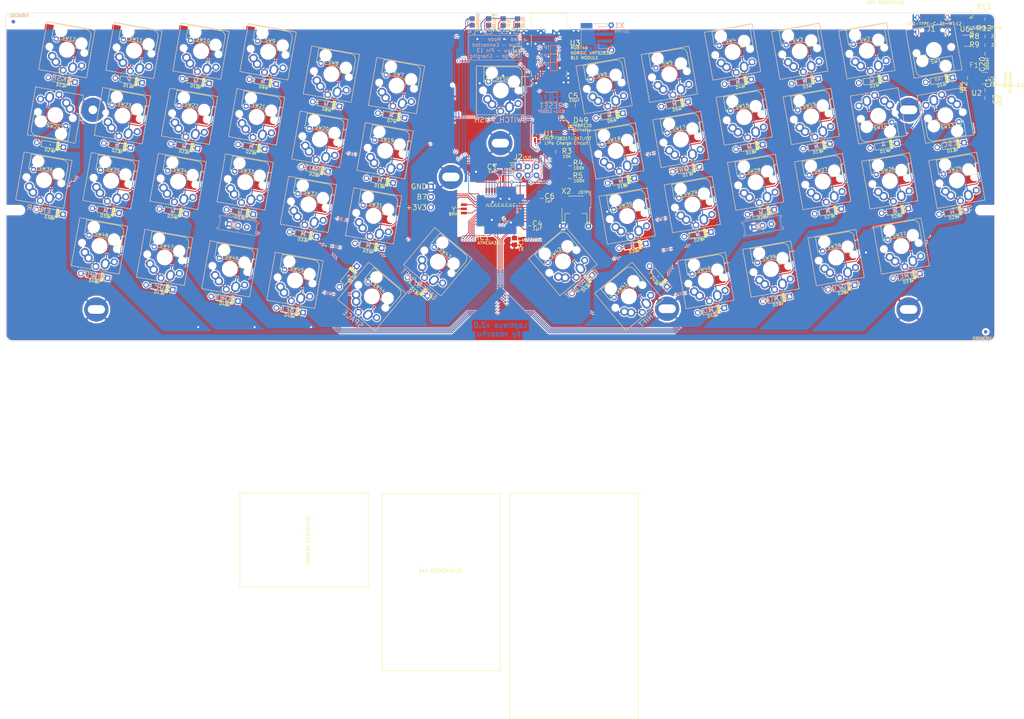
<source format=kicad_pcb>
(kicad_pcb (version 20171130) (host pcbnew "(5.1.5-0-10_14)")
  (layers (0 F.Cu signal) (31 B.Cu signal) (34 B.Paste user) (35 F.Paste user) (36 B.SilkS user) (37 F.SilkS user) (38 B.Mask user) (39 F.Mask user) (44 Edge.Cuts user))
  (net 0 "")
  (net 1 "Net-(D2-Pad1)")
  (net 2 "Net-(D3-Pad1)")
  (net 3 "Net-(D4-Pad1)")
  (net 4 "Net-(D5-Pad1)")
  (net 5 /COL1)
  (net 6 "Net-(D7-Pad1)")
  (net 7 "Net-(D8-Pad1)")
  (net 8 "Net-(D9-Pad1)")
  (net 9 "Net-(D10-Pad1)")
  (net 10 /COL2)
  (net 11 "Net-(D14-Pad1)")
  (net 12 "Net-(D15-Pad1)")
  (net 13 /COL3)
  (net 14 "Net-(D17-Pad1)")
  (net 15 "Net-(D18-Pad1)")
  (net 16 "Net-(D19-Pad1)")
  (net 17 "Net-(D20-Pad1)")
  (net 18 /COL4)
  (net 19 "Net-(D22-Pad1)")
  (net 20 "Net-(D23-Pad1)")
  (net 21 /COL5)
  (net 22 "Net-(D27-Pad1)")
  (net 23 "Net-(D28-Pad1)")
  (net 24 "Net-(D29-Pad1)")
  (net 25 "Net-(D30-Pad1)")
  (net 26 /COL7)
  (net 27 "Net-(D34-Pad1)")
  (net 28 "Net-(D35-Pad1)")
  (net 29 "Net-(D37-Pad1)")
  (net 30 /COL8)
  (net 31 "Net-(D39-Pad1)")
  (net 32 "Net-(D40-Pad1)")
  (net 33 "Net-(D41-Pad1)")
  (net 34 "Net-(D42-Pad1)")
  (net 35 /COL9)
  (net 36 "Net-(D44-Pad1)")
  (net 37 "Net-(D47-Pad1)")
  (net 38 /COL10)
  (net 39 /ROW3)
  (net 40 /ROW2)
  (net 41 /ROW1)
  (net 42 /ROW0)
  (net 43 GND)
  (net 44 "Net-(D6-Pad1)")
  (net 45 "Net-(D11-Pad1)")
  (net 46 "Net-(D16-Pad1)")
  (net 47 "Net-(D21-Pad1)")
  (net 48 "Net-(D26-Pad1)")
  (net 49 "Net-(D31-Pad1)")
  (net 50 "Net-(D32-Pad1)")
  (net 51 "Net-(D33-Pad1)")
  (net 52 "Net-(D38-Pad1)")
  (net 53 "Net-(D43-Pad1)")
  (net 54 "Net-(D48-Pad1)")
  (net 55 /COL6)
  (net 56 /RESET)
  (net 57 "Net-(D45-Pad1)")
  (net 58 "Net-(D46-Pad1)")
  (net 59 "Net-(SW_POW_EN1-Pad3)")
  (net 60 +3V3)
  (net 61 /13)
  (net 62 /9)
  (net 63 /8_BLE_CS)
  (net 64 /4_SWDIO/RST)
  (net 65 "Net-(IC1-Pad17)")
  (net 66 "Net-(IC1-Pad16)")
  (net 67 "Net-(IC1-Pad4)")
  (net 68 "Net-(IC1-Pad3)")
  (net 69 /7_BLE_IRQ)
  (net 70 "Net-(L1-PadA)")
  (net 71 /EN)
  (net 72 "Net-(R3-Pad1)")
  (net 73 /MODE)
  (net 74 /CONNECTED)
  (net 75 /SWCLK)
  (net 76 /FCTRYRST)
  (net 77 "Net-(U2-Pad4)")
  (net 78 DEC2)
  (net 79 "Net-(U3-Pad40)")
  (net 80 "Net-(U3-Pad37)")
  (net 81 "Net-(U3-Pad33)")
  (net 82 "Net-(U3-Pad32)")
  (net 83 "Net-(U3-Pad31)")
  (net 84 "Net-(U3-Pad30)")
  (net 85 "Net-(U3-Pad29)")
  (net 86 "Net-(U3-Pad28)")
  (net 87 "Net-(U3-Pad27)")
  (net 88 "Net-(U3-Pad26)")
  (net 89 "Net-(U3-Pad23)")
  (net 90 "Net-(U3-Pad22)")
  (net 91 "Net-(U3-Pad21)")
  (net 92 "Net-(U3-Pad20)")
  (net 93 "Net-(U3-Pad19)")
  (net 94 "Net-(U3-Pad18)")
  (net 95 "Net-(U3-Pad17)")
  (net 96 DCC)
  (net 97 "Net-(U3-Pad12)")
  (net 98 "Net-(U3-Pad11)")
  (net 99 "Net-(U3-Pad10)")
  (net 100 "Net-(U3-Pad9)")
  (net 101 /COL11)
  (net 102 "Net-(D1-Pad1)")
  (net 103 /COL0)
  (net 104 "Net-(D12-Pad1)")
  (net 105 "Net-(D13-Pad1)")
  (net 106 "Net-(D24-Pad1)")
  (net 107 "Net-(D25-Pad1)")
  (net 108 "Net-(D36-Pad1)")
  (net 109 "Net-(R9-Pad1)")
  (net 110 "Net-(SW_POW_EN2-Pad3)")
  (net 111 MISO)
  (net 112 MOSI)
  (net 113 SCK)
  (net 114 D+)
  (net 115 D-)
  (net 116 "Net-(J1-Pad3)")
  (net 117 "Net-(J1-Pad10)")
  (net 118 "Net-(J1-Pad4)")
  (net 119 "Net-(J1-Pad9)")
  (net 120 "Net-(R8-Pad2)")
  (net 121 RST)
  (net 122 "Net-(C6-Pad1)")
  (net 123 DFU)
  (net 124 +5V)
  (net 125 +5VRAW)
  (net 126 +3.7VBAT)
  (net 127 "Net-(L2-PadA)")
  (net 128 "Net-(L3-PadA)")
  (net 129 "Net-(L4-PadC)")
  (net 130 /CHARGE)
  (net 131 /HWB)
  (net 132 /LED_STRIP_IN)
  (module "Laptreus v2 Footprints:Diode-dual" (layer F.Cu) (at 340.00565 90.963197 190)
    (fp_text reference D2 (at 0.1 -1.6 190) (layer F.SilkS) (effects (font (size 0.85 0.85))))
    (fp_text value DIODE hide)
    (pad 2 smd custom (at -1.4 0 190) (size 1.6 1.2) (layers F.Cu) (net 38 /COL10) (options (clearance outline) (anchor rect)) (primitives (gr_circle (center -2.5 0) (end -2.2 0) (width 0.6)) (gr_poly (pts (xy 0.8 -0.6) (xy 0.8 0.6) (xy -0.8 0.6) (xy -0.8 -0.6)) (width 0.1)) (gr_line (start 0.1 0) (end -2.5 0) (width 0.25))))
    (pad 1 smd custom (at 1.4 0 190) (size 1.6 1.2) (layers F.Cu) (net 1 "Net-(D2-Pad1)") (options (clearance outline) (anchor rect)) (primitives (gr_poly (pts (xy -0.8 -0.6) (xy -0.8 0.6) (xy 0.8 0.6) (xy 0.8 -0.6)) (width 0.1)) (gr_line (start 2.5 0) (end 0.1 0) (width 0.25)) (gr_circle (center 2.5 0) (end 2.8 0) (width 0.6))))
    (pad 1 smd rect (at 1.4 0 190) (size 1.6 1.2) (layers F.Cu F.Paste F.Mask) (net 1 "Net-(D2-Pad1)"))
    (pad 2 smd rect (at -1.4 0 190) (size 1.6 1.2) (layers F.Cu F.Paste F.Mask) (net 38 /COL10))
    (pad 2 thru_hole rect (at -3.9 0 190) (size 1.6 1.6) (drill 1) (layers *.Cu *.Mask) (net 38 /COL10))
    (pad 1 thru_hole circle (at 3.9 0 190) (size 1.6 1.6) (drill 1) (layers *.Cu *.Mask) (net 1 "Net-(D2-Pad1)"))
  )
  (module "Laptreus v2 Footprints:Diode-dual" (layer F.Cu) (at 256.527296 149.644309 222.5)
    (fp_text reference D42 (at 0.1 -1.6 222.5) (layer F.SilkS) (effects (font (size 0.85 0.85))))
    (fp_text value DIODE hide)
    (pad 2 smd custom (at -1.4 0 222.5) (size 1.6 1.2) (layers F.Cu) (net 55 /COL6) (options (clearance outline) (anchor rect)) (primitives (gr_circle (center -2.5 0) (end -2.2 0) (width 0.6)) (gr_poly (pts (xy 0.8 -0.6) (xy 0.8 0.6) (xy -0.8 0.6) (xy -0.8 -0.6)) (width 0.1)) (gr_line (start 0.1 0) (end -2.5 0) (width 0.25))))
    (pad 1 smd custom (at 1.4 0 222.5) (size 1.6 1.2) (layers F.Cu) (net 34 "Net-(D42-Pad1)") (options (clearance outline) (anchor rect)) (primitives (gr_poly (pts (xy -0.8 -0.6) (xy -0.8 0.6) (xy 0.8 0.6) (xy 0.8 -0.6)) (width 0.1)) (gr_line (start 2.5 0) (end 0.1 0) (width 0.25)) (gr_circle (center 2.5 0) (end 2.8 0) (width 0.6))))
    (pad 1 smd rect (at 1.4 0 222.5) (size 1.6 1.2) (layers F.Cu F.Paste F.Mask) (net 34 "Net-(D42-Pad1)"))
    (pad 2 smd rect (at -1.4 0 222.5) (size 1.6 1.2) (layers F.Cu F.Paste F.Mask) (net 55 /COL6))
    (pad 2 thru_hole rect (at -3.9 0 222.5) (size 1.6 1.6) (drill 1) (layers *.Cu *.Mask) (net 55 /COL6))
    (pad 1 thru_hole circle (at 3.9 0 222.5) (size 1.6 1.6) (drill 1) (layers *.Cu *.Mask) (net 34 "Net-(D42-Pad1)"))
  )
  (module "Laptreus v2 Footprints:Diode-dual" (layer F.Cu) (at 164.642093 91.283089 170)
    (fp_text reference D9 (at 0.1 -1.6 170) (layer F.SilkS) (effects (font (size 0.85 0.85))))
    (fp_text value DIODE hide)
    (pad 2 smd custom (at -1.4 0 170) (size 1.6 1.2) (layers F.Cu) (net 13 /COL3) (options (clearance outline) (anchor rect)) (primitives (gr_circle (center -2.5 0) (end -2.2 0) (width 0.6)) (gr_poly (pts (xy 0.8 -0.6) (xy 0.8 0.6) (xy -0.8 0.6) (xy -0.8 -0.6)) (width 0.1)) (gr_line (start 0.1 0) (end -2.5 0) (width 0.25))))
    (pad 1 smd custom (at 1.4 0 170) (size 1.6 1.2) (layers F.Cu) (net 8 "Net-(D9-Pad1)") (options (clearance outline) (anchor rect)) (primitives (gr_poly (pts (xy -0.8 -0.6) (xy -0.8 0.6) (xy 0.8 0.6) (xy 0.8 -0.6)) (width 0.1)) (gr_line (start 2.5 0) (end 0.1 0) (width 0.25)) (gr_circle (center 2.5 0) (end 2.8 0) (width 0.6))))
    (pad 1 smd rect (at 1.4 0 170) (size 1.6 1.2) (layers F.Cu F.Paste F.Mask) (net 8 "Net-(D9-Pad1)"))
    (pad 2 smd rect (at -1.4 0 170) (size 1.6 1.2) (layers F.Cu F.Paste F.Mask) (net 13 /COL3))
    (pad 2 thru_hole rect (at -3.9 0 170) (size 1.6 1.6) (drill 1) (layers *.Cu *.Mask) (net 13 /COL3))
    (pad 1 thru_hole circle (at 3.9 0 170) (size 1.6 1.6) (drill 1) (layers *.Cu *.Mask) (net 8 "Net-(D9-Pad1)"))
  )
  (module "Laptreus v2 Footprints:Diode-dual" (layer F.Cu) (at 103.290961 128.824921 170)
    (fp_text reference D36 (at 0.1 -1.6 170) (layer F.SilkS) (effects (font (size 0.85 0.85))))
    (fp_text value DIODE hide)
    (pad 2 smd custom (at -1.4 0 170) (size 1.6 1.2) (layers F.Cu) (net 103 /COL0) (options (clearance outline) (anchor rect)) (primitives (gr_circle (center -2.5 0) (end -2.2 0) (width 0.6)) (gr_poly (pts (xy 0.8 -0.6) (xy 0.8 0.6) (xy -0.8 0.6) (xy -0.8 -0.6)) (width 0.1)) (gr_line (start 0.1 0) (end -2.5 0) (width 0.25))))
    (pad 1 smd custom (at 1.4 0 170) (size 1.6 1.2) (layers F.Cu) (net 108 "Net-(D36-Pad1)") (options (clearance outline) (anchor rect)) (primitives (gr_poly (pts (xy -0.8 -0.6) (xy -0.8 0.6) (xy 0.8 0.6) (xy 0.8 -0.6)) (width 0.1)) (gr_line (start 2.5 0) (end 0.1 0) (width 0.25)) (gr_circle (center 2.5 0) (end 2.8 0) (width 0.6))))
    (pad 1 smd rect (at 1.4 0 170) (size 1.6 1.2) (layers F.Cu F.Paste F.Mask) (net 108 "Net-(D36-Pad1)"))
    (pad 2 smd rect (at -1.4 0 170) (size 1.6 1.2) (layers F.Cu F.Paste F.Mask) (net 103 /COL0))
    (pad 2 thru_hole rect (at -3.9 0 170) (size 1.6 1.6) (drill 1) (layers *.Cu *.Mask) (net 103 /COL0))
    (pad 1 thru_hole circle (at 3.9 0 170) (size 1.6 1.6) (drill 1) (layers *.Cu *.Mask) (net 108 "Net-(D36-Pad1)"))
  )
  (module "Laptreus v2 Footprints:Diode-dual" (layer F.Cu) (at 363.126865 128.798037 190)
    (fp_text reference D25 (at 0.1 -1.6 190) (layer F.SilkS) (effects (font (size 0.85 0.85))))
    (fp_text value DIODE hide)
    (pad 2 smd custom (at -1.4 0 190) (size 1.6 1.2) (layers F.Cu) (net 101 /COL11) (options (clearance outline) (anchor rect)) (primitives (gr_circle (center -2.5 0) (end -2.2 0) (width 0.6)) (gr_poly (pts (xy 0.8 -0.6) (xy 0.8 0.6) (xy -0.8 0.6) (xy -0.8 -0.6)) (width 0.1)) (gr_line (start 0.1 0) (end -2.5 0) (width 0.25))))
    (pad 1 smd custom (at 1.4 0 190) (size 1.6 1.2) (layers F.Cu) (net 107 "Net-(D25-Pad1)") (options (clearance outline) (anchor rect)) (primitives (gr_poly (pts (xy -0.8 -0.6) (xy -0.8 0.6) (xy 0.8 0.6) (xy 0.8 -0.6)) (width 0.1)) (gr_line (start 2.5 0) (end 0.1 0) (width 0.25)) (gr_circle (center 2.5 0) (end 2.8 0) (width 0.6))))
    (pad 1 smd rect (at 1.4 0 190) (size 1.6 1.2) (layers F.Cu F.Paste F.Mask) (net 107 "Net-(D25-Pad1)"))
    (pad 2 smd rect (at -1.4 0 190) (size 1.6 1.2) (layers F.Cu F.Paste F.Mask) (net 101 /COL11))
    (pad 2 thru_hole rect (at -3.9 0 190) (size 1.6 1.6) (drill 1) (layers *.Cu *.Mask) (net 101 /COL11))
    (pad 1 thru_hole circle (at 3.9 0 190) (size 1.6 1.6) (drill 1) (layers *.Cu *.Mask) (net 107 "Net-(D25-Pad1)"))
  )
  (module "Laptreus v2 Footprints:Diode-dual" (layer F.Cu) (at 103.398335 109.499977 170)
    (fp_text reference D24 (at 0.1 -1.6 170) (layer F.SilkS) (effects (font (size 0.85 0.85))))
    (fp_text value DIODE hide)
    (pad 2 smd custom (at -1.4 0 170) (size 1.6 1.2) (layers F.Cu) (net 103 /COL0) (options (clearance outline) (anchor rect)) (primitives (gr_circle (center -2.5 0) (end -2.2 0) (width 0.6)) (gr_poly (pts (xy 0.8 -0.6) (xy 0.8 0.6) (xy -0.8 0.6) (xy -0.8 -0.6)) (width 0.1)) (gr_line (start 0.1 0) (end -2.5 0) (width 0.25))))
    (pad 1 smd custom (at 1.4 0 170) (size 1.6 1.2) (layers F.Cu) (net 106 "Net-(D24-Pad1)") (options (clearance outline) (anchor rect)) (primitives (gr_poly (pts (xy -0.8 -0.6) (xy -0.8 0.6) (xy 0.8 0.6) (xy 0.8 -0.6)) (width 0.1)) (gr_line (start 2.5 0) (end 0.1 0) (width 0.25)) (gr_circle (center 2.5 0) (end 2.8 0) (width 0.6))))
    (pad 1 smd rect (at 1.4 0 170) (size 1.6 1.2) (layers F.Cu F.Paste F.Mask) (net 106 "Net-(D24-Pad1)"))
    (pad 2 smd rect (at -1.4 0 170) (size 1.6 1.2) (layers F.Cu F.Paste F.Mask) (net 103 /COL0))
    (pad 2 thru_hole rect (at -3.9 0 170) (size 1.6 1.6) (drill 1) (layers *.Cu *.Mask) (net 103 /COL0))
    (pad 1 thru_hole circle (at 3.9 0 170) (size 1.6 1.6) (drill 1) (layers *.Cu *.Mask) (net 106 "Net-(D24-Pad1)"))
  )
  (module "Laptreus v2 Footprints:Diode-dual" (layer F.Cu) (at 362.625569 109.542552 190)
    (fp_text reference D13 (at 0.1 -1.6 190) (layer F.SilkS) (effects (font (size 0.85 0.85))))
    (fp_text value DIODE hide)
    (pad 2 smd custom (at -1.4 0 190) (size 1.6 1.2) (layers F.Cu) (net 101 /COL11) (options (clearance outline) (anchor rect)) (primitives (gr_circle (center -2.5 0) (end -2.2 0) (width 0.6)) (gr_poly (pts (xy 0.8 -0.6) (xy 0.8 0.6) (xy -0.8 0.6) (xy -0.8 -0.6)) (width 0.1)) (gr_line (start 0.1 0) (end -2.5 0) (width 0.25))))
    (pad 1 smd custom (at 1.4 0 190) (size 1.6 1.2) (layers F.Cu) (net 105 "Net-(D13-Pad1)") (options (clearance outline) (anchor rect)) (primitives (gr_poly (pts (xy -0.8 -0.6) (xy -0.8 0.6) (xy 0.8 0.6) (xy 0.8 -0.6)) (width 0.1)) (gr_line (start 2.5 0) (end 0.1 0) (width 0.25)) (gr_circle (center 2.5 0) (end 2.8 0) (width 0.6))))
    (pad 1 smd rect (at 1.4 0 190) (size 1.6 1.2) (layers F.Cu F.Paste F.Mask) (net 105 "Net-(D13-Pad1)"))
    (pad 2 smd rect (at -1.4 0 190) (size 1.6 1.2) (layers F.Cu F.Paste F.Mask) (net 101 /COL11))
    (pad 2 thru_hole rect (at -3.9 0 190) (size 1.6 1.6) (drill 1) (layers *.Cu *.Mask) (net 101 /COL11))
    (pad 1 thru_hole circle (at 3.9 0 190) (size 1.6 1.6) (drill 1) (layers *.Cu *.Mask) (net 105 "Net-(D13-Pad1)"))
  )
  (module "Laptreus v2 Footprints:Diode-dual" (layer F.Cu) (at 106.706331 90.739389 170)
    (fp_text reference D12 (at 0.1 -1.6 170) (layer F.SilkS) (effects (font (size 0.85 0.85))))
    (fp_text value DIODE hide)
    (pad 2 smd custom (at -1.4 0 170) (size 1.6 1.2) (layers F.Cu) (net 103 /COL0) (options (clearance outline) (anchor rect)) (primitives (gr_circle (center -2.5 0) (end -2.2 0) (width 0.6)) (gr_poly (pts (xy 0.8 -0.6) (xy 0.8 0.6) (xy -0.8 0.6) (xy -0.8 -0.6)) (width 0.1)) (gr_line (start 0.1 0) (end -2.5 0) (width 0.25))))
    (pad 1 smd custom (at 1.4 0 170) (size 1.6 1.2) (layers F.Cu) (net 104 "Net-(D12-Pad1)") (options (clearance outline) (anchor rect)) (primitives (gr_poly (pts (xy -0.8 -0.6) (xy -0.8 0.6) (xy 0.8 0.6) (xy 0.8 -0.6)) (width 0.1)) (gr_line (start 2.5 0) (end 0.1 0) (width 0.25)) (gr_circle (center 2.5 0) (end 2.8 0) (width 0.6))))
    (pad 1 smd rect (at 1.4 0 170) (size 1.6 1.2) (layers F.Cu F.Paste F.Mask) (net 104 "Net-(D12-Pad1)"))
    (pad 2 smd rect (at -1.4 0 170) (size 1.6 1.2) (layers F.Cu F.Paste F.Mask) (net 103 /COL0))
    (pad 2 thru_hole rect (at -3.9 0 170) (size 1.6 1.6) (drill 1) (layers *.Cu *.Mask) (net 103 /COL0))
    (pad 1 thru_hole circle (at 3.9 0 170) (size 1.6 1.6) (drill 1) (layers *.Cu *.Mask) (net 104 "Net-(D12-Pad1)"))
  )
  (module "Laptreus v2 Footprints:Diode-dual" (layer F.Cu) (at 359.317573 90.781964 190)
    (fp_text reference D1 (at 0.1 -1.6 190) (layer F.SilkS) (effects (font (size 0.85 0.85))))
    (fp_text value DIODE hide)
    (pad 2 smd custom (at -1.4 0 190) (size 1.6 1.2) (layers F.Cu) (net 101 /COL11) (options (clearance outline) (anchor rect)) (primitives (gr_circle (center -2.5 0) (end -2.2 0) (width 0.6)) (gr_poly (pts (xy 0.8 -0.6) (xy 0.8 0.6) (xy -0.8 0.6) (xy -0.8 -0.6)) (width 0.1)) (gr_line (start 0.1 0) (end -2.5 0) (width 0.25))))
    (pad 1 smd custom (at 1.4 0 190) (size 1.6 1.2) (layers F.Cu) (net 102 "Net-(D1-Pad1)") (options (clearance outline) (anchor rect)) (primitives (gr_poly (pts (xy -0.8 -0.6) (xy -0.8 0.6) (xy 0.8 0.6) (xy 0.8 -0.6)) (width 0.1)) (gr_line (start 2.5 0) (end 0.1 0) (width 0.25)) (gr_circle (center 2.5 0) (end 2.8 0) (width 0.6))))
    (pad 1 smd rect (at 1.4 0 190) (size 1.6 1.2) (layers F.Cu F.Paste F.Mask) (net 102 "Net-(D1-Pad1)"))
    (pad 2 smd rect (at -1.4 0 190) (size 1.6 1.2) (layers F.Cu F.Paste F.Mask) (net 101 /COL11))
    (pad 2 thru_hole rect (at -3.9 0 190) (size 1.6 1.6) (drill 1) (layers *.Cu *.Mask) (net 101 /COL11))
    (pad 1 thru_hole circle (at 3.9 0 190) (size 1.6 1.6) (drill 1) (layers *.Cu *.Mask) (net 102 "Net-(D1-Pad1)"))
  )
  (module "Laptreus v2 Footprints:Diode-dual" (layer F.Cu) (at 116.094261 147.202386 170)
    (fp_text reference D48 (at 0.1 -1.6 170) (layer F.SilkS) (effects (font (size 0.85 0.85))))
    (fp_text value DIODE hide)
    (pad 2 smd custom (at -1.4 0 170) (size 1.6 1.2) (layers F.Cu) (net 103 /COL0) (options (clearance outline) (anchor rect)) (primitives (gr_circle (center -2.5 0) (end -2.2 0) (width 0.6)) (gr_poly (pts (xy 0.8 -0.6) (xy 0.8 0.6) (xy -0.8 0.6) (xy -0.8 -0.6)) (width 0.1)) (gr_line (start 0.1 0) (end -2.5 0) (width 0.25))))
    (pad 1 smd custom (at 1.4 0 170) (size 1.6 1.2) (layers F.Cu) (net 54 "Net-(D48-Pad1)") (options (clearance outline) (anchor rect)) (primitives (gr_poly (pts (xy -0.8 -0.6) (xy -0.8 0.6) (xy 0.8 0.6) (xy 0.8 -0.6)) (width 0.1)) (gr_line (start 2.5 0) (end 0.1 0) (width 0.25)) (gr_circle (center 2.5 0) (end 2.8 0) (width 0.6))))
    (pad 1 smd rect (at 1.4 0 170) (size 1.6 1.2) (layers F.Cu F.Paste F.Mask) (net 54 "Net-(D48-Pad1)"))
    (pad 2 smd rect (at -1.4 0 170) (size 1.6 1.2) (layers F.Cu F.Paste F.Mask) (net 103 /COL0))
    (pad 2 thru_hole rect (at -3.9 0 170) (size 1.6 1.6) (drill 1) (layers *.Cu *.Mask) (net 103 /COL0))
    (pad 1 thru_hole circle (at 3.9 0 170) (size 1.6 1.6) (drill 1) (layers *.Cu *.Mask) (net 54 "Net-(D48-Pad1)"))
  )
  (module "Laptreus v2 Footprints:Diode-dual" (layer F.Cu) (at 267.719964 119.829012 190)
    (fp_text reference D18 (at 0.1 -1.6 190) (layer F.SilkS) (effects (font (size 0.85 0.85))))
    (fp_text value DIODE hide)
    (pad 2 smd custom (at -1.4 0 190) (size 1.6 1.2) (layers F.Cu) (net 55 /COL6) (options (clearance outline) (anchor rect)) (primitives (gr_circle (center -2.5 0) (end -2.2 0) (width 0.6)) (gr_poly (pts (xy 0.8 -0.6) (xy 0.8 0.6) (xy -0.8 0.6) (xy -0.8 -0.6)) (width 0.1)) (gr_line (start 0.1 0) (end -2.5 0) (width 0.25))))
    (pad 1 smd custom (at 1.4 0 190) (size 1.6 1.2) (layers F.Cu) (net 15 "Net-(D18-Pad1)") (options (clearance outline) (anchor rect)) (primitives (gr_poly (pts (xy -0.8 -0.6) (xy -0.8 0.6) (xy 0.8 0.6) (xy 0.8 -0.6)) (width 0.1)) (gr_line (start 2.5 0) (end 0.1 0) (width 0.25)) (gr_circle (center 2.5 0) (end 2.8 0) (width 0.6))))
    (pad 1 smd rect (at 1.4 0 190) (size 1.6 1.2) (layers F.Cu F.Paste F.Mask) (net 15 "Net-(D18-Pad1)"))
    (pad 2 smd rect (at -1.4 0 190) (size 1.6 1.2) (layers F.Cu F.Paste F.Mask) (net 55 /COL6))
    (pad 2 thru_hole rect (at -3.9 0 190) (size 1.6 1.6) (drill 1) (layers *.Cu *.Mask) (net 55 /COL6))
    (pad 1 thru_hole circle (at 3.9 0 190) (size 1.6 1.6) (drill 1) (layers *.Cu *.Mask) (net 15 "Net-(D18-Pad1)"))
  )
  (module "Laptreus v2 Footprints:Diode-dual" (layer F.Cu) (at 286.480553 116.521015 190)
    (fp_text reference D17 (at 0.1 -1.6 190) (layer F.SilkS) (effects (font (size 0.85 0.85))))
    (fp_text value DIODE hide)
    (pad 2 smd custom (at -1.4 0 190) (size 1.6 1.2) (layers F.Cu) (net 26 /COL7) (options (clearance outline) (anchor rect)) (primitives (gr_circle (center -2.5 0) (end -2.2 0) (width 0.6)) (gr_poly (pts (xy 0.8 -0.6) (xy 0.8 0.6) (xy -0.8 0.6) (xy -0.8 -0.6)) (width 0.1)) (gr_line (start 0.1 0) (end -2.5 0) (width 0.25))))
    (pad 1 smd custom (at 1.4 0 190) (size 1.6 1.2) (layers F.Cu) (net 14 "Net-(D17-Pad1)") (options (clearance outline) (anchor rect)) (primitives (gr_poly (pts (xy -0.8 -0.6) (xy -0.8 0.6) (xy 0.8 0.6) (xy 0.8 -0.6)) (width 0.1)) (gr_line (start 2.5 0) (end 0.1 0) (width 0.25)) (gr_circle (center 2.5 0) (end 2.8 0) (width 0.6))))
    (pad 1 smd rect (at 1.4 0 190) (size 1.6 1.2) (layers F.Cu F.Paste F.Mask) (net 14 "Net-(D17-Pad1)"))
    (pad 2 smd rect (at -1.4 0 190) (size 1.6 1.2) (layers F.Cu F.Paste F.Mask) (net 26 /COL7))
    (pad 2 thru_hole rect (at -3.9 0 190) (size 1.6 1.6) (drill 1) (layers *.Cu *.Mask) (net 26 /COL7))
    (pad 1 thru_hole circle (at 3.9 0 190) (size 1.6 1.6) (drill 1) (layers *.Cu *.Mask) (net 14 "Net-(D17-Pad1)"))
  )
  (module "Laptreus v2 Footprints:Diode-dual" (layer F.Cu) (at 209.160728 150.354851 137.5)
    (fp_text reference D43 (at 0.1 -1.6 137.5) (layer F.SilkS) (effects (font (size 0.85 0.85))))
    (fp_text value DIODE hide)
    (pad 2 smd custom (at -1.4 0 137.5) (size 1.6 1.2) (layers F.Cu) (net 21 /COL5) (options (clearance outline) (anchor rect)) (primitives (gr_circle (center -2.5 0) (end -2.2 0) (width 0.6)) (gr_poly (pts (xy 0.8 -0.6) (xy 0.8 0.6) (xy -0.8 0.6) (xy -0.8 -0.6)) (width 0.1)) (gr_line (start 0.1 0) (end -2.5 0) (width 0.25))))
    (pad 1 smd custom (at 1.4 0 137.5) (size 1.6 1.2) (layers F.Cu) (net 53 "Net-(D43-Pad1)") (options (clearance outline) (anchor rect)) (primitives (gr_poly (pts (xy -0.8 -0.6) (xy -0.8 0.6) (xy 0.8 0.6) (xy 0.8 -0.6)) (width 0.1)) (gr_line (start 2.5 0) (end 0.1 0) (width 0.25)) (gr_circle (center 2.5 0) (end 2.8 0) (width 0.6))))
    (pad 1 smd rect (at 1.4 0 137.5) (size 1.6 1.2) (layers F.Cu F.Paste F.Mask) (net 53 "Net-(D43-Pad1)"))
    (pad 2 smd rect (at -1.4 0 137.5) (size 1.6 1.2) (layers F.Cu F.Paste F.Mask) (net 21 /COL5))
    (pad 2 thru_hole rect (at -3.9 0 137.5) (size 1.6 1.6) (drill 1) (layers *.Cu *.Mask) (net 21 /COL5))
    (pad 1 thru_hole circle (at 3.9 0 137.5) (size 1.6 1.6) (drill 1) (layers *.Cu *.Mask) (net 53 "Net-(D43-Pad1)"))
  )
  (module "Laptreus v2 Footprints:Diode-dual" (layer F.Cu) (at 119.402257 128.441799 170)
    (fp_text reference D35 (at 0.1 -1.6 170) (layer F.SilkS) (effects (font (size 0.85 0.85))))
    (fp_text value DIODE hide)
    (pad 2 smd custom (at -1.4 0 170) (size 1.6 1.2) (layers F.Cu) (net 5 /COL1) (options (clearance outline) (anchor rect)) (primitives (gr_circle (center -2.5 0) (end -2.2 0) (width 0.6)) (gr_poly (pts (xy 0.8 -0.6) (xy 0.8 0.6) (xy -0.8 0.6) (xy -0.8 -0.6)) (width 0.1)) (gr_line (start 0.1 0) (end -2.5 0) (width 0.25))))
    (pad 1 smd custom (at 1.4 0 170) (size 1.6 1.2) (layers F.Cu) (net 28 "Net-(D35-Pad1)") (options (clearance outline) (anchor rect)) (primitives (gr_poly (pts (xy -0.8 -0.6) (xy -0.8 0.6) (xy 0.8 0.6) (xy 0.8 -0.6)) (width 0.1)) (gr_line (start 2.5 0) (end 0.1 0) (width 0.25)) (gr_circle (center 2.5 0) (end 2.8 0) (width 0.6))))
    (pad 1 smd rect (at 1.4 0 170) (size 1.6 1.2) (layers F.Cu F.Paste F.Mask) (net 28 "Net-(D35-Pad1)"))
    (pad 2 smd rect (at -1.4 0 170) (size 1.6 1.2) (layers F.Cu F.Paste F.Mask) (net 5 /COL1))
    (pad 2 thru_hole rect (at -3.9 0 170) (size 1.6 1.6) (drill 1) (layers *.Cu *.Mask) (net 5 /COL1))
    (pad 1 thru_hole circle (at 3.9 0 170) (size 1.6 1.6) (drill 1) (layers *.Cu *.Mask) (net 28 "Net-(D35-Pad1)"))
  )
  (module "Laptreus v2 Footprints:Diode-dual" (layer F.Cu) (at 122.710255 109.681209 170)
    (fp_text reference D23 (at 0.1 -1.6 170) (layer F.SilkS) (effects (font (size 0.85 0.85))))
    (fp_text value DIODE hide)
    (pad 2 smd custom (at -1.4 0 170) (size 1.6 1.2) (layers F.Cu) (net 5 /COL1) (options (clearance outline) (anchor rect)) (primitives (gr_circle (center -2.5 0) (end -2.2 0) (width 0.6)) (gr_poly (pts (xy 0.8 -0.6) (xy 0.8 0.6) (xy -0.8 0.6) (xy -0.8 -0.6)) (width 0.1)) (gr_line (start 0.1 0) (end -2.5 0) (width 0.25))))
    (pad 1 smd custom (at 1.4 0 170) (size 1.6 1.2) (layers F.Cu) (net 20 "Net-(D23-Pad1)") (options (clearance outline) (anchor rect)) (primitives (gr_poly (pts (xy -0.8 -0.6) (xy -0.8 0.6) (xy 0.8 0.6) (xy 0.8 -0.6)) (width 0.1)) (gr_line (start 2.5 0) (end 0.1 0) (width 0.25)) (gr_circle (center 2.5 0) (end 2.8 0) (width 0.6))))
    (pad 1 smd rect (at 1.4 0 170) (size 1.6 1.2) (layers F.Cu F.Paste F.Mask) (net 20 "Net-(D23-Pad1)"))
    (pad 2 smd rect (at -1.4 0 170) (size 1.6 1.2) (layers F.Cu F.Paste F.Mask) (net 5 /COL1))
    (pad 2 thru_hole rect (at -3.9 0 170) (size 1.6 1.6) (drill 1) (layers *.Cu *.Mask) (net 5 /COL1))
    (pad 1 thru_hole circle (at 3.9 0 170) (size 1.6 1.6) (drill 1) (layers *.Cu *.Mask) (net 20 "Net-(D23-Pad1)"))
  )
  (module "Laptreus v2 Footprints:Diode-dual" (layer F.Cu) (at 145.330173 91.101856 170)
    (fp_text reference D10 (at 0.1 -1.6 170) (layer F.SilkS) (effects (font (size 0.85 0.85))))
    (fp_text value DIODE hide)
    (pad 2 smd custom (at -1.4 0 170) (size 1.6 1.2) (layers F.Cu) (net 10 /COL2) (options (clearance outline) (anchor rect)) (primitives (gr_circle (center -2.5 0) (end -2.2 0) (width 0.6)) (gr_poly (pts (xy 0.8 -0.6) (xy 0.8 0.6) (xy -0.8 0.6) (xy -0.8 -0.6)) (width 0.1)) (gr_line (start 0.1 0) (end -2.5 0) (width 0.25))))
    (pad 1 smd custom (at 1.4 0 170) (size 1.6 1.2) (layers F.Cu) (net 9 "Net-(D10-Pad1)") (options (clearance outline) (anchor rect)) (primitives (gr_poly (pts (xy -0.8 -0.6) (xy -0.8 0.6) (xy 0.8 0.6) (xy 0.8 -0.6)) (width 0.1)) (gr_line (start 2.5 0) (end 0.1 0) (width 0.25)) (gr_circle (center 2.5 0) (end 2.8 0) (width 0.6))))
    (pad 1 smd rect (at 1.4 0 170) (size 1.6 1.2) (layers F.Cu F.Paste F.Mask) (net 9 "Net-(D10-Pad1)"))
    (pad 2 smd rect (at -1.4 0 170) (size 1.6 1.2) (layers F.Cu F.Paste F.Mask) (net 10 /COL2))
    (pad 2 thru_hole rect (at -3.9 0 170) (size 1.6 1.6) (drill 1) (layers *.Cu *.Mask) (net 10 /COL2))
    (pad 1 thru_hole circle (at 3.9 0 170) (size 1.6 1.6) (drill 1) (layers *.Cu *.Mask) (net 9 "Net-(D10-Pad1)"))
  )
  (module "Laptreus v2 Footprints:Diode-dual" (layer F.Cu) (at 293.647881 157.168954 190)
    (fp_text reference D40 (at 0.1 -1.6 190) (layer F.SilkS) (effects (font (size 0.85 0.85))))
    (fp_text value DIODE hide)
    (pad 2 smd custom (at -1.4 0 190) (size 1.6 1.2) (layers F.Cu) (net 30 /COL8) (options (clearance outline) (anchor rect)) (primitives (gr_circle (center -2.5 0) (end -2.2 0) (width 0.6)) (gr_poly (pts (xy 0.8 -0.6) (xy 0.8 0.6) (xy -0.8 0.6) (xy -0.8 -0.6)) (width 0.1)) (gr_line (start 0.1 0) (end -2.5 0) (width 0.25))))
    (pad 1 smd custom (at 1.4 0 190) (size 1.6 1.2) (layers F.Cu) (net 32 "Net-(D40-Pad1)") (options (clearance outline) (anchor rect)) (primitives (gr_poly (pts (xy -0.8 -0.6) (xy -0.8 0.6) (xy 0.8 0.6) (xy 0.8 -0.6)) (width 0.1)) (gr_line (start 2.5 0) (end 0.1 0) (width 0.25)) (gr_circle (center 2.5 0) (end 2.8 0) (width 0.6))))
    (pad 1 smd rect (at 1.4 0 190) (size 1.6 1.2) (layers F.Cu F.Paste F.Mask) (net 32 "Net-(D40-Pad1)"))
    (pad 2 smd rect (at -1.4 0 190) (size 1.6 1.2) (layers F.Cu F.Paste F.Mask) (net 30 /COL8))
    (pad 2 thru_hole rect (at -3.9 0 190) (size 1.6 1.6) (drill 1) (layers *.Cu *.Mask) (net 30 /COL8))
    (pad 1 thru_hole circle (at 3.9 0 190) (size 1.6 1.6) (drill 1) (layers *.Cu *.Mask) (net 32 "Net-(D40-Pad1)"))
  )
  (module "Laptreus v2 Footprints:Diode-dual" (layer F.Cu) (at 331.169056 150.552959 190)
    (fp_text reference D38 (at 0.1 -1.6 190) (layer F.SilkS) (effects (font (size 0.85 0.85))))
    (fp_text value DIODE hide)
    (pad 2 smd custom (at -1.4 0 190) (size 1.6 1.2) (layers F.Cu) (net 38 /COL10) (options (clearance outline) (anchor rect)) (primitives (gr_circle (center -2.5 0) (end -2.2 0) (width 0.6)) (gr_poly (pts (xy 0.8 -0.6) (xy 0.8 0.6) (xy -0.8 0.6) (xy -0.8 -0.6)) (width 0.1)) (gr_line (start 0.1 0) (end -2.5 0) (width 0.25))))
    (pad 1 smd custom (at 1.4 0 190) (size 1.6 1.2) (layers F.Cu) (net 52 "Net-(D38-Pad1)") (options (clearance outline) (anchor rect)) (primitives (gr_poly (pts (xy -0.8 -0.6) (xy -0.8 0.6) (xy 0.8 0.6) (xy 0.8 -0.6)) (width 0.1)) (gr_line (start 2.5 0) (end 0.1 0) (width 0.25)) (gr_circle (center 2.5 0) (end 2.8 0) (width 0.6))))
    (pad 1 smd rect (at 1.4 0 190) (size 1.6 1.2) (layers F.Cu F.Paste F.Mask) (net 52 "Net-(D38-Pad1)"))
    (pad 2 smd rect (at -1.4 0 190) (size 1.6 1.2) (layers F.Cu F.Paste F.Mask) (net 38 /COL10))
    (pad 2 thru_hole rect (at -3.9 0 190) (size 1.6 1.6) (drill 1) (layers *.Cu *.Mask) (net 38 /COL10))
    (pad 1 thru_hole circle (at 3.9 0 190) (size 1.6 1.6) (drill 1) (layers *.Cu *.Mask) (net 52 "Net-(D38-Pad1)"))
  )
  (module "Laptreus v2 Footprints:Diode-dual" (layer F.Cu) (at 349.929645 147.244961 190)
    (fp_text reference D37 (at 0.1 -1.6 190) (layer F.SilkS) (effects (font (size 0.85 0.85))))
    (fp_text value DIODE hide)
    (pad 2 smd custom (at -1.4 0 190) (size 1.6 1.2) (layers F.Cu) (net 101 /COL11) (options (clearance outline) (anchor rect)) (primitives (gr_circle (center -2.5 0) (end -2.2 0) (width 0.6)) (gr_poly (pts (xy 0.8 -0.6) (xy 0.8 0.6) (xy -0.8 0.6) (xy -0.8 -0.6)) (width 0.1)) (gr_line (start 0.1 0) (end -2.5 0) (width 0.25))))
    (pad 1 smd custom (at 1.4 0 190) (size 1.6 1.2) (layers F.Cu) (net 29 "Net-(D37-Pad1)") (options (clearance outline) (anchor rect)) (primitives (gr_poly (pts (xy -0.8 -0.6) (xy -0.8 0.6) (xy 0.8 0.6) (xy 0.8 -0.6)) (width 0.1)) (gr_line (start 2.5 0) (end 0.1 0) (width 0.25)) (gr_circle (center 2.5 0) (end 2.8 0) (width 0.6))))
    (pad 1 smd rect (at 1.4 0 190) (size 1.6 1.2) (layers F.Cu F.Paste F.Mask) (net 29 "Net-(D37-Pad1)"))
    (pad 2 smd rect (at -1.4 0 190) (size 1.6 1.2) (layers F.Cu F.Paste F.Mask) (net 101 /COL11))
    (pad 2 thru_hole rect (at -3.9 0 190) (size 1.6 1.6) (drill 1) (layers *.Cu *.Mask) (net 101 /COL11))
    (pad 1 thru_hole circle (at 3.9 0 190) (size 1.6 1.6) (drill 1) (layers *.Cu *.Mask) (net 29 "Net-(D37-Pad1)"))
  )
  (module "Laptreus v2 Footprints:Diode-dual" (layer F.Cu) (at 138.714177 128.623031 170)
    (fp_text reference D34 (at 0.1 -1.6 170) (layer F.SilkS) (effects (font (size 0.85 0.85))))
    (fp_text value DIODE hide)
    (pad 2 smd custom (at -1.4 0 170) (size 1.6 1.2) (layers F.Cu) (net 10 /COL2) (options (clearance outline) (anchor rect)) (primitives (gr_circle (center -2.5 0) (end -2.2 0) (width 0.6)) (gr_poly (pts (xy 0.8 -0.6) (xy 0.8 0.6) (xy -0.8 0.6) (xy -0.8 -0.6)) (width 0.1)) (gr_line (start 0.1 0) (end -2.5 0) (width 0.25))))
    (pad 1 smd custom (at 1.4 0 170) (size 1.6 1.2) (layers F.Cu) (net 27 "Net-(D34-Pad1)") (options (clearance outline) (anchor rect)) (primitives (gr_poly (pts (xy -0.8 -0.6) (xy -0.8 0.6) (xy 0.8 0.6) (xy 0.8 -0.6)) (width 0.1)) (gr_line (start 2.5 0) (end 0.1 0) (width 0.25)) (gr_circle (center 2.5 0) (end 2.8 0) (width 0.6))))
    (pad 1 smd rect (at 1.4 0 170) (size 1.6 1.2) (layers F.Cu F.Paste F.Mask) (net 27 "Net-(D34-Pad1)"))
    (pad 2 smd rect (at -1.4 0 170) (size 1.6 1.2) (layers F.Cu F.Paste F.Mask) (net 10 /COL2))
    (pad 2 thru_hole rect (at -3.9 0 170) (size 1.6 1.6) (drill 1) (layers *.Cu *.Mask) (net 10 /COL2))
    (pad 1 thru_hole circle (at 3.9 0 170) (size 1.6 1.6) (drill 1) (layers *.Cu *.Mask) (net 27 "Net-(D34-Pad1)"))
  )
  (module "Laptreus v2 Footprints:Diode-dual" (layer F.Cu) (at 194.995941 138.547025 170)
    (fp_text reference D31 (at 0.1 -1.6 170) (layer F.SilkS) (effects (font (size 0.85 0.85))))
    (fp_text value DIODE hide)
    (pad 2 smd custom (at -1.4 0 170) (size 1.6 1.2) (layers F.Cu) (net 21 /COL5) (options (clearance outline) (anchor rect)) (primitives (gr_circle (center -2.5 0) (end -2.2 0) (width 0.6)) (gr_poly (pts (xy 0.8 -0.6) (xy 0.8 0.6) (xy -0.8 0.6) (xy -0.8 -0.6)) (width 0.1)) (gr_line (start 0.1 0) (end -2.5 0) (width 0.25))))
    (pad 1 smd custom (at 1.4 0 170) (size 1.6 1.2) (layers F.Cu) (net 49 "Net-(D31-Pad1)") (options (clearance outline) (anchor rect)) (primitives (gr_poly (pts (xy -0.8 -0.6) (xy -0.8 0.6) (xy 0.8 0.6) (xy 0.8 -0.6)) (width 0.1)) (gr_line (start 2.5 0) (end 0.1 0) (width 0.25)) (gr_circle (center 2.5 0) (end 2.8 0) (width 0.6))))
    (pad 1 smd rect (at 1.4 0 170) (size 1.6 1.2) (layers F.Cu F.Paste F.Mask) (net 49 "Net-(D31-Pad1)"))
    (pad 2 smd rect (at -1.4 0 170) (size 1.6 1.2) (layers F.Cu F.Paste F.Mask) (net 21 /COL5))
    (pad 2 thru_hole rect (at -3.9 0 170) (size 1.6 1.6) (drill 1) (layers *.Cu *.Mask) (net 21 /COL5))
    (pad 1 thru_hole circle (at 3.9 0 170) (size 1.6 1.6) (drill 1) (layers *.Cu *.Mask) (net 49 "Net-(D31-Pad1)"))
  )
  (module "Laptreus v2 Footprints:Diode-dual" (layer F.Cu) (at 271.027963 138.5896 190)
    (fp_text reference D30 (at 0.1 -1.6 190) (layer F.SilkS) (effects (font (size 0.85 0.85))))
    (fp_text value DIODE hide)
    (pad 2 smd custom (at -1.4 0 190) (size 1.6 1.2) (layers F.Cu) (net 55 /COL6) (options (clearance outline) (anchor rect)) (primitives (gr_circle (center -2.5 0) (end -2.2 0) (width 0.6)) (gr_poly (pts (xy 0.8 -0.6) (xy 0.8 0.6) (xy -0.8 0.6) (xy -0.8 -0.6)) (width 0.1)) (gr_line (start 0.1 0) (end -2.5 0) (width 0.25))))
    (pad 1 smd custom (at 1.4 0 190) (size 1.6 1.2) (layers F.Cu) (net 25 "Net-(D30-Pad1)") (options (clearance outline) (anchor rect)) (primitives (gr_poly (pts (xy -0.8 -0.6) (xy -0.8 0.6) (xy 0.8 0.6) (xy 0.8 -0.6)) (width 0.1)) (gr_line (start 2.5 0) (end 0.1 0) (width 0.25)) (gr_circle (center 2.5 0) (end 2.8 0) (width 0.6))))
    (pad 1 smd rect (at 1.4 0 190) (size 1.6 1.2) (layers F.Cu F.Paste F.Mask) (net 25 "Net-(D30-Pad1)"))
    (pad 2 smd rect (at -1.4 0 190) (size 1.6 1.2) (layers F.Cu F.Paste F.Mask) (net 55 /COL6))
    (pad 2 thru_hole rect (at -3.9 0 190) (size 1.6 1.6) (drill 1) (layers *.Cu *.Mask) (net 55 /COL6))
    (pad 1 thru_hole circle (at 3.9 0 190) (size 1.6 1.6) (drill 1) (layers *.Cu *.Mask) (net 25 "Net-(D30-Pad1)"))
  )
  (module "Laptreus v2 Footprints:Diode-dual" (layer F.Cu) (at 289.788551 135.281601 190)
    (fp_text reference D29 (at 0.1 -1.6 190) (layer F.SilkS) (effects (font (size 0.85 0.85))))
    (fp_text value DIODE hide)
    (pad 2 smd custom (at -1.4 0 190) (size 1.6 1.2) (layers F.Cu) (net 26 /COL7) (options (clearance outline) (anchor rect)) (primitives (gr_circle (center -2.5 0) (end -2.2 0) (width 0.6)) (gr_poly (pts (xy 0.8 -0.6) (xy 0.8 0.6) (xy -0.8 0.6) (xy -0.8 -0.6)) (width 0.1)) (gr_line (start 0.1 0) (end -2.5 0) (width 0.25))))
    (pad 1 smd custom (at 1.4 0 190) (size 1.6 1.2) (layers F.Cu) (net 24 "Net-(D29-Pad1)") (options (clearance outline) (anchor rect)) (primitives (gr_poly (pts (xy -0.8 -0.6) (xy -0.8 0.6) (xy 0.8 0.6) (xy 0.8 -0.6)) (width 0.1)) (gr_line (start 2.5 0) (end 0.1 0) (width 0.25)) (gr_circle (center 2.5 0) (end 2.8 0) (width 0.6))))
    (pad 1 smd rect (at 1.4 0 190) (size 1.6 1.2) (layers F.Cu F.Paste F.Mask) (net 24 "Net-(D29-Pad1)"))
    (pad 2 smd rect (at -1.4 0 190) (size 1.6 1.2) (layers F.Cu F.Paste F.Mask) (net 26 /COL7))
    (pad 2 thru_hole rect (at -3.9 0 190) (size 1.6 1.6) (drill 1) (layers *.Cu *.Mask) (net 26 /COL7))
    (pad 1 thru_hole circle (at 3.9 0 190) (size 1.6 1.6) (drill 1) (layers *.Cu *.Mask) (net 24 "Net-(D29-Pad1)"))
  )
  (module "Laptreus v2 Footprints:Diode-dual" (layer F.Cu) (at 327.309727 128.665608 190)
    (fp_text reference D27 (at 0.1 -1.6 190) (layer F.SilkS) (effects (font (size 0.85 0.85))))
    (fp_text value DIODE hide)
    (pad 2 smd custom (at -1.4 0 190) (size 1.6 1.2) (layers F.Cu) (net 35 /COL9) (options (clearance outline) (anchor rect)) (primitives (gr_circle (center -2.5 0) (end -2.2 0) (width 0.6)) (gr_poly (pts (xy 0.8 -0.6) (xy 0.8 0.6) (xy -0.8 0.6) (xy -0.8 -0.6)) (width 0.1)) (gr_line (start 0.1 0) (end -2.5 0) (width 0.25))))
    (pad 1 smd custom (at 1.4 0 190) (size 1.6 1.2) (layers F.Cu) (net 22 "Net-(D27-Pad1)") (options (clearance outline) (anchor rect)) (primitives (gr_poly (pts (xy -0.8 -0.6) (xy -0.8 0.6) (xy 0.8 0.6) (xy 0.8 -0.6)) (width 0.1)) (gr_line (start 2.5 0) (end 0.1 0) (width 0.25)) (gr_circle (center 2.5 0) (end 2.8 0) (width 0.6))))
    (pad 1 smd rect (at 1.4 0 190) (size 1.6 1.2) (layers F.Cu F.Paste F.Mask) (net 22 "Net-(D27-Pad1)"))
    (pad 2 smd rect (at -1.4 0 190) (size 1.6 1.2) (layers F.Cu F.Paste F.Mask) (net 35 /COL9))
    (pad 2 thru_hole rect (at -3.9 0 190) (size 1.6 1.6) (drill 1) (layers *.Cu *.Mask) (net 35 /COL9))
    (pad 1 thru_hole circle (at 3.9 0 190) (size 1.6 1.6) (drill 1) (layers *.Cu *.Mask) (net 22 "Net-(D27-Pad1)"))
  )
  (module "Laptreus v2 Footprints:Diode-dual" (layer F.Cu) (at 346.621648 128.484373 190)
    (fp_text reference D26 (at 0.1 -1.6 190) (layer F.SilkS) (effects (font (size 0.85 0.85))))
    (fp_text value DIODE hide)
    (pad 2 smd custom (at -1.4 0 190) (size 1.6 1.2) (layers F.Cu) (net 38 /COL10) (options (clearance outline) (anchor rect)) (primitives (gr_circle (center -2.5 0) (end -2.2 0) (width 0.6)) (gr_poly (pts (xy 0.8 -0.6) (xy 0.8 0.6) (xy -0.8 0.6) (xy -0.8 -0.6)) (width 0.1)) (gr_line (start 0.1 0) (end -2.5 0) (width 0.25))))
    (pad 1 smd custom (at 1.4 0 190) (size 1.6 1.2) (layers F.Cu) (net 48 "Net-(D26-Pad1)") (options (clearance outline) (anchor rect)) (primitives (gr_poly (pts (xy -0.8 -0.6) (xy -0.8 0.6) (xy 0.8 0.6) (xy 0.8 -0.6)) (width 0.1)) (gr_line (start 2.5 0) (end 0.1 0) (width 0.25)) (gr_circle (center 2.5 0) (end 2.8 0) (width 0.6))))
    (pad 1 smd rect (at 1.4 0 190) (size 1.6 1.2) (layers F.Cu F.Paste F.Mask) (net 48 "Net-(D26-Pad1)"))
    (pad 2 smd rect (at -1.4 0 190) (size 1.6 1.2) (layers F.Cu F.Paste F.Mask) (net 38 /COL10))
    (pad 2 thru_hole rect (at -3.9 0 190) (size 1.6 1.6) (drill 1) (layers *.Cu *.Mask) (net 38 /COL10))
    (pad 1 thru_hole circle (at 3.9 0 190) (size 1.6 1.6) (drill 1) (layers *.Cu *.Mask) (net 48 "Net-(D26-Pad1)"))
  )
  (module "Laptreus v2 Footprints:Diode-dual" (layer F.Cu) (at 161.334096 110.043677 170)
    (fp_text reference D21 (at 0.1 -1.6 170) (layer F.SilkS) (effects (font (size 0.85 0.85))))
    (fp_text value DIODE hide)
    (pad 2 smd custom (at -1.4 0 170) (size 1.6 1.2) (layers F.Cu) (net 13 /COL3) (options (clearance outline) (anchor rect)) (primitives (gr_circle (center -2.5 0) (end -2.2 0) (width 0.6)) (gr_poly (pts (xy 0.8 -0.6) (xy 0.8 0.6) (xy -0.8 0.6) (xy -0.8 -0.6)) (width 0.1)) (gr_line (start 0.1 0) (end -2.5 0) (width 0.25))))
    (pad 1 smd custom (at 1.4 0 170) (size 1.6 1.2) (layers F.Cu) (net 47 "Net-(D21-Pad1)") (options (clearance outline) (anchor rect)) (primitives (gr_poly (pts (xy -0.8 -0.6) (xy -0.8 0.6) (xy 0.8 0.6) (xy 0.8 -0.6)) (width 0.1)) (gr_line (start 2.5 0) (end 0.1 0) (width 0.25)) (gr_circle (center 2.5 0) (end 2.8 0) (width 0.6))))
    (pad 1 smd rect (at 1.4 0 170) (size 1.6 1.2) (layers F.Cu F.Paste F.Mask) (net 47 "Net-(D21-Pad1)"))
    (pad 2 smd rect (at -1.4 0 170) (size 1.6 1.2) (layers F.Cu F.Paste F.Mask) (net 13 /COL3))
    (pad 2 thru_hole rect (at -3.9 0 170) (size 1.6 1.6) (drill 1) (layers *.Cu *.Mask) (net 13 /COL3))
    (pad 1 thru_hole circle (at 3.9 0 170) (size 1.6 1.6) (drill 1) (layers *.Cu *.Mask) (net 47 "Net-(D21-Pad1)"))
  )
  (module "Laptreus v2 Footprints:Diode-dual" (layer F.Cu) (at 304.689807 110.086251 190)
    (fp_text reference D16 (at 0.1 -1.6 190) (layer F.SilkS) (effects (font (size 0.85 0.85))))
    (fp_text value DIODE hide)
    (pad 2 smd custom (at -1.4 0 190) (size 1.6 1.2) (layers F.Cu) (net 30 /COL8) (options (clearance outline) (anchor rect)) (primitives (gr_circle (center -2.5 0) (end -2.2 0) (width 0.6)) (gr_poly (pts (xy 0.8 -0.6) (xy 0.8 0.6) (xy -0.8 0.6) (xy -0.8 -0.6)) (width 0.1)) (gr_line (start 0.1 0) (end -2.5 0) (width 0.25))))
    (pad 1 smd custom (at 1.4 0 190) (size 1.6 1.2) (layers F.Cu) (net 46 "Net-(D16-Pad1)") (options (clearance outline) (anchor rect)) (primitives (gr_poly (pts (xy -0.8 -0.6) (xy -0.8 0.6) (xy 0.8 0.6) (xy 0.8 -0.6)) (width 0.1)) (gr_line (start 2.5 0) (end 0.1 0) (width 0.25)) (gr_circle (center 2.5 0) (end 2.8 0) (width 0.6))))
    (pad 1 smd rect (at 1.4 0 190) (size 1.6 1.2) (layers F.Cu F.Paste F.Mask) (net 46 "Net-(D16-Pad1)"))
    (pad 2 smd rect (at -1.4 0 190) (size 1.6 1.2) (layers F.Cu F.Paste F.Mask) (net 30 /COL8))
    (pad 2 thru_hole rect (at -3.9 0 190) (size 1.6 1.6) (drill 1) (layers *.Cu *.Mask) (net 30 /COL8))
    (pad 1 thru_hole circle (at 3.9 0 190) (size 1.6 1.6) (drill 1) (layers *.Cu *.Mask) (net 46 "Net-(D16-Pad1)"))
  )
  (module "Laptreus v2 Footprints:Diode-dual" (layer F.Cu) (at 324.001728 109.905019 190)
    (fp_text reference D15 (at 0.1 -1.6 190) (layer F.SilkS) (effects (font (size 0.85 0.85))))
    (fp_text value DIODE hide)
    (pad 2 smd custom (at -1.4 0 190) (size 1.6 1.2) (layers F.Cu) (net 35 /COL9) (options (clearance outline) (anchor rect)) (primitives (gr_circle (center -2.5 0) (end -2.2 0) (width 0.6)) (gr_poly (pts (xy 0.8 -0.6) (xy 0.8 0.6) (xy -0.8 0.6) (xy -0.8 -0.6)) (width 0.1)) (gr_line (start 0.1 0) (end -2.5 0) (width 0.25))))
    (pad 1 smd custom (at 1.4 0 190) (size 1.6 1.2) (layers F.Cu) (net 12 "Net-(D15-Pad1)") (options (clearance outline) (anchor rect)) (primitives (gr_poly (pts (xy -0.8 -0.6) (xy -0.8 0.6) (xy 0.8 0.6) (xy 0.8 -0.6)) (width 0.1)) (gr_line (start 2.5 0) (end 0.1 0) (width 0.25)) (gr_circle (center 2.5 0) (end 2.8 0) (width 0.6))))
    (pad 1 smd rect (at 1.4 0 190) (size 1.6 1.2) (layers F.Cu F.Paste F.Mask) (net 12 "Net-(D15-Pad1)"))
    (pad 2 smd rect (at -1.4 0 190) (size 1.6 1.2) (layers F.Cu F.Paste F.Mask) (net 35 /COL9))
    (pad 2 thru_hole rect (at -3.9 0 190) (size 1.6 1.6) (drill 1) (layers *.Cu *.Mask) (net 35 /COL9))
    (pad 1 thru_hole circle (at 3.9 0 190) (size 1.6 1.6) (drill 1) (layers *.Cu *.Mask) (net 12 "Net-(D15-Pad1)"))
  )
  (module "Laptreus v2 Footprints:Diode-dual" (layer F.Cu) (at 126.018252 90.920624 170)
    (fp_text reference D11 (at 0.1 -1.6 170) (layer F.SilkS) (effects (font (size 0.85 0.85))))
    (fp_text value DIODE hide)
    (pad 2 smd custom (at -1.4 0 170) (size 1.6 1.2) (layers F.Cu) (net 5 /COL1) (options (clearance outline) (anchor rect)) (primitives (gr_circle (center -2.5 0) (end -2.2 0) (width 0.6)) (gr_poly (pts (xy 0.8 -0.6) (xy 0.8 0.6) (xy -0.8 0.6) (xy -0.8 -0.6)) (width 0.1)) (gr_line (start 0.1 0) (end -2.5 0) (width 0.25))))
    (pad 1 smd custom (at 1.4 0 170) (size 1.6 1.2) (layers F.Cu) (net 45 "Net-(D11-Pad1)") (options (clearance outline) (anchor rect)) (primitives (gr_poly (pts (xy -0.8 -0.6) (xy -0.8 0.6) (xy 0.8 0.6) (xy 0.8 -0.6)) (width 0.1)) (gr_line (start 2.5 0) (end 0.1 0) (width 0.25)) (gr_circle (center 2.5 0) (end 2.8 0) (width 0.6))))
    (pad 1 smd rect (at 1.4 0 170) (size 1.6 1.2) (layers F.Cu F.Paste F.Mask) (net 45 "Net-(D11-Pad1)"))
    (pad 2 smd rect (at -1.4 0 170) (size 1.6 1.2) (layers F.Cu F.Paste F.Mask) (net 5 /COL1))
    (pad 2 thru_hole rect (at -3.9 0 170) (size 1.6 1.6) (drill 1) (layers *.Cu *.Mask) (net 5 /COL1))
    (pad 1 thru_hole circle (at 3.9 0 170) (size 1.6 1.6) (drill 1) (layers *.Cu *.Mask) (net 45 "Net-(D11-Pad1)"))
  )
  (module "Laptreus v2 Footprints:Diode-dual" (layer F.Cu) (at 182.851348 97.717851 170)
    (fp_text reference D8 (at 0.1 -1.6 170) (layer F.SilkS) (effects (font (size 0.85 0.85))))
    (fp_text value DIODE hide)
    (pad 2 smd custom (at -1.4 0 170) (size 1.6 1.2) (layers F.Cu) (net 18 /COL4) (options (clearance outline) (anchor rect)) (primitives (gr_circle (center -2.5 0) (end -2.2 0) (width 0.6)) (gr_poly (pts (xy 0.8 -0.6) (xy 0.8 0.6) (xy -0.8 0.6) (xy -0.8 -0.6)) (width 0.1)) (gr_line (start 0.1 0) (end -2.5 0) (width 0.25))))
    (pad 1 smd custom (at 1.4 0 170) (size 1.6 1.2) (layers F.Cu) (net 7 "Net-(D8-Pad1)") (options (clearance outline) (anchor rect)) (primitives (gr_poly (pts (xy -0.8 -0.6) (xy -0.8 0.6) (xy 0.8 0.6) (xy 0.8 -0.6)) (width 0.1)) (gr_line (start 2.5 0) (end 0.1 0) (width 0.25)) (gr_circle (center 2.5 0) (end 2.8 0) (width 0.6))))
    (pad 1 smd rect (at 1.4 0 170) (size 1.6 1.2) (layers F.Cu F.Paste F.Mask) (net 7 "Net-(D8-Pad1)"))
    (pad 2 smd rect (at -1.4 0 170) (size 1.6 1.2) (layers F.Cu F.Paste F.Mask) (net 18 /COL4))
    (pad 2 thru_hole rect (at -3.9 0 170) (size 1.6 1.6) (drill 1) (layers *.Cu *.Mask) (net 18 /COL4))
    (pad 1 thru_hole circle (at 3.9 0 170) (size 1.6 1.6) (drill 1) (layers *.Cu *.Mask) (net 7 "Net-(D8-Pad1)"))
  )
  (module "Laptreus v2 Footprints:Diode-dual" (layer F.Cu) (at 283.172555 97.760427 190)
    (fp_text reference D5 (at 0.1 -1.6 190) (layer F.SilkS) (effects (font (size 0.85 0.85))))
    (fp_text value DIODE hide)
    (pad 2 smd custom (at -1.4 0 190) (size 1.6 1.2) (layers F.Cu) (net 26 /COL7) (options (clearance outline) (anchor rect)) (primitives (gr_circle (center -2.5 0) (end -2.2 0) (width 0.6)) (gr_poly (pts (xy 0.8 -0.6) (xy 0.8 0.6) (xy -0.8 0.6) (xy -0.8 -0.6)) (width 0.1)) (gr_line (start 0.1 0) (end -2.5 0) (width 0.25))))
    (pad 1 smd custom (at 1.4 0 190) (size 1.6 1.2) (layers F.Cu) (net 4 "Net-(D5-Pad1)") (options (clearance outline) (anchor rect)) (primitives (gr_poly (pts (xy -0.8 -0.6) (xy -0.8 0.6) (xy 0.8 0.6) (xy 0.8 -0.6)) (width 0.1)) (gr_line (start 2.5 0) (end 0.1 0) (width 0.25)) (gr_circle (center 2.5 0) (end 2.8 0) (width 0.6))))
    (pad 1 smd rect (at 1.4 0 190) (size 1.6 1.2) (layers F.Cu F.Paste F.Mask) (net 4 "Net-(D5-Pad1)"))
    (pad 2 smd rect (at -1.4 0 190) (size 1.6 1.2) (layers F.Cu F.Paste F.Mask) (net 26 /COL7))
    (pad 2 thru_hole rect (at -3.9 0 190) (size 1.6 1.6) (drill 1) (layers *.Cu *.Mask) (net 26 /COL7))
    (pad 1 thru_hole circle (at 3.9 0 190) (size 1.6 1.6) (drill 1) (layers *.Cu *.Mask) (net 4 "Net-(D5-Pad1)"))
  )
  (module "Laptreus v2 Footprints:Diode-dual" (layer F.Cu) (at 301.381809 91.325663 190)
    (fp_text reference D4 (at 0.1 -1.6 190) (layer F.SilkS) (effects (font (size 0.85 0.85))))
    (fp_text value DIODE hide)
    (pad 2 smd custom (at -1.4 0 190) (size 1.6 1.2) (layers F.Cu) (net 30 /COL8) (options (clearance outline) (anchor rect)) (primitives (gr_circle (center -2.5 0) (end -2.2 0) (width 0.6)) (gr_poly (pts (xy 0.8 -0.6) (xy 0.8 0.6) (xy -0.8 0.6) (xy -0.8 -0.6)) (width 0.1)) (gr_line (start 0.1 0) (end -2.5 0) (width 0.25))))
    (pad 1 smd custom (at 1.4 0 190) (size 1.6 1.2) (layers F.Cu) (net 3 "Net-(D4-Pad1)") (options (clearance outline) (anchor rect)) (primitives (gr_poly (pts (xy -0.8 -0.6) (xy -0.8 0.6) (xy 0.8 0.6) (xy 0.8 -0.6)) (width 0.1)) (gr_line (start 2.5 0) (end 0.1 0) (width 0.25)) (gr_circle (center 2.5 0) (end 2.8 0) (width 0.6))))
    (pad 1 smd rect (at 1.4 0 190) (size 1.6 1.2) (layers F.Cu F.Paste F.Mask) (net 3 "Net-(D4-Pad1)"))
    (pad 2 smd rect (at -1.4 0 190) (size 1.6 1.2) (layers F.Cu F.Paste F.Mask) (net 30 /COL8))
    (pad 2 thru_hole rect (at -3.9 0 190) (size 1.6 1.6) (drill 1) (layers *.Cu *.Mask) (net 30 /COL8))
    (pad 1 thru_hole circle (at 3.9 0 190) (size 1.6 1.6) (drill 1) (layers *.Cu *.Mask) (net 3 "Net-(D4-Pad1)"))
  )
  (module "Laptreus v2 Footprints:Diode-dual" (layer F.Cu) (at 201.611937 101.02585 170)
    (fp_text reference D7 (at 0.1 -1.6 170) (layer F.SilkS) (effects (font (size 0.85 0.85))))
    (fp_text value DIODE hide)
    (pad 2 smd custom (at -1.4 0 170) (size 1.6 1.2) (layers F.Cu) (net 21 /COL5) (options (clearance outline) (anchor rect)) (primitives (gr_circle (center -2.5 0) (end -2.2 0) (width 0.6)) (gr_poly (pts (xy 0.8 -0.6) (xy 0.8 0.6) (xy -0.8 0.6) (xy -0.8 -0.6)) (width 0.1)) (gr_line (start 0.1 0) (end -2.5 0) (width 0.25))))
    (pad 1 smd custom (at 1.4 0 170) (size 1.6 1.2) (layers F.Cu) (net 6 "Net-(D7-Pad1)") (options (clearance outline) (anchor rect)) (primitives (gr_poly (pts (xy -0.8 -0.6) (xy -0.8 0.6) (xy 0.8 0.6) (xy 0.8 -0.6)) (width 0.1)) (gr_line (start 2.5 0) (end 0.1 0) (width 0.25)) (gr_circle (center 2.5 0) (end 2.8 0) (width 0.6))))
    (pad 1 smd rect (at 1.4 0 170) (size 1.6 1.2) (layers F.Cu F.Paste F.Mask) (net 6 "Net-(D7-Pad1)"))
    (pad 2 smd rect (at -1.4 0 170) (size 1.6 1.2) (layers F.Cu F.Paste F.Mask) (net 21 /COL5))
    (pad 2 thru_hole rect (at -3.9 0 170) (size 1.6 1.6) (drill 1) (layers *.Cu *.Mask) (net 21 /COL5))
    (pad 1 thru_hole circle (at 3.9 0 170) (size 1.6 1.6) (drill 1) (layers *.Cu *.Mask) (net 6 "Net-(D7-Pad1)"))
  )
  (module "Laptreus v2 Footprints:Diode-dual" (layer F.Cu) (at 134.854847 150.510384 170)
    (fp_text reference D47 (at 0.1 -1.6 170) (layer F.SilkS) (effects (font (size 0.85 0.85))))
    (fp_text value DIODE hide)
    (pad 2 smd custom (at -1.4 0 170) (size 1.6 1.2) (layers F.Cu) (net 5 /COL1) (options (clearance outline) (anchor rect)) (primitives (gr_circle (center -2.5 0) (end -2.2 0) (width 0.6)) (gr_poly (pts (xy 0.8 -0.6) (xy 0.8 0.6) (xy -0.8 0.6) (xy -0.8 -0.6)) (width 0.1)) (gr_line (start 0.1 0) (end -2.5 0) (width 0.25))))
    (pad 1 smd custom (at 1.4 0 170) (size 1.6 1.2) (layers F.Cu) (net 37 "Net-(D47-Pad1)") (options (clearance outline) (anchor rect)) (primitives (gr_poly (pts (xy -0.8 -0.6) (xy -0.8 0.6) (xy 0.8 0.6) (xy 0.8 -0.6)) (width 0.1)) (gr_line (start 2.5 0) (end 0.1 0) (width 0.25)) (gr_circle (center 2.5 0) (end 2.8 0) (width 0.6))))
    (pad 1 smd rect (at 1.4 0 170) (size 1.6 1.2) (layers F.Cu F.Paste F.Mask) (net 37 "Net-(D47-Pad1)"))
    (pad 2 smd rect (at -1.4 0 170) (size 1.6 1.2) (layers F.Cu F.Paste F.Mask) (net 5 /COL1))
    (pad 2 thru_hole rect (at -3.9 0 170) (size 1.6 1.6) (drill 1) (layers *.Cu *.Mask) (net 5 /COL1))
    (pad 1 thru_hole circle (at 3.9 0 170) (size 1.6 1.6) (drill 1) (layers *.Cu *.Mask) (net 37 "Net-(D47-Pad1)"))
  )
  (module "Laptreus v2 Footprints:Diode-dual" (layer F.Cu) (at 153.615434 153.818381 170)
    (fp_text reference D46 (at 0.1 -1.6 170) (layer F.SilkS) (effects (font (size 0.85 0.85))))
    (fp_text value DIODE hide)
    (pad 2 smd custom (at -1.4 0 170) (size 1.6 1.2) (layers F.Cu) (net 10 /COL2) (options (clearance outline) (anchor rect)) (primitives (gr_circle (center -2.5 0) (end -2.2 0) (width 0.6)) (gr_poly (pts (xy 0.8 -0.6) (xy 0.8 0.6) (xy -0.8 0.6) (xy -0.8 -0.6)) (width 0.1)) (gr_line (start 0.1 0) (end -2.5 0) (width 0.25))))
    (pad 1 smd custom (at 1.4 0 170) (size 1.6 1.2) (layers F.Cu) (net 58 "Net-(D46-Pad1)") (options (clearance outline) (anchor rect)) (primitives (gr_poly (pts (xy -0.8 -0.6) (xy -0.8 0.6) (xy 0.8 0.6) (xy 0.8 -0.6)) (width 0.1)) (gr_line (start 2.5 0) (end 0.1 0) (width 0.25)) (gr_circle (center 2.5 0) (end 2.8 0) (width 0.6))))
    (pad 1 smd rect (at 1.4 0 170) (size 1.6 1.2) (layers F.Cu F.Paste F.Mask) (net 58 "Net-(D46-Pad1)"))
    (pad 2 smd rect (at -1.4 0 170) (size 1.6 1.2) (layers F.Cu F.Paste F.Mask) (net 10 /COL2))
    (pad 2 thru_hole rect (at -3.9 0 170) (size 1.6 1.6) (drill 1) (layers *.Cu *.Mask) (net 10 /COL2))
    (pad 1 thru_hole circle (at 3.9 0 170) (size 1.6 1.6) (drill 1) (layers *.Cu *.Mask) (net 58 "Net-(D46-Pad1)"))
  )
  (module "Laptreus v2 Footprints:Diode-dual" (layer F.Cu) (at 172.376022 157.12638 170)
    (fp_text reference D45 (at 0.1 -1.6 170) (layer F.SilkS) (effects (font (size 0.85 0.85))))
    (fp_text value DIODE hide)
    (pad 2 smd custom (at -1.4 0 170) (size 1.6 1.2) (layers F.Cu) (net 13 /COL3) (options (clearance outline) (anchor rect)) (primitives (gr_circle (center -2.5 0) (end -2.2 0) (width 0.6)) (gr_poly (pts (xy 0.8 -0.6) (xy 0.8 0.6) (xy -0.8 0.6) (xy -0.8 -0.6)) (width 0.1)) (gr_line (start 0.1 0) (end -2.5 0) (width 0.25))))
    (pad 1 smd custom (at 1.4 0 170) (size 1.6 1.2) (layers F.Cu) (net 57 "Net-(D45-Pad1)") (options (clearance outline) (anchor rect)) (primitives (gr_poly (pts (xy -0.8 -0.6) (xy -0.8 0.6) (xy 0.8 0.6) (xy 0.8 -0.6)) (width 0.1)) (gr_line (start 2.5 0) (end 0.1 0) (width 0.25)) (gr_circle (center 2.5 0) (end 2.8 0) (width 0.6))))
    (pad 1 smd rect (at 1.4 0 170) (size 1.6 1.2) (layers F.Cu F.Paste F.Mask) (net 57 "Net-(D45-Pad1)"))
    (pad 2 smd rect (at -1.4 0 170) (size 1.6 1.2) (layers F.Cu F.Paste F.Mask) (net 13 /COL3))
    (pad 2 thru_hole rect (at -3.9 0 170) (size 1.6 1.6) (drill 1) (layers *.Cu *.Mask) (net 13 /COL3))
    (pad 1 thru_hole circle (at 3.9 0 170) (size 1.6 1.6) (drill 1) (layers *.Cu *.Mask) (net 57 "Net-(D45-Pad1)"))
  )
  (module "Laptreus v2 Footprints:Diode-dual" (layer F.Cu) (at 189.17653 147.412203 230)
    (fp_text reference D44 (at 0.1 -1.6 230) (layer F.SilkS) (effects (font (size 0.85 0.85))))
    (fp_text value DIODE hide)
    (pad 2 smd custom (at -1.4 0 230) (size 1.6 1.2) (layers F.Cu) (net 18 /COL4) (options (clearance outline) (anchor rect)) (primitives (gr_circle (center -2.5 0) (end -2.2 0) (width 0.6)) (gr_poly (pts (xy 0.8 -0.6) (xy 0.8 0.6) (xy -0.8 0.6) (xy -0.8 -0.6)) (width 0.1)) (gr_line (start 0.1 0) (end -2.5 0) (width 0.25))))
    (pad 1 smd custom (at 1.4 0 230) (size 1.6 1.2) (layers F.Cu) (net 36 "Net-(D44-Pad1)") (options (clearance outline) (anchor rect)) (primitives (gr_poly (pts (xy -0.8 -0.6) (xy -0.8 0.6) (xy 0.8 0.6) (xy 0.8 -0.6)) (width 0.1)) (gr_line (start 2.5 0) (end 0.1 0) (width 0.25)) (gr_circle (center 2.5 0) (end 2.8 0) (width 0.6))))
    (pad 1 smd rect (at 1.4 0 230) (size 1.6 1.2) (layers F.Cu F.Paste F.Mask) (net 36 "Net-(D44-Pad1)"))
    (pad 2 smd rect (at -1.4 0 230) (size 1.6 1.2) (layers F.Cu F.Paste F.Mask) (net 18 /COL4))
    (pad 2 thru_hole rect (at -3.9 0 230) (size 1.6 1.6) (drill 1) (layers *.Cu *.Mask) (net 18 /COL4))
    (pad 1 thru_hole circle (at 3.9 0 230) (size 1.6 1.6) (drill 1) (layers *.Cu *.Mask) (net 36 "Net-(D44-Pad1)"))
  )
  (module "Laptreus v2 Footprints:Diode-dual" (layer F.Cu) (at 278.470904 147.399743 130)
    (fp_text reference D41 (at 0.1 -1.6 130) (layer F.SilkS) (effects (font (size 0.85 0.85))))
    (fp_text value DIODE hide)
    (pad 2 smd custom (at -1.4 0 130) (size 1.6 1.2) (layers F.Cu) (net 26 /COL7) (options (clearance outline) (anchor rect)) (primitives (gr_circle (center -2.5 0) (end -2.2 0) (width 0.6)) (gr_poly (pts (xy 0.8 -0.6) (xy 0.8 0.6) (xy -0.8 0.6) (xy -0.8 -0.6)) (width 0.1)) (gr_line (start 0.1 0) (end -2.5 0) (width 0.25))))
    (pad 1 smd custom (at 1.4 0 130) (size 1.6 1.2) (layers F.Cu) (net 33 "Net-(D41-Pad1)") (options (clearance outline) (anchor rect)) (primitives (gr_poly (pts (xy -0.8 -0.6) (xy -0.8 0.6) (xy 0.8 0.6) (xy 0.8 -0.6)) (width 0.1)) (gr_line (start 2.5 0) (end 0.1 0) (width 0.25)) (gr_circle (center 2.5 0) (end 2.8 0) (width 0.6))))
    (pad 1 smd rect (at 1.4 0 130) (size 1.6 1.2) (layers F.Cu F.Paste F.Mask) (net 33 "Net-(D41-Pad1)"))
    (pad 2 smd rect (at -1.4 0 130) (size 1.6 1.2) (layers F.Cu F.Paste F.Mask) (net 26 /COL7))
    (pad 2 thru_hole rect (at -3.9 0 130) (size 1.6 1.6) (drill 1) (layers *.Cu *.Mask) (net 26 /COL7))
    (pad 1 thru_hole circle (at 3.9 0 130) (size 1.6 1.6) (drill 1) (layers *.Cu *.Mask) (net 33 "Net-(D41-Pad1)"))
  )
  (module "Laptreus v2 Footprints:Diode-dual" (layer F.Cu) (at 312.408469 153.860956 190)
    (fp_text reference D39 (at 0.1 -1.6 190) (layer F.SilkS) (effects (font (size 0.85 0.85))))
    (fp_text value DIODE hide)
    (pad 2 smd custom (at -1.4 0 190) (size 1.6 1.2) (layers F.Cu) (net 35 /COL9) (options (clearance outline) (anchor rect)) (primitives (gr_circle (center -2.5 0) (end -2.2 0) (width 0.6)) (gr_poly (pts (xy 0.8 -0.6) (xy 0.8 0.6) (xy -0.8 0.6) (xy -0.8 -0.6)) (width 0.1)) (gr_line (start 0.1 0) (end -2.5 0) (width 0.25))))
    (pad 1 smd custom (at 1.4 0 190) (size 1.6 1.2) (layers F.Cu) (net 31 "Net-(D39-Pad1)") (options (clearance outline) (anchor rect)) (primitives (gr_poly (pts (xy -0.8 -0.6) (xy -0.8 0.6) (xy 0.8 0.6) (xy 0.8 -0.6)) (width 0.1)) (gr_line (start 2.5 0) (end 0.1 0) (width 0.25)) (gr_circle (center 2.5 0) (end 2.8 0) (width 0.6))))
    (pad 1 smd rect (at 1.4 0 190) (size 1.6 1.2) (layers F.Cu F.Paste F.Mask) (net 31 "Net-(D39-Pad1)"))
    (pad 2 smd rect (at -1.4 0 190) (size 1.6 1.2) (layers F.Cu F.Paste F.Mask) (net 35 /COL9))
    (pad 2 thru_hole rect (at -3.9 0 190) (size 1.6 1.6) (drill 1) (layers *.Cu *.Mask) (net 35 /COL9))
    (pad 1 thru_hole circle (at 3.9 0 190) (size 1.6 1.6) (drill 1) (layers *.Cu *.Mask) (net 31 "Net-(D39-Pad1)"))
  )
  (module "Laptreus v2 Footprints:Diode-dual" (layer F.Cu) (at 158.026098 128.804264 170)
    (fp_text reference D33 (at 0.1 -1.6 170) (layer F.SilkS) (effects (font (size 0.85 0.85))))
    (fp_text value DIODE hide)
    (pad 2 smd custom (at -1.4 0 170) (size 1.6 1.2) (layers F.Cu) (net 13 /COL3) (options (clearance outline) (anchor rect)) (primitives (gr_circle (center -2.5 0) (end -2.2 0) (width 0.6)) (gr_poly (pts (xy 0.8 -0.6) (xy 0.8 0.6) (xy -0.8 0.6) (xy -0.8 -0.6)) (width 0.1)) (gr_line (start 0.1 0) (end -2.5 0) (width 0.25))))
    (pad 1 smd custom (at 1.4 0 170) (size 1.6 1.2) (layers F.Cu) (net 51 "Net-(D33-Pad1)") (options (clearance outline) (anchor rect)) (primitives (gr_poly (pts (xy -0.8 -0.6) (xy -0.8 0.6) (xy 0.8 0.6) (xy 0.8 -0.6)) (width 0.1)) (gr_line (start 2.5 0) (end 0.1 0) (width 0.25)) (gr_circle (center 2.5 0) (end 2.8 0) (width 0.6))))
    (pad 1 smd rect (at 1.4 0 170) (size 1.6 1.2) (layers F.Cu F.Paste F.Mask) (net 51 "Net-(D33-Pad1)"))
    (pad 2 smd rect (at -1.4 0 170) (size 1.6 1.2) (layers F.Cu F.Paste F.Mask) (net 13 /COL3))
    (pad 2 thru_hole rect (at -3.9 0 170) (size 1.6 1.6) (drill 1) (layers *.Cu *.Mask) (net 13 /COL3))
    (pad 1 thru_hole circle (at 3.9 0 170) (size 1.6 1.6) (drill 1) (layers *.Cu *.Mask) (net 51 "Net-(D33-Pad1)"))
  )
  (module "Laptreus v2 Footprints:Diode-dual" (layer F.Cu) (at 176.235354 135.239027 170)
    (fp_text reference D32 (at 0.1 -1.6 170) (layer F.SilkS) (effects (font (size 0.85 0.85))))
    (fp_text value DIODE hide)
    (pad 2 smd custom (at -1.4 0 170) (size 1.6 1.2) (layers F.Cu) (net 18 /COL4) (options (clearance outline) (anchor rect)) (primitives (gr_circle (center -2.5 0) (end -2.2 0) (width 0.6)) (gr_poly (pts (xy 0.8 -0.6) (xy 0.8 0.6) (xy -0.8 0.6) (xy -0.8 -0.6)) (width 0.1)) (gr_line (start 0.1 0) (end -2.5 0) (width 0.25))))
    (pad 1 smd custom (at 1.4 0 170) (size 1.6 1.2) (layers F.Cu) (net 50 "Net-(D32-Pad1)") (options (clearance outline) (anchor rect)) (primitives (gr_poly (pts (xy -0.8 -0.6) (xy -0.8 0.6) (xy 0.8 0.6) (xy 0.8 -0.6)) (width 0.1)) (gr_line (start 2.5 0) (end 0.1 0) (width 0.25)) (gr_circle (center 2.5 0) (end 2.8 0) (width 0.6))))
    (pad 1 smd rect (at 1.4 0 170) (size 1.6 1.2) (layers F.Cu F.Paste F.Mask) (net 50 "Net-(D32-Pad1)"))
    (pad 2 smd rect (at -1.4 0 170) (size 1.6 1.2) (layers F.Cu F.Paste F.Mask) (net 18 /COL4))
    (pad 2 thru_hole rect (at -3.9 0 170) (size 1.6 1.6) (drill 1) (layers *.Cu *.Mask) (net 18 /COL4))
    (pad 1 thru_hole circle (at 3.9 0 170) (size 1.6 1.6) (drill 1) (layers *.Cu *.Mask) (net 50 "Net-(D32-Pad1)"))
  )
  (module "Laptreus v2 Footprints:Diode-dual" (layer F.Cu) (at 307.997805 128.84684 190)
    (fp_text reference D28 (at 0.1 -1.6 190) (layer F.SilkS) (effects (font (size 0.85 0.85))))
    (fp_text value DIODE hide)
    (pad 2 smd custom (at -1.4 0 190) (size 1.6 1.2) (layers F.Cu) (net 30 /COL8) (options (clearance outline) (anchor rect)) (primitives (gr_circle (center -2.5 0) (end -2.2 0) (width 0.6)) (gr_poly (pts (xy 0.8 -0.6) (xy 0.8 0.6) (xy -0.8 0.6) (xy -0.8 -0.6)) (width 0.1)) (gr_line (start 0.1 0) (end -2.5 0) (width 0.25))))
    (pad 1 smd custom (at 1.4 0 190) (size 1.6 1.2) (layers F.Cu) (net 23 "Net-(D28-Pad1)") (options (clearance outline) (anchor rect)) (primitives (gr_poly (pts (xy -0.8 -0.6) (xy -0.8 0.6) (xy 0.8 0.6) (xy 0.8 -0.6)) (width 0.1)) (gr_line (start 2.5 0) (end 0.1 0) (width 0.25)) (gr_circle (center 2.5 0) (end 2.8 0) (width 0.6))))
    (pad 1 smd rect (at 1.4 0 190) (size 1.6 1.2) (layers F.Cu F.Paste F.Mask) (net 23 "Net-(D28-Pad1)"))
    (pad 2 smd rect (at -1.4 0 190) (size 1.6 1.2) (layers F.Cu F.Paste F.Mask) (net 30 /COL8))
    (pad 2 thru_hole rect (at -3.9 0 190) (size 1.6 1.6) (drill 1) (layers *.Cu *.Mask) (net 30 /COL8))
    (pad 1 thru_hole circle (at 3.9 0 190) (size 1.6 1.6) (drill 1) (layers *.Cu *.Mask) (net 23 "Net-(D28-Pad1)"))
  )
  (module "Laptreus v2 Footprints:Diode-dual" (layer F.Cu) (at 142.022176 109.862444 170)
    (fp_text reference D22 (at 0.1 -1.6 170) (layer F.SilkS) (effects (font (size 0.85 0.85))))
    (fp_text value DIODE hide)
    (pad 2 smd custom (at -1.4 0 170) (size 1.6 1.2) (layers F.Cu) (net 10 /COL2) (options (clearance outline) (anchor rect)) (primitives (gr_circle (center -2.5 0) (end -2.2 0) (width 0.6)) (gr_poly (pts (xy 0.8 -0.6) (xy 0.8 0.6) (xy -0.8 0.6) (xy -0.8 -0.6)) (width 0.1)) (gr_line (start 0.1 0) (end -2.5 0) (width 0.25))))
    (pad 1 smd custom (at 1.4 0 170) (size 1.6 1.2) (layers F.Cu) (net 19 "Net-(D22-Pad1)") (options (clearance outline) (anchor rect)) (primitives (gr_poly (pts (xy -0.8 -0.6) (xy -0.8 0.6) (xy 0.8 0.6) (xy 0.8 -0.6)) (width 0.1)) (gr_line (start 2.5 0) (end 0.1 0) (width 0.25)) (gr_circle (center 2.5 0) (end 2.8 0) (width 0.6))))
    (pad 1 smd rect (at 1.4 0 170) (size 1.6 1.2) (layers F.Cu F.Paste F.Mask) (net 19 "Net-(D22-Pad1)"))
    (pad 2 smd rect (at -1.4 0 170) (size 1.6 1.2) (layers F.Cu F.Paste F.Mask) (net 10 /COL2))
    (pad 2 thru_hole rect (at -3.9 0 170) (size 1.6 1.6) (drill 1) (layers *.Cu *.Mask) (net 10 /COL2))
    (pad 1 thru_hole circle (at 3.9 0 170) (size 1.6 1.6) (drill 1) (layers *.Cu *.Mask) (net 19 "Net-(D22-Pad1)"))
  )
  (module "Laptreus v2 Footprints:Diode-dual" (layer F.Cu) (at 179.543351 116.478439 170)
    (fp_text reference D20 (at 0.1 -1.6 170) (layer F.SilkS) (effects (font (size 0.85 0.85))))
    (fp_text value DIODE hide)
    (pad 2 smd custom (at -1.4 0 170) (size 1.6 1.2) (layers F.Cu) (net 18 /COL4) (options (clearance outline) (anchor rect)) (primitives (gr_circle (center -2.5 0) (end -2.2 0) (width 0.6)) (gr_poly (pts (xy 0.8 -0.6) (xy 0.8 0.6) (xy -0.8 0.6) (xy -0.8 -0.6)) (width 0.1)) (gr_line (start 0.1 0) (end -2.5 0) (width 0.25))))
    (pad 1 smd custom (at 1.4 0 170) (size 1.6 1.2) (layers F.Cu) (net 17 "Net-(D20-Pad1)") (options (clearance outline) (anchor rect)) (primitives (gr_poly (pts (xy -0.8 -0.6) (xy -0.8 0.6) (xy 0.8 0.6) (xy 0.8 -0.6)) (width 0.1)) (gr_line (start 2.5 0) (end 0.1 0) (width 0.25)) (gr_circle (center 2.5 0) (end 2.8 0) (width 0.6))))
    (pad 1 smd rect (at 1.4 0 170) (size 1.6 1.2) (layers F.Cu F.Paste F.Mask) (net 17 "Net-(D20-Pad1)"))
    (pad 2 smd rect (at -1.4 0 170) (size 1.6 1.2) (layers F.Cu F.Paste F.Mask) (net 18 /COL4))
    (pad 2 thru_hole rect (at -3.9 0 170) (size 1.6 1.6) (drill 1) (layers *.Cu *.Mask) (net 18 /COL4))
    (pad 1 thru_hole circle (at 3.9 0 170) (size 1.6 1.6) (drill 1) (layers *.Cu *.Mask) (net 17 "Net-(D20-Pad1)"))
  )
  (module "Laptreus v2 Footprints:Diode-dual" (layer F.Cu) (at 198.303939 119.786439 170)
    (fp_text reference D19 (at 0.1 -1.6 170) (layer F.SilkS) (effects (font (size 0.85 0.85))))
    (fp_text value DIODE hide)
    (pad 2 smd custom (at -1.4 0 170) (size 1.6 1.2) (layers F.Cu) (net 21 /COL5) (options (clearance outline) (anchor rect)) (primitives (gr_circle (center -2.5 0) (end -2.2 0) (width 0.6)) (gr_poly (pts (xy 0.8 -0.6) (xy 0.8 0.6) (xy -0.8 0.6) (xy -0.8 -0.6)) (width 0.1)) (gr_line (start 0.1 0) (end -2.5 0) (width 0.25))))
    (pad 1 smd custom (at 1.4 0 170) (size 1.6 1.2) (layers F.Cu) (net 16 "Net-(D19-Pad1)") (options (clearance outline) (anchor rect)) (primitives (gr_poly (pts (xy -0.8 -0.6) (xy -0.8 0.6) (xy 0.8 0.6) (xy 0.8 -0.6)) (width 0.1)) (gr_line (start 2.5 0) (end 0.1 0) (width 0.25)) (gr_circle (center 2.5 0) (end 2.8 0) (width 0.6))))
    (pad 1 smd rect (at 1.4 0 170) (size 1.6 1.2) (layers F.Cu F.Paste F.Mask) (net 16 "Net-(D19-Pad1)"))
    (pad 2 smd rect (at -1.4 0 170) (size 1.6 1.2) (layers F.Cu F.Paste F.Mask) (net 21 /COL5))
    (pad 2 thru_hole rect (at -3.9 0 170) (size 1.6 1.6) (drill 1) (layers *.Cu *.Mask) (net 21 /COL5))
    (pad 1 thru_hole circle (at 3.9 0 170) (size 1.6 1.6) (drill 1) (layers *.Cu *.Mask) (net 16 "Net-(D19-Pad1)"))
  )
  (module "Laptreus v2 Footprints:Diode-dual" (layer F.Cu) (at 343.313649 109.723786 190)
    (fp_text reference D14 (at 0.1 -1.6 190) (layer F.SilkS) (effects (font (size 0.85 0.85))))
    (fp_text value DIODE hide)
    (pad 2 smd custom (at -1.4 0 190) (size 1.6 1.2) (layers F.Cu) (net 38 /COL10) (options (clearance outline) (anchor rect)) (primitives (gr_circle (center -2.5 0) (end -2.2 0) (width 0.6)) (gr_poly (pts (xy 0.8 -0.6) (xy 0.8 0.6) (xy -0.8 0.6) (xy -0.8 -0.6)) (width 0.1)) (gr_line (start 0.1 0) (end -2.5 0) (width 0.25))))
    (pad 1 smd custom (at 1.4 0 190) (size 1.6 1.2) (layers F.Cu) (net 11 "Net-(D14-Pad1)") (options (clearance outline) (anchor rect)) (primitives (gr_poly (pts (xy -0.8 -0.6) (xy -0.8 0.6) (xy 0.8 0.6) (xy 0.8 -0.6)) (width 0.1)) (gr_line (start 2.5 0) (end 0.1 0) (width 0.25)) (gr_circle (center 2.5 0) (end 2.8 0) (width 0.6))))
    (pad 1 smd rect (at 1.4 0 190) (size 1.6 1.2) (layers F.Cu F.Paste F.Mask) (net 11 "Net-(D14-Pad1)"))
    (pad 2 smd rect (at -1.4 0 190) (size 1.6 1.2) (layers F.Cu F.Paste F.Mask) (net 38 /COL10))
    (pad 2 thru_hole rect (at -3.9 0 190) (size 1.6 1.6) (drill 1) (layers *.Cu *.Mask) (net 38 /COL10))
    (pad 1 thru_hole circle (at 3.9 0 190) (size 1.6 1.6) (drill 1) (layers *.Cu *.Mask) (net 11 "Net-(D14-Pad1)"))
  )
  (module "Laptreus v2 Footprints:Diode-dual" (layer F.Cu) (at 264.411968 101.068426 190)
    (fp_text reference D6 (at 0.1 -1.6 190) (layer F.SilkS) (effects (font (size 0.85 0.85))))
    (fp_text value DIODE hide)
    (pad 2 smd custom (at -1.4 0 190) (size 1.6 1.2) (layers F.Cu) (net 55 /COL6) (options (clearance outline) (anchor rect)) (primitives (gr_circle (center -2.5 0) (end -2.2 0) (width 0.6)) (gr_poly (pts (xy 0.8 -0.6) (xy 0.8 0.6) (xy -0.8 0.6) (xy -0.8 -0.6)) (width 0.1)) (gr_line (start 0.1 0) (end -2.5 0) (width 0.25))))
    (pad 1 smd custom (at 1.4 0 190) (size 1.6 1.2) (layers F.Cu) (net 44 "Net-(D6-Pad1)") (options (clearance outline) (anchor rect)) (primitives (gr_poly (pts (xy -0.8 -0.6) (xy -0.8 0.6) (xy 0.8 0.6) (xy 0.8 -0.6)) (width 0.1)) (gr_line (start 2.5 0) (end 0.1 0) (width 0.25)) (gr_circle (center 2.5 0) (end 2.8 0) (width 0.6))))
    (pad 1 smd rect (at 1.4 0 190) (size 1.6 1.2) (layers F.Cu F.Paste F.Mask) (net 44 "Net-(D6-Pad1)"))
    (pad 2 smd rect (at -1.4 0 190) (size 1.6 1.2) (layers F.Cu F.Paste F.Mask) (net 55 /COL6))
    (pad 2 thru_hole rect (at -3.9 0 190) (size 1.6 1.6) (drill 1) (layers *.Cu *.Mask) (net 55 /COL6))
    (pad 1 thru_hole circle (at 3.9 0 190) (size 1.6 1.6) (drill 1) (layers *.Cu *.Mask) (net 44 "Net-(D6-Pad1)"))
  )
  (module "Laptreus v2 Footprints:Diode-dual" (layer F.Cu) (at 320.693731 91.14443 190)
    (fp_text reference D3 (at 0.1 -1.6 190) (layer F.SilkS) (effects (font (size 0.85 0.85))))
    (fp_text value DIODE hide)
    (pad 2 smd custom (at -1.4 0 190) (size 1.6 1.2) (layers F.Cu) (net 35 /COL9) (options (clearance outline) (anchor rect)) (primitives (gr_circle (center -2.5 0) (end -2.2 0) (width 0.6)) (gr_poly (pts (xy 0.8 -0.6) (xy 0.8 0.6) (xy -0.8 0.6) (xy -0.8 -0.6)) (width 0.1)) (gr_line (start 0.1 0) (end -2.5 0) (width 0.25))))
    (pad 1 smd custom (at 1.4 0 190) (size 1.6 1.2) (layers F.Cu) (net 2 "Net-(D3-Pad1)") (options (clearance outline) (anchor rect)) (primitives (gr_poly (pts (xy -0.8 -0.6) (xy -0.8 0.6) (xy 0.8 0.6) (xy 0.8 -0.6)) (width 0.1)) (gr_line (start 2.5 0) (end 0.1 0) (width 0.25)) (gr_circle (center 2.5 0) (end 2.8 0) (width 0.6))))
    (pad 1 smd rect (at 1.4 0 190) (size 1.6 1.2) (layers F.Cu F.Paste F.Mask) (net 2 "Net-(D3-Pad1)"))
    (pad 2 smd rect (at -1.4 0 190) (size 1.6 1.2) (layers F.Cu F.Paste F.Mask) (net 35 /COL9))
    (pad 2 thru_hole rect (at -3.9 0 190) (size 1.6 1.6) (drill 1) (layers *.Cu *.Mask) (net 35 /COL9))
    (pad 1 thru_hole circle (at 3.9 0 190) (size 1.6 1.6) (drill 1) (layers *.Cu *.Mask) (net 2 "Net-(D3-Pad1)"))
  )
  (module "Laptreus v2 Footprints:Hybrid_Kailh_MX_Socket_Through_Hole_No_Alignment_Pad" (layer F.Cu) (at 319.177564 82.545829 10)
    (fp_text reference SW3 (at 0 -3.3 10) (layer F.SilkS))
    (fp_text value W (at 0 8.5 10) (layer B.SilkS) (effects (font (size 1.5 1.5) (thickness 0.25)) (justify mirror)))
    (pad 2 thru_hole custom (at -3.500001 -2.5 10) (size 1.524 1.524) (drill 0.762) (layers B.Cu) (net 2 "Net-(D3-Pad1)") (options (clearance outline) (anchor circle)) (primitives (gr_line (start 6 1.6) (end 6 7.4) (width 0.25)) (gr_line (start 5.7 1.3) (end 6 1.6) (width 0.25)) (gr_line (start 5.7 1.1) (end 5.7 1.3) (width 0.25)) (gr_line (start 6.5 7.5) (end 8.5 6.25) (width 0.25)) (gr_circle (center 8.5 6.3) (end 9 6.3) (width 1)) (gr_line (start 4.6 0) (end 5.7 1.1) (width 0.25)) (gr_line (start -0.1 0) (end 4.6 0) (width 0.25)) (gr_circle (center 6.02 7.29) (end 6.645 7.29) (width 1.25)) (gr_circle (center 0 0) (end 0.5 0) (width 0.5))))
    (pad 2 thru_hole custom (at -3.500001 -2.5 10) (size 1.524 1.524) (drill 0.762) (layers F.Cu) (net 2 "Net-(D3-Pad1)") (options (clearance outline) (anchor circle)) (primitives (gr_line (start -2.85 -2.75) (end -0.1 0) (width 0.25))))
    (pad 1 smd custom (at 7.5 -2.5 10) (size 2 2) (layers F.Cu) (net 42 /ROW0) (options (clearance outline) (anchor rect)) (primitives (gr_line (start -7.5 6.8) (end -7.5 8.6) (width 0.25)) (gr_line (start -0.25 2.75) (end -2 4.5) (width 0.25)) (gr_line (start -0.25 0.4) (end -0.25 2.75) (width 0.25)) (gr_line (start -11.31 5.04) (end -10 6.5) (width 0.25)) (gr_line (start -2 4.5) (end -5.175 4.5) (width 0.25)) (gr_circle (center -11.31 5.04) (end -11 5.04) (width 1.25)) (gr_poly (pts (xy -1.35 -1.225) (xy 1.05 -1.225) (xy 1.05 1.15) (xy -1.35 1.15)) (width 0.1)) (gr_circle (center -10 6.5) (end -9.75 6.5) (width 1.25)) (gr_circle (center -7.5 8.5) (end -7.25 8.5) (width 1)) (gr_line (start -10 6.5) (end -7.5 8.5) (width 0.3)) (gr_line (start -5.2 4.5) (end -7.5 6.8) (width 0.25))))
    (pad 2 smd rect (at -6.09 -5.08 10) (size 2.55 2.5) (layers F.Cu F.Paste F.Mask) (net 2 "Net-(D3-Pad1)"))
    (pad 2 thru_hole circle (at 5 3.800001 10) (size 2 2) (drill 1.2) (layers *.Cu *.Mask) (net 2 "Net-(D3-Pad1)"))
    (pad 2 thru_hole circle (at -3.500001 -2.5 10) (size 1.524 1.524) (drill 0.762) (layers *.Cu) (net 2 "Net-(D3-Pad1)"))
    (pad 1 smd rect (at 7.35 -2.54 10) (size 2.55 2.5) (layers F.Cu F.Paste F.Mask) (net 42 /ROW0))
    (pad 1 thru_hole circle (at 0 6 10) (size 2 2) (drill 1.2) (layers *.Cu *.Mask) (net 42 /ROW0))
    (pad 2 thru_hole oval (at 2.52 4.79 6.1) (size 2.5 3.08) (drill oval 1.5 2.08) (layers *.Cu *.Mask) (net 2 "Net-(D3-Pad1)"))
    (pad "" np_thru_hole circle (at 5.08 0 10) (size 1.7 1.7) (drill 1.7) (layers *.Cu *.Mask))
    (pad "" np_thru_hole circle (at -5.08 0 10) (size 1.7 1.7) (drill 1.7) (layers *.Cu *.Mask))
    (pad "" np_thru_hole circle (at 3.81 -2.54 10) (size 2.95 2.95) (drill 2.95) (layers *.Cu *.Mask))
    (pad "" np_thru_hole circle (at -2.54 -5.08 10) (size 2.95 2.95) (drill 2.95) (layers *.Cu *.Mask))
    (pad "" np_thru_hole circle (at 0 0 10) (size 3.98018 3.98018) (drill 3.98018) (layers *.Cu *.Mask))
    (pad 1 thru_hole circle (at -3.81 2.54 10) (size 2.5 2.5) (drill 1.5) (layers *.Cu *.Mask) (net 42 /ROW0))
    (pad 1 thru_hole circle (at -2.5 3.999999 10) (size 2.5 2.5) (drill 1.5) (layers *.Cu *.Mask) (net 42 /ROW0))
  )
  (module "Laptreus v2 Footprints:Hybrid_Kailh_MX_Socket_Through_Hole_No_Alignment_Pad" (layer F.Cu) (at 108.211772 82.094691 350)
    (fp_text reference SW12 (at 0 -3.3 350) (layer F.SilkS))
    (fp_text value BKSP (at 0 8.5 350) (layer B.SilkS) (effects (font (size 1.5 1.5) (thickness 0.25)) (justify mirror)))
    (pad 2 thru_hole custom (at -3.500001 -2.5 350) (size 1.524 1.524) (drill 0.762) (layers B.Cu) (net 104 "Net-(D12-Pad1)") (options (clearance outline) (anchor circle)) (primitives (gr_line (start 6 1.6) (end 6 7.4) (width 0.25)) (gr_line (start 5.7 1.3) (end 6 1.6) (width 0.25)) (gr_line (start 5.7 1.1) (end 5.7 1.3) (width 0.25)) (gr_line (start 6.5 7.5) (end 8.5 6.25) (width 0.25)) (gr_circle (center 8.5 6.3) (end 9 6.3) (width 1)) (gr_line (start 4.6 0) (end 5.7 1.1) (width 0.25)) (gr_line (start -0.1 0) (end 4.6 0) (width 0.25)) (gr_circle (center 6.02 7.29) (end 6.645 7.29) (width 1.25)) (gr_circle (center 0 0) (end 0.5 0) (width 0.5))))
    (pad 2 thru_hole custom (at -3.500001 -2.5 350) (size 1.524 1.524) (drill 0.762) (layers F.Cu) (net 104 "Net-(D12-Pad1)") (options (clearance outline) (anchor circle)) (primitives (gr_line (start -2.85 -2.75) (end -0.1 0) (width 0.25))))
    (pad 1 smd custom (at 7.5 -2.5 350) (size 2 2) (layers F.Cu) (net 42 /ROW0) (options (clearance outline) (anchor rect)) (primitives (gr_line (start -7.5 6.8) (end -7.5 8.6) (width 0.25)) (gr_line (start -0.25 2.75) (end -2 4.5) (width 0.25)) (gr_line (start -0.25 0.4) (end -0.25 2.75) (width 0.25)) (gr_line (start -11.31 5.04) (end -10 6.5) (width 0.25)) (gr_line (start -2 4.5) (end -5.175 4.5) (width 0.25)) (gr_circle (center -11.31 5.04) (end -11 5.04) (width 1.25)) (gr_poly (pts (xy -1.35 -1.225) (xy 1.05 -1.225) (xy 1.05 1.15) (xy -1.35 1.15)) (width 0.1)) (gr_circle (center -10 6.5) (end -9.75 6.5) (width 1.25)) (gr_circle (center -7.5 8.5) (end -7.25 8.5) (width 1)) (gr_line (start -10 6.5) (end -7.5 8.5) (width 0.3)) (gr_line (start -5.2 4.5) (end -7.5 6.8) (width 0.25))))
    (pad 2 smd rect (at -6.09 -5.08 350) (size 2.55 2.5) (layers F.Cu F.Paste F.Mask) (net 104 "Net-(D12-Pad1)"))
    (pad 2 thru_hole circle (at 5 3.800001 350) (size 2 2) (drill 1.2) (layers *.Cu *.Mask) (net 104 "Net-(D12-Pad1)"))
    (pad 2 thru_hole circle (at -3.500001 -2.5 350) (size 1.524 1.524) (drill 0.762) (layers *.Cu) (net 104 "Net-(D12-Pad1)"))
    (pad 1 smd rect (at 7.35 -2.54 350) (size 2.55 2.5) (layers F.Cu F.Paste F.Mask) (net 42 /ROW0))
    (pad 1 thru_hole circle (at 0 6 350) (size 2 2) (drill 1.2) (layers *.Cu *.Mask) (net 42 /ROW0))
    (pad 2 thru_hole oval (at 2.52 4.79 346.1) (size 2.5 3.08) (drill oval 1.5 2.08) (layers *.Cu *.Mask) (net 104 "Net-(D12-Pad1)"))
    (pad "" np_thru_hole circle (at 5.08 0 350) (size 1.7 1.7) (drill 1.7) (layers *.Cu *.Mask))
    (pad "" np_thru_hole circle (at -5.08 0 350) (size 1.7 1.7) (drill 1.7) (layers *.Cu *.Mask))
    (pad "" np_thru_hole circle (at 3.81 -2.54 350) (size 2.95 2.95) (drill 2.95) (layers *.Cu *.Mask))
    (pad "" np_thru_hole circle (at -2.54 -5.08 350) (size 2.95 2.95) (drill 2.95) (layers *.Cu *.Mask))
    (pad "" np_thru_hole circle (at 0 0 350) (size 3.98018 3.98018) (drill 3.98018) (layers *.Cu *.Mask))
    (pad 1 thru_hole circle (at -3.81 2.54 350) (size 2.5 2.5) (drill 1.5) (layers *.Cu *.Mask) (net 42 /ROW0))
    (pad 1 thru_hole circle (at -2.5 3.999999 350) (size 2.5 2.5) (drill 1.5) (layers *.Cu *.Mask) (net 42 /ROW0))
  )
  (module "Laptreus v2 Footprints:Hybrid_Kailh_MX_Socket_Through_Hole_No_Alignment_Pad" (layer F.Cu) (at 127.534417 82.322021 350)
    (fp_text reference SW11 (at 0 -3.3 350) (layer F.SilkS))
    (fp_text value P (at 0 8.5 350) (layer B.SilkS) (effects (font (size 1.5 1.5) (thickness 0.25)) (justify mirror)))
    (pad 2 thru_hole custom (at -3.500001 -2.5 350) (size 1.524 1.524) (drill 0.762) (layers B.Cu) (net 45 "Net-(D11-Pad1)") (options (clearance outline) (anchor circle)) (primitives (gr_line (start 6 1.6) (end 6 7.4) (width 0.25)) (gr_line (start 5.7 1.3) (end 6 1.6) (width 0.25)) (gr_line (start 5.7 1.1) (end 5.7 1.3) (width 0.25)) (gr_line (start 6.5 7.5) (end 8.5 6.25) (width 0.25)) (gr_circle (center 8.5 6.3) (end 9 6.3) (width 1)) (gr_line (start 4.6 0) (end 5.7 1.1) (width 0.25)) (gr_line (start -0.1 0) (end 4.6 0) (width 0.25)) (gr_circle (center 6.02 7.29) (end 6.645 7.29) (width 1.25)) (gr_circle (center 0 0) (end 0.5 0) (width 0.5))))
    (pad 2 thru_hole custom (at -3.500001 -2.5 350) (size 1.524 1.524) (drill 0.762) (layers F.Cu) (net 45 "Net-(D11-Pad1)") (options (clearance outline) (anchor circle)) (primitives (gr_line (start -2.85 -2.75) (end -0.1 0) (width 0.25))))
    (pad 1 smd custom (at 7.5 -2.5 350) (size 2 2) (layers F.Cu) (net 42 /ROW0) (options (clearance outline) (anchor rect)) (primitives (gr_line (start -7.5 6.8) (end -7.5 8.6) (width 0.25)) (gr_line (start -0.25 2.75) (end -2 4.5) (width 0.25)) (gr_line (start -0.25 0.4) (end -0.25 2.75) (width 0.25)) (gr_line (start -11.31 5.04) (end -10 6.5) (width 0.25)) (gr_line (start -2 4.5) (end -5.175 4.5) (width 0.25)) (gr_circle (center -11.31 5.04) (end -11 5.04) (width 1.25)) (gr_poly (pts (xy -1.35 -1.225) (xy 1.05 -1.225) (xy 1.05 1.15) (xy -1.35 1.15)) (width 0.1)) (gr_circle (center -10 6.5) (end -9.75 6.5) (width 1.25)) (gr_circle (center -7.5 8.5) (end -7.25 8.5) (width 1)) (gr_line (start -10 6.5) (end -7.5 8.5) (width 0.3)) (gr_line (start -5.2 4.5) (end -7.5 6.8) (width 0.25))))
    (pad 2 smd rect (at -6.09 -5.08 350) (size 2.55 2.5) (layers F.Cu F.Paste F.Mask) (net 45 "Net-(D11-Pad1)"))
    (pad 2 thru_hole circle (at 5 3.800001 350) (size 2 2) (drill 1.2) (layers *.Cu *.Mask) (net 45 "Net-(D11-Pad1)"))
    (pad 2 thru_hole circle (at -3.500001 -2.5 350) (size 1.524 1.524) (drill 0.762) (layers *.Cu) (net 45 "Net-(D11-Pad1)"))
    (pad 1 smd rect (at 7.35 -2.54 350) (size 2.55 2.5) (layers F.Cu F.Paste F.Mask) (net 42 /ROW0))
    (pad 1 thru_hole circle (at 0 6 350) (size 2 2) (drill 1.2) (layers *.Cu *.Mask) (net 42 /ROW0))
    (pad 2 thru_hole oval (at 2.52 4.79 346.1) (size 2.5 3.08) (drill oval 1.5 2.08) (layers *.Cu *.Mask) (net 45 "Net-(D11-Pad1)"))
    (pad "" np_thru_hole circle (at 5.08 0 350) (size 1.7 1.7) (drill 1.7) (layers *.Cu *.Mask))
    (pad "" np_thru_hole circle (at -5.08 0 350) (size 1.7 1.7) (drill 1.7) (layers *.Cu *.Mask))
    (pad "" np_thru_hole circle (at 3.81 -2.54 350) (size 2.95 2.95) (drill 2.95) (layers *.Cu *.Mask))
    (pad "" np_thru_hole circle (at -2.54 -5.08 350) (size 2.95 2.95) (drill 2.95) (layers *.Cu *.Mask))
    (pad "" np_thru_hole circle (at 0 0 350) (size 3.98018 3.98018) (drill 3.98018) (layers *.Cu *.Mask))
    (pad 1 thru_hole circle (at -3.81 2.54 350) (size 2.5 2.5) (drill 1.5) (layers *.Cu *.Mask) (net 42 /ROW0))
    (pad 1 thru_hole circle (at -2.5 3.999999 350) (size 2.5 2.5) (drill 1.5) (layers *.Cu *.Mask) (net 42 /ROW0))
  )
  (module "Laptreus v2 Footprints:Hybrid_Kailh_MX_Socket_Through_Hole_No_Alignment_Pad" (layer F.Cu) (at 136.371011 141.911782 350)
    (fp_text reference SW47 (at 0 -3.3 350) (layer F.SilkS))
    (fp_text value UP (at 0 8.5 350) (layer B.SilkS) (effects (font (size 1.5 1.5) (thickness 0.25)) (justify mirror)))
    (pad 2 thru_hole custom (at -3.500001 -2.5 350) (size 1.524 1.524) (drill 0.762) (layers B.Cu) (net 37 "Net-(D47-Pad1)") (options (clearance outline) (anchor circle)) (primitives (gr_line (start 6 1.6) (end 6 7.4) (width 0.25)) (gr_line (start 5.7 1.3) (end 6 1.6) (width 0.25)) (gr_line (start 5.7 1.1) (end 5.7 1.3) (width 0.25)) (gr_line (start 6.5 7.5) (end 8.5 6.25) (width 0.25)) (gr_circle (center 8.5 6.3) (end 9 6.3) (width 1)) (gr_line (start 4.6 0) (end 5.7 1.1) (width 0.25)) (gr_line (start -0.1 0) (end 4.6 0) (width 0.25)) (gr_circle (center 6.02 7.29) (end 6.645 7.29) (width 1.25)) (gr_circle (center 0 0) (end 0.5 0) (width 0.5))))
    (pad 2 thru_hole custom (at -3.500001 -2.5 350) (size 1.524 1.524) (drill 0.762) (layers F.Cu) (net 37 "Net-(D47-Pad1)") (options (clearance outline) (anchor circle)) (primitives (gr_line (start -2.85 -2.75) (end -0.1 0) (width 0.25))))
    (pad 1 smd custom (at 7.5 -2.5 350) (size 2 2) (layers F.Cu) (net 39 /ROW3) (options (clearance outline) (anchor rect)) (primitives (gr_line (start -7.5 6.8) (end -7.5 8.6) (width 0.25)) (gr_line (start -0.25 2.75) (end -2 4.5) (width 0.25)) (gr_line (start -0.25 0.4) (end -0.25 2.75) (width 0.25)) (gr_line (start -11.31 5.04) (end -10 6.5) (width 0.25)) (gr_line (start -2 4.5) (end -5.175 4.5) (width 0.25)) (gr_circle (center -11.31 5.04) (end -11 5.04) (width 1.25)) (gr_poly (pts (xy -1.35 -1.225) (xy 1.05 -1.225) (xy 1.05 1.15) (xy -1.35 1.15)) (width 0.1)) (gr_circle (center -10 6.5) (end -9.75 6.5) (width 1.25)) (gr_circle (center -7.5 8.5) (end -7.25 8.5) (width 1)) (gr_line (start -10 6.5) (end -7.5 8.5) (width 0.3)) (gr_line (start -5.2 4.5) (end -7.5 6.8) (width 0.25))))
    (pad 2 smd rect (at -6.09 -5.08 350) (size 2.55 2.5) (layers F.Cu F.Paste F.Mask) (net 37 "Net-(D47-Pad1)"))
    (pad 2 thru_hole circle (at 5 3.800001 350) (size 2 2) (drill 1.2) (layers *.Cu *.Mask) (net 37 "Net-(D47-Pad1)"))
    (pad 2 thru_hole circle (at -3.500001 -2.5 350) (size 1.524 1.524) (drill 0.762) (layers *.Cu) (net 37 "Net-(D47-Pad1)"))
    (pad 1 smd rect (at 7.35 -2.54 350) (size 2.55 2.5) (layers F.Cu F.Paste F.Mask) (net 39 /ROW3))
    (pad 1 thru_hole circle (at 0 6 350) (size 2 2) (drill 1.2) (layers *.Cu *.Mask) (net 39 /ROW3))
    (pad 2 thru_hole oval (at 2.52 4.79 346.1) (size 2.5 3.08) (drill oval 1.5 2.08) (layers *.Cu *.Mask) (net 37 "Net-(D47-Pad1)"))
    (pad "" np_thru_hole circle (at 5.08 0 350) (size 1.7 1.7) (drill 1.7) (layers *.Cu *.Mask))
    (pad "" np_thru_hole circle (at -5.08 0 350) (size 1.7 1.7) (drill 1.7) (layers *.Cu *.Mask))
    (pad "" np_thru_hole circle (at 3.81 -2.54 350) (size 2.95 2.95) (drill 2.95) (layers *.Cu *.Mask))
    (pad "" np_thru_hole circle (at -2.54 -5.08 350) (size 2.95 2.95) (drill 2.95) (layers *.Cu *.Mask))
    (pad "" np_thru_hole circle (at 0 0 350) (size 3.98018 3.98018) (drill 3.98018) (layers *.Cu *.Mask))
    (pad 1 thru_hole circle (at -3.81 2.54 350) (size 2.5 2.5) (drill 1.5) (layers *.Cu *.Mask) (net 39 /ROW3))
    (pad 1 thru_hole circle (at -2.5 3.999999 350) (size 2.5 2.5) (drill 1.5) (layers *.Cu *.Mask) (net 39 /ROW3))
  )
  (module "Laptreus v2 Footprints:Hybrid_Kailh_MX_Socket_Through_Hole_No_Alignment_Pad" (layer F.Cu) (at 104.914499 100.901375 170)
    (fp_text reference SW24 (at 0 -3.3 170) (layer F.SilkS))
    (fp_text value "\"" (at 0 8.5 170) (layer B.SilkS) (effects (font (size 1.5 1.5) (thickness 0.25)) (justify mirror)))
    (pad 2 thru_hole custom (at -3.500001 -2.5 170) (size 1.524 1.524) (drill 0.762) (layers B.Cu) (net 106 "Net-(D24-Pad1)") (options (clearance outline) (anchor circle)) (primitives (gr_line (start 6 1.6) (end 6 7.4) (width 0.25)) (gr_line (start 5.7 1.3) (end 6 1.6) (width 0.25)) (gr_line (start 5.7 1.1) (end 5.7 1.3) (width 0.25)) (gr_line (start 6.5 7.5) (end 8.5 6.25) (width 0.25)) (gr_circle (center 8.5 6.3) (end 9 6.3) (width 1)) (gr_line (start 4.6 0) (end 5.7 1.1) (width 0.25)) (gr_line (start -0.1 0) (end 4.6 0) (width 0.25)) (gr_circle (center 6.02 7.29) (end 6.645 7.29) (width 1.25)) (gr_circle (center 0 0) (end 0.5 0) (width 0.5))))
    (pad 2 thru_hole custom (at -3.500001 -2.5 170) (size 1.524 1.524) (drill 0.762) (layers F.Cu) (net 106 "Net-(D24-Pad1)") (options (clearance outline) (anchor circle)) (primitives (gr_line (start -2.85 -2.75) (end -0.1 0) (width 0.25))))
    (pad 1 smd custom (at 7.5 -2.5 170) (size 2 2) (layers F.Cu) (net 41 /ROW1) (options (clearance outline) (anchor rect)) (primitives (gr_line (start -7.5 6.8) (end -7.5 8.6) (width 0.25)) (gr_line (start -0.25 2.75) (end -2 4.5) (width 0.25)) (gr_line (start -0.25 0.4) (end -0.25 2.75) (width 0.25)) (gr_line (start -11.31 5.04) (end -10 6.5) (width 0.25)) (gr_line (start -2 4.5) (end -5.175 4.5) (width 0.25)) (gr_circle (center -11.31 5.04) (end -11 5.04) (width 1.25)) (gr_poly (pts (xy -1.35 -1.225) (xy 1.05 -1.225) (xy 1.05 1.15) (xy -1.35 1.15)) (width 0.1)) (gr_circle (center -10 6.5) (end -9.75 6.5) (width 1.25)) (gr_circle (center -7.5 8.5) (end -7.25 8.5) (width 1)) (gr_line (start -10 6.5) (end -7.5 8.5) (width 0.3)) (gr_line (start -5.2 4.5) (end -7.5 6.8) (width 0.25))))
    (pad 2 smd rect (at -6.09 -5.08 170) (size 2.55 2.5) (layers F.Cu F.Paste F.Mask) (net 106 "Net-(D24-Pad1)"))
    (pad 2 thru_hole circle (at 5 3.800001 170) (size 2 2) (drill 1.2) (layers *.Cu *.Mask) (net 106 "Net-(D24-Pad1)"))
    (pad 2 thru_hole circle (at -3.500001 -2.5 170) (size 1.524 1.524) (drill 0.762) (layers *.Cu) (net 106 "Net-(D24-Pad1)"))
    (pad 1 smd rect (at 7.35 -2.54 170) (size 2.55 2.5) (layers F.Cu F.Paste F.Mask) (net 41 /ROW1))
    (pad 1 thru_hole circle (at 0 6 170) (size 2 2) (drill 1.2) (layers *.Cu *.Mask) (net 41 /ROW1))
    (pad 2 thru_hole oval (at 2.52 4.79 166.1) (size 2.5 3.08) (drill oval 1.5 2.08) (layers *.Cu *.Mask) (net 106 "Net-(D24-Pad1)"))
    (pad "" np_thru_hole circle (at 5.08 0 170) (size 1.7 1.7) (drill 1.7) (layers *.Cu *.Mask))
    (pad "" np_thru_hole circle (at -5.08 0 170) (size 1.7 1.7) (drill 1.7) (layers *.Cu *.Mask))
    (pad "" np_thru_hole circle (at 3.81 -2.54 170) (size 2.95 2.95) (drill 2.95) (layers *.Cu *.Mask))
    (pad "" np_thru_hole circle (at -2.54 -5.08 170) (size 2.95 2.95) (drill 2.95) (layers *.Cu *.Mask))
    (pad "" np_thru_hole circle (at 0 0 170) (size 3.98018 3.98018) (drill 3.98018) (layers *.Cu *.Mask))
    (pad 1 thru_hole circle (at -3.81 2.54 170) (size 2.5 2.5) (drill 1.5) (layers *.Cu *.Mask) (net 41 /ROW1))
    (pad 1 thru_hole circle (at -2.5 3.999999 170) (size 2.5 2.5) (drill 1.5) (layers *.Cu *.Mask) (net 41 /ROW1))
  )
  (module "Laptreus v2 Footprints:Hybrid_Kailh_MX_Socket_Through_Hole_No_Alignment_Pad" (layer F.Cu) (at 233.111772 93.794688)
    (fp_text reference SW_RESET2 (at 0 -3.3) (layer F.SilkS))
    (fp_text value SWITCH_PUSH (at 0 8.5) (layer B.SilkS) (effects (font (size 1.5 1.5) (thickness 0.25)) (justify mirror)))
    (pad 2 thru_hole custom (at -3.500001 -2.5) (size 1.524 1.524) (drill 0.762) (layers B.Cu) (net 43 GND) (options (clearance outline) (anchor circle)) (primitives (gr_line (start 6 1.6) (end 6 7.4) (width 0.25)) (gr_line (start 5.7 1.3) (end 6 1.6) (width 0.25)) (gr_line (start 5.7 1.1) (end 5.7 1.3) (width 0.25)) (gr_line (start 6.5 7.5) (end 8.5 6.25) (width 0.25)) (gr_circle (center 8.5 6.3) (end 9 6.3) (width 1)) (gr_line (start 4.6 0) (end 5.7 1.1) (width 0.25)) (gr_line (start -0.1 0) (end 4.6 0) (width 0.25)) (gr_circle (center 6.02 7.29) (end 6.645 7.29) (width 1.25)) (gr_circle (center 0 0) (end 0.5 0) (width 0.5))))
    (pad 2 thru_hole custom (at -3.500001 -2.5) (size 1.524 1.524) (drill 0.762) (layers F.Cu) (net 43 GND) (options (clearance outline) (anchor circle)) (primitives (gr_line (start -2.85 -2.75) (end -0.1 0) (width 0.25))))
    (pad 1 smd custom (at 7.5 -2.5) (size 2 2) (layers F.Cu) (net 56 /RESET) (options (clearance outline) (anchor rect)) (primitives (gr_line (start -7.5 6.8) (end -7.5 8.6) (width 0.25)) (gr_line (start -0.25 2.75) (end -2 4.5) (width 0.25)) (gr_line (start -0.25 0.4) (end -0.25 2.75) (width 0.25)) (gr_line (start -11.31 5.04) (end -10 6.5) (width 0.25)) (gr_line (start -2 4.5) (end -5.175 4.5) (width 0.25)) (gr_circle (center -11.31 5.04) (end -11 5.04) (width 1.25)) (gr_poly (pts (xy -1.35 -1.225) (xy 1.05 -1.225) (xy 1.05 1.15) (xy -1.35 1.15)) (width 0.1)) (gr_circle (center -10 6.5) (end -9.75 6.5) (width 1.25)) (gr_circle (center -7.5 8.5) (end -7.25 8.5) (width 1)) (gr_line (start -10 6.5) (end -7.5 8.5) (width 0.3)) (gr_line (start -5.2 4.5) (end -7.5 6.8) (width 0.25))))
    (pad 2 smd rect (at -6.09 -5.08) (size 2.55 2.5) (layers F.Cu F.Paste F.Mask) (net 43 GND))
    (pad 2 thru_hole circle (at 5 3.800001) (size 2 2) (drill 1.2) (layers *.Cu *.Mask) (net 43 GND))
    (pad 2 thru_hole circle (at -3.500001 -2.5) (size 1.524 1.524) (drill 0.762) (layers *.Cu) (net 43 GND))
    (pad 1 smd rect (at 7.35 -2.54) (size 2.55 2.5) (layers F.Cu F.Paste F.Mask) (net 56 /RESET))
    (pad 1 thru_hole circle (at 0 6) (size 2 2) (drill 1.2) (layers *.Cu *.Mask) (net 56 /RESET))
    (pad 2 thru_hole oval (at 2.52 4.79 356.1) (size 2.5 3.08) (drill oval 1.5 2.08) (layers *.Cu *.Mask) (net 43 GND))
    (pad "" np_thru_hole circle (at 5.08 0) (size 1.7 1.7) (drill 1.7) (layers *.Cu *.Mask))
    (pad "" np_thru_hole circle (at -5.08 0) (size 1.7 1.7) (drill 1.7) (layers *.Cu *.Mask))
    (pad "" np_thru_hole circle (at 3.81 -2.54) (size 2.95 2.95) (drill 2.95) (layers *.Cu *.Mask))
    (pad "" np_thru_hole circle (at -2.54 -5.08) (size 2.95 2.95) (drill 2.95) (layers *.Cu *.Mask))
    (pad "" np_thru_hole circle (at 0 0) (size 3.98018 3.98018) (drill 3.98018) (layers *.Cu *.Mask))
    (pad 1 thru_hole circle (at -3.81 2.54) (size 2.5 2.5) (drill 1.5) (layers *.Cu *.Mask) (net 56 /RESET))
    (pad 1 thru_hole circle (at -2.5 3.999999) (size 2.5 2.5) (drill 1.5) (layers *.Cu *.Mask) (net 56 /RESET))
  )
  (module "Laptreus v2 Footprints:Hybrid_Kailh_MX_Socket_Through_Hole_No_Alignment_Pad" (layer F.Cu) (at 338.489485 82.364595 10)
    (fp_text reference SW2 (at 0 -3.3 10) (layer F.SilkS))
    (fp_text value Q (at 0 8.5 10) (layer B.SilkS) (effects (font (size 1.5 1.5) (thickness 0.25)) (justify mirror)))
    (pad 2 thru_hole custom (at -3.500001 -2.5 10) (size 1.524 1.524) (drill 0.762) (layers B.Cu) (net 1 "Net-(D2-Pad1)") (options (clearance outline) (anchor circle)) (primitives (gr_line (start 6 1.6) (end 6 7.4) (width 0.25)) (gr_line (start 5.7 1.3) (end 6 1.6) (width 0.25)) (gr_line (start 5.7 1.1) (end 5.7 1.3) (width 0.25)) (gr_line (start 6.5 7.5) (end 8.5 6.25) (width 0.25)) (gr_circle (center 8.5 6.3) (end 9 6.3) (width 1)) (gr_line (start 4.6 0) (end 5.7 1.1) (width 0.25)) (gr_line (start -0.1 0) (end 4.6 0) (width 0.25)) (gr_circle (center 6.02 7.29) (end 6.645 7.29) (width 1.25)) (gr_circle (center 0 0) (end 0.5 0) (width 0.5))))
    (pad 2 thru_hole custom (at -3.500001 -2.5 10) (size 1.524 1.524) (drill 0.762) (layers F.Cu) (net 1 "Net-(D2-Pad1)") (options (clearance outline) (anchor circle)) (primitives (gr_line (start -2.85 -2.75) (end -0.1 0) (width 0.25))))
    (pad 1 smd custom (at 7.5 -2.5 10) (size 2 2) (layers F.Cu) (net 42 /ROW0) (options (clearance outline) (anchor rect)) (primitives (gr_line (start -7.5 6.8) (end -7.5 8.6) (width 0.25)) (gr_line (start -0.25 2.75) (end -2 4.5) (width 0.25)) (gr_line (start -0.25 0.4) (end -0.25 2.75) (width 0.25)) (gr_line (start -11.31 5.04) (end -10 6.5) (width 0.25)) (gr_line (start -2 4.5) (end -5.175 4.5) (width 0.25)) (gr_circle (center -11.31 5.04) (end -11 5.04) (width 1.25)) (gr_poly (pts (xy -1.35 -1.225) (xy 1.05 -1.225) (xy 1.05 1.15) (xy -1.35 1.15)) (width 0.1)) (gr_circle (center -10 6.5) (end -9.75 6.5) (width 1.25)) (gr_circle (center -7.5 8.5) (end -7.25 8.5) (width 1)) (gr_line (start -10 6.5) (end -7.5 8.5) (width 0.3)) (gr_line (start -5.2 4.5) (end -7.5 6.8) (width 0.25))))
    (pad 2 smd rect (at -6.09 -5.08 10) (size 2.55 2.5) (layers F.Cu F.Paste F.Mask) (net 1 "Net-(D2-Pad1)"))
    (pad 2 thru_hole circle (at 5 3.800001 10) (size 2 2) (drill 1.2) (layers *.Cu *.Mask) (net 1 "Net-(D2-Pad1)"))
    (pad 2 thru_hole circle (at -3.500001 -2.5 10) (size 1.524 1.524) (drill 0.762) (layers *.Cu) (net 1 "Net-(D2-Pad1)"))
    (pad 1 smd rect (at 7.35 -2.54 10) (size 2.55 2.5) (layers F.Cu F.Paste F.Mask) (net 42 /ROW0))
    (pad 1 thru_hole circle (at 0 6 10) (size 2 2) (drill 1.2) (layers *.Cu *.Mask) (net 42 /ROW0))
    (pad 2 thru_hole oval (at 2.52 4.79 6.1) (size 2.5 3.08) (drill oval 1.5 2.08) (layers *.Cu *.Mask) (net 1 "Net-(D2-Pad1)"))
    (pad "" np_thru_hole circle (at 5.08 0 10) (size 1.7 1.7) (drill 1.7) (layers *.Cu *.Mask))
    (pad "" np_thru_hole circle (at -5.08 0 10) (size 1.7 1.7) (drill 1.7) (layers *.Cu *.Mask))
    (pad "" np_thru_hole circle (at 3.81 -2.54 10) (size 2.95 2.95) (drill 2.95) (layers *.Cu *.Mask))
    (pad "" np_thru_hole circle (at -2.54 -5.08 10) (size 2.95 2.95) (drill 2.95) (layers *.Cu *.Mask))
    (pad "" np_thru_hole circle (at 0 0 10) (size 3.98018 3.98018) (drill 3.98018) (layers *.Cu *.Mask))
    (pad 1 thru_hole circle (at -3.81 2.54 10) (size 2.5 2.5) (drill 1.5) (layers *.Cu *.Mask) (net 42 /ROW0))
    (pad 1 thru_hole circle (at -2.5 3.999999 10) (size 2.5 2.5) (drill 1.5) (layers *.Cu *.Mask) (net 42 /ROW0))
  )
  (module "Laptreus v2 Footprints:Hybrid_Kailh_MX_Socket_Through_Hole_No_Alignment_Pad" (layer F.Cu) (at 299.865643 82.727062 10)
    (fp_text reference SW4 (at 0 -3.3 10) (layer F.SilkS))
    (fp_text value E (at 0 8.5 10) (layer B.SilkS) (effects (font (size 1.5 1.5) (thickness 0.25)) (justify mirror)))
    (pad 2 thru_hole custom (at -3.500001 -2.5 10) (size 1.524 1.524) (drill 0.762) (layers B.Cu) (net 3 "Net-(D4-Pad1)") (options (clearance outline) (anchor circle)) (primitives (gr_line (start 6 1.6) (end 6 7.4) (width 0.25)) (gr_line (start 5.7 1.3) (end 6 1.6) (width 0.25)) (gr_line (start 5.7 1.1) (end 5.7 1.3) (width 0.25)) (gr_line (start 6.5 7.5) (end 8.5 6.25) (width 0.25)) (gr_circle (center 8.5 6.3) (end 9 6.3) (width 1)) (gr_line (start 4.6 0) (end 5.7 1.1) (width 0.25)) (gr_line (start -0.1 0) (end 4.6 0) (width 0.25)) (gr_circle (center 6.02 7.29) (end 6.645 7.29) (width 1.25)) (gr_circle (center 0 0) (end 0.5 0) (width 0.5))))
    (pad 2 thru_hole custom (at -3.500001 -2.5 10) (size 1.524 1.524) (drill 0.762) (layers F.Cu) (net 3 "Net-(D4-Pad1)") (options (clearance outline) (anchor circle)) (primitives (gr_line (start -2.85 -2.75) (end -0.1 0) (width 0.25))))
    (pad 1 smd custom (at 7.5 -2.5 10) (size 2 2) (layers F.Cu) (net 42 /ROW0) (options (clearance outline) (anchor rect)) (primitives (gr_line (start -7.5 6.8) (end -7.5 8.6) (width 0.25)) (gr_line (start -0.25 2.75) (end -2 4.5) (width 0.25)) (gr_line (start -0.25 0.4) (end -0.25 2.75) (width 0.25)) (gr_line (start -11.31 5.04) (end -10 6.5) (width 0.25)) (gr_line (start -2 4.5) (end -5.175 4.5) (width 0.25)) (gr_circle (center -11.31 5.04) (end -11 5.04) (width 1.25)) (gr_poly (pts (xy -1.35 -1.225) (xy 1.05 -1.225) (xy 1.05 1.15) (xy -1.35 1.15)) (width 0.1)) (gr_circle (center -10 6.5) (end -9.75 6.5) (width 1.25)) (gr_circle (center -7.5 8.5) (end -7.25 8.5) (width 1)) (gr_line (start -10 6.5) (end -7.5 8.5) (width 0.3)) (gr_line (start -5.2 4.5) (end -7.5 6.8) (width 0.25))))
    (pad 2 smd rect (at -6.09 -5.08 10) (size 2.55 2.5) (layers F.Cu F.Paste F.Mask) (net 3 "Net-(D4-Pad1)"))
    (pad 2 thru_hole circle (at 5 3.800001 10) (size 2 2) (drill 1.2) (layers *.Cu *.Mask) (net 3 "Net-(D4-Pad1)"))
    (pad 2 thru_hole circle (at -3.500001 -2.5 10) (size 1.524 1.524) (drill 0.762) (layers *.Cu) (net 3 "Net-(D4-Pad1)"))
    (pad 1 smd rect (at 7.35 -2.54 10) (size 2.55 2.5) (layers F.Cu F.Paste F.Mask) (net 42 /ROW0))
    (pad 1 thru_hole circle (at 0 6 10) (size 2 2) (drill 1.2) (layers *.Cu *.Mask) (net 42 /ROW0))
    (pad 2 thru_hole oval (at 2.52 4.79 6.1) (size 2.5 3.08) (drill oval 1.5 2.08) (layers *.Cu *.Mask) (net 3 "Net-(D4-Pad1)"))
    (pad "" np_thru_hole circle (at 5.08 0 10) (size 1.7 1.7) (drill 1.7) (layers *.Cu *.Mask))
    (pad "" np_thru_hole circle (at -5.08 0 10) (size 1.7 1.7) (drill 1.7) (layers *.Cu *.Mask))
    (pad "" np_thru_hole circle (at 3.81 -2.54 10) (size 2.95 2.95) (drill 2.95) (layers *.Cu *.Mask))
    (pad "" np_thru_hole circle (at -2.54 -5.08 10) (size 2.95 2.95) (drill 2.95) (layers *.Cu *.Mask))
    (pad "" np_thru_hole circle (at 0 0 10) (size 3.98018 3.98018) (drill 3.98018) (layers *.Cu *.Mask))
    (pad 1 thru_hole circle (at -3.81 2.54 10) (size 2.5 2.5) (drill 1.5) (layers *.Cu *.Mask) (net 42 /ROW0))
    (pad 1 thru_hole circle (at -2.5 3.999999 10) (size 2.5 2.5) (drill 1.5) (layers *.Cu *.Mask) (net 42 /ROW0))
  )
  (module "Laptreus v2 Footprints:Hybrid_Kailh_MX_Socket_Through_Hole_No_Alignment_Pad" (layer F.Cu) (at 281.65639 89.161824 10)
    (fp_text reference SW5 (at 0 -3.3 10) (layer F.SilkS))
    (fp_text value R (at 0 8.5 10) (layer B.SilkS) (effects (font (size 1.5 1.5) (thickness 0.25)) (justify mirror)))
    (pad 2 thru_hole custom (at -3.500001 -2.5 10) (size 1.524 1.524) (drill 0.762) (layers B.Cu) (net 4 "Net-(D5-Pad1)") (options (clearance outline) (anchor circle)) (primitives (gr_line (start 6 1.6) (end 6 7.4) (width 0.25)) (gr_line (start 5.7 1.3) (end 6 1.6) (width 0.25)) (gr_line (start 5.7 1.1) (end 5.7 1.3) (width 0.25)) (gr_line (start 6.5 7.5) (end 8.5 6.25) (width 0.25)) (gr_circle (center 8.5 6.3) (end 9 6.3) (width 1)) (gr_line (start 4.6 0) (end 5.7 1.1) (width 0.25)) (gr_line (start -0.1 0) (end 4.6 0) (width 0.25)) (gr_circle (center 6.02 7.29) (end 6.645 7.29) (width 1.25)) (gr_circle (center 0 0) (end 0.5 0) (width 0.5))))
    (pad 2 thru_hole custom (at -3.500001 -2.5 10) (size 1.524 1.524) (drill 0.762) (layers F.Cu) (net 4 "Net-(D5-Pad1)") (options (clearance outline) (anchor circle)) (primitives (gr_line (start -2.85 -2.75) (end -0.1 0) (width 0.25))))
    (pad 1 smd custom (at 7.5 -2.5 10) (size 2 2) (layers F.Cu) (net 42 /ROW0) (options (clearance outline) (anchor rect)) (primitives (gr_line (start -7.5 6.8) (end -7.5 8.6) (width 0.25)) (gr_line (start -0.25 2.75) (end -2 4.5) (width 0.25)) (gr_line (start -0.25 0.4) (end -0.25 2.75) (width 0.25)) (gr_line (start -11.31 5.04) (end -10 6.5) (width 0.25)) (gr_line (start -2 4.5) (end -5.175 4.5) (width 0.25)) (gr_circle (center -11.31 5.04) (end -11 5.04) (width 1.25)) (gr_poly (pts (xy -1.35 -1.225) (xy 1.05 -1.225) (xy 1.05 1.15) (xy -1.35 1.15)) (width 0.1)) (gr_circle (center -10 6.5) (end -9.75 6.5) (width 1.25)) (gr_circle (center -7.5 8.5) (end -7.25 8.5) (width 1)) (gr_line (start -10 6.5) (end -7.5 8.5) (width 0.3)) (gr_line (start -5.2 4.5) (end -7.5 6.8) (width 0.25))))
    (pad 2 smd rect (at -6.09 -5.08 10) (size 2.55 2.5) (layers F.Cu F.Paste F.Mask) (net 4 "Net-(D5-Pad1)"))
    (pad 2 thru_hole circle (at 5 3.800001 10) (size 2 2) (drill 1.2) (layers *.Cu *.Mask) (net 4 "Net-(D5-Pad1)"))
    (pad 2 thru_hole circle (at -3.500001 -2.5 10) (size 1.524 1.524) (drill 0.762) (layers *.Cu) (net 4 "Net-(D5-Pad1)"))
    (pad 1 smd rect (at 7.35 -2.54 10) (size 2.55 2.5) (layers F.Cu F.Paste F.Mask) (net 42 /ROW0))
    (pad 1 thru_hole circle (at 0 6 10) (size 2 2) (drill 1.2) (layers *.Cu *.Mask) (net 42 /ROW0))
    (pad 2 thru_hole oval (at 2.52 4.79 6.1) (size 2.5 3.08) (drill oval 1.5 2.08) (layers *.Cu *.Mask) (net 4 "Net-(D5-Pad1)"))
    (pad "" np_thru_hole circle (at 5.08 0 10) (size 1.7 1.7) (drill 1.7) (layers *.Cu *.Mask))
    (pad "" np_thru_hole circle (at -5.08 0 10) (size 1.7 1.7) (drill 1.7) (layers *.Cu *.Mask))
    (pad "" np_thru_hole circle (at 3.81 -2.54 10) (size 2.95 2.95) (drill 2.95) (layers *.Cu *.Mask))
    (pad "" np_thru_hole circle (at -2.54 -5.08 10) (size 2.95 2.95) (drill 2.95) (layers *.Cu *.Mask))
    (pad "" np_thru_hole circle (at 0 0 10) (size 3.98018 3.98018) (drill 3.98018) (layers *.Cu *.Mask))
    (pad 1 thru_hole circle (at -3.81 2.54 10) (size 2.5 2.5) (drill 1.5) (layers *.Cu *.Mask) (net 42 /ROW0))
    (pad 1 thru_hole circle (at -2.5 3.999999 10) (size 2.5 2.5) (drill 1.5) (layers *.Cu *.Mask) (net 42 /ROW0))
  )
  (module "Laptreus v2 Footprints:Hybrid_Kailh_MX_Socket_Through_Hole_No_Alignment_Pad" (layer F.Cu) (at 262.895801 92.469821 10)
    (fp_text reference SW6 (at 0 -3.3 10) (layer F.SilkS))
    (fp_text value T (at 0 8.5 10) (layer B.SilkS) (effects (font (size 1.5 1.5) (thickness 0.25)) (justify mirror)))
    (pad 2 thru_hole custom (at -3.500001 -2.5 10) (size 1.524 1.524) (drill 0.762) (layers B.Cu) (net 44 "Net-(D6-Pad1)") (options (clearance outline) (anchor circle)) (primitives (gr_line (start 6 1.6) (end 6 7.4) (width 0.25)) (gr_line (start 5.7 1.3) (end 6 1.6) (width 0.25)) (gr_line (start 5.7 1.1) (end 5.7 1.3) (width 0.25)) (gr_line (start 6.5 7.5) (end 8.5 6.25) (width 0.25)) (gr_circle (center 8.5 6.3) (end 9 6.3) (width 1)) (gr_line (start 4.6 0) (end 5.7 1.1) (width 0.25)) (gr_line (start -0.1 0) (end 4.6 0) (width 0.25)) (gr_circle (center 6.02 7.29) (end 6.645 7.29) (width 1.25)) (gr_circle (center 0 0) (end 0.5 0) (width 0.5))))
    (pad 2 thru_hole custom (at -3.500001 -2.5 10) (size 1.524 1.524) (drill 0.762) (layers F.Cu) (net 44 "Net-(D6-Pad1)") (options (clearance outline) (anchor circle)) (primitives (gr_line (start -2.85 -2.75) (end -0.1 0) (width 0.25))))
    (pad 1 smd custom (at 7.5 -2.5 10) (size 2 2) (layers F.Cu) (net 42 /ROW0) (options (clearance outline) (anchor rect)) (primitives (gr_line (start -7.5 6.8) (end -7.5 8.6) (width 0.25)) (gr_line (start -0.25 2.75) (end -2 4.5) (width 0.25)) (gr_line (start -0.25 0.4) (end -0.25 2.75) (width 0.25)) (gr_line (start -11.31 5.04) (end -10 6.5) (width 0.25)) (gr_line (start -2 4.5) (end -5.175 4.5) (width 0.25)) (gr_circle (center -11.31 5.04) (end -11 5.04) (width 1.25)) (gr_poly (pts (xy -1.35 -1.225) (xy 1.05 -1.225) (xy 1.05 1.15) (xy -1.35 1.15)) (width 0.1)) (gr_circle (center -10 6.5) (end -9.75 6.5) (width 1.25)) (gr_circle (center -7.5 8.5) (end -7.25 8.5) (width 1)) (gr_line (start -10 6.5) (end -7.5 8.5) (width 0.3)) (gr_line (start -5.2 4.5) (end -7.5 6.8) (width 0.25))))
    (pad 2 smd rect (at -6.09 -5.08 10) (size 2.55 2.5) (layers F.Cu F.Paste F.Mask) (net 44 "Net-(D6-Pad1)"))
    (pad 2 thru_hole circle (at 5 3.800001 10) (size 2 2) (drill 1.2) (layers *.Cu *.Mask) (net 44 "Net-(D6-Pad1)"))
    (pad 2 thru_hole circle (at -3.500001 -2.5 10) (size 1.524 1.524) (drill 0.762) (layers *.Cu) (net 44 "Net-(D6-Pad1)"))
    (pad 1 smd rect (at 7.35 -2.54 10) (size 2.55 2.5) (layers F.Cu F.Paste F.Mask) (net 42 /ROW0))
    (pad 1 thru_hole circle (at 0 6 10) (size 2 2) (drill 1.2) (layers *.Cu *.Mask) (net 42 /ROW0))
    (pad 2 thru_hole oval (at 2.52 4.79 6.1) (size 2.5 3.08) (drill oval 1.5 2.08) (layers *.Cu *.Mask) (net 44 "Net-(D6-Pad1)"))
    (pad "" np_thru_hole circle (at 5.08 0 10) (size 1.7 1.7) (drill 1.7) (layers *.Cu *.Mask))
    (pad "" np_thru_hole circle (at -5.08 0 10) (size 1.7 1.7) (drill 1.7) (layers *.Cu *.Mask))
    (pad "" np_thru_hole circle (at 3.81 -2.54 10) (size 2.95 2.95) (drill 2.95) (layers *.Cu *.Mask))
    (pad "" np_thru_hole circle (at -2.54 -5.08 10) (size 2.95 2.95) (drill 2.95) (layers *.Cu *.Mask))
    (pad "" np_thru_hole circle (at 0 0 10) (size 3.98018 3.98018) (drill 3.98018) (layers *.Cu *.Mask))
    (pad 1 thru_hole circle (at -3.81 2.54 10) (size 2.5 2.5) (drill 1.5) (layers *.Cu *.Mask) (net 42 /ROW0))
    (pad 1 thru_hole circle (at -2.5 3.999999 10) (size 2.5 2.5) (drill 1.5) (layers *.Cu *.Mask) (net 42 /ROW0))
  )
  (module "Laptreus v2 Footprints:Hybrid_Kailh_MX_Socket_Through_Hole_No_Alignment_Pad" (layer F.Cu) (at 203.128101 92.427246 350)
    (fp_text reference SW7 (at 0 -3.3 350) (layer F.SilkS))
    (fp_text value Y (at 0 8.5 350) (layer B.SilkS) (effects (font (size 1.5 1.5) (thickness 0.25)) (justify mirror)))
    (pad 2 thru_hole custom (at -3.500001 -2.5 350) (size 1.524 1.524) (drill 0.762) (layers B.Cu) (net 6 "Net-(D7-Pad1)") (options (clearance outline) (anchor circle)) (primitives (gr_line (start 6 1.6) (end 6 7.4) (width 0.25)) (gr_line (start 5.7 1.3) (end 6 1.6) (width 0.25)) (gr_line (start 5.7 1.1) (end 5.7 1.3) (width 0.25)) (gr_line (start 6.5 7.5) (end 8.5 6.25) (width 0.25)) (gr_circle (center 8.5 6.3) (end 9 6.3) (width 1)) (gr_line (start 4.6 0) (end 5.7 1.1) (width 0.25)) (gr_line (start -0.1 0) (end 4.6 0) (width 0.25)) (gr_circle (center 6.02 7.29) (end 6.645 7.29) (width 1.25)) (gr_circle (center 0 0) (end 0.5 0) (width 0.5))))
    (pad 2 thru_hole custom (at -3.500001 -2.5 350) (size 1.524 1.524) (drill 0.762) (layers F.Cu) (net 6 "Net-(D7-Pad1)") (options (clearance outline) (anchor circle)) (primitives (gr_line (start -2.85 -2.75) (end -0.1 0) (width 0.25))))
    (pad 1 smd custom (at 7.5 -2.5 350) (size 2 2) (layers F.Cu) (net 42 /ROW0) (options (clearance outline) (anchor rect)) (primitives (gr_line (start -7.5 6.8) (end -7.5 8.6) (width 0.25)) (gr_line (start -0.25 2.75) (end -2 4.5) (width 0.25)) (gr_line (start -0.25 0.4) (end -0.25 2.75) (width 0.25)) (gr_line (start -11.31 5.04) (end -10 6.5) (width 0.25)) (gr_line (start -2 4.5) (end -5.175 4.5) (width 0.25)) (gr_circle (center -11.31 5.04) (end -11 5.04) (width 1.25)) (gr_poly (pts (xy -1.35 -1.225) (xy 1.05 -1.225) (xy 1.05 1.15) (xy -1.35 1.15)) (width 0.1)) (gr_circle (center -10 6.5) (end -9.75 6.5) (width 1.25)) (gr_circle (center -7.5 8.5) (end -7.25 8.5) (width 1)) (gr_line (start -10 6.5) (end -7.5 8.5) (width 0.3)) (gr_line (start -5.2 4.5) (end -7.5 6.8) (width 0.25))))
    (pad 2 smd rect (at -6.09 -5.08 350) (size 2.55 2.5) (layers F.Cu F.Paste F.Mask) (net 6 "Net-(D7-Pad1)"))
    (pad 2 thru_hole circle (at 5 3.800001 350) (size 2 2) (drill 1.2) (layers *.Cu *.Mask) (net 6 "Net-(D7-Pad1)"))
    (pad 2 thru_hole circle (at -3.500001 -2.5 350) (size 1.524 1.524) (drill 0.762) (layers *.Cu) (net 6 "Net-(D7-Pad1)"))
    (pad 1 smd rect (at 7.35 -2.54 350) (size 2.55 2.5) (layers F.Cu F.Paste F.Mask) (net 42 /ROW0))
    (pad 1 thru_hole circle (at 0 6 350) (size 2 2) (drill 1.2) (layers *.Cu *.Mask) (net 42 /ROW0))
    (pad 2 thru_hole oval (at 2.52 4.79 346.1) (size 2.5 3.08) (drill oval 1.5 2.08) (layers *.Cu *.Mask) (net 6 "Net-(D7-Pad1)"))
    (pad "" np_thru_hole circle (at 5.08 0 350) (size 1.7 1.7) (drill 1.7) (layers *.Cu *.Mask))
    (pad "" np_thru_hole circle (at -5.08 0 350) (size 1.7 1.7) (drill 1.7) (layers *.Cu *.Mask))
    (pad "" np_thru_hole circle (at 3.81 -2.54 350) (size 2.95 2.95) (drill 2.95) (layers *.Cu *.Mask))
    (pad "" np_thru_hole circle (at -2.54 -5.08 350) (size 2.95 2.95) (drill 2.95) (layers *.Cu *.Mask))
    (pad "" np_thru_hole circle (at 0 0 350) (size 3.98018 3.98018) (drill 3.98018) (layers *.Cu *.Mask))
    (pad 1 thru_hole circle (at -3.81 2.54 350) (size 2.5 2.5) (drill 1.5) (layers *.Cu *.Mask) (net 42 /ROW0))
    (pad 1 thru_hole circle (at -2.5 3.999999 350) (size 2.5 2.5) (drill 1.5) (layers *.Cu *.Mask) (net 42 /ROW0))
  )
  (module "Laptreus v2 Footprints:Hybrid_Kailh_MX_Socket_Through_Hole_No_Alignment_Pad" (layer F.Cu) (at 184.367513 89.119249 350)
    (fp_text reference SW8 (at 0 -3.3 350) (layer F.SilkS))
    (fp_text value U (at 0 8.5 350) (layer B.SilkS) (effects (font (size 1.5 1.5) (thickness 0.25)) (justify mirror)))
    (pad 2 thru_hole custom (at -3.500001 -2.5 350) (size 1.524 1.524) (drill 0.762) (layers B.Cu) (net 7 "Net-(D8-Pad1)") (options (clearance outline) (anchor circle)) (primitives (gr_line (start 6 1.6) (end 6 7.4) (width 0.25)) (gr_line (start 5.7 1.3) (end 6 1.6) (width 0.25)) (gr_line (start 5.7 1.1) (end 5.7 1.3) (width 0.25)) (gr_line (start 6.5 7.5) (end 8.5 6.25) (width 0.25)) (gr_circle (center 8.5 6.3) (end 9 6.3) (width 1)) (gr_line (start 4.6 0) (end 5.7 1.1) (width 0.25)) (gr_line (start -0.1 0) (end 4.6 0) (width 0.25)) (gr_circle (center 6.02 7.29) (end 6.645 7.29) (width 1.25)) (gr_circle (center 0 0) (end 0.5 0) (width 0.5))))
    (pad 2 thru_hole custom (at -3.500001 -2.5 350) (size 1.524 1.524) (drill 0.762) (layers F.Cu) (net 7 "Net-(D8-Pad1)") (options (clearance outline) (anchor circle)) (primitives (gr_line (start -2.85 -2.75) (end -0.1 0) (width 0.25))))
    (pad 1 smd custom (at 7.5 -2.5 350) (size 2 2) (layers F.Cu) (net 42 /ROW0) (options (clearance outline) (anchor rect)) (primitives (gr_line (start -7.5 6.8) (end -7.5 8.6) (width 0.25)) (gr_line (start -0.25 2.75) (end -2 4.5) (width 0.25)) (gr_line (start -0.25 0.4) (end -0.25 2.75) (width 0.25)) (gr_line (start -11.31 5.04) (end -10 6.5) (width 0.25)) (gr_line (start -2 4.5) (end -5.175 4.5) (width 0.25)) (gr_circle (center -11.31 5.04) (end -11 5.04) (width 1.25)) (gr_poly (pts (xy -1.35 -1.225) (xy 1.05 -1.225) (xy 1.05 1.15) (xy -1.35 1.15)) (width 0.1)) (gr_circle (center -10 6.5) (end -9.75 6.5) (width 1.25)) (gr_circle (center -7.5 8.5) (end -7.25 8.5) (width 1)) (gr_line (start -10 6.5) (end -7.5 8.5) (width 0.3)) (gr_line (start -5.2 4.5) (end -7.5 6.8) (width 0.25))))
    (pad 2 smd rect (at -6.09 -5.08 350) (size 2.55 2.5) (layers F.Cu F.Paste F.Mask) (net 7 "Net-(D8-Pad1)"))
    (pad 2 thru_hole circle (at 5 3.800001 350) (size 2 2) (drill 1.2) (layers *.Cu *.Mask) (net 7 "Net-(D8-Pad1)"))
    (pad 2 thru_hole circle (at -3.500001 -2.5 350) (size 1.524 1.524) (drill 0.762) (layers *.Cu) (net 7 "Net-(D8-Pad1)"))
    (pad 1 smd rect (at 7.35 -2.54 350) (size 2.55 2.5) (layers F.Cu F.Paste F.Mask) (net 42 /ROW0))
    (pad 1 thru_hole circle (at 0 6 350) (size 2 2) (drill 1.2) (layers *.Cu *.Mask) (net 42 /ROW0))
    (pad 2 thru_hole oval (at 2.52 4.79 346.1) (size 2.5 3.08) (drill oval 1.5 2.08) (layers *.Cu *.Mask) (net 7 "Net-(D8-Pad1)"))
    (pad "" np_thru_hole circle (at 5.08 0 350) (size 1.7 1.7) (drill 1.7) (layers *.Cu *.Mask))
    (pad "" np_thru_hole circle (at -5.08 0 350) (size 1.7 1.7) (drill 1.7) (layers *.Cu *.Mask))
    (pad "" np_thru_hole circle (at 3.81 -2.54 350) (size 2.95 2.95) (drill 2.95) (layers *.Cu *.Mask))
    (pad "" np_thru_hole circle (at -2.54 -5.08 350) (size 2.95 2.95) (drill 2.95) (layers *.Cu *.Mask))
    (pad "" np_thru_hole circle (at 0 0 350) (size 3.98018 3.98018) (drill 3.98018) (layers *.Cu *.Mask))
    (pad 1 thru_hole circle (at -3.81 2.54 350) (size 2.5 2.5) (drill 1.5) (layers *.Cu *.Mask) (net 42 /ROW0))
    (pad 1 thru_hole circle (at -2.5 3.999999 350) (size 2.5 2.5) (drill 1.5) (layers *.Cu *.Mask) (net 42 /ROW0))
  )
  (module "Laptreus v2 Footprints:Hybrid_Kailh_MX_Socket_Through_Hole_No_Alignment_Pad" (layer F.Cu) (at 166.158258 82.684487 350)
    (fp_text reference SW9 (at 0 -3.3 350) (layer F.SilkS))
    (fp_text value I (at 0 8.5 350) (layer B.SilkS) (effects (font (size 1.5 1.5) (thickness 0.25)) (justify mirror)))
    (pad 2 thru_hole custom (at -3.500001 -2.5 350) (size 1.524 1.524) (drill 0.762) (layers B.Cu) (net 8 "Net-(D9-Pad1)") (options (clearance outline) (anchor circle)) (primitives (gr_line (start 6 1.6) (end 6 7.4) (width 0.25)) (gr_line (start 5.7 1.3) (end 6 1.6) (width 0.25)) (gr_line (start 5.7 1.1) (end 5.7 1.3) (width 0.25)) (gr_line (start 6.5 7.5) (end 8.5 6.25) (width 0.25)) (gr_circle (center 8.5 6.3) (end 9 6.3) (width 1)) (gr_line (start 4.6 0) (end 5.7 1.1) (width 0.25)) (gr_line (start -0.1 0) (end 4.6 0) (width 0.25)) (gr_circle (center 6.02 7.29) (end 6.645 7.29) (width 1.25)) (gr_circle (center 0 0) (end 0.5 0) (width 0.5))))
    (pad 2 thru_hole custom (at -3.500001 -2.5 350) (size 1.524 1.524) (drill 0.762) (layers F.Cu) (net 8 "Net-(D9-Pad1)") (options (clearance outline) (anchor circle)) (primitives (gr_line (start -2.85 -2.75) (end -0.1 0) (width 0.25))))
    (pad 1 smd custom (at 7.5 -2.5 350) (size 2 2) (layers F.Cu) (net 42 /ROW0) (options (clearance outline) (anchor rect)) (primitives (gr_line (start -7.5 6.8) (end -7.5 8.6) (width 0.25)) (gr_line (start -0.25 2.75) (end -2 4.5) (width 0.25)) (gr_line (start -0.25 0.4) (end -0.25 2.75) (width 0.25)) (gr_line (start -11.31 5.04) (end -10 6.5) (width 0.25)) (gr_line (start -2 4.5) (end -5.175 4.5) (width 0.25)) (gr_circle (center -11.31 5.04) (end -11 5.04) (width 1.25)) (gr_poly (pts (xy -1.35 -1.225) (xy 1.05 -1.225) (xy 1.05 1.15) (xy -1.35 1.15)) (width 0.1)) (gr_circle (center -10 6.5) (end -9.75 6.5) (width 1.25)) (gr_circle (center -7.5 8.5) (end -7.25 8.5) (width 1)) (gr_line (start -10 6.5) (end -7.5 8.5) (width 0.3)) (gr_line (start -5.2 4.5) (end -7.5 6.8) (width 0.25))))
    (pad 2 smd rect (at -6.09 -5.08 350) (size 2.55 2.5) (layers F.Cu F.Paste F.Mask) (net 8 "Net-(D9-Pad1)"))
    (pad 2 thru_hole circle (at 5 3.800001 350) (size 2 2) (drill 1.2) (layers *.Cu *.Mask) (net 8 "Net-(D9-Pad1)"))
    (pad 2 thru_hole circle (at -3.500001 -2.5 350) (size 1.524 1.524) (drill 0.762) (layers *.Cu) (net 8 "Net-(D9-Pad1)"))
    (pad 1 smd rect (at 7.35 -2.54 350) (size 2.55 2.5) (layers F.Cu F.Paste F.Mask) (net 42 /ROW0))
    (pad 1 thru_hole circle (at 0 6 350) (size 2 2) (drill 1.2) (layers *.Cu *.Mask) (net 42 /ROW0))
    (pad 2 thru_hole oval (at 2.52 4.79 346.1) (size 2.5 3.08) (drill oval 1.5 2.08) (layers *.Cu *.Mask) (net 8 "Net-(D9-Pad1)"))
    (pad "" np_thru_hole circle (at 5.08 0 350) (size 1.7 1.7) (drill 1.7) (layers *.Cu *.Mask))
    (pad "" np_thru_hole circle (at -5.08 0 350) (size 1.7 1.7) (drill 1.7) (layers *.Cu *.Mask))
    (pad "" np_thru_hole circle (at 3.81 -2.54 350) (size 2.95 2.95) (drill 2.95) (layers *.Cu *.Mask))
    (pad "" np_thru_hole circle (at -2.54 -5.08 350) (size 2.95 2.95) (drill 2.95) (layers *.Cu *.Mask))
    (pad "" np_thru_hole circle (at 0 0 350) (size 3.98018 3.98018) (drill 3.98018) (layers *.Cu *.Mask))
    (pad 1 thru_hole circle (at -3.81 2.54 350) (size 2.5 2.5) (drill 1.5) (layers *.Cu *.Mask) (net 42 /ROW0))
    (pad 1 thru_hole circle (at -2.5 3.999999 350) (size 2.5 2.5) (drill 1.5) (layers *.Cu *.Mask) (net 42 /ROW0))
  )
  (module "Laptreus v2 Footprints:Hybrid_Kailh_MX_Socket_Through_Hole_No_Alignment_Pad" (layer F.Cu) (at 146.846339 82.503253 350)
    (fp_text reference SW10 (at 0 -3.3 350) (layer F.SilkS))
    (fp_text value O (at 0 8.5 350) (layer B.SilkS) (effects (font (size 1.5 1.5) (thickness 0.25)) (justify mirror)))
    (pad 2 thru_hole custom (at -3.500001 -2.5 350) (size 1.524 1.524) (drill 0.762) (layers B.Cu) (net 9 "Net-(D10-Pad1)") (options (clearance outline) (anchor circle)) (primitives (gr_line (start 6 1.6) (end 6 7.4) (width 0.25)) (gr_line (start 5.7 1.3) (end 6 1.6) (width 0.25)) (gr_line (start 5.7 1.1) (end 5.7 1.3) (width 0.25)) (gr_line (start 6.5 7.5) (end 8.5 6.25) (width 0.25)) (gr_circle (center 8.5 6.3) (end 9 6.3) (width 1)) (gr_line (start 4.6 0) (end 5.7 1.1) (width 0.25)) (gr_line (start -0.1 0) (end 4.6 0) (width 0.25)) (gr_circle (center 6.02 7.29) (end 6.645 7.29) (width 1.25)) (gr_circle (center 0 0) (end 0.5 0) (width 0.5))))
    (pad 2 thru_hole custom (at -3.500001 -2.5 350) (size 1.524 1.524) (drill 0.762) (layers F.Cu) (net 9 "Net-(D10-Pad1)") (options (clearance outline) (anchor circle)) (primitives (gr_line (start -2.85 -2.75) (end -0.1 0) (width 0.25))))
    (pad 1 smd custom (at 7.5 -2.5 350) (size 2 2) (layers F.Cu) (net 42 /ROW0) (options (clearance outline) (anchor rect)) (primitives (gr_line (start -7.5 6.8) (end -7.5 8.6) (width 0.25)) (gr_line (start -0.25 2.75) (end -2 4.5) (width 0.25)) (gr_line (start -0.25 0.4) (end -0.25 2.75) (width 0.25)) (gr_line (start -11.31 5.04) (end -10 6.5) (width 0.25)) (gr_line (start -2 4.5) (end -5.175 4.5) (width 0.25)) (gr_circle (center -11.31 5.04) (end -11 5.04) (width 1.25)) (gr_poly (pts (xy -1.35 -1.225) (xy 1.05 -1.225) (xy 1.05 1.15) (xy -1.35 1.15)) (width 0.1)) (gr_circle (center -10 6.5) (end -9.75 6.5) (width 1.25)) (gr_circle (center -7.5 8.5) (end -7.25 8.5) (width 1)) (gr_line (start -10 6.5) (end -7.5 8.5) (width 0.3)) (gr_line (start -5.2 4.5) (end -7.5 6.8) (width 0.25))))
    (pad 2 smd rect (at -6.09 -5.08 350) (size 2.55 2.5) (layers F.Cu F.Paste F.Mask) (net 9 "Net-(D10-Pad1)"))
    (pad 2 thru_hole circle (at 5 3.800001 350) (size 2 2) (drill 1.2) (layers *.Cu *.Mask) (net 9 "Net-(D10-Pad1)"))
    (pad 2 thru_hole circle (at -3.500001 -2.5 350) (size 1.524 1.524) (drill 0.762) (layers *.Cu) (net 9 "Net-(D10-Pad1)"))
    (pad 1 smd rect (at 7.35 -2.54 350) (size 2.55 2.5) (layers F.Cu F.Paste F.Mask) (net 42 /ROW0))
    (pad 1 thru_hole circle (at 0 6 350) (size 2 2) (drill 1.2) (layers *.Cu *.Mask) (net 42 /ROW0))
    (pad 2 thru_hole oval (at 2.52 4.79 346.1) (size 2.5 3.08) (drill oval 1.5 2.08) (layers *.Cu *.Mask) (net 9 "Net-(D10-Pad1)"))
    (pad "" np_thru_hole circle (at 5.08 0 350) (size 1.7 1.7) (drill 1.7) (layers *.Cu *.Mask))
    (pad "" np_thru_hole circle (at -5.08 0 350) (size 1.7 1.7) (drill 1.7) (layers *.Cu *.Mask))
    (pad "" np_thru_hole circle (at 3.81 -2.54 350) (size 2.95 2.95) (drill 2.95) (layers *.Cu *.Mask))
    (pad "" np_thru_hole circle (at -2.54 -5.08 350) (size 2.95 2.95) (drill 2.95) (layers *.Cu *.Mask))
    (pad "" np_thru_hole circle (at 0 0 350) (size 3.98018 3.98018) (drill 3.98018) (layers *.Cu *.Mask))
    (pad 1 thru_hole circle (at -3.81 2.54 350) (size 2.5 2.5) (drill 1.5) (layers *.Cu *.Mask) (net 42 /ROW0))
    (pad 1 thru_hole circle (at -2.5 3.999999 350) (size 2.5 2.5) (drill 1.5) (layers *.Cu *.Mask) (net 42 /ROW0))
  )
  (module "Laptreus v2 Footprints:Hybrid_Kailh_MX_Socket_Through_Hole_No_Alignment_Pad" (layer F.Cu) (at 361.109404 100.943951 190)
    (fp_text reference SW13 (at 0 -3.3 190) (layer F.SilkS))
    (fp_text value ESC (at 0.092221 -8.310987 190) (layer B.SilkS) (effects (font (size 1.5 1.5) (thickness 0.25)) (justify mirror)))
    (pad 2 thru_hole custom (at -3.500001 -2.5 190) (size 1.524 1.524) (drill 0.762) (layers B.Cu) (net 105 "Net-(D13-Pad1)") (options (clearance outline) (anchor circle)) (primitives (gr_line (start 6 1.6) (end 6 7.4) (width 0.25)) (gr_line (start 5.7 1.3) (end 6 1.6) (width 0.25)) (gr_line (start 5.7 1.1) (end 5.7 1.3) (width 0.25)) (gr_line (start 6.5 7.5) (end 8.5 6.25) (width 0.25)) (gr_circle (center 8.5 6.3) (end 9 6.3) (width 1)) (gr_line (start 4.6 0) (end 5.7 1.1) (width 0.25)) (gr_line (start -0.1 0) (end 4.6 0) (width 0.25)) (gr_circle (center 6.02 7.29) (end 6.645 7.29) (width 1.25)) (gr_circle (center 0 0) (end 0.5 0) (width 0.5))))
    (pad 2 thru_hole custom (at -3.500001 -2.5 190) (size 1.524 1.524) (drill 0.762) (layers F.Cu) (net 105 "Net-(D13-Pad1)") (options (clearance outline) (anchor circle)) (primitives (gr_line (start -2.85 -2.75) (end -0.1 0) (width 0.25))))
    (pad 1 smd custom (at 7.5 -2.5 190) (size 2 2) (layers F.Cu) (net 41 /ROW1) (options (clearance outline) (anchor rect)) (primitives (gr_line (start -7.5 6.8) (end -7.5 8.6) (width 0.25)) (gr_line (start -0.25 2.75) (end -2 4.5) (width 0.25)) (gr_line (start -0.25 0.4) (end -0.25 2.75) (width 0.25)) (gr_line (start -11.31 5.04) (end -10 6.5) (width 0.25)) (gr_line (start -2 4.5) (end -5.175 4.5) (width 0.25)) (gr_circle (center -11.31 5.04) (end -11 5.04) (width 1.25)) (gr_poly (pts (xy -1.35 -1.225) (xy 1.05 -1.225) (xy 1.05 1.15) (xy -1.35 1.15)) (width 0.1)) (gr_circle (center -10 6.5) (end -9.75 6.5) (width 1.25)) (gr_circle (center -7.5 8.5) (end -7.25 8.5) (width 1)) (gr_line (start -10 6.5) (end -7.5 8.5) (width 0.3)) (gr_line (start -5.2 4.5) (end -7.5 6.8) (width 0.25))))
    (pad 2 smd rect (at -6.09 -5.08 190) (size 2.55 2.5) (layers F.Cu F.Paste F.Mask) (net 105 "Net-(D13-Pad1)"))
    (pad 2 thru_hole circle (at 5 3.800001 190) (size 2 2) (drill 1.2) (layers *.Cu *.Mask) (net 105 "Net-(D13-Pad1)"))
    (pad 2 thru_hole circle (at -3.500001 -2.5 190) (size 1.524 1.524) (drill 0.762) (layers *.Cu) (net 105 "Net-(D13-Pad1)"))
    (pad 1 smd rect (at 7.35 -2.54 190) (size 2.55 2.5) (layers F.Cu F.Paste F.Mask) (net 41 /ROW1))
    (pad 1 thru_hole circle (at 0 6 190) (size 2 2) (drill 1.2) (layers *.Cu *.Mask) (net 41 /ROW1))
    (pad 2 thru_hole oval (at 2.52 4.79 186.1) (size 2.5 3.08) (drill oval 1.5 2.08) (layers *.Cu *.Mask) (net 105 "Net-(D13-Pad1)"))
    (pad "" np_thru_hole circle (at 5.08 0 190) (size 1.7 1.7) (drill 1.7) (layers *.Cu *.Mask))
    (pad "" np_thru_hole circle (at -5.08 0 190) (size 1.7 1.7) (drill 1.7) (layers *.Cu *.Mask))
    (pad "" np_thru_hole circle (at 3.81 -2.54 190) (size 2.95 2.95) (drill 2.95) (layers *.Cu *.Mask))
    (pad "" np_thru_hole circle (at -2.54 -5.08 190) (size 2.95 2.95) (drill 2.95) (layers *.Cu *.Mask))
    (pad "" np_thru_hole circle (at 0 0 190) (size 3.98018 3.98018) (drill 3.98018) (layers *.Cu *.Mask))
    (pad 1 thru_hole circle (at -3.81 2.54 190) (size 2.5 2.5) (drill 1.5) (layers *.Cu *.Mask) (net 41 /ROW1))
    (pad 1 thru_hole circle (at -2.5 3.999999 190) (size 2.5 2.5) (drill 1.5) (layers *.Cu *.Mask) (net 41 /ROW1))
  )
  (module "Laptreus v2 Footprints:Hybrid_Kailh_MX_Socket_Through_Hole_No_Alignment_Pad" (layer F.Cu) (at 341.797482 101.125182 190)
    (fp_text reference SW14 (at 0 -3.3 190) (layer F.SilkS))
    (fp_text value A (at -0.003145 -8.270704 190) (layer B.SilkS) (effects (font (size 1.5 1.5) (thickness 0.25)) (justify mirror)))
    (pad 2 thru_hole custom (at -3.500001 -2.5 190) (size 1.524 1.524) (drill 0.762) (layers B.Cu) (net 11 "Net-(D14-Pad1)") (options (clearance outline) (anchor circle)) (primitives (gr_line (start 6 1.6) (end 6 7.4) (width 0.25)) (gr_line (start 5.7 1.3) (end 6 1.6) (width 0.25)) (gr_line (start 5.7 1.1) (end 5.7 1.3) (width 0.25)) (gr_line (start 6.5 7.5) (end 8.5 6.25) (width 0.25)) (gr_circle (center 8.5 6.3) (end 9 6.3) (width 1)) (gr_line (start 4.6 0) (end 5.7 1.1) (width 0.25)) (gr_line (start -0.1 0) (end 4.6 0) (width 0.25)) (gr_circle (center 6.02 7.29) (end 6.645 7.29) (width 1.25)) (gr_circle (center 0 0) (end 0.5 0) (width 0.5))))
    (pad 2 thru_hole custom (at -3.500001 -2.5 190) (size 1.524 1.524) (drill 0.762) (layers F.Cu) (net 11 "Net-(D14-Pad1)") (options (clearance outline) (anchor circle)) (primitives (gr_line (start -2.85 -2.75) (end -0.1 0) (width 0.25))))
    (pad 1 smd custom (at 7.5 -2.5 190) (size 2 2) (layers F.Cu) (net 41 /ROW1) (options (clearance outline) (anchor rect)) (primitives (gr_line (start -7.5 6.8) (end -7.5 8.6) (width 0.25)) (gr_line (start -0.25 2.75) (end -2 4.5) (width 0.25)) (gr_line (start -0.25 0.4) (end -0.25 2.75) (width 0.25)) (gr_line (start -11.31 5.04) (end -10 6.5) (width 0.25)) (gr_line (start -2 4.5) (end -5.175 4.5) (width 0.25)) (gr_circle (center -11.31 5.04) (end -11 5.04) (width 1.25)) (gr_poly (pts (xy -1.35 -1.225) (xy 1.05 -1.225) (xy 1.05 1.15) (xy -1.35 1.15)) (width 0.1)) (gr_circle (center -10 6.5) (end -9.75 6.5) (width 1.25)) (gr_circle (center -7.5 8.5) (end -7.25 8.5) (width 1)) (gr_line (start -10 6.5) (end -7.5 8.5) (width 0.3)) (gr_line (start -5.2 4.5) (end -7.5 6.8) (width 0.25))))
    (pad 2 smd rect (at -6.09 -5.08 190) (size 2.55 2.5) (layers F.Cu F.Paste F.Mask) (net 11 "Net-(D14-Pad1)"))
    (pad 2 thru_hole circle (at 5 3.800001 190) (size 2 2) (drill 1.2) (layers *.Cu *.Mask) (net 11 "Net-(D14-Pad1)"))
    (pad 2 thru_hole circle (at -3.500001 -2.5 190) (size 1.524 1.524) (drill 0.762) (layers *.Cu) (net 11 "Net-(D14-Pad1)"))
    (pad 1 smd rect (at 7.35 -2.54 190) (size 2.55 2.5) (layers F.Cu F.Paste F.Mask) (net 41 /ROW1))
    (pad 1 thru_hole circle (at 0 6 190) (size 2 2) (drill 1.2) (layers *.Cu *.Mask) (net 41 /ROW1))
    (pad 2 thru_hole oval (at 2.52 4.79 186.1) (size 2.5 3.08) (drill oval 1.5 2.08) (layers *.Cu *.Mask) (net 11 "Net-(D14-Pad1)"))
    (pad "" np_thru_hole circle (at 5.08 0 190) (size 1.7 1.7) (drill 1.7) (layers *.Cu *.Mask))
    (pad "" np_thru_hole circle (at -5.08 0 190) (size 1.7 1.7) (drill 1.7) (layers *.Cu *.Mask))
    (pad "" np_thru_hole circle (at 3.81 -2.54 190) (size 2.95 2.95) (drill 2.95) (layers *.Cu *.Mask))
    (pad "" np_thru_hole circle (at -2.54 -5.08 190) (size 2.95 2.95) (drill 2.95) (layers *.Cu *.Mask))
    (pad "" np_thru_hole circle (at 0 0 190) (size 3.98018 3.98018) (drill 3.98018) (layers *.Cu *.Mask))
    (pad 1 thru_hole circle (at -3.81 2.54 190) (size 2.5 2.5) (drill 1.5) (layers *.Cu *.Mask) (net 41 /ROW1))
    (pad 1 thru_hole circle (at -2.5 3.999999 190) (size 2.5 2.5) (drill 1.5) (layers *.Cu *.Mask) (net 41 /ROW1))
  )
  (module "Laptreus v2 Footprints:Hybrid_Kailh_MX_Socket_Through_Hole_No_Alignment_Pad" (layer F.Cu) (at 322.485563 101.306415 10)
    (fp_text reference SW15 (at 0 -3.3 10) (layer F.SilkS))
    (fp_text value S (at 0 8.5 10) (layer B.SilkS) (effects (font (size 1.5 1.5) (thickness 0.25)) (justify mirror)))
    (pad 2 thru_hole custom (at -3.500001 -2.5 10) (size 1.524 1.524) (drill 0.762) (layers B.Cu) (net 12 "Net-(D15-Pad1)") (options (clearance outline) (anchor circle)) (primitives (gr_line (start 6 1.6) (end 6 7.4) (width 0.25)) (gr_line (start 5.7 1.3) (end 6 1.6) (width 0.25)) (gr_line (start 5.7 1.1) (end 5.7 1.3) (width 0.25)) (gr_line (start 6.5 7.5) (end 8.5 6.25) (width 0.25)) (gr_circle (center 8.5 6.3) (end 9 6.3) (width 1)) (gr_line (start 4.6 0) (end 5.7 1.1) (width 0.25)) (gr_line (start -0.1 0) (end 4.6 0) (width 0.25)) (gr_circle (center 6.02 7.29) (end 6.645 7.29) (width 1.25)) (gr_circle (center 0 0) (end 0.5 0) (width 0.5))))
    (pad 2 thru_hole custom (at -3.500001 -2.5 10) (size 1.524 1.524) (drill 0.762) (layers F.Cu) (net 12 "Net-(D15-Pad1)") (options (clearance outline) (anchor circle)) (primitives (gr_line (start -2.85 -2.75) (end -0.1 0) (width 0.25))))
    (pad 1 smd custom (at 7.5 -2.5 10) (size 2 2) (layers F.Cu) (net 41 /ROW1) (options (clearance outline) (anchor rect)) (primitives (gr_line (start -7.5 6.8) (end -7.5 8.6) (width 0.25)) (gr_line (start -0.25 2.75) (end -2 4.5) (width 0.25)) (gr_line (start -0.25 0.4) (end -0.25 2.75) (width 0.25)) (gr_line (start -11.31 5.04) (end -10 6.5) (width 0.25)) (gr_line (start -2 4.5) (end -5.175 4.5) (width 0.25)) (gr_circle (center -11.31 5.04) (end -11 5.04) (width 1.25)) (gr_poly (pts (xy -1.35 -1.225) (xy 1.05 -1.225) (xy 1.05 1.15) (xy -1.35 1.15)) (width 0.1)) (gr_circle (center -10 6.5) (end -9.75 6.5) (width 1.25)) (gr_circle (center -7.5 8.5) (end -7.25 8.5) (width 1)) (gr_line (start -10 6.5) (end -7.5 8.5) (width 0.3)) (gr_line (start -5.2 4.5) (end -7.5 6.8) (width 0.25))))
    (pad 2 smd rect (at -6.09 -5.08 10) (size 2.55 2.5) (layers F.Cu F.Paste F.Mask) (net 12 "Net-(D15-Pad1)"))
    (pad 2 thru_hole circle (at 5 3.800001 10) (size 2 2) (drill 1.2) (layers *.Cu *.Mask) (net 12 "Net-(D15-Pad1)"))
    (pad 2 thru_hole circle (at -3.500001 -2.5 10) (size 1.524 1.524) (drill 0.762) (layers *.Cu) (net 12 "Net-(D15-Pad1)"))
    (pad 1 smd rect (at 7.35 -2.54 10) (size 2.55 2.5) (layers F.Cu F.Paste F.Mask) (net 41 /ROW1))
    (pad 1 thru_hole circle (at 0 6 10) (size 2 2) (drill 1.2) (layers *.Cu *.Mask) (net 41 /ROW1))
    (pad 2 thru_hole oval (at 2.52 4.79 6.1) (size 2.5 3.08) (drill oval 1.5 2.08) (layers *.Cu *.Mask) (net 12 "Net-(D15-Pad1)"))
    (pad "" np_thru_hole circle (at 5.08 0 10) (size 1.7 1.7) (drill 1.7) (layers *.Cu *.Mask))
    (pad "" np_thru_hole circle (at -5.08 0 10) (size 1.7 1.7) (drill 1.7) (layers *.Cu *.Mask))
    (pad "" np_thru_hole circle (at 3.81 -2.54 10) (size 2.95 2.95) (drill 2.95) (layers *.Cu *.Mask))
    (pad "" np_thru_hole circle (at -2.54 -5.08 10) (size 2.95 2.95) (drill 2.95) (layers *.Cu *.Mask))
    (pad "" np_thru_hole circle (at 0 0 10) (size 3.98018 3.98018) (drill 3.98018) (layers *.Cu *.Mask))
    (pad 1 thru_hole circle (at -3.81 2.54 10) (size 2.5 2.5) (drill 1.5) (layers *.Cu *.Mask) (net 41 /ROW1))
    (pad 1 thru_hole circle (at -2.5 3.999999 10) (size 2.5 2.5) (drill 1.5) (layers *.Cu *.Mask) (net 41 /ROW1))
  )
  (module "Laptreus v2 Footprints:Hybrid_Kailh_MX_Socket_Through_Hole_No_Alignment_Pad" (layer F.Cu) (at 303.173641 101.487649 10)
    (fp_text reference SW16 (at 0 -3.3 10) (layer F.SilkS))
    (fp_text value D (at 0 8.5 10) (layer B.SilkS) (effects (font (size 1.5 1.5) (thickness 0.25)) (justify mirror)))
    (pad 2 thru_hole custom (at -3.500001 -2.5 10) (size 1.524 1.524) (drill 0.762) (layers B.Cu) (net 46 "Net-(D16-Pad1)") (options (clearance outline) (anchor circle)) (primitives (gr_line (start 6 1.6) (end 6 7.4) (width 0.25)) (gr_line (start 5.7 1.3) (end 6 1.6) (width 0.25)) (gr_line (start 5.7 1.1) (end 5.7 1.3) (width 0.25)) (gr_line (start 6.5 7.5) (end 8.5 6.25) (width 0.25)) (gr_circle (center 8.5 6.3) (end 9 6.3) (width 1)) (gr_line (start 4.6 0) (end 5.7 1.1) (width 0.25)) (gr_line (start -0.1 0) (end 4.6 0) (width 0.25)) (gr_circle (center 6.02 7.29) (end 6.645 7.29) (width 1.25)) (gr_circle (center 0 0) (end 0.5 0) (width 0.5))))
    (pad 2 thru_hole custom (at -3.500001 -2.5 10) (size 1.524 1.524) (drill 0.762) (layers F.Cu) (net 46 "Net-(D16-Pad1)") (options (clearance outline) (anchor circle)) (primitives (gr_line (start -2.85 -2.75) (end -0.1 0) (width 0.25))))
    (pad 1 smd custom (at 7.5 -2.5 10) (size 2 2) (layers F.Cu) (net 41 /ROW1) (options (clearance outline) (anchor rect)) (primitives (gr_line (start -7.5 6.8) (end -7.5 8.6) (width 0.25)) (gr_line (start -0.25 2.75) (end -2 4.5) (width 0.25)) (gr_line (start -0.25 0.4) (end -0.25 2.75) (width 0.25)) (gr_line (start -11.31 5.04) (end -10 6.5) (width 0.25)) (gr_line (start -2 4.5) (end -5.175 4.5) (width 0.25)) (gr_circle (center -11.31 5.04) (end -11 5.04) (width 1.25)) (gr_poly (pts (xy -1.35 -1.225) (xy 1.05 -1.225) (xy 1.05 1.15) (xy -1.35 1.15)) (width 0.1)) (gr_circle (center -10 6.5) (end -9.75 6.5) (width 1.25)) (gr_circle (center -7.5 8.5) (end -7.25 8.5) (width 1)) (gr_line (start -10 6.5) (end -7.5 8.5) (width 0.3)) (gr_line (start -5.2 4.5) (end -7.5 6.8) (width 0.25))))
    (pad 2 smd rect (at -6.09 -5.08 10) (size 2.55 2.5) (layers F.Cu F.Paste F.Mask) (net 46 "Net-(D16-Pad1)"))
    (pad 2 thru_hole circle (at 5 3.800001 10) (size 2 2) (drill 1.2) (layers *.Cu *.Mask) (net 46 "Net-(D16-Pad1)"))
    (pad 2 thru_hole circle (at -3.500001 -2.5 10) (size 1.524 1.524) (drill 0.762) (layers *.Cu) (net 46 "Net-(D16-Pad1)"))
    (pad 1 smd rect (at 7.35 -2.54 10) (size 2.55 2.5) (layers F.Cu F.Paste F.Mask) (net 41 /ROW1))
    (pad 1 thru_hole circle (at 0 6 10) (size 2 2) (drill 1.2) (layers *.Cu *.Mask) (net 41 /ROW1))
    (pad 2 thru_hole oval (at 2.52 4.79 6.1) (size 2.5 3.08) (drill oval 1.5 2.08) (layers *.Cu *.Mask) (net 46 "Net-(D16-Pad1)"))
    (pad "" np_thru_hole circle (at 5.08 0 10) (size 1.7 1.7) (drill 1.7) (layers *.Cu *.Mask))
    (pad "" np_thru_hole circle (at -5.08 0 10) (size 1.7 1.7) (drill 1.7) (layers *.Cu *.Mask))
    (pad "" np_thru_hole circle (at 3.81 -2.54 10) (size 2.95 2.95) (drill 2.95) (layers *.Cu *.Mask))
    (pad "" np_thru_hole circle (at -2.54 -5.08 10) (size 2.95 2.95) (drill 2.95) (layers *.Cu *.Mask))
    (pad "" np_thru_hole circle (at 0 0 10) (size 3.98018 3.98018) (drill 3.98018) (layers *.Cu *.Mask))
    (pad 1 thru_hole circle (at -3.81 2.54 10) (size 2.5 2.5) (drill 1.5) (layers *.Cu *.Mask) (net 41 /ROW1))
    (pad 1 thru_hole circle (at -2.5 3.999999 10) (size 2.5 2.5) (drill 1.5) (layers *.Cu *.Mask) (net 41 /ROW1))
  )
  (module "Laptreus v2 Footprints:Hybrid_Kailh_MX_Socket_Through_Hole_No_Alignment_Pad" (layer F.Cu) (at 284.964386 107.922412 10)
    (fp_text reference SW17 (at 0 -3.3 10) (layer F.SilkS))
    (fp_text value F/LOWER (at 0 8.5 10) (layer B.SilkS) (effects (font (size 1.5 1.5) (thickness 0.25)) (justify mirror)))
    (pad 2 thru_hole custom (at -3.500001 -2.5 10) (size 1.524 1.524) (drill 0.762) (layers B.Cu) (net 14 "Net-(D17-Pad1)") (options (clearance outline) (anchor circle)) (primitives (gr_line (start 6 1.6) (end 6 7.4) (width 0.25)) (gr_line (start 5.7 1.3) (end 6 1.6) (width 0.25)) (gr_line (start 5.7 1.1) (end 5.7 1.3) (width 0.25)) (gr_line (start 6.5 7.5) (end 8.5 6.25) (width 0.25)) (gr_circle (center 8.5 6.3) (end 9 6.3) (width 1)) (gr_line (start 4.6 0) (end 5.7 1.1) (width 0.25)) (gr_line (start -0.1 0) (end 4.6 0) (width 0.25)) (gr_circle (center 6.02 7.29) (end 6.645 7.29) (width 1.25)) (gr_circle (center 0 0) (end 0.5 0) (width 0.5))))
    (pad 2 thru_hole custom (at -3.500001 -2.5 10) (size 1.524 1.524) (drill 0.762) (layers F.Cu) (net 14 "Net-(D17-Pad1)") (options (clearance outline) (anchor circle)) (primitives (gr_line (start -2.85 -2.75) (end -0.1 0) (width 0.25))))
    (pad 1 smd custom (at 7.5 -2.5 10) (size 2 2) (layers F.Cu) (net 41 /ROW1) (options (clearance outline) (anchor rect)) (primitives (gr_line (start -7.5 6.8) (end -7.5 8.6) (width 0.25)) (gr_line (start -0.25 2.75) (end -2 4.5) (width 0.25)) (gr_line (start -0.25 0.4) (end -0.25 2.75) (width 0.25)) (gr_line (start -11.31 5.04) (end -10 6.5) (width 0.25)) (gr_line (start -2 4.5) (end -5.175 4.5) (width 0.25)) (gr_circle (center -11.31 5.04) (end -11 5.04) (width 1.25)) (gr_poly (pts (xy -1.35 -1.225) (xy 1.05 -1.225) (xy 1.05 1.15) (xy -1.35 1.15)) (width 0.1)) (gr_circle (center -10 6.5) (end -9.75 6.5) (width 1.25)) (gr_circle (center -7.5 8.5) (end -7.25 8.5) (width 1)) (gr_line (start -10 6.5) (end -7.5 8.5) (width 0.3)) (gr_line (start -5.2 4.5) (end -7.5 6.8) (width 0.25))))
    (pad 2 smd rect (at -6.09 -5.08 10) (size 2.55 2.5) (layers F.Cu F.Paste F.Mask) (net 14 "Net-(D17-Pad1)"))
    (pad 2 thru_hole circle (at 5 3.800001 10) (size 2 2) (drill 1.2) (layers *.Cu *.Mask) (net 14 "Net-(D17-Pad1)"))
    (pad 2 thru_hole circle (at -3.500001 -2.5 10) (size 1.524 1.524) (drill 0.762) (layers *.Cu) (net 14 "Net-(D17-Pad1)"))
    (pad 1 smd rect (at 7.35 -2.54 10) (size 2.55 2.5) (layers F.Cu F.Paste F.Mask) (net 41 /ROW1))
    (pad 1 thru_hole circle (at 0 6 10) (size 2 2) (drill 1.2) (layers *.Cu *.Mask) (net 41 /ROW1))
    (pad 2 thru_hole oval (at 2.52 4.79 6.1) (size 2.5 3.08) (drill oval 1.5 2.08) (layers *.Cu *.Mask) (net 14 "Net-(D17-Pad1)"))
    (pad "" np_thru_hole circle (at 5.08 0 10) (size 1.7 1.7) (drill 1.7) (layers *.Cu *.Mask))
    (pad "" np_thru_hole circle (at -5.08 0 10) (size 1.7 1.7) (drill 1.7) (layers *.Cu *.Mask))
    (pad "" np_thru_hole circle (at 3.81 -2.54 10) (size 2.95 2.95) (drill 2.95) (layers *.Cu *.Mask))
    (pad "" np_thru_hole circle (at -2.54 -5.08 10) (size 2.95 2.95) (drill 2.95) (layers *.Cu *.Mask))
    (pad "" np_thru_hole circle (at 0 0 10) (size 3.98018 3.98018) (drill 3.98018) (layers *.Cu *.Mask))
    (pad 1 thru_hole circle (at -3.81 2.54 10) (size 2.5 2.5) (drill 1.5) (layers *.Cu *.Mask) (net 41 /ROW1))
    (pad 1 thru_hole circle (at -2.5 3.999999 10) (size 2.5 2.5) (drill 1.5) (layers *.Cu *.Mask) (net 41 /ROW1))
  )
  (module "Laptreus v2 Footprints:Hybrid_Kailh_MX_Socket_Through_Hole_No_Alignment_Pad" (layer F.Cu) (at 266.203799 111.23041 10)
    (fp_text reference SW18 (at 0 -3.3 10) (layer F.SilkS))
    (fp_text value G (at 0 8.5 10) (layer B.SilkS) (effects (font (size 1.5 1.5) (thickness 0.25)) (justify mirror)))
    (pad 2 thru_hole custom (at -3.500001 -2.5 10) (size 1.524 1.524) (drill 0.762) (layers B.Cu) (net 15 "Net-(D18-Pad1)") (options (clearance outline) (anchor circle)) (primitives (gr_line (start 6 1.6) (end 6 7.4) (width 0.25)) (gr_line (start 5.7 1.3) (end 6 1.6) (width 0.25)) (gr_line (start 5.7 1.1) (end 5.7 1.3) (width 0.25)) (gr_line (start 6.5 7.5) (end 8.5 6.25) (width 0.25)) (gr_circle (center 8.5 6.3) (end 9 6.3) (width 1)) (gr_line (start 4.6 0) (end 5.7 1.1) (width 0.25)) (gr_line (start -0.1 0) (end 4.6 0) (width 0.25)) (gr_circle (center 6.02 7.29) (end 6.645 7.29) (width 1.25)) (gr_circle (center 0 0) (end 0.5 0) (width 0.5))))
    (pad 2 thru_hole custom (at -3.500001 -2.5 10) (size 1.524 1.524) (drill 0.762) (layers F.Cu) (net 15 "Net-(D18-Pad1)") (options (clearance outline) (anchor circle)) (primitives (gr_line (start -2.85 -2.75) (end -0.1 0) (width 0.25))))
    (pad 1 smd custom (at 7.5 -2.5 10) (size 2 2) (layers F.Cu) (net 41 /ROW1) (options (clearance outline) (anchor rect)) (primitives (gr_line (start -7.5 6.8) (end -7.5 8.6) (width 0.25)) (gr_line (start -0.25 2.75) (end -2 4.5) (width 0.25)) (gr_line (start -0.25 0.4) (end -0.25 2.75) (width 0.25)) (gr_line (start -11.31 5.04) (end -10 6.5) (width 0.25)) (gr_line (start -2 4.5) (end -5.175 4.5) (width 0.25)) (gr_circle (center -11.31 5.04) (end -11 5.04) (width 1.25)) (gr_poly (pts (xy -1.35 -1.225) (xy 1.05 -1.225) (xy 1.05 1.15) (xy -1.35 1.15)) (width 0.1)) (gr_circle (center -10 6.5) (end -9.75 6.5) (width 1.25)) (gr_circle (center -7.5 8.5) (end -7.25 8.5) (width 1)) (gr_line (start -10 6.5) (end -7.5 8.5) (width 0.3)) (gr_line (start -5.2 4.5) (end -7.5 6.8) (width 0.25))))
    (pad 2 smd rect (at -6.09 -5.08 10) (size 2.55 2.5) (layers F.Cu F.Paste F.Mask) (net 15 "Net-(D18-Pad1)"))
    (pad 2 thru_hole circle (at 5 3.800001 10) (size 2 2) (drill 1.2) (layers *.Cu *.Mask) (net 15 "Net-(D18-Pad1)"))
    (pad 2 thru_hole circle (at -3.500001 -2.5 10) (size 1.524 1.524) (drill 0.762) (layers *.Cu) (net 15 "Net-(D18-Pad1)"))
    (pad 1 smd rect (at 7.35 -2.54 10) (size 2.55 2.5) (layers F.Cu F.Paste F.Mask) (net 41 /ROW1))
    (pad 1 thru_hole circle (at 0 6 10) (size 2 2) (drill 1.2) (layers *.Cu *.Mask) (net 41 /ROW1))
    (pad 2 thru_hole oval (at 2.52 4.79 6.1) (size 2.5 3.08) (drill oval 1.5 2.08) (layers *.Cu *.Mask) (net 15 "Net-(D18-Pad1)"))
    (pad "" np_thru_hole circle (at 5.08 0 10) (size 1.7 1.7) (drill 1.7) (layers *.Cu *.Mask))
    (pad "" np_thru_hole circle (at -5.08 0 10) (size 1.7 1.7) (drill 1.7) (layers *.Cu *.Mask))
    (pad "" np_thru_hole circle (at 3.81 -2.54 10) (size 2.95 2.95) (drill 2.95) (layers *.Cu *.Mask))
    (pad "" np_thru_hole circle (at -2.54 -5.08 10) (size 2.95 2.95) (drill 2.95) (layers *.Cu *.Mask))
    (pad "" np_thru_hole circle (at 0 0 10) (size 3.98018 3.98018) (drill 3.98018) (layers *.Cu *.Mask))
    (pad 1 thru_hole circle (at -3.81 2.54 10) (size 2.5 2.5) (drill 1.5) (layers *.Cu *.Mask) (net 41 /ROW1))
    (pad 1 thru_hole circle (at -2.5 3.999999 10) (size 2.5 2.5) (drill 1.5) (layers *.Cu *.Mask) (net 41 /ROW1))
  )
  (module "Laptreus v2 Footprints:Hybrid_Kailh_MX_Socket_Through_Hole_No_Alignment_Pad" (layer F.Cu) (at 199.820103 111.187834 350)
    (fp_text reference SW19 (at 0 -3.3 350) (layer F.SilkS))
    (fp_text value H (at 0 8.5 350) (layer B.SilkS) (effects (font (size 1.5 1.5) (thickness 0.25)) (justify mirror)))
    (pad 2 thru_hole custom (at -3.500001 -2.5 350) (size 1.524 1.524) (drill 0.762) (layers B.Cu) (net 16 "Net-(D19-Pad1)") (options (clearance outline) (anchor circle)) (primitives (gr_line (start 6 1.6) (end 6 7.4) (width 0.25)) (gr_line (start 5.7 1.3) (end 6 1.6) (width 0.25)) (gr_line (start 5.7 1.1) (end 5.7 1.3) (width 0.25)) (gr_line (start 6.5 7.5) (end 8.5 6.25) (width 0.25)) (gr_circle (center 8.5 6.3) (end 9 6.3) (width 1)) (gr_line (start 4.6 0) (end 5.7 1.1) (width 0.25)) (gr_line (start -0.1 0) (end 4.6 0) (width 0.25)) (gr_circle (center 6.02 7.29) (end 6.645 7.29) (width 1.25)) (gr_circle (center 0 0) (end 0.5 0) (width 0.5))))
    (pad 2 thru_hole custom (at -3.500001 -2.5 350) (size 1.524 1.524) (drill 0.762) (layers F.Cu) (net 16 "Net-(D19-Pad1)") (options (clearance outline) (anchor circle)) (primitives (gr_line (start -2.85 -2.75) (end -0.1 0) (width 0.25))))
    (pad 1 smd custom (at 7.5 -2.5 350) (size 2 2) (layers F.Cu) (net 41 /ROW1) (options (clearance outline) (anchor rect)) (primitives (gr_line (start -7.5 6.8) (end -7.5 8.6) (width 0.25)) (gr_line (start -0.25 2.75) (end -2 4.5) (width 0.25)) (gr_line (start -0.25 0.4) (end -0.25 2.75) (width 0.25)) (gr_line (start -11.31 5.04) (end -10 6.5) (width 0.25)) (gr_line (start -2 4.5) (end -5.175 4.5) (width 0.25)) (gr_circle (center -11.31 5.04) (end -11 5.04) (width 1.25)) (gr_poly (pts (xy -1.35 -1.225) (xy 1.05 -1.225) (xy 1.05 1.15) (xy -1.35 1.15)) (width 0.1)) (gr_circle (center -10 6.5) (end -9.75 6.5) (width 1.25)) (gr_circle (center -7.5 8.5) (end -7.25 8.5) (width 1)) (gr_line (start -10 6.5) (end -7.5 8.5) (width 0.3)) (gr_line (start -5.2 4.5) (end -7.5 6.8) (width 0.25))))
    (pad 2 smd rect (at -6.09 -5.08 350) (size 2.55 2.5) (layers F.Cu F.Paste F.Mask) (net 16 "Net-(D19-Pad1)"))
    (pad 2 thru_hole circle (at 5 3.800001 350) (size 2 2) (drill 1.2) (layers *.Cu *.Mask) (net 16 "Net-(D19-Pad1)"))
    (pad 2 thru_hole circle (at -3.500001 -2.5 350) (size 1.524 1.524) (drill 0.762) (layers *.Cu) (net 16 "Net-(D19-Pad1)"))
    (pad 1 smd rect (at 7.35 -2.54 350) (size 2.55 2.5) (layers F.Cu F.Paste F.Mask) (net 41 /ROW1))
    (pad 1 thru_hole circle (at 0 6 350) (size 2 2) (drill 1.2) (layers *.Cu *.Mask) (net 41 /ROW1))
    (pad 2 thru_hole oval (at 2.52 4.79 346.1) (size 2.5 3.08) (drill oval 1.5 2.08) (layers *.Cu *.Mask) (net 16 "Net-(D19-Pad1)"))
    (pad "" np_thru_hole circle (at 5.08 0 350) (size 1.7 1.7) (drill 1.7) (layers *.Cu *.Mask))
    (pad "" np_thru_hole circle (at -5.08 0 350) (size 1.7 1.7) (drill 1.7) (layers *.Cu *.Mask))
    (pad "" np_thru_hole circle (at 3.81 -2.54 350) (size 2.95 2.95) (drill 2.95) (layers *.Cu *.Mask))
    (pad "" np_thru_hole circle (at -2.54 -5.08 350) (size 2.95 2.95) (drill 2.95) (layers *.Cu *.Mask))
    (pad "" np_thru_hole circle (at 0 0 350) (size 3.98018 3.98018) (drill 3.98018) (layers *.Cu *.Mask))
    (pad 1 thru_hole circle (at -3.81 2.54 350) (size 2.5 2.5) (drill 1.5) (layers *.Cu *.Mask) (net 41 /ROW1))
    (pad 1 thru_hole circle (at -2.5 3.999999 350) (size 2.5 2.5) (drill 1.5) (layers *.Cu *.Mask) (net 41 /ROW1))
  )
  (module "Laptreus v2 Footprints:Hybrid_Kailh_MX_Socket_Through_Hole_No_Alignment_Pad" (layer F.Cu) (at 181.059517 107.879835 350)
    (fp_text reference SW20 (at 0 -3.3 350) (layer F.SilkS))
    (fp_text value J/RAISE (at 0 8.5 350) (layer B.SilkS) (effects (font (size 1.5 1.5) (thickness 0.25)) (justify mirror)))
    (pad 2 thru_hole custom (at -3.500001 -2.5 350) (size 1.524 1.524) (drill 0.762) (layers B.Cu) (net 17 "Net-(D20-Pad1)") (options (clearance outline) (anchor circle)) (primitives (gr_line (start 6 1.6) (end 6 7.4) (width 0.25)) (gr_line (start 5.7 1.3) (end 6 1.6) (width 0.25)) (gr_line (start 5.7 1.1) (end 5.7 1.3) (width 0.25)) (gr_line (start 6.5 7.5) (end 8.5 6.25) (width 0.25)) (gr_circle (center 8.5 6.3) (end 9 6.3) (width 1)) (gr_line (start 4.6 0) (end 5.7 1.1) (width 0.25)) (gr_line (start -0.1 0) (end 4.6 0) (width 0.25)) (gr_circle (center 6.02 7.29) (end 6.645 7.29) (width 1.25)) (gr_circle (center 0 0) (end 0.5 0) (width 0.5))))
    (pad 2 thru_hole custom (at -3.500001 -2.5 350) (size 1.524 1.524) (drill 0.762) (layers F.Cu) (net 17 "Net-(D20-Pad1)") (options (clearance outline) (anchor circle)) (primitives (gr_line (start -2.85 -2.75) (end -0.1 0) (width 0.25))))
    (pad 1 smd custom (at 7.5 -2.5 350) (size 2 2) (layers F.Cu) (net 41 /ROW1) (options (clearance outline) (anchor rect)) (primitives (gr_line (start -7.5 6.8) (end -7.5 8.6) (width 0.25)) (gr_line (start -0.25 2.75) (end -2 4.5) (width 0.25)) (gr_line (start -0.25 0.4) (end -0.25 2.75) (width 0.25)) (gr_line (start -11.31 5.04) (end -10 6.5) (width 0.25)) (gr_line (start -2 4.5) (end -5.175 4.5) (width 0.25)) (gr_circle (center -11.31 5.04) (end -11 5.04) (width 1.25)) (gr_poly (pts (xy -1.35 -1.225) (xy 1.05 -1.225) (xy 1.05 1.15) (xy -1.35 1.15)) (width 0.1)) (gr_circle (center -10 6.5) (end -9.75 6.5) (width 1.25)) (gr_circle (center -7.5 8.5) (end -7.25 8.5) (width 1)) (gr_line (start -10 6.5) (end -7.5 8.5) (width 0.3)) (gr_line (start -5.2 4.5) (end -7.5 6.8) (width 0.25))))
    (pad 2 smd rect (at -6.09 -5.08 350) (size 2.55 2.5) (layers F.Cu F.Paste F.Mask) (net 17 "Net-(D20-Pad1)"))
    (pad 2 thru_hole circle (at 5 3.800001 350) (size 2 2) (drill 1.2) (layers *.Cu *.Mask) (net 17 "Net-(D20-Pad1)"))
    (pad 2 thru_hole circle (at -3.500001 -2.5 350) (size 1.524 1.524) (drill 0.762) (layers *.Cu) (net 17 "Net-(D20-Pad1)"))
    (pad 1 smd rect (at 7.35 -2.54 350) (size 2.55 2.5) (layers F.Cu F.Paste F.Mask) (net 41 /ROW1))
    (pad 1 thru_hole circle (at 0 6 350) (size 2 2) (drill 1.2) (layers *.Cu *.Mask) (net 41 /ROW1))
    (pad 2 thru_hole oval (at 2.52 4.79 346.1) (size 2.5 3.08) (drill oval 1.5 2.08) (layers *.Cu *.Mask) (net 17 "Net-(D20-Pad1)"))
    (pad "" np_thru_hole circle (at 5.08 0 350) (size 1.7 1.7) (drill 1.7) (layers *.Cu *.Mask))
    (pad "" np_thru_hole circle (at -5.08 0 350) (size 1.7 1.7) (drill 1.7) (layers *.Cu *.Mask))
    (pad "" np_thru_hole circle (at 3.81 -2.54 350) (size 2.95 2.95) (drill 2.95) (layers *.Cu *.Mask))
    (pad "" np_thru_hole circle (at -2.54 -5.08 350) (size 2.95 2.95) (drill 2.95) (layers *.Cu *.Mask))
    (pad "" np_thru_hole circle (at 0 0 350) (size 3.98018 3.98018) (drill 3.98018) (layers *.Cu *.Mask))
    (pad 1 thru_hole circle (at -3.81 2.54 350) (size 2.5 2.5) (drill 1.5) (layers *.Cu *.Mask) (net 41 /ROW1))
    (pad 1 thru_hole circle (at -2.5 3.999999 350) (size 2.5 2.5) (drill 1.5) (layers *.Cu *.Mask) (net 41 /ROW1))
  )
  (module "Laptreus v2 Footprints:Hybrid_Kailh_MX_Socket_Through_Hole_No_Alignment_Pad" (layer F.Cu) (at 162.850261 101.445075 350)
    (fp_text reference SW21 (at 0 -3.3 350) (layer F.SilkS))
    (fp_text value K (at 0 8.5 350) (layer B.SilkS) (effects (font (size 1.5 1.5) (thickness 0.25)) (justify mirror)))
    (pad 2 thru_hole custom (at -3.500001 -2.5 350) (size 1.524 1.524) (drill 0.762) (layers B.Cu) (net 47 "Net-(D21-Pad1)") (options (clearance outline) (anchor circle)) (primitives (gr_line (start 6 1.6) (end 6 7.4) (width 0.25)) (gr_line (start 5.7 1.3) (end 6 1.6) (width 0.25)) (gr_line (start 5.7 1.1) (end 5.7 1.3) (width 0.25)) (gr_line (start 6.5 7.5) (end 8.5 6.25) (width 0.25)) (gr_circle (center 8.5 6.3) (end 9 6.3) (width 1)) (gr_line (start 4.6 0) (end 5.7 1.1) (width 0.25)) (gr_line (start -0.1 0) (end 4.6 0) (width 0.25)) (gr_circle (center 6.02 7.29) (end 6.645 7.29) (width 1.25)) (gr_circle (center 0 0) (end 0.5 0) (width 0.5))))
    (pad 2 thru_hole custom (at -3.500001 -2.5 350) (size 1.524 1.524) (drill 0.762) (layers F.Cu) (net 47 "Net-(D21-Pad1)") (options (clearance outline) (anchor circle)) (primitives (gr_line (start -2.85 -2.75) (end -0.1 0) (width 0.25))))
    (pad 1 smd custom (at 7.5 -2.5 350) (size 2 2) (layers F.Cu) (net 41 /ROW1) (options (clearance outline) (anchor rect)) (primitives (gr_line (start -7.5 6.8) (end -7.5 8.6) (width 0.25)) (gr_line (start -0.25 2.75) (end -2 4.5) (width 0.25)) (gr_line (start -0.25 0.4) (end -0.25 2.75) (width 0.25)) (gr_line (start -11.31 5.04) (end -10 6.5) (width 0.25)) (gr_line (start -2 4.5) (end -5.175 4.5) (width 0.25)) (gr_circle (center -11.31 5.04) (end -11 5.04) (width 1.25)) (gr_poly (pts (xy -1.35 -1.225) (xy 1.05 -1.225) (xy 1.05 1.15) (xy -1.35 1.15)) (width 0.1)) (gr_circle (center -10 6.5) (end -9.75 6.5) (width 1.25)) (gr_circle (center -7.5 8.5) (end -7.25 8.5) (width 1)) (gr_line (start -10 6.5) (end -7.5 8.5) (width 0.3)) (gr_line (start -5.2 4.5) (end -7.5 6.8) (width 0.25))))
    (pad 2 smd rect (at -6.09 -5.08 350) (size 2.55 2.5) (layers F.Cu F.Paste F.Mask) (net 47 "Net-(D21-Pad1)"))
    (pad 2 thru_hole circle (at 5 3.800001 350) (size 2 2) (drill 1.2) (layers *.Cu *.Mask) (net 47 "Net-(D21-Pad1)"))
    (pad 2 thru_hole circle (at -3.500001 -2.5 350) (size 1.524 1.524) (drill 0.762) (layers *.Cu) (net 47 "Net-(D21-Pad1)"))
    (pad 1 smd rect (at 7.35 -2.54 350) (size 2.55 2.5) (layers F.Cu F.Paste F.Mask) (net 41 /ROW1))
    (pad 1 thru_hole circle (at 0 6 350) (size 2 2) (drill 1.2) (layers *.Cu *.Mask) (net 41 /ROW1))
    (pad 2 thru_hole oval (at 2.52 4.79 346.1) (size 2.5 3.08) (drill oval 1.5 2.08) (layers *.Cu *.Mask) (net 47 "Net-(D21-Pad1)"))
    (pad "" np_thru_hole circle (at 5.08 0 350) (size 1.7 1.7) (drill 1.7) (layers *.Cu *.Mask))
    (pad "" np_thru_hole circle (at -5.08 0 350) (size 1.7 1.7) (drill 1.7) (layers *.Cu *.Mask))
    (pad "" np_thru_hole circle (at 3.81 -2.54 350) (size 2.95 2.95) (drill 2.95) (layers *.Cu *.Mask))
    (pad "" np_thru_hole circle (at -2.54 -5.08 350) (size 2.95 2.95) (drill 2.95) (layers *.Cu *.Mask))
    (pad "" np_thru_hole circle (at 0 0 350) (size 3.98018 3.98018) (drill 3.98018) (layers *.Cu *.Mask))
    (pad 1 thru_hole circle (at -3.81 2.54 350) (size 2.5 2.5) (drill 1.5) (layers *.Cu *.Mask) (net 41 /ROW1))
    (pad 1 thru_hole circle (at -2.5 3.999999 350) (size 2.5 2.5) (drill 1.5) (layers *.Cu *.Mask) (net 41 /ROW1))
  )
  (module "Laptreus v2 Footprints:Hybrid_Kailh_MX_Socket_Through_Hole_No_Alignment_Pad" (layer F.Cu) (at 143.538342 101.26384 350)
    (fp_text reference SW22 (at 0 -3.3 350) (layer F.SilkS))
    (fp_text value L (at 0 8.5 350) (layer B.SilkS) (effects (font (size 1.5 1.5) (thickness 0.25)) (justify mirror)))
    (pad 2 thru_hole custom (at -3.500001 -2.5 350) (size 1.524 1.524) (drill 0.762) (layers B.Cu) (net 19 "Net-(D22-Pad1)") (options (clearance outline) (anchor circle)) (primitives (gr_line (start 6 1.6) (end 6 7.4) (width 0.25)) (gr_line (start 5.7 1.3) (end 6 1.6) (width 0.25)) (gr_line (start 5.7 1.1) (end 5.7 1.3) (width 0.25)) (gr_line (start 6.5 7.5) (end 8.5 6.25) (width 0.25)) (gr_circle (center 8.5 6.3) (end 9 6.3) (width 1)) (gr_line (start 4.6 0) (end 5.7 1.1) (width 0.25)) (gr_line (start -0.1 0) (end 4.6 0) (width 0.25)) (gr_circle (center 6.02 7.29) (end 6.645 7.29) (width 1.25)) (gr_circle (center 0 0) (end 0.5 0) (width 0.5))))
    (pad 2 thru_hole custom (at -3.500001 -2.5 350) (size 1.524 1.524) (drill 0.762) (layers F.Cu) (net 19 "Net-(D22-Pad1)") (options (clearance outline) (anchor circle)) (primitives (gr_line (start -2.85 -2.75) (end -0.1 0) (width 0.25))))
    (pad 1 smd custom (at 7.5 -2.5 350) (size 2 2) (layers F.Cu) (net 41 /ROW1) (options (clearance outline) (anchor rect)) (primitives (gr_line (start -7.5 6.8) (end -7.5 8.6) (width 0.25)) (gr_line (start -0.25 2.75) (end -2 4.5) (width 0.25)) (gr_line (start -0.25 0.4) (end -0.25 2.75) (width 0.25)) (gr_line (start -11.31 5.04) (end -10 6.5) (width 0.25)) (gr_line (start -2 4.5) (end -5.175 4.5) (width 0.25)) (gr_circle (center -11.31 5.04) (end -11 5.04) (width 1.25)) (gr_poly (pts (xy -1.35 -1.225) (xy 1.05 -1.225) (xy 1.05 1.15) (xy -1.35 1.15)) (width 0.1)) (gr_circle (center -10 6.5) (end -9.75 6.5) (width 1.25)) (gr_circle (center -7.5 8.5) (end -7.25 8.5) (width 1)) (gr_line (start -10 6.5) (end -7.5 8.5) (width 0.3)) (gr_line (start -5.2 4.5) (end -7.5 6.8) (width 0.25))))
    (pad 2 smd rect (at -6.09 -5.08 350) (size 2.55 2.5) (layers F.Cu F.Paste F.Mask) (net 19 "Net-(D22-Pad1)"))
    (pad 2 thru_hole circle (at 5 3.800001 350) (size 2 2) (drill 1.2) (layers *.Cu *.Mask) (net 19 "Net-(D22-Pad1)"))
    (pad 2 thru_hole circle (at -3.500001 -2.5 350) (size 1.524 1.524) (drill 0.762) (layers *.Cu) (net 19 "Net-(D22-Pad1)"))
    (pad 1 smd rect (at 7.35 -2.54 350) (size 2.55 2.5) (layers F.Cu F.Paste F.Mask) (net 41 /ROW1))
    (pad 1 thru_hole circle (at 0 6 350) (size 2 2) (drill 1.2) (layers *.Cu *.Mask) (net 41 /ROW1))
    (pad 2 thru_hole oval (at 2.52 4.79 346.1) (size 2.5 3.08) (drill oval 1.5 2.08) (layers *.Cu *.Mask) (net 19 "Net-(D22-Pad1)"))
    (pad "" np_thru_hole circle (at 5.08 0 350) (size 1.7 1.7) (drill 1.7) (layers *.Cu *.Mask))
    (pad "" np_thru_hole circle (at -5.08 0 350) (size 1.7 1.7) (drill 1.7) (layers *.Cu *.Mask))
    (pad "" np_thru_hole circle (at 3.81 -2.54 350) (size 2.95 2.95) (drill 2.95) (layers *.Cu *.Mask))
    (pad "" np_thru_hole circle (at -2.54 -5.08 350) (size 2.95 2.95) (drill 2.95) (layers *.Cu *.Mask))
    (pad "" np_thru_hole circle (at 0 0 350) (size 3.98018 3.98018) (drill 3.98018) (layers *.Cu *.Mask))
    (pad 1 thru_hole circle (at -3.81 2.54 350) (size 2.5 2.5) (drill 1.5) (layers *.Cu *.Mask) (net 41 /ROW1))
    (pad 1 thru_hole circle (at -2.5 3.999999 350) (size 2.5 2.5) (drill 1.5) (layers *.Cu *.Mask) (net 41 /ROW1))
  )
  (module "Laptreus v2 Footprints:Hybrid_Kailh_MX_Socket_Through_Hole_No_Alignment_Pad" (layer F.Cu) (at 124.226419 101.082608 350)
    (fp_text reference SW23 (at 0 -3.3 350) (layer F.SilkS))
    (fp_text value ; (at 0 8.5 350) (layer B.SilkS) (effects (font (size 1.5 1.5) (thickness 0.25)) (justify mirror)))
    (pad 2 thru_hole custom (at -3.500001 -2.5 350) (size 1.524 1.524) (drill 0.762) (layers B.Cu) (net 20 "Net-(D23-Pad1)") (options (clearance outline) (anchor circle)) (primitives (gr_line (start 6 1.6) (end 6 7.4) (width 0.25)) (gr_line (start 5.7 1.3) (end 6 1.6) (width 0.25)) (gr_line (start 5.7 1.1) (end 5.7 1.3) (width 0.25)) (gr_line (start 6.5 7.5) (end 8.5 6.25) (width 0.25)) (gr_circle (center 8.5 6.3) (end 9 6.3) (width 1)) (gr_line (start 4.6 0) (end 5.7 1.1) (width 0.25)) (gr_line (start -0.1 0) (end 4.6 0) (width 0.25)) (gr_circle (center 6.02 7.29) (end 6.645 7.29) (width 1.25)) (gr_circle (center 0 0) (end 0.5 0) (width 0.5))))
    (pad 2 thru_hole custom (at -3.500001 -2.5 350) (size 1.524 1.524) (drill 0.762) (layers F.Cu) (net 20 "Net-(D23-Pad1)") (options (clearance outline) (anchor circle)) (primitives (gr_line (start -2.85 -2.75) (end -0.1 0) (width 0.25))))
    (pad 1 smd custom (at 7.5 -2.5 350) (size 2 2) (layers F.Cu) (net 41 /ROW1) (options (clearance outline) (anchor rect)) (primitives (gr_line (start -7.5 6.8) (end -7.5 8.6) (width 0.25)) (gr_line (start -0.25 2.75) (end -2 4.5) (width 0.25)) (gr_line (start -0.25 0.4) (end -0.25 2.75) (width 0.25)) (gr_line (start -11.31 5.04) (end -10 6.5) (width 0.25)) (gr_line (start -2 4.5) (end -5.175 4.5) (width 0.25)) (gr_circle (center -11.31 5.04) (end -11 5.04) (width 1.25)) (gr_poly (pts (xy -1.35 -1.225) (xy 1.05 -1.225) (xy 1.05 1.15) (xy -1.35 1.15)) (width 0.1)) (gr_circle (center -10 6.5) (end -9.75 6.5) (width 1.25)) (gr_circle (center -7.5 8.5) (end -7.25 8.5) (width 1)) (gr_line (start -10 6.5) (end -7.5 8.5) (width 0.3)) (gr_line (start -5.2 4.5) (end -7.5 6.8) (width 0.25))))
    (pad 2 smd rect (at -6.09 -5.08 350) (size 2.55 2.5) (layers F.Cu F.Paste F.Mask) (net 20 "Net-(D23-Pad1)"))
    (pad 2 thru_hole circle (at 5 3.800001 350) (size 2 2) (drill 1.2) (layers *.Cu *.Mask) (net 20 "Net-(D23-Pad1)"))
    (pad 2 thru_hole circle (at -3.500001 -2.5 350) (size 1.524 1.524) (drill 0.762) (layers *.Cu) (net 20 "Net-(D23-Pad1)"))
    (pad 1 smd rect (at 7.35 -2.54 350) (size 2.55 2.5) (layers F.Cu F.Paste F.Mask) (net 41 /ROW1))
    (pad 1 thru_hole circle (at 0 6 350) (size 2 2) (drill 1.2) (layers *.Cu *.Mask) (net 41 /ROW1))
    (pad 2 thru_hole oval (at 2.52 4.79 346.1) (size 2.5 3.08) (drill oval 1.5 2.08) (layers *.Cu *.Mask) (net 20 "Net-(D23-Pad1)"))
    (pad "" np_thru_hole circle (at 5.08 0 350) (size 1.7 1.7) (drill 1.7) (layers *.Cu *.Mask))
    (pad "" np_thru_hole circle (at -5.08 0 350) (size 1.7 1.7) (drill 1.7) (layers *.Cu *.Mask))
    (pad "" np_thru_hole circle (at 3.81 -2.54 350) (size 2.95 2.95) (drill 2.95) (layers *.Cu *.Mask))
    (pad "" np_thru_hole circle (at -2.54 -5.08 350) (size 2.95 2.95) (drill 2.95) (layers *.Cu *.Mask))
    (pad "" np_thru_hole circle (at 0 0 350) (size 3.98018 3.98018) (drill 3.98018) (layers *.Cu *.Mask))
    (pad 1 thru_hole circle (at -3.81 2.54 350) (size 2.5 2.5) (drill 1.5) (layers *.Cu *.Mask) (net 41 /ROW1))
    (pad 1 thru_hole circle (at -2.5 3.999999 350) (size 2.5 2.5) (drill 1.5) (layers *.Cu *.Mask) (net 41 /ROW1))
  )
  (module "Laptreus v2 Footprints:Hybrid_Kailh_MX_Socket_Through_Hole_No_Alignment_Pad" (layer F.Cu) (at 364.417404 119.704537 10)
    (fp_text reference SW25 (at 0 -3.3 10) (layer F.SilkS))
    (fp_text value SHIFT (at 0 8.5 10) (layer B.SilkS) (effects (font (size 1.5 1.5) (thickness 0.25)) (justify mirror)))
    (pad 2 thru_hole custom (at -3.500001 -2.5 10) (size 1.524 1.524) (drill 0.762) (layers B.Cu) (net 107 "Net-(D25-Pad1)") (options (clearance outline) (anchor circle)) (primitives (gr_line (start 6 1.6) (end 6 7.4) (width 0.25)) (gr_line (start 5.7 1.3) (end 6 1.6) (width 0.25)) (gr_line (start 5.7 1.1) (end 5.7 1.3) (width 0.25)) (gr_line (start 6.5 7.5) (end 8.5 6.25) (width 0.25)) (gr_circle (center 8.5 6.3) (end 9 6.3) (width 1)) (gr_line (start 4.6 0) (end 5.7 1.1) (width 0.25)) (gr_line (start -0.1 0) (end 4.6 0) (width 0.25)) (gr_circle (center 6.02 7.29) (end 6.645 7.29) (width 1.25)) (gr_circle (center 0 0) (end 0.5 0) (width 0.5))))
    (pad 2 thru_hole custom (at -3.500001 -2.5 10) (size 1.524 1.524) (drill 0.762) (layers F.Cu) (net 107 "Net-(D25-Pad1)") (options (clearance outline) (anchor circle)) (primitives (gr_line (start -2.85 -2.75) (end -0.1 0) (width 0.25))))
    (pad 1 smd custom (at 7.5 -2.5 10) (size 2 2) (layers F.Cu) (net 40 /ROW2) (options (clearance outline) (anchor rect)) (primitives (gr_line (start -7.5 6.8) (end -7.5 8.6) (width 0.25)) (gr_line (start -0.25 2.75) (end -2 4.5) (width 0.25)) (gr_line (start -0.25 0.4) (end -0.25 2.75) (width 0.25)) (gr_line (start -11.31 5.04) (end -10 6.5) (width 0.25)) (gr_line (start -2 4.5) (end -5.175 4.5) (width 0.25)) (gr_circle (center -11.31 5.04) (end -11 5.04) (width 1.25)) (gr_poly (pts (xy -1.35 -1.225) (xy 1.05 -1.225) (xy 1.05 1.15) (xy -1.35 1.15)) (width 0.1)) (gr_circle (center -10 6.5) (end -9.75 6.5) (width 1.25)) (gr_circle (center -7.5 8.5) (end -7.25 8.5) (width 1)) (gr_line (start -10 6.5) (end -7.5 8.5) (width 0.3)) (gr_line (start -5.2 4.5) (end -7.5 6.8) (width 0.25))))
    (pad 2 smd rect (at -6.09 -5.08 10) (size 2.55 2.5) (layers F.Cu F.Paste F.Mask) (net 107 "Net-(D25-Pad1)"))
    (pad 2 thru_hole circle (at 5 3.800001 10) (size 2 2) (drill 1.2) (layers *.Cu *.Mask) (net 107 "Net-(D25-Pad1)"))
    (pad 2 thru_hole circle (at -3.500001 -2.5 10) (size 1.524 1.524) (drill 0.762) (layers *.Cu) (net 107 "Net-(D25-Pad1)"))
    (pad 1 smd rect (at 7.35 -2.54 10) (size 2.55 2.5) (layers F.Cu F.Paste F.Mask) (net 40 /ROW2))
    (pad 1 thru_hole circle (at 0 6 10) (size 2 2) (drill 1.2) (layers *.Cu *.Mask) (net 40 /ROW2))
    (pad 2 thru_hole oval (at 2.52 4.79 6.1) (size 2.5 3.08) (drill oval 1.5 2.08) (layers *.Cu *.Mask) (net 107 "Net-(D25-Pad1)"))
    (pad "" np_thru_hole circle (at 5.08 0 10) (size 1.7 1.7) (drill 1.7) (layers *.Cu *.Mask))
    (pad "" np_thru_hole circle (at -5.08 0 10) (size 1.7 1.7) (drill 1.7) (layers *.Cu *.Mask))
    (pad "" np_thru_hole circle (at 3.81 -2.54 10) (size 2.95 2.95) (drill 2.95) (layers *.Cu *.Mask))
    (pad "" np_thru_hole circle (at -2.54 -5.08 10) (size 2.95 2.95) (drill 2.95) (layers *.Cu *.Mask))
    (pad "" np_thru_hole circle (at 0 0 10) (size 3.98018 3.98018) (drill 3.98018) (layers *.Cu *.Mask))
    (pad 1 thru_hole circle (at -3.81 2.54 10) (size 2.5 2.5) (drill 1.5) (layers *.Cu *.Mask) (net 40 /ROW2))
    (pad 1 thru_hole circle (at -2.5 3.999999 10) (size 2.5 2.5) (drill 1.5) (layers *.Cu *.Mask) (net 40 /ROW2))
  )
  (module "Laptreus v2 Footprints:Hybrid_Kailh_MX_Socket_Through_Hole_No_Alignment_Pad" (layer F.Cu) (at 345.10548 119.885771 10)
    (fp_text reference SW26 (at 0 -3.3 10) (layer F.SilkS))
    (fp_text value Z (at 0 8.5 10) (layer B.SilkS) (effects (font (size 1.5 1.5) (thickness 0.25)) (justify mirror)))
    (pad 2 thru_hole custom (at -3.500001 -2.5 10) (size 1.524 1.524) (drill 0.762) (layers B.Cu) (net 48 "Net-(D26-Pad1)") (options (clearance outline) (anchor circle)) (primitives (gr_line (start 6 1.6) (end 6 7.4) (width 0.25)) (gr_line (start 5.7 1.3) (end 6 1.6) (width 0.25)) (gr_line (start 5.7 1.1) (end 5.7 1.3) (width 0.25)) (gr_line (start 6.5 7.5) (end 8.5 6.25) (width 0.25)) (gr_circle (center 8.5 6.3) (end 9 6.3) (width 1)) (gr_line (start 4.6 0) (end 5.7 1.1) (width 0.25)) (gr_line (start -0.1 0) (end 4.6 0) (width 0.25)) (gr_circle (center 6.02 7.29) (end 6.645 7.29) (width 1.25)) (gr_circle (center 0 0) (end 0.5 0) (width 0.5))))
    (pad 2 thru_hole custom (at -3.500001 -2.5 10) (size 1.524 1.524) (drill 0.762) (layers F.Cu) (net 48 "Net-(D26-Pad1)") (options (clearance outline) (anchor circle)) (primitives (gr_line (start -2.85 -2.75) (end -0.1 0) (width 0.25))))
    (pad 1 smd custom (at 7.5 -2.5 10) (size 2 2) (layers F.Cu) (net 40 /ROW2) (options (clearance outline) (anchor rect)) (primitives (gr_line (start -7.5 6.8) (end -7.5 8.6) (width 0.25)) (gr_line (start -0.25 2.75) (end -2 4.5) (width 0.25)) (gr_line (start -0.25 0.4) (end -0.25 2.75) (width 0.25)) (gr_line (start -11.31 5.04) (end -10 6.5) (width 0.25)) (gr_line (start -2 4.5) (end -5.175 4.5) (width 0.25)) (gr_circle (center -11.31 5.04) (end -11 5.04) (width 1.25)) (gr_poly (pts (xy -1.35 -1.225) (xy 1.05 -1.225) (xy 1.05 1.15) (xy -1.35 1.15)) (width 0.1)) (gr_circle (center -10 6.5) (end -9.75 6.5) (width 1.25)) (gr_circle (center -7.5 8.5) (end -7.25 8.5) (width 1)) (gr_line (start -10 6.5) (end -7.5 8.5) (width 0.3)) (gr_line (start -5.2 4.5) (end -7.5 6.8) (width 0.25))))
    (pad 2 smd rect (at -6.09 -5.08 10) (size 2.55 2.5) (layers F.Cu F.Paste F.Mask) (net 48 "Net-(D26-Pad1)"))
    (pad 2 thru_hole circle (at 5 3.800001 10) (size 2 2) (drill 1.2) (layers *.Cu *.Mask) (net 48 "Net-(D26-Pad1)"))
    (pad 2 thru_hole circle (at -3.500001 -2.5 10) (size 1.524 1.524) (drill 0.762) (layers *.Cu) (net 48 "Net-(D26-Pad1)"))
    (pad 1 smd rect (at 7.35 -2.54 10) (size 2.55 2.5) (layers F.Cu F.Paste F.Mask) (net 40 /ROW2))
    (pad 1 thru_hole circle (at 0 6 10) (size 2 2) (drill 1.2) (layers *.Cu *.Mask) (net 40 /ROW2))
    (pad 2 thru_hole oval (at 2.52 4.79 6.1) (size 2.5 3.08) (drill oval 1.5 2.08) (layers *.Cu *.Mask) (net 48 "Net-(D26-Pad1)"))
    (pad "" np_thru_hole circle (at 5.08 0 10) (size 1.7 1.7) (drill 1.7) (layers *.Cu *.Mask))
    (pad "" np_thru_hole circle (at -5.08 0 10) (size 1.7 1.7) (drill 1.7) (layers *.Cu *.Mask))
    (pad "" np_thru_hole circle (at 3.81 -2.54 10) (size 2.95 2.95) (drill 2.95) (layers *.Cu *.Mask))
    (pad "" np_thru_hole circle (at -2.54 -5.08 10) (size 2.95 2.95) (drill 2.95) (layers *.Cu *.Mask))
    (pad "" np_thru_hole circle (at 0 0 10) (size 3.98018 3.98018) (drill 3.98018) (layers *.Cu *.Mask))
    (pad 1 thru_hole circle (at -3.81 2.54 10) (size 2.5 2.5) (drill 1.5) (layers *.Cu *.Mask) (net 40 /ROW2))
    (pad 1 thru_hole circle (at -2.5 3.999999 10) (size 2.5 2.5) (drill 1.5) (layers *.Cu *.Mask) (net 40 /ROW2))
  )
  (module "Laptreus v2 Footprints:Hybrid_Kailh_MX_Socket_Through_Hole_No_Alignment_Pad" (layer F.Cu) (at 325.793559 120.067004 10)
    (fp_text reference SW27 (at 0 -3.3 10) (layer F.SilkS))
    (fp_text value X (at 0 8.5 10) (layer B.SilkS) (effects (font (size 1.5 1.5) (thickness 0.25)) (justify mirror)))
    (pad 2 thru_hole custom (at -3.500001 -2.5 10) (size 1.524 1.524) (drill 0.762) (layers B.Cu) (net 22 "Net-(D27-Pad1)") (options (clearance outline) (anchor circle)) (primitives (gr_line (start 6 1.6) (end 6 7.4) (width 0.25)) (gr_line (start 5.7 1.3) (end 6 1.6) (width 0.25)) (gr_line (start 5.7 1.1) (end 5.7 1.3) (width 0.25)) (gr_line (start 6.5 7.5) (end 8.5 6.25) (width 0.25)) (gr_circle (center 8.5 6.3) (end 9 6.3) (width 1)) (gr_line (start 4.6 0) (end 5.7 1.1) (width 0.25)) (gr_line (start -0.1 0) (end 4.6 0) (width 0.25)) (gr_circle (center 6.02 7.29) (end 6.645 7.29) (width 1.25)) (gr_circle (center 0 0) (end 0.5 0) (width 0.5))))
    (pad 2 thru_hole custom (at -3.500001 -2.5 10) (size 1.524 1.524) (drill 0.762) (layers F.Cu) (net 22 "Net-(D27-Pad1)") (options (clearance outline) (anchor circle)) (primitives (gr_line (start -2.85 -2.75) (end -0.1 0) (width 0.25))))
    (pad 1 smd custom (at 7.5 -2.5 10) (size 2 2) (layers F.Cu) (net 40 /ROW2) (options (clearance outline) (anchor rect)) (primitives (gr_line (start -7.5 6.8) (end -7.5 8.6) (width 0.25)) (gr_line (start -0.25 2.75) (end -2 4.5) (width 0.25)) (gr_line (start -0.25 0.4) (end -0.25 2.75) (width 0.25)) (gr_line (start -11.31 5.04) (end -10 6.5) (width 0.25)) (gr_line (start -2 4.5) (end -5.175 4.5) (width 0.25)) (gr_circle (center -11.31 5.04) (end -11 5.04) (width 1.25)) (gr_poly (pts (xy -1.35 -1.225) (xy 1.05 -1.225) (xy 1.05 1.15) (xy -1.35 1.15)) (width 0.1)) (gr_circle (center -10 6.5) (end -9.75 6.5) (width 1.25)) (gr_circle (center -7.5 8.5) (end -7.25 8.5) (width 1)) (gr_line (start -10 6.5) (end -7.5 8.5) (width 0.3)) (gr_line (start -5.2 4.5) (end -7.5 6.8) (width 0.25))))
    (pad 2 smd rect (at -6.09 -5.08 10) (size 2.55 2.5) (layers F.Cu F.Paste F.Mask) (net 22 "Net-(D27-Pad1)"))
    (pad 2 thru_hole circle (at 5 3.800001 10) (size 2 2) (drill 1.2) (layers *.Cu *.Mask) (net 22 "Net-(D27-Pad1)"))
    (pad 2 thru_hole circle (at -3.500001 -2.5 10) (size 1.524 1.524) (drill 0.762) (layers *.Cu) (net 22 "Net-(D27-Pad1)"))
    (pad 1 smd rect (at 7.35 -2.54 10) (size 2.55 2.5) (layers F.Cu F.Paste F.Mask) (net 40 /ROW2))
    (pad 1 thru_hole circle (at 0 6 10) (size 2 2) (drill 1.2) (layers *.Cu *.Mask) (net 40 /ROW2))
    (pad 2 thru_hole oval (at 2.52 4.79 6.1) (size 2.5 3.08) (drill oval 1.5 2.08) (layers *.Cu *.Mask) (net 22 "Net-(D27-Pad1)"))
    (pad "" np_thru_hole circle (at 5.08 0 10) (size 1.7 1.7) (drill 1.7) (layers *.Cu *.Mask))
    (pad "" np_thru_hole circle (at -5.08 0 10) (size 1.7 1.7) (drill 1.7) (layers *.Cu *.Mask))
    (pad "" np_thru_hole circle (at 3.81 -2.54 10) (size 2.95 2.95) (drill 2.95) (layers *.Cu *.Mask))
    (pad "" np_thru_hole circle (at -2.54 -5.08 10) (size 2.95 2.95) (drill 2.95) (layers *.Cu *.Mask))
    (pad "" np_thru_hole circle (at 0 0 10) (size 3.98018 3.98018) (drill 3.98018) (layers *.Cu *.Mask))
    (pad 1 thru_hole circle (at -3.81 2.54 10) (size 2.5 2.5) (drill 1.5) (layers *.Cu *.Mask) (net 40 /ROW2))
    (pad 1 thru_hole circle (at -2.5 3.999999 10) (size 2.5 2.5) (drill 1.5) (layers *.Cu *.Mask) (net 40 /ROW2))
  )
  (module "Laptreus v2 Footprints:Hybrid_Kailh_MX_Socket_Through_Hole_No_Alignment_Pad" (layer F.Cu) (at 306.481641 120.248237 10)
    (fp_text reference SW28 (at 0 -3.3 10) (layer F.SilkS))
    (fp_text value C (at 0 8.5 10) (layer B.SilkS) (effects (font (size 1.5 1.5) (thickness 0.25)) (justify mirror)))
    (pad 2 thru_hole custom (at -3.500001 -2.5 10) (size 1.524 1.524) (drill 0.762) (layers B.Cu) (net 23 "Net-(D28-Pad1)") (options (clearance outline) (anchor circle)) (primitives (gr_line (start 6 1.6) (end 6 7.4) (width 0.25)) (gr_line (start 5.7 1.3) (end 6 1.6) (width 0.25)) (gr_line (start 5.7 1.1) (end 5.7 1.3) (width 0.25)) (gr_line (start 6.5 7.5) (end 8.5 6.25) (width 0.25)) (gr_circle (center 8.5 6.3) (end 9 6.3) (width 1)) (gr_line (start 4.6 0) (end 5.7 1.1) (width 0.25)) (gr_line (start -0.1 0) (end 4.6 0) (width 0.25)) (gr_circle (center 6.02 7.29) (end 6.645 7.29) (width 1.25)) (gr_circle (center 0 0) (end 0.5 0) (width 0.5))))
    (pad 2 thru_hole custom (at -3.500001 -2.5 10) (size 1.524 1.524) (drill 0.762) (layers F.Cu) (net 23 "Net-(D28-Pad1)") (options (clearance outline) (anchor circle)) (primitives (gr_line (start -2.85 -2.75) (end -0.1 0) (width 0.25))))
    (pad 1 smd custom (at 7.5 -2.5 10) (size 2 2) (layers F.Cu) (net 40 /ROW2) (options (clearance outline) (anchor rect)) (primitives (gr_line (start -7.5 6.8) (end -7.5 8.6) (width 0.25)) (gr_line (start -0.25 2.75) (end -2 4.5) (width 0.25)) (gr_line (start -0.25 0.4) (end -0.25 2.75) (width 0.25)) (gr_line (start -11.31 5.04) (end -10 6.5) (width 0.25)) (gr_line (start -2 4.5) (end -5.175 4.5) (width 0.25)) (gr_circle (center -11.31 5.04) (end -11 5.04) (width 1.25)) (gr_poly (pts (xy -1.35 -1.225) (xy 1.05 -1.225) (xy 1.05 1.15) (xy -1.35 1.15)) (width 0.1)) (gr_circle (center -10 6.5) (end -9.75 6.5) (width 1.25)) (gr_circle (center -7.5 8.5) (end -7.25 8.5) (width 1)) (gr_line (start -10 6.5) (end -7.5 8.5) (width 0.3)) (gr_line (start -5.2 4.5) (end -7.5 6.8) (width 0.25))))
    (pad 2 smd rect (at -6.09 -5.08 10) (size 2.55 2.5) (layers F.Cu F.Paste F.Mask) (net 23 "Net-(D28-Pad1)"))
    (pad 2 thru_hole circle (at 5 3.800001 10) (size 2 2) (drill 1.2) (layers *.Cu *.Mask) (net 23 "Net-(D28-Pad1)"))
    (pad 2 thru_hole circle (at -3.500001 -2.5 10) (size 1.524 1.524) (drill 0.762) (layers *.Cu) (net 23 "Net-(D28-Pad1)"))
    (pad 1 smd rect (at 7.35 -2.54 10) (size 2.55 2.5) (layers F.Cu F.Paste F.Mask) (net 40 /ROW2))
    (pad 1 thru_hole circle (at 0 6 10) (size 2 2) (drill 1.2) (layers *.Cu *.Mask) (net 40 /ROW2))
    (pad 2 thru_hole oval (at 2.52 4.79 6.1) (size 2.5 3.08) (drill oval 1.5 2.08) (layers *.Cu *.Mask) (net 23 "Net-(D28-Pad1)"))
    (pad "" np_thru_hole circle (at 5.08 0 10) (size 1.7 1.7) (drill 1.7) (layers *.Cu *.Mask))
    (pad "" np_thru_hole circle (at -5.08 0 10) (size 1.7 1.7) (drill 1.7) (layers *.Cu *.Mask))
    (pad "" np_thru_hole circle (at 3.81 -2.54 10) (size 2.95 2.95) (drill 2.95) (layers *.Cu *.Mask))
    (pad "" np_thru_hole circle (at -2.54 -5.08 10) (size 2.95 2.95) (drill 2.95) (layers *.Cu *.Mask))
    (pad "" np_thru_hole circle (at 0 0 10) (size 3.98018 3.98018) (drill 3.98018) (layers *.Cu *.Mask))
    (pad 1 thru_hole circle (at -3.81 2.54 10) (size 2.5 2.5) (drill 1.5) (layers *.Cu *.Mask) (net 40 /ROW2))
    (pad 1 thru_hole circle (at -2.5 3.999999 10) (size 2.5 2.5) (drill 1.5) (layers *.Cu *.Mask) (net 40 /ROW2))
  )
  (module "Laptreus v2 Footprints:Hybrid_Kailh_MX_Socket_Through_Hole_No_Alignment_Pad" (layer F.Cu) (at 288.272385 126.682999 10)
    (fp_text reference SW29 (at 0 -3.3 10) (layer F.SilkS))
    (fp_text value V (at 0 8.5 10) (layer B.SilkS) (effects (font (size 1.5 1.5) (thickness 0.25)) (justify mirror)))
    (pad 2 thru_hole custom (at -3.500001 -2.5 10) (size 1.524 1.524) (drill 0.762) (layers B.Cu) (net 24 "Net-(D29-Pad1)") (options (clearance outline) (anchor circle)) (primitives (gr_line (start 6 1.6) (end 6 7.4) (width 0.25)) (gr_line (start 5.7 1.3) (end 6 1.6) (width 0.25)) (gr_line (start 5.7 1.1) (end 5.7 1.3) (width 0.25)) (gr_line (start 6.5 7.5) (end 8.5 6.25) (width 0.25)) (gr_circle (center 8.5 6.3) (end 9 6.3) (width 1)) (gr_line (start 4.6 0) (end 5.7 1.1) (width 0.25)) (gr_line (start -0.1 0) (end 4.6 0) (width 0.25)) (gr_circle (center 6.02 7.29) (end 6.645 7.29) (width 1.25)) (gr_circle (center 0 0) (end 0.5 0) (width 0.5))))
    (pad 2 thru_hole custom (at -3.500001 -2.5 10) (size 1.524 1.524) (drill 0.762) (layers F.Cu) (net 24 "Net-(D29-Pad1)") (options (clearance outline) (anchor circle)) (primitives (gr_line (start -2.85 -2.75) (end -0.1 0) (width 0.25))))
    (pad 1 smd custom (at 7.5 -2.5 10) (size 2 2) (layers F.Cu) (net 40 /ROW2) (options (clearance outline) (anchor rect)) (primitives (gr_line (start -7.5 6.8) (end -7.5 8.6) (width 0.25)) (gr_line (start -0.25 2.75) (end -2 4.5) (width 0.25)) (gr_line (start -0.25 0.4) (end -0.25 2.75) (width 0.25)) (gr_line (start -11.31 5.04) (end -10 6.5) (width 0.25)) (gr_line (start -2 4.5) (end -5.175 4.5) (width 0.25)) (gr_circle (center -11.31 5.04) (end -11 5.04) (width 1.25)) (gr_poly (pts (xy -1.35 -1.225) (xy 1.05 -1.225) (xy 1.05 1.15) (xy -1.35 1.15)) (width 0.1)) (gr_circle (center -10 6.5) (end -9.75 6.5) (width 1.25)) (gr_circle (center -7.5 8.5) (end -7.25 8.5) (width 1)) (gr_line (start -10 6.5) (end -7.5 8.5) (width 0.3)) (gr_line (start -5.2 4.5) (end -7.5 6.8) (width 0.25))))
    (pad 2 smd rect (at -6.09 -5.08 10) (size 2.55 2.5) (layers F.Cu F.Paste F.Mask) (net 24 "Net-(D29-Pad1)"))
    (pad 2 thru_hole circle (at 5 3.800001 10) (size 2 2) (drill 1.2) (layers *.Cu *.Mask) (net 24 "Net-(D29-Pad1)"))
    (pad 2 thru_hole circle (at -3.500001 -2.5 10) (size 1.524 1.524) (drill 0.762) (layers *.Cu) (net 24 "Net-(D29-Pad1)"))
    (pad 1 smd rect (at 7.35 -2.54 10) (size 2.55 2.5) (layers F.Cu F.Paste F.Mask) (net 40 /ROW2))
    (pad 1 thru_hole circle (at 0 6 10) (size 2 2) (drill 1.2) (layers *.Cu *.Mask) (net 40 /ROW2))
    (pad 2 thru_hole oval (at 2.52 4.79 6.1) (size 2.5 3.08) (drill oval 1.5 2.08) (layers *.Cu *.Mask) (net 24 "Net-(D29-Pad1)"))
    (pad "" np_thru_hole circle (at 5.08 0 10) (size 1.7 1.7) (drill 1.7) (layers *.Cu *.Mask))
    (pad "" np_thru_hole circle (at -5.08 0 10) (size 1.7 1.7) (drill 1.7) (layers *.Cu *.Mask))
    (pad "" np_thru_hole circle (at 3.81 -2.54 10) (size 2.95 2.95) (drill 2.95) (layers *.Cu *.Mask))
    (pad "" np_thru_hole circle (at -2.54 -5.08 10) (size 2.95 2.95) (drill 2.95) (layers *.Cu *.Mask))
    (pad "" np_thru_hole circle (at 0 0 10) (size 3.98018 3.98018) (drill 3.98018) (layers *.Cu *.Mask))
    (pad 1 thru_hole circle (at -3.81 2.54 10) (size 2.5 2.5) (drill 1.5) (layers *.Cu *.Mask) (net 40 /ROW2))
    (pad 1 thru_hole circle (at -2.5 3.999999 10) (size 2.5 2.5) (drill 1.5) (layers *.Cu *.Mask) (net 40 /ROW2))
  )
  (module "Laptreus v2 Footprints:Hybrid_Kailh_MX_Socket_Through_Hole_No_Alignment_Pad" (layer F.Cu) (at 269.511796 129.990996 10)
    (fp_text reference SW30 (at 0 -3.3 10) (layer F.SilkS))
    (fp_text value B (at 0 8.5 10) (layer B.SilkS) (effects (font (size 1.5 1.5) (thickness 0.25)) (justify mirror)))
    (pad 2 thru_hole custom (at -3.500001 -2.5 10) (size 1.524 1.524) (drill 0.762) (layers B.Cu) (net 25 "Net-(D30-Pad1)") (options (clearance outline) (anchor circle)) (primitives (gr_line (start 6 1.6) (end 6 7.4) (width 0.25)) (gr_line (start 5.7 1.3) (end 6 1.6) (width 0.25)) (gr_line (start 5.7 1.1) (end 5.7 1.3) (width 0.25)) (gr_line (start 6.5 7.5) (end 8.5 6.25) (width 0.25)) (gr_circle (center 8.5 6.3) (end 9 6.3) (width 1)) (gr_line (start 4.6 0) (end 5.7 1.1) (width 0.25)) (gr_line (start -0.1 0) (end 4.6 0) (width 0.25)) (gr_circle (center 6.02 7.29) (end 6.645 7.29) (width 1.25)) (gr_circle (center 0 0) (end 0.5 0) (width 0.5))))
    (pad 2 thru_hole custom (at -3.500001 -2.5 10) (size 1.524 1.524) (drill 0.762) (layers F.Cu) (net 25 "Net-(D30-Pad1)") (options (clearance outline) (anchor circle)) (primitives (gr_line (start -2.85 -2.75) (end -0.1 0) (width 0.25))))
    (pad 1 smd custom (at 7.5 -2.5 10) (size 2 2) (layers F.Cu) (net 40 /ROW2) (options (clearance outline) (anchor rect)) (primitives (gr_line (start -7.5 6.8) (end -7.5 8.6) (width 0.25)) (gr_line (start -0.25 2.75) (end -2 4.5) (width 0.25)) (gr_line (start -0.25 0.4) (end -0.25 2.75) (width 0.25)) (gr_line (start -11.31 5.04) (end -10 6.5) (width 0.25)) (gr_line (start -2 4.5) (end -5.175 4.5) (width 0.25)) (gr_circle (center -11.31 5.04) (end -11 5.04) (width 1.25)) (gr_poly (pts (xy -1.35 -1.225) (xy 1.05 -1.225) (xy 1.05 1.15) (xy -1.35 1.15)) (width 0.1)) (gr_circle (center -10 6.5) (end -9.75 6.5) (width 1.25)) (gr_circle (center -7.5 8.5) (end -7.25 8.5) (width 1)) (gr_line (start -10 6.5) (end -7.5 8.5) (width 0.3)) (gr_line (start -5.2 4.5) (end -7.5 6.8) (width 0.25))))
    (pad 2 smd rect (at -6.09 -5.08 10) (size 2.55 2.5) (layers F.Cu F.Paste F.Mask) (net 25 "Net-(D30-Pad1)"))
    (pad 2 thru_hole circle (at 5 3.800001 10) (size 2 2) (drill 1.2) (layers *.Cu *.Mask) (net 25 "Net-(D30-Pad1)"))
    (pad 2 thru_hole circle (at -3.500001 -2.5 10) (size 1.524 1.524) (drill 0.762) (layers *.Cu) (net 25 "Net-(D30-Pad1)"))
    (pad 1 smd rect (at 7.35 -2.54 10) (size 2.55 2.5) (layers F.Cu F.Paste F.Mask) (net 40 /ROW2))
    (pad 1 thru_hole circle (at 0 6 10) (size 2 2) (drill 1.2) (layers *.Cu *.Mask) (net 40 /ROW2))
    (pad 2 thru_hole oval (at 2.52 4.79 6.1) (size 2.5 3.08) (drill oval 1.5 2.08) (layers *.Cu *.Mask) (net 25 "Net-(D30-Pad1)"))
    (pad "" np_thru_hole circle (at 5.08 0 10) (size 1.7 1.7) (drill 1.7) (layers *.Cu *.Mask))
    (pad "" np_thru_hole circle (at -5.08 0 10) (size 1.7 1.7) (drill 1.7) (layers *.Cu *.Mask))
    (pad "" np_thru_hole circle (at 3.81 -2.54 10) (size 2.95 2.95) (drill 2.95) (layers *.Cu *.Mask))
    (pad "" np_thru_hole circle (at -2.54 -5.08 10) (size 2.95 2.95) (drill 2.95) (layers *.Cu *.Mask))
    (pad "" np_thru_hole circle (at 0 0 10) (size 3.98018 3.98018) (drill 3.98018) (layers *.Cu *.Mask))
    (pad 1 thru_hole circle (at -3.81 2.54 10) (size 2.5 2.5) (drill 1.5) (layers *.Cu *.Mask) (net 40 /ROW2))
    (pad 1 thru_hole circle (at -2.5 3.999999 10) (size 2.5 2.5) (drill 1.5) (layers *.Cu *.Mask) (net 40 /ROW2))
  )
  (module "Laptreus v2 Footprints:Hybrid_Kailh_MX_Socket_Through_Hole_No_Alignment_Pad" (layer F.Cu) (at 196.512105 129.948423 350)
    (fp_text reference SW31 (at 0 -3.3 350) (layer F.SilkS))
    (fp_text value N (at 0 8.5 350) (layer B.SilkS) (effects (font (size 1.5 1.5) (thickness 0.25)) (justify mirror)))
    (pad 2 thru_hole custom (at -3.500001 -2.5 350) (size 1.524 1.524) (drill 0.762) (layers B.Cu) (net 49 "Net-(D31-Pad1)") (options (clearance outline) (anchor circle)) (primitives (gr_line (start 6 1.6) (end 6 7.4) (width 0.25)) (gr_line (start 5.7 1.3) (end 6 1.6) (width 0.25)) (gr_line (start 5.7 1.1) (end 5.7 1.3) (width 0.25)) (gr_line (start 6.5 7.5) (end 8.5 6.25) (width 0.25)) (gr_circle (center 8.5 6.3) (end 9 6.3) (width 1)) (gr_line (start 4.6 0) (end 5.7 1.1) (width 0.25)) (gr_line (start -0.1 0) (end 4.6 0) (width 0.25)) (gr_circle (center 6.02 7.29) (end 6.645 7.29) (width 1.25)) (gr_circle (center 0 0) (end 0.5 0) (width 0.5))))
    (pad 2 thru_hole custom (at -3.500001 -2.5 350) (size 1.524 1.524) (drill 0.762) (layers F.Cu) (net 49 "Net-(D31-Pad1)") (options (clearance outline) (anchor circle)) (primitives (gr_line (start -2.85 -2.75) (end -0.1 0) (width 0.25))))
    (pad 1 smd custom (at 7.5 -2.5 350) (size 2 2) (layers F.Cu) (net 40 /ROW2) (options (clearance outline) (anchor rect)) (primitives (gr_line (start -7.5 6.8) (end -7.5 8.6) (width 0.25)) (gr_line (start -0.25 2.75) (end -2 4.5) (width 0.25)) (gr_line (start -0.25 0.4) (end -0.25 2.75) (width 0.25)) (gr_line (start -11.31 5.04) (end -10 6.5) (width 0.25)) (gr_line (start -2 4.5) (end -5.175 4.5) (width 0.25)) (gr_circle (center -11.31 5.04) (end -11 5.04) (width 1.25)) (gr_poly (pts (xy -1.35 -1.225) (xy 1.05 -1.225) (xy 1.05 1.15) (xy -1.35 1.15)) (width 0.1)) (gr_circle (center -10 6.5) (end -9.75 6.5) (width 1.25)) (gr_circle (center -7.5 8.5) (end -7.25 8.5) (width 1)) (gr_line (start -10 6.5) (end -7.5 8.5) (width 0.3)) (gr_line (start -5.2 4.5) (end -7.5 6.8) (width 0.25))))
    (pad 2 smd rect (at -6.09 -5.08 350) (size 2.55 2.5) (layers F.Cu F.Paste F.Mask) (net 49 "Net-(D31-Pad1)"))
    (pad 2 thru_hole circle (at 5 3.800001 350) (size 2 2) (drill 1.2) (layers *.Cu *.Mask) (net 49 "Net-(D31-Pad1)"))
    (pad 2 thru_hole circle (at -3.500001 -2.5 350) (size 1.524 1.524) (drill 0.762) (layers *.Cu) (net 49 "Net-(D31-Pad1)"))
    (pad 1 smd rect (at 7.35 -2.54 350) (size 2.55 2.5) (layers F.Cu F.Paste F.Mask) (net 40 /ROW2))
    (pad 1 thru_hole circle (at 0 6 350) (size 2 2) (drill 1.2) (layers *.Cu *.Mask) (net 40 /ROW2))
    (pad 2 thru_hole oval (at 2.52 4.79 346.1) (size 2.5 3.08) (drill oval 1.5 2.08) (layers *.Cu *.Mask) (net 49 "Net-(D31-Pad1)"))
    (pad "" np_thru_hole circle (at 5.08 0 350) (size 1.7 1.7) (drill 1.7) (layers *.Cu *.Mask))
    (pad "" np_thru_hole circle (at -5.08 0 350) (size 1.7 1.7) (drill 1.7) (layers *.Cu *.Mask))
    (pad "" np_thru_hole circle (at 3.81 -2.54 350) (size 2.95 2.95) (drill 2.95) (layers *.Cu *.Mask))
    (pad "" np_thru_hole circle (at -2.54 -5.08 350) (size 2.95 2.95) (drill 2.95) (layers *.Cu *.Mask))
    (pad "" np_thru_hole circle (at 0 0 350) (size 3.98018 3.98018) (drill 3.98018) (layers *.Cu *.Mask))
    (pad 1 thru_hole circle (at -3.81 2.54 350) (size 2.5 2.5) (drill 1.5) (layers *.Cu *.Mask) (net 40 /ROW2))
    (pad 1 thru_hole circle (at -2.5 3.999999 350) (size 2.5 2.5) (drill 1.5) (layers *.Cu *.Mask) (net 40 /ROW2))
  )
  (module "Laptreus v2 Footprints:Hybrid_Kailh_MX_Socket_Through_Hole_No_Alignment_Pad" (layer F.Cu) (at 177.751519 126.640425 350)
    (fp_text reference SW32 (at 0 -3.3 350) (layer F.SilkS))
    (fp_text value M (at 0 8.5 350) (layer B.SilkS) (effects (font (size 1.5 1.5) (thickness 0.25)) (justify mirror)))
    (pad 2 thru_hole custom (at -3.500001 -2.5 350) (size 1.524 1.524) (drill 0.762) (layers B.Cu) (net 50 "Net-(D32-Pad1)") (options (clearance outline) (anchor circle)) (primitives (gr_line (start 6 1.6) (end 6 7.4) (width 0.25)) (gr_line (start 5.7 1.3) (end 6 1.6) (width 0.25)) (gr_line (start 5.7 1.1) (end 5.7 1.3) (width 0.25)) (gr_line (start 6.5 7.5) (end 8.5 6.25) (width 0.25)) (gr_circle (center 8.5 6.3) (end 9 6.3) (width 1)) (gr_line (start 4.6 0) (end 5.7 1.1) (width 0.25)) (gr_line (start -0.1 0) (end 4.6 0) (width 0.25)) (gr_circle (center 6.02 7.29) (end 6.645 7.29) (width 1.25)) (gr_circle (center 0 0) (end 0.5 0) (width 0.5))))
    (pad 2 thru_hole custom (at -3.500001 -2.5 350) (size 1.524 1.524) (drill 0.762) (layers F.Cu) (net 50 "Net-(D32-Pad1)") (options (clearance outline) (anchor circle)) (primitives (gr_line (start -2.85 -2.75) (end -0.1 0) (width 0.25))))
    (pad 1 smd custom (at 7.5 -2.5 350) (size 2 2) (layers F.Cu) (net 40 /ROW2) (options (clearance outline) (anchor rect)) (primitives (gr_line (start -7.5 6.8) (end -7.5 8.6) (width 0.25)) (gr_line (start -0.25 2.75) (end -2 4.5) (width 0.25)) (gr_line (start -0.25 0.4) (end -0.25 2.75) (width 0.25)) (gr_line (start -11.31 5.04) (end -10 6.5) (width 0.25)) (gr_line (start -2 4.5) (end -5.175 4.5) (width 0.25)) (gr_circle (center -11.31 5.04) (end -11 5.04) (width 1.25)) (gr_poly (pts (xy -1.35 -1.225) (xy 1.05 -1.225) (xy 1.05 1.15) (xy -1.35 1.15)) (width 0.1)) (gr_circle (center -10 6.5) (end -9.75 6.5) (width 1.25)) (gr_circle (center -7.5 8.5) (end -7.25 8.5) (width 1)) (gr_line (start -10 6.5) (end -7.5 8.5) (width 0.3)) (gr_line (start -5.2 4.5) (end -7.5 6.8) (width 0.25))))
    (pad 2 smd rect (at -6.09 -5.08 350) (size 2.55 2.5) (layers F.Cu F.Paste F.Mask) (net 50 "Net-(D32-Pad1)"))
    (pad 2 thru_hole circle (at 5 3.800001 350) (size 2 2) (drill 1.2) (layers *.Cu *.Mask) (net 50 "Net-(D32-Pad1)"))
    (pad 2 thru_hole circle (at -3.500001 -2.5 350) (size 1.524 1.524) (drill 0.762) (layers *.Cu) (net 50 "Net-(D32-Pad1)"))
    (pad 1 smd rect (at 7.35 -2.54 350) (size 2.55 2.5) (layers F.Cu F.Paste F.Mask) (net 40 /ROW2))
    (pad 1 thru_hole circle (at 0 6 350) (size 2 2) (drill 1.2) (layers *.Cu *.Mask) (net 40 /ROW2))
    (pad 2 thru_hole oval (at 2.52 4.79 346.1) (size 2.5 3.08) (drill oval 1.5 2.08) (layers *.Cu *.Mask) (net 50 "Net-(D32-Pad1)"))
    (pad "" np_thru_hole circle (at 5.08 0 350) (size 1.7 1.7) (drill 1.7) (layers *.Cu *.Mask))
    (pad "" np_thru_hole circle (at -5.08 0 350) (size 1.7 1.7) (drill 1.7) (layers *.Cu *.Mask))
    (pad "" np_thru_hole circle (at 3.81 -2.54 350) (size 2.95 2.95) (drill 2.95) (layers *.Cu *.Mask))
    (pad "" np_thru_hole circle (at -2.54 -5.08 350) (size 2.95 2.95) (drill 2.95) (layers *.Cu *.Mask))
    (pad "" np_thru_hole circle (at 0 0 350) (size 3.98018 3.98018) (drill 3.98018) (layers *.Cu *.Mask))
    (pad 1 thru_hole circle (at -3.81 2.54 350) (size 2.5 2.5) (drill 1.5) (layers *.Cu *.Mask) (net 40 /ROW2))
    (pad 1 thru_hole circle (at -2.5 3.999999 350) (size 2.5 2.5) (drill 1.5) (layers *.Cu *.Mask) (net 40 /ROW2))
  )
  (module "Laptreus v2 Footprints:Hybrid_Kailh_MX_Socket_Through_Hole_No_Alignment_Pad" (layer F.Cu) (at 159.542262 120.205662 350)
    (fp_text reference SW33 (at 0 -3.3 350) (layer F.SilkS))
    (fp_text value , (at 0 8.5 350) (layer B.SilkS) (effects (font (size 1.5 1.5) (thickness 0.25)) (justify mirror)))
    (pad 2 thru_hole custom (at -3.500001 -2.5 350) (size 1.524 1.524) (drill 0.762) (layers B.Cu) (net 51 "Net-(D33-Pad1)") (options (clearance outline) (anchor circle)) (primitives (gr_line (start 6 1.6) (end 6 7.4) (width 0.25)) (gr_line (start 5.7 1.3) (end 6 1.6) (width 0.25)) (gr_line (start 5.7 1.1) (end 5.7 1.3) (width 0.25)) (gr_line (start 6.5 7.5) (end 8.5 6.25) (width 0.25)) (gr_circle (center 8.5 6.3) (end 9 6.3) (width 1)) (gr_line (start 4.6 0) (end 5.7 1.1) (width 0.25)) (gr_line (start -0.1 0) (end 4.6 0) (width 0.25)) (gr_circle (center 6.02 7.29) (end 6.645 7.29) (width 1.25)) (gr_circle (center 0 0) (end 0.5 0) (width 0.5))))
    (pad 2 thru_hole custom (at -3.500001 -2.5 350) (size 1.524 1.524) (drill 0.762) (layers F.Cu) (net 51 "Net-(D33-Pad1)") (options (clearance outline) (anchor circle)) (primitives (gr_line (start -2.85 -2.75) (end -0.1 0) (width 0.25))))
    (pad 1 smd custom (at 7.5 -2.5 350) (size 2 2) (layers F.Cu) (net 40 /ROW2) (options (clearance outline) (anchor rect)) (primitives (gr_line (start -7.5 6.8) (end -7.5 8.6) (width 0.25)) (gr_line (start -0.25 2.75) (end -2 4.5) (width 0.25)) (gr_line (start -0.25 0.4) (end -0.25 2.75) (width 0.25)) (gr_line (start -11.31 5.04) (end -10 6.5) (width 0.25)) (gr_line (start -2 4.5) (end -5.175 4.5) (width 0.25)) (gr_circle (center -11.31 5.04) (end -11 5.04) (width 1.25)) (gr_poly (pts (xy -1.35 -1.225) (xy 1.05 -1.225) (xy 1.05 1.15) (xy -1.35 1.15)) (width 0.1)) (gr_circle (center -10 6.5) (end -9.75 6.5) (width 1.25)) (gr_circle (center -7.5 8.5) (end -7.25 8.5) (width 1)) (gr_line (start -10 6.5) (end -7.5 8.5) (width 0.3)) (gr_line (start -5.2 4.5) (end -7.5 6.8) (width 0.25))))
    (pad 2 smd rect (at -6.09 -5.08 350) (size 2.55 2.5) (layers F.Cu F.Paste F.Mask) (net 51 "Net-(D33-Pad1)"))
    (pad 2 thru_hole circle (at 5 3.800001 350) (size 2 2) (drill 1.2) (layers *.Cu *.Mask) (net 51 "Net-(D33-Pad1)"))
    (pad 2 thru_hole circle (at -3.500001 -2.5 350) (size 1.524 1.524) (drill 0.762) (layers *.Cu) (net 51 "Net-(D33-Pad1)"))
    (pad 1 smd rect (at 7.35 -2.54 350) (size 2.55 2.5) (layers F.Cu F.Paste F.Mask) (net 40 /ROW2))
    (pad 1 thru_hole circle (at 0 6 350) (size 2 2) (drill 1.2) (layers *.Cu *.Mask) (net 40 /ROW2))
    (pad 2 thru_hole oval (at 2.52 4.79 346.1) (size 2.5 3.08) (drill oval 1.5 2.08) (layers *.Cu *.Mask) (net 51 "Net-(D33-Pad1)"))
    (pad "" np_thru_hole circle (at 5.08 0 350) (size 1.7 1.7) (drill 1.7) (layers *.Cu *.Mask))
    (pad "" np_thru_hole circle (at -5.08 0 350) (size 1.7 1.7) (drill 1.7) (layers *.Cu *.Mask))
    (pad "" np_thru_hole circle (at 3.81 -2.54 350) (size 2.95 2.95) (drill 2.95) (layers *.Cu *.Mask))
    (pad "" np_thru_hole circle (at -2.54 -5.08 350) (size 2.95 2.95) (drill 2.95) (layers *.Cu *.Mask))
    (pad "" np_thru_hole circle (at 0 0 350) (size 3.98018 3.98018) (drill 3.98018) (layers *.Cu *.Mask))
    (pad 1 thru_hole circle (at -3.81 2.54 350) (size 2.5 2.5) (drill 1.5) (layers *.Cu *.Mask) (net 40 /ROW2))
    (pad 1 thru_hole circle (at -2.5 3.999999 350) (size 2.5 2.5) (drill 1.5) (layers *.Cu *.Mask) (net 40 /ROW2))
  )
  (module "Laptreus v2 Footprints:Hybrid_Kailh_MX_Socket_Through_Hole_No_Alignment_Pad" (layer F.Cu) (at 140.230342 120.024429 350)
    (fp_text reference SW34 (at 0 -3.3 350) (layer F.SilkS))
    (fp_text value . (at 0 8.5 350) (layer B.SilkS) (effects (font (size 1.5 1.5) (thickness 0.25)) (justify mirror)))
    (pad 2 thru_hole custom (at -3.500001 -2.5 350) (size 1.524 1.524) (drill 0.762) (layers B.Cu) (net 27 "Net-(D34-Pad1)") (options (clearance outline) (anchor circle)) (primitives (gr_line (start 6 1.6) (end 6 7.4) (width 0.25)) (gr_line (start 5.7 1.3) (end 6 1.6) (width 0.25)) (gr_line (start 5.7 1.1) (end 5.7 1.3) (width 0.25)) (gr_line (start 6.5 7.5) (end 8.5 6.25) (width 0.25)) (gr_circle (center 8.5 6.3) (end 9 6.3) (width 1)) (gr_line (start 4.6 0) (end 5.7 1.1) (width 0.25)) (gr_line (start -0.1 0) (end 4.6 0) (width 0.25)) (gr_circle (center 6.02 7.29) (end 6.645 7.29) (width 1.25)) (gr_circle (center 0 0) (end 0.5 0) (width 0.5))))
    (pad 2 thru_hole custom (at -3.500001 -2.5 350) (size 1.524 1.524) (drill 0.762) (layers F.Cu) (net 27 "Net-(D34-Pad1)") (options (clearance outline) (anchor circle)) (primitives (gr_line (start -2.85 -2.75) (end -0.1 0) (width 0.25))))
    (pad 1 smd custom (at 7.5 -2.5 350) (size 2 2) (layers F.Cu) (net 40 /ROW2) (options (clearance outline) (anchor rect)) (primitives (gr_line (start -7.5 6.8) (end -7.5 8.6) (width 0.25)) (gr_line (start -0.25 2.75) (end -2 4.5) (width 0.25)) (gr_line (start -0.25 0.4) (end -0.25 2.75) (width 0.25)) (gr_line (start -11.31 5.04) (end -10 6.5) (width 0.25)) (gr_line (start -2 4.5) (end -5.175 4.5) (width 0.25)) (gr_circle (center -11.31 5.04) (end -11 5.04) (width 1.25)) (gr_poly (pts (xy -1.35 -1.225) (xy 1.05 -1.225) (xy 1.05 1.15) (xy -1.35 1.15)) (width 0.1)) (gr_circle (center -10 6.5) (end -9.75 6.5) (width 1.25)) (gr_circle (center -7.5 8.5) (end -7.25 8.5) (width 1)) (gr_line (start -10 6.5) (end -7.5 8.5) (width 0.3)) (gr_line (start -5.2 4.5) (end -7.5 6.8) (width 0.25))))
    (pad 2 smd rect (at -6.09 -5.08 350) (size 2.55 2.5) (layers F.Cu F.Paste F.Mask) (net 27 "Net-(D34-Pad1)"))
    (pad 2 thru_hole circle (at 5 3.800001 350) (size 2 2) (drill 1.2) (layers *.Cu *.Mask) (net 27 "Net-(D34-Pad1)"))
    (pad 2 thru_hole circle (at -3.500001 -2.5 350) (size 1.524 1.524) (drill 0.762) (layers *.Cu) (net 27 "Net-(D34-Pad1)"))
    (pad 1 smd rect (at 7.35 -2.54 350) (size 2.55 2.5) (layers F.Cu F.Paste F.Mask) (net 40 /ROW2))
    (pad 1 thru_hole circle (at 0 6 350) (size 2 2) (drill 1.2) (layers *.Cu *.Mask) (net 40 /ROW2))
    (pad 2 thru_hole oval (at 2.52 4.79 346.1) (size 2.5 3.08) (drill oval 1.5 2.08) (layers *.Cu *.Mask) (net 27 "Net-(D34-Pad1)"))
    (pad "" np_thru_hole circle (at 5.08 0 350) (size 1.7 1.7) (drill 1.7) (layers *.Cu *.Mask))
    (pad "" np_thru_hole circle (at -5.08 0 350) (size 1.7 1.7) (drill 1.7) (layers *.Cu *.Mask))
    (pad "" np_thru_hole circle (at 3.81 -2.54 350) (size 2.95 2.95) (drill 2.95) (layers *.Cu *.Mask))
    (pad "" np_thru_hole circle (at -2.54 -5.08 350) (size 2.95 2.95) (drill 2.95) (layers *.Cu *.Mask))
    (pad "" np_thru_hole circle (at 0 0 350) (size 3.98018 3.98018) (drill 3.98018) (layers *.Cu *.Mask))
    (pad 1 thru_hole circle (at -3.81 2.54 350) (size 2.5 2.5) (drill 1.5) (layers *.Cu *.Mask) (net 40 /ROW2))
    (pad 1 thru_hole circle (at -2.5 3.999999 350) (size 2.5 2.5) (drill 1.5) (layers *.Cu *.Mask) (net 40 /ROW2))
  )
  (module "Laptreus v2 Footprints:Hybrid_Kailh_MX_Socket_Through_Hole_No_Alignment_Pad" (layer F.Cu) (at 348.413478 138.646359 10)
    (fp_text reference SW37 (at 0 -3.3 10) (layer F.SilkS))
    (fp_text value HYPER (at 0 8.5 10) (layer B.SilkS) (effects (font (size 1.5 1.5) (thickness 0.25)) (justify mirror)))
    (pad 2 thru_hole custom (at -3.500001 -2.5 10) (size 1.524 1.524) (drill 0.762) (layers B.Cu) (net 29 "Net-(D37-Pad1)") (options (clearance outline) (anchor circle)) (primitives (gr_line (start 6 1.6) (end 6 7.4) (width 0.25)) (gr_line (start 5.7 1.3) (end 6 1.6) (width 0.25)) (gr_line (start 5.7 1.1) (end 5.7 1.3) (width 0.25)) (gr_line (start 6.5 7.5) (end 8.5 6.25) (width 0.25)) (gr_circle (center 8.5 6.3) (end 9 6.3) (width 1)) (gr_line (start 4.6 0) (end 5.7 1.1) (width 0.25)) (gr_line (start -0.1 0) (end 4.6 0) (width 0.25)) (gr_circle (center 6.02 7.29) (end 6.645 7.29) (width 1.25)) (gr_circle (center 0 0) (end 0.5 0) (width 0.5))))
    (pad 2 thru_hole custom (at -3.500001 -2.5 10) (size 1.524 1.524) (drill 0.762) (layers F.Cu) (net 29 "Net-(D37-Pad1)") (options (clearance outline) (anchor circle)) (primitives (gr_line (start -2.85 -2.75) (end -0.1 0) (width 0.25))))
    (pad 1 smd custom (at 7.5 -2.5 10) (size 2 2) (layers F.Cu) (net 39 /ROW3) (options (clearance outline) (anchor rect)) (primitives (gr_line (start -7.5 6.8) (end -7.5 8.6) (width 0.25)) (gr_line (start -0.25 2.75) (end -2 4.5) (width 0.25)) (gr_line (start -0.25 0.4) (end -0.25 2.75) (width 0.25)) (gr_line (start -11.31 5.04) (end -10 6.5) (width 0.25)) (gr_line (start -2 4.5) (end -5.175 4.5) (width 0.25)) (gr_circle (center -11.31 5.04) (end -11 5.04) (width 1.25)) (gr_poly (pts (xy -1.35 -1.225) (xy 1.05 -1.225) (xy 1.05 1.15) (xy -1.35 1.15)) (width 0.1)) (gr_circle (center -10 6.5) (end -9.75 6.5) (width 1.25)) (gr_circle (center -7.5 8.5) (end -7.25 8.5) (width 1)) (gr_line (start -10 6.5) (end -7.5 8.5) (width 0.3)) (gr_line (start -5.2 4.5) (end -7.5 6.8) (width 0.25))))
    (pad 2 smd rect (at -6.09 -5.08 10) (size 2.55 2.5) (layers F.Cu F.Paste F.Mask) (net 29 "Net-(D37-Pad1)"))
    (pad 2 thru_hole circle (at 5 3.800001 10) (size 2 2) (drill 1.2) (layers *.Cu *.Mask) (net 29 "Net-(D37-Pad1)"))
    (pad 2 thru_hole circle (at -3.500001 -2.5 10) (size 1.524 1.524) (drill 0.762) (layers *.Cu) (net 29 "Net-(D37-Pad1)"))
    (pad 1 smd rect (at 7.35 -2.54 10) (size 2.55 2.5) (layers F.Cu F.Paste F.Mask) (net 39 /ROW3))
    (pad 1 thru_hole circle (at 0 6 10) (size 2 2) (drill 1.2) (layers *.Cu *.Mask) (net 39 /ROW3))
    (pad 2 thru_hole oval (at 2.52 4.79 6.1) (size 2.5 3.08) (drill oval 1.5 2.08) (layers *.Cu *.Mask) (net 29 "Net-(D37-Pad1)"))
    (pad "" np_thru_hole circle (at 5.08 0 10) (size 1.7 1.7) (drill 1.7) (layers *.Cu *.Mask))
    (pad "" np_thru_hole circle (at -5.08 0 10) (size 1.7 1.7) (drill 1.7) (layers *.Cu *.Mask))
    (pad "" np_thru_hole circle (at 3.81 -2.54 10) (size 2.95 2.95) (drill 2.95) (layers *.Cu *.Mask))
    (pad "" np_thru_hole circle (at -2.54 -5.08 10) (size 2.95 2.95) (drill 2.95) (layers *.Cu *.Mask))
    (pad "" np_thru_hole circle (at 0 0 10) (size 3.98018 3.98018) (drill 3.98018) (layers *.Cu *.Mask))
    (pad 1 thru_hole circle (at -3.81 2.54 10) (size 2.5 2.5) (drill 1.5) (layers *.Cu *.Mask) (net 39 /ROW3))
    (pad 1 thru_hole circle (at -2.5 3.999999 10) (size 2.5 2.5) (drill 1.5) (layers *.Cu *.Mask) (net 39 /ROW3))
  )
  (module "Laptreus v2 Footprints:Hybrid_Kailh_MX_Socket_Through_Hole_No_Alignment_Pad" (layer F.Cu) (at 329.652891 141.954356 10)
    (fp_text reference SW38 (at 0 -3.3 10) (layer F.SilkS))
    (fp_text value CTRL/GRV (at 0 8.5 10) (layer B.SilkS) (effects (font (size 1.5 1.5) (thickness 0.25)) (justify mirror)))
    (pad 2 thru_hole custom (at -3.500001 -2.5 10) (size 1.524 1.524) (drill 0.762) (layers B.Cu) (net 52 "Net-(D38-Pad1)") (options (clearance outline) (anchor circle)) (primitives (gr_line (start 6 1.6) (end 6 7.4) (width 0.25)) (gr_line (start 5.7 1.3) (end 6 1.6) (width 0.25)) (gr_line (start 5.7 1.1) (end 5.7 1.3) (width 0.25)) (gr_line (start 6.5 7.5) (end 8.5 6.25) (width 0.25)) (gr_circle (center 8.5 6.3) (end 9 6.3) (width 1)) (gr_line (start 4.6 0) (end 5.7 1.1) (width 0.25)) (gr_line (start -0.1 0) (end 4.6 0) (width 0.25)) (gr_circle (center 6.02 7.29) (end 6.645 7.29) (width 1.25)) (gr_circle (center 0 0) (end 0.5 0) (width 0.5))))
    (pad 2 thru_hole custom (at -3.500001 -2.5 10) (size 1.524 1.524) (drill 0.762) (layers F.Cu) (net 52 "Net-(D38-Pad1)") (options (clearance outline) (anchor circle)) (primitives (gr_line (start -2.85 -2.75) (end -0.1 0) (width 0.25))))
    (pad 1 smd custom (at 7.5 -2.5 10) (size 2 2) (layers F.Cu) (net 39 /ROW3) (options (clearance outline) (anchor rect)) (primitives (gr_line (start -7.5 6.8) (end -7.5 8.6) (width 0.25)) (gr_line (start -0.25 2.75) (end -2 4.5) (width 0.25)) (gr_line (start -0.25 0.4) (end -0.25 2.75) (width 0.25)) (gr_line (start -11.31 5.04) (end -10 6.5) (width 0.25)) (gr_line (start -2 4.5) (end -5.175 4.5) (width 0.25)) (gr_circle (center -11.31 5.04) (end -11 5.04) (width 1.25)) (gr_poly (pts (xy -1.35 -1.225) (xy 1.05 -1.225) (xy 1.05 1.15) (xy -1.35 1.15)) (width 0.1)) (gr_circle (center -10 6.5) (end -9.75 6.5) (width 1.25)) (gr_circle (center -7.5 8.5) (end -7.25 8.5) (width 1)) (gr_line (start -10 6.5) (end -7.5 8.5) (width 0.3)) (gr_line (start -5.2 4.5) (end -7.5 6.8) (width 0.25))))
    (pad 2 smd rect (at -6.09 -5.08 10) (size 2.55 2.5) (layers F.Cu F.Paste F.Mask) (net 52 "Net-(D38-Pad1)"))
    (pad 2 thru_hole circle (at 5 3.800001 10) (size 2 2) (drill 1.2) (layers *.Cu *.Mask) (net 52 "Net-(D38-Pad1)"))
    (pad 2 thru_hole circle (at -3.500001 -2.5 10) (size 1.524 1.524) (drill 0.762) (layers *.Cu) (net 52 "Net-(D38-Pad1)"))
    (pad 1 smd rect (at 7.35 -2.54 10) (size 2.55 2.5) (layers F.Cu F.Paste F.Mask) (net 39 /ROW3))
    (pad 1 thru_hole circle (at 0 6 10) (size 2 2) (drill 1.2) (layers *.Cu *.Mask) (net 39 /ROW3))
    (pad 2 thru_hole oval (at 2.52 4.79 6.1) (size 2.5 3.08) (drill oval 1.5 2.08) (layers *.Cu *.Mask) (net 52 "Net-(D38-Pad1)"))
    (pad "" np_thru_hole circle (at 5.08 0 10) (size 1.7 1.7) (drill 1.7) (layers *.Cu *.Mask))
    (pad "" np_thru_hole circle (at -5.08 0 10) (size 1.7 1.7) (drill 1.7) (layers *.Cu *.Mask))
    (pad "" np_thru_hole circle (at 3.81 -2.54 10) (size 2.95 2.95) (drill 2.95) (layers *.Cu *.Mask))
    (pad "" np_thru_hole circle (at -2.54 -5.08 10) (size 2.95 2.95) (drill 2.95) (layers *.Cu *.Mask))
    (pad "" np_thru_hole circle (at 0 0 10) (size 3.98018 3.98018) (drill 3.98018) (layers *.Cu *.Mask))
    (pad 1 thru_hole circle (at -3.81 2.54 10) (size 2.5 2.5) (drill 1.5) (layers *.Cu *.Mask) (net 39 /ROW3))
    (pad 1 thru_hole circle (at -2.5 3.999999 10) (size 2.5 2.5) (drill 1.5) (layers *.Cu *.Mask) (net 39 /ROW3))
  )
  (module "Laptreus v2 Footprints:Hybrid_Kailh_MX_Socket_Through_Hole_No_Alignment_Pad" (layer F.Cu) (at 310.892303 145.262353 10)
    (fp_text reference SW39 (at 0 -3.3 10) (layer F.SilkS))
    (fp_text value ALT/TAB (at 0 8.5 10) (layer B.SilkS) (effects (font (size 1.5 1.5) (thickness 0.25)) (justify mirror)))
    (pad 2 thru_hole custom (at -3.500001 -2.5 10) (size 1.524 1.524) (drill 0.762) (layers B.Cu) (net 31 "Net-(D39-Pad1)") (options (clearance outline) (anchor circle)) (primitives (gr_line (start 6 1.6) (end 6 7.4) (width 0.25)) (gr_line (start 5.7 1.3) (end 6 1.6) (width 0.25)) (gr_line (start 5.7 1.1) (end 5.7 1.3) (width 0.25)) (gr_line (start 6.5 7.5) (end 8.5 6.25) (width 0.25)) (gr_circle (center 8.5 6.3) (end 9 6.3) (width 1)) (gr_line (start 4.6 0) (end 5.7 1.1) (width 0.25)) (gr_line (start -0.1 0) (end 4.6 0) (width 0.25)) (gr_circle (center 6.02 7.29) (end 6.645 7.29) (width 1.25)) (gr_circle (center 0 0) (end 0.5 0) (width 0.5))))
    (pad 2 thru_hole custom (at -3.500001 -2.5 10) (size 1.524 1.524) (drill 0.762) (layers F.Cu) (net 31 "Net-(D39-Pad1)") (options (clearance outline) (anchor circle)) (primitives (gr_line (start -2.85 -2.75) (end -0.1 0) (width 0.25))))
    (pad 1 smd custom (at 7.5 -2.5 10) (size 2 2) (layers F.Cu) (net 39 /ROW3) (options (clearance outline) (anchor rect)) (primitives (gr_line (start -7.5 6.8) (end -7.5 8.6) (width 0.25)) (gr_line (start -0.25 2.75) (end -2 4.5) (width 0.25)) (gr_line (start -0.25 0.4) (end -0.25 2.75) (width 0.25)) (gr_line (start -11.31 5.04) (end -10 6.5) (width 0.25)) (gr_line (start -2 4.5) (end -5.175 4.5) (width 0.25)) (gr_circle (center -11.31 5.04) (end -11 5.04) (width 1.25)) (gr_poly (pts (xy -1.35 -1.225) (xy 1.05 -1.225) (xy 1.05 1.15) (xy -1.35 1.15)) (width 0.1)) (gr_circle (center -10 6.5) (end -9.75 6.5) (width 1.25)) (gr_circle (center -7.5 8.5) (end -7.25 8.5) (width 1)) (gr_line (start -10 6.5) (end -7.5 8.5) (width 0.3)) (gr_line (start -5.2 4.5) (end -7.5 6.8) (width 0.25))))
    (pad 2 smd rect (at -6.09 -5.08 10) (size 2.55 2.5) (layers F.Cu F.Paste F.Mask) (net 31 "Net-(D39-Pad1)"))
    (pad 2 thru_hole circle (at 5 3.800001 10) (size 2 2) (drill 1.2) (layers *.Cu *.Mask) (net 31 "Net-(D39-Pad1)"))
    (pad 2 thru_hole circle (at -3.500001 -2.5 10) (size 1.524 1.524) (drill 0.762) (layers *.Cu) (net 31 "Net-(D39-Pad1)"))
    (pad 1 smd rect (at 7.35 -2.54 10) (size 2.55 2.5) (layers F.Cu F.Paste F.Mask) (net 39 /ROW3))
    (pad 1 thru_hole circle (at 0 6 10) (size 2 2) (drill 1.2) (layers *.Cu *.Mask) (net 39 /ROW3))
    (pad 2 thru_hole oval (at 2.52 4.79 6.1) (size 2.5 3.08) (drill oval 1.5 2.08) (layers *.Cu *.Mask) (net 31 "Net-(D39-Pad1)"))
    (pad "" np_thru_hole circle (at 5.08 0 10) (size 1.7 1.7) (drill 1.7) (layers *.Cu *.Mask))
    (pad "" np_thru_hole circle (at -5.08 0 10) (size 1.7 1.7) (drill 1.7) (layers *.Cu *.Mask))
    (pad "" np_thru_hole circle (at 3.81 -2.54 10) (size 2.95 2.95) (drill 2.95) (layers *.Cu *.Mask))
    (pad "" np_thru_hole circle (at -2.54 -5.08 10) (size 2.95 2.95) (drill 2.95) (layers *.Cu *.Mask))
    (pad "" np_thru_hole circle (at 0 0 10) (size 3.98018 3.98018) (drill 3.98018) (layers *.Cu *.Mask))
    (pad 1 thru_hole circle (at -3.81 2.54 10) (size 2.5 2.5) (drill 1.5) (layers *.Cu *.Mask) (net 39 /ROW3))
    (pad 1 thru_hole circle (at -2.5 3.999999 10) (size 2.5 2.5) (drill 1.5) (layers *.Cu *.Mask) (net 39 /ROW3))
  )
  (module "Laptreus v2 Footprints:Hybrid_Kailh_MX_Socket_Through_Hole_No_Alignment_Pad" (layer F.Cu) (at 292.131718 148.570351 10)
    (fp_text reference SW40 (at 0 -3.3 10) (layer F.SilkS))
    (fp_text value CMD (at 0 8.5 10) (layer B.SilkS) (effects (font (size 1.5 1.5) (thickness 0.25)) (justify mirror)))
    (pad 2 thru_hole custom (at -3.500001 -2.5 10) (size 1.524 1.524) (drill 0.762) (layers B.Cu) (net 32 "Net-(D40-Pad1)") (options (clearance outline) (anchor circle)) (primitives (gr_line (start 6 1.6) (end 6 7.4) (width 0.25)) (gr_line (start 5.7 1.3) (end 6 1.6) (width 0.25)) (gr_line (start 5.7 1.1) (end 5.7 1.3) (width 0.25)) (gr_line (start 6.5 7.5) (end 8.5 6.25) (width 0.25)) (gr_circle (center 8.5 6.3) (end 9 6.3) (width 1)) (gr_line (start 4.6 0) (end 5.7 1.1) (width 0.25)) (gr_line (start -0.1 0) (end 4.6 0) (width 0.25)) (gr_circle (center 6.02 7.29) (end 6.645 7.29) (width 1.25)) (gr_circle (center 0 0) (end 0.5 0) (width 0.5))))
    (pad 2 thru_hole custom (at -3.500001 -2.5 10) (size 1.524 1.524) (drill 0.762) (layers F.Cu) (net 32 "Net-(D40-Pad1)") (options (clearance outline) (anchor circle)) (primitives (gr_line (start -2.85 -2.75) (end -0.1 0) (width 0.25))))
    (pad 1 smd custom (at 7.5 -2.5 10) (size 2 2) (layers F.Cu) (net 39 /ROW3) (options (clearance outline) (anchor rect)) (primitives (gr_line (start -7.5 6.8) (end -7.5 8.6) (width 0.25)) (gr_line (start -0.25 2.75) (end -2 4.5) (width 0.25)) (gr_line (start -0.25 0.4) (end -0.25 2.75) (width 0.25)) (gr_line (start -11.31 5.04) (end -10 6.5) (width 0.25)) (gr_line (start -2 4.5) (end -5.175 4.5) (width 0.25)) (gr_circle (center -11.31 5.04) (end -11 5.04) (width 1.25)) (gr_poly (pts (xy -1.35 -1.225) (xy 1.05 -1.225) (xy 1.05 1.15) (xy -1.35 1.15)) (width 0.1)) (gr_circle (center -10 6.5) (end -9.75 6.5) (width 1.25)) (gr_circle (center -7.5 8.5) (end -7.25 8.5) (width 1)) (gr_line (start -10 6.5) (end -7.5 8.5) (width 0.3)) (gr_line (start -5.2 4.5) (end -7.5 6.8) (width 0.25))))
    (pad 2 smd rect (at -6.09 -5.08 10) (size 2.55 2.5) (layers F.Cu F.Paste F.Mask) (net 32 "Net-(D40-Pad1)"))
    (pad 2 thru_hole circle (at 5 3.800001 10) (size 2 2) (drill 1.2) (layers *.Cu *.Mask) (net 32 "Net-(D40-Pad1)"))
    (pad 2 thru_hole circle (at -3.500001 -2.5 10) (size 1.524 1.524) (drill 0.762) (layers *.Cu) (net 32 "Net-(D40-Pad1)"))
    (pad 1 smd rect (at 7.35 -2.54 10) (size 2.55 2.5) (layers F.Cu F.Paste F.Mask) (net 39 /ROW3))
    (pad 1 thru_hole circle (at 0 6 10) (size 2 2) (drill 1.2) (layers *.Cu *.Mask) (net 39 /ROW3))
    (pad 2 thru_hole oval (at 2.52 4.79 6.1) (size 2.5 3.08) (drill oval 1.5 2.08) (layers *.Cu *.Mask) (net 32 "Net-(D40-Pad1)"))
    (pad "" np_thru_hole circle (at 5.08 0 10) (size 1.7 1.7) (drill 1.7) (layers *.Cu *.Mask))
    (pad "" np_thru_hole circle (at -5.08 0 10) (size 1.7 1.7) (drill 1.7) (layers *.Cu *.Mask))
    (pad "" np_thru_hole circle (at 3.81 -2.54 10) (size 2.95 2.95) (drill 2.95) (layers *.Cu *.Mask))
    (pad "" np_thru_hole circle (at -2.54 -5.08 10) (size 2.95 2.95) (drill 2.95) (layers *.Cu *.Mask))
    (pad "" np_thru_hole circle (at 0 0 10) (size 3.98018 3.98018) (drill 3.98018) (layers *.Cu *.Mask))
    (pad 1 thru_hole circle (at -3.81 2.54 10) (size 2.5 2.5) (drill 1.5) (layers *.Cu *.Mask) (net 39 /ROW3))
    (pad 1 thru_hole circle (at -2.5 3.999999 10) (size 2.5 2.5) (drill 1.5) (layers *.Cu *.Mask) (net 39 /ROW3))
  )
  (module "Laptreus v2 Footprints:Hybrid_Kailh_MX_Socket_Through_Hole_No_Alignment_Pad" (layer F.Cu) (at 270.011993 153.133499 40)
    (fp_text reference SW41 (at 0 -3.3 40) (layer F.SilkS))
    (fp_text value SHIFT (at 0 8.5 40) (layer B.SilkS) (effects (font (size 1.5 1.5) (thickness 0.25)) (justify mirror)))
    (pad 2 thru_hole custom (at -3.500001 -2.5 40) (size 1.524 1.524) (drill 0.762) (layers B.Cu) (net 33 "Net-(D41-Pad1)") (options (clearance outline) (anchor circle)) (primitives (gr_line (start 6 1.6) (end 6 7.4) (width 0.25)) (gr_line (start 5.7 1.3) (end 6 1.6) (width 0.25)) (gr_line (start 5.7 1.1) (end 5.7 1.3) (width 0.25)) (gr_line (start 6.5 7.5) (end 8.5 6.25) (width 0.25)) (gr_circle (center 8.5 6.3) (end 9 6.3) (width 1)) (gr_line (start 4.6 0) (end 5.7 1.1) (width 0.25)) (gr_line (start -0.1 0) (end 4.6 0) (width 0.25)) (gr_circle (center 6.02 7.29) (end 6.645 7.29) (width 1.25)) (gr_circle (center 0 0) (end 0.5 0) (width 0.5))))
    (pad 2 thru_hole custom (at -3.500001 -2.5 40) (size 1.524 1.524) (drill 0.762) (layers F.Cu) (net 33 "Net-(D41-Pad1)") (options (clearance outline) (anchor circle)) (primitives (gr_line (start -2.85 -2.75) (end -0.1 0) (width 0.25))))
    (pad 1 smd custom (at 7.5 -2.5 40) (size 2 2) (layers F.Cu) (net 39 /ROW3) (options (clearance outline) (anchor rect)) (primitives (gr_line (start -7.5 6.8) (end -7.5 8.6) (width 0.25)) (gr_line (start -0.25 2.75) (end -2 4.5) (width 0.25)) (gr_line (start -0.25 0.4) (end -0.25 2.75) (width 0.25)) (gr_line (start -11.31 5.04) (end -10 6.5) (width 0.25)) (gr_line (start -2 4.5) (end -5.175 4.5) (width 0.25)) (gr_circle (center -11.31 5.04) (end -11 5.04) (width 1.25)) (gr_poly (pts (xy -1.35 -1.225) (xy 1.05 -1.225) (xy 1.05 1.15) (xy -1.35 1.15)) (width 0.1)) (gr_circle (center -10 6.5) (end -9.75 6.5) (width 1.25)) (gr_circle (center -7.5 8.5) (end -7.25 8.5) (width 1)) (gr_line (start -10 6.5) (end -7.5 8.5) (width 0.3)) (gr_line (start -5.2 4.5) (end -7.5 6.8) (width 0.25))))
    (pad 2 smd rect (at -6.09 -5.08 40) (size 2.55 2.5) (layers F.Cu F.Paste F.Mask) (net 33 "Net-(D41-Pad1)"))
    (pad 2 thru_hole circle (at 5 3.800001 40) (size 2 2) (drill 1.2) (layers *.Cu *.Mask) (net 33 "Net-(D41-Pad1)"))
    (pad 2 thru_hole circle (at -3.500001 -2.5 40) (size 1.524 1.524) (drill 0.762) (layers *.Cu) (net 33 "Net-(D41-Pad1)"))
    (pad 1 smd rect (at 7.35 -2.54 40) (size 2.55 2.5) (layers F.Cu F.Paste F.Mask) (net 39 /ROW3))
    (pad 1 thru_hole circle (at 0 6 40) (size 2 2) (drill 1.2) (layers *.Cu *.Mask) (net 39 /ROW3))
    (pad 2 thru_hole oval (at 2.52 4.79 36.1) (size 2.5 3.08) (drill oval 1.5 2.08) (layers *.Cu *.Mask) (net 33 "Net-(D41-Pad1)"))
    (pad "" np_thru_hole circle (at 5.08 0 40) (size 1.7 1.7) (drill 1.7) (layers *.Cu *.Mask))
    (pad "" np_thru_hole circle (at -5.08 0 40) (size 1.7 1.7) (drill 1.7) (layers *.Cu *.Mask))
    (pad "" np_thru_hole circle (at 3.81 -2.54 40) (size 2.95 2.95) (drill 2.95) (layers *.Cu *.Mask))
    (pad "" np_thru_hole circle (at -2.54 -5.08 40) (size 2.95 2.95) (drill 2.95) (layers *.Cu *.Mask))
    (pad "" np_thru_hole circle (at 0 0 40) (size 3.98018 3.98018) (drill 3.98018) (layers *.Cu *.Mask))
    (pad 1 thru_hole circle (at -3.81 2.54 40) (size 2.5 2.5) (drill 1.5) (layers *.Cu *.Mask) (net 39 /ROW3))
    (pad 1 thru_hole circle (at -2.5 3.999999 40) (size 2.5 2.5) (drill 1.5) (layers *.Cu *.Mask) (net 39 /ROW3))
  )
  (module "Laptreus v2 Footprints:Hybrid_Kailh_MX_Socket_Through_Hole_No_Alignment_Pad" (layer F.Cu) (at 251.011587 143.06869 40)
    (fp_text reference SW42 (at 0 -3.3 40) (layer F.SilkS))
    (fp_text value BKSP/LIFT (at 0 8.5 40) (layer B.SilkS) (effects (font (size 1.5 1.5) (thickness 0.25)) (justify mirror)))
    (pad 2 thru_hole custom (at -3.500001 -2.5 40) (size 1.524 1.524) (drill 0.762) (layers B.Cu) (net 34 "Net-(D42-Pad1)") (options (clearance outline) (anchor circle)) (primitives (gr_line (start 6 1.6) (end 6 7.4) (width 0.25)) (gr_line (start 5.7 1.3) (end 6 1.6) (width 0.25)) (gr_line (start 5.7 1.1) (end 5.7 1.3) (width 0.25)) (gr_line (start 6.5 7.5) (end 8.5 6.25) (width 0.25)) (gr_circle (center 8.5 6.3) (end 9 6.3) (width 1)) (gr_line (start 4.6 0) (end 5.7 1.1) (width 0.25)) (gr_line (start -0.1 0) (end 4.6 0) (width 0.25)) (gr_circle (center 6.02 7.29) (end 6.645 7.29) (width 1.25)) (gr_circle (center 0 0) (end 0.5 0) (width 0.5))))
    (pad 2 thru_hole custom (at -3.500001 -2.5 40) (size 1.524 1.524) (drill 0.762) (layers F.Cu) (net 34 "Net-(D42-Pad1)") (options (clearance outline) (anchor circle)) (primitives (gr_line (start -2.85 -2.75) (end -0.1 0) (width 0.25))))
    (pad 1 smd custom (at 7.5 -2.5 40) (size 2 2) (layers F.Cu) (net 39 /ROW3) (options (clearance outline) (anchor rect)) (primitives (gr_line (start -7.5 6.8) (end -7.5 8.6) (width 0.25)) (gr_line (start -0.25 2.75) (end -2 4.5) (width 0.25)) (gr_line (start -0.25 0.4) (end -0.25 2.75) (width 0.25)) (gr_line (start -11.31 5.04) (end -10 6.5) (width 0.25)) (gr_line (start -2 4.5) (end -5.175 4.5) (width 0.25)) (gr_circle (center -11.31 5.04) (end -11 5.04) (width 1.25)) (gr_poly (pts (xy -1.35 -1.225) (xy 1.05 -1.225) (xy 1.05 1.15) (xy -1.35 1.15)) (width 0.1)) (gr_circle (center -10 6.5) (end -9.75 6.5) (width 1.25)) (gr_circle (center -7.5 8.5) (end -7.25 8.5) (width 1)) (gr_line (start -10 6.5) (end -7.5 8.5) (width 0.3)) (gr_line (start -5.2 4.5) (end -7.5 6.8) (width 0.25))))
    (pad 2 smd rect (at -6.09 -5.08 40) (size 2.55 2.5) (layers F.Cu F.Paste F.Mask) (net 34 "Net-(D42-Pad1)"))
    (pad 2 thru_hole circle (at 5 3.800001 40) (size 2 2) (drill 1.2) (layers *.Cu *.Mask) (net 34 "Net-(D42-Pad1)"))
    (pad 2 thru_hole circle (at -3.500001 -2.5 40) (size 1.524 1.524) (drill 0.762) (layers *.Cu) (net 34 "Net-(D42-Pad1)"))
    (pad 1 smd rect (at 7.35 -2.54 40) (size 2.55 2.5) (layers F.Cu F.Paste F.Mask) (net 39 /ROW3))
    (pad 1 thru_hole circle (at 0 6 40) (size 2 2) (drill 1.2) (layers *.Cu *.Mask) (net 39 /ROW3))
    (pad 2 thru_hole oval (at 2.52 4.79 36.1) (size 2.5 3.08) (drill oval 1.5 2.08) (layers *.Cu *.Mask) (net 34 "Net-(D42-Pad1)"))
    (pad "" np_thru_hole circle (at 5.08 0 40) (size 1.7 1.7) (drill 1.7) (layers *.Cu *.Mask))
    (pad "" np_thru_hole circle (at -5.08 0 40) (size 1.7 1.7) (drill 1.7) (layers *.Cu *.Mask))
    (pad "" np_thru_hole circle (at 3.81 -2.54 40) (size 2.95 2.95) (drill 2.95) (layers *.Cu *.Mask))
    (pad "" np_thru_hole circle (at -2.54 -5.08 40) (size 2.95 2.95) (drill 2.95) (layers *.Cu *.Mask))
    (pad "" np_thru_hole circle (at 0 0 40) (size 3.98018 3.98018) (drill 3.98018) (layers *.Cu *.Mask))
    (pad 1 thru_hole circle (at -3.81 2.54 40) (size 2.5 2.5) (drill 1.5) (layers *.Cu *.Mask) (net 39 /ROW3))
    (pad 1 thru_hole circle (at -2.5 3.999999 40) (size 2.5 2.5) (drill 1.5) (layers *.Cu *.Mask) (net 39 /ROW3))
  )
  (module "Laptreus v2 Footprints:Hybrid_Kailh_MX_Socket_Through_Hole_No_Alignment_Pad" (layer F.Cu) (at 196.011985 153.131482 320)
    (fp_text reference SW44 (at 0 -3.3 320) (layer F.SilkS))
    (fp_text value SPACE (at 0 8.5 320) (layer B.SilkS) (effects (font (size 1.5 1.5) (thickness 0.25)) (justify mirror)))
    (pad 2 thru_hole custom (at -3.500001 -2.5 320) (size 1.524 1.524) (drill 0.762) (layers B.Cu) (net 36 "Net-(D44-Pad1)") (options (clearance outline) (anchor circle)) (primitives (gr_line (start 6 1.6) (end 6 7.4) (width 0.25)) (gr_line (start 5.7 1.3) (end 6 1.6) (width 0.25)) (gr_line (start 5.7 1.1) (end 5.7 1.3) (width 0.25)) (gr_line (start 6.5 7.5) (end 8.5 6.25) (width 0.25)) (gr_circle (center 8.5 6.3) (end 9 6.3) (width 1)) (gr_line (start 4.6 0) (end 5.7 1.1) (width 0.25)) (gr_line (start -0.1 0) (end 4.6 0) (width 0.25)) (gr_circle (center 6.02 7.29) (end 6.645 7.29) (width 1.25)) (gr_circle (center 0 0) (end 0.5 0) (width 0.5))))
    (pad 2 thru_hole custom (at -3.500001 -2.5 320) (size 1.524 1.524) (drill 0.762) (layers F.Cu) (net 36 "Net-(D44-Pad1)") (options (clearance outline) (anchor circle)) (primitives (gr_line (start -2.85 -2.75) (end -0.1 0) (width 0.25))))
    (pad 1 smd custom (at 7.5 -2.5 320) (size 2 2) (layers F.Cu) (net 39 /ROW3) (options (clearance outline) (anchor rect)) (primitives (gr_line (start -7.5 6.8) (end -7.5 8.6) (width 0.25)) (gr_line (start -0.25 2.75) (end -2 4.5) (width 0.25)) (gr_line (start -0.25 0.4) (end -0.25 2.75) (width 0.25)) (gr_line (start -11.31 5.04) (end -10 6.5) (width 0.25)) (gr_line (start -2 4.5) (end -5.175 4.5) (width 0.25)) (gr_circle (center -11.31 5.04) (end -11 5.04) (width 1.25)) (gr_poly (pts (xy -1.35 -1.225) (xy 1.05 -1.225) (xy 1.05 1.15) (xy -1.35 1.15)) (width 0.1)) (gr_circle (center -10 6.5) (end -9.75 6.5) (width 1.25)) (gr_circle (center -7.5 8.5) (end -7.25 8.5) (width 1)) (gr_line (start -10 6.5) (end -7.5 8.5) (width 0.3)) (gr_line (start -5.2 4.5) (end -7.5 6.8) (width 0.25))))
    (pad 2 smd rect (at -6.09 -5.08 320) (size 2.55 2.5) (layers F.Cu F.Paste F.Mask) (net 36 "Net-(D44-Pad1)"))
    (pad 2 thru_hole circle (at 5 3.800001 320) (size 2 2) (drill 1.2) (layers *.Cu *.Mask) (net 36 "Net-(D44-Pad1)"))
    (pad 2 thru_hole circle (at -3.500001 -2.5 320) (size 1.524 1.524) (drill 0.762) (layers *.Cu) (net 36 "Net-(D44-Pad1)"))
    (pad 1 smd rect (at 7.35 -2.54 320) (size 2.55 2.5) (layers F.Cu F.Paste F.Mask) (net 39 /ROW3))
    (pad 1 thru_hole circle (at 0 6 320) (size 2 2) (drill 1.2) (layers *.Cu *.Mask) (net 39 /ROW3))
    (pad 2 thru_hole oval (at 2.52 4.79 316.1) (size 2.5 3.08) (drill oval 1.5 2.08) (layers *.Cu *.Mask) (net 36 "Net-(D44-Pad1)"))
    (pad "" np_thru_hole circle (at 5.08 0 320) (size 1.7 1.7) (drill 1.7) (layers *.Cu *.Mask))
    (pad "" np_thru_hole circle (at -5.08 0 320) (size 1.7 1.7) (drill 1.7) (layers *.Cu *.Mask))
    (pad "" np_thru_hole circle (at 3.81 -2.54 320) (size 2.95 2.95) (drill 2.95) (layers *.Cu *.Mask))
    (pad "" np_thru_hole circle (at -2.54 -5.08 320) (size 2.95 2.95) (drill 2.95) (layers *.Cu *.Mask))
    (pad "" np_thru_hole circle (at 0 0 320) (size 3.98018 3.98018) (drill 3.98018) (layers *.Cu *.Mask))
    (pad 1 thru_hole circle (at -3.81 2.54 320) (size 2.5 2.5) (drill 1.5) (layers *.Cu *.Mask) (net 39 /ROW3))
    (pad 1 thru_hole circle (at -2.5 3.999999 320) (size 2.5 2.5) (drill 1.5) (layers *.Cu *.Mask) (net 39 /ROW3))
  )
  (module "Laptreus v2 Footprints:Hybrid_Kailh_MX_Socket_Through_Hole_No_Alignment_Pad" (layer F.Cu) (at 173.892187 148.527777 350)
    (fp_text reference SW45 (at 0 -3.3 350) (layer F.SilkS))
    (fp_text value LEFT (at 0 8.5 350) (layer B.SilkS) (effects (font (size 1.5 1.5) (thickness 0.25)) (justify mirror)))
    (pad 2 thru_hole custom (at -3.500001 -2.5 350) (size 1.524 1.524) (drill 0.762) (layers B.Cu) (net 57 "Net-(D45-Pad1)") (options (clearance outline) (anchor circle)) (primitives (gr_line (start 6 1.6) (end 6 7.4) (width 0.25)) (gr_line (start 5.7 1.3) (end 6 1.6) (width 0.25)) (gr_line (start 5.7 1.1) (end 5.7 1.3) (width 0.25)) (gr_line (start 6.5 7.5) (end 8.5 6.25) (width 0.25)) (gr_circle (center 8.5 6.3) (end 9 6.3) (width 1)) (gr_line (start 4.6 0) (end 5.7 1.1) (width 0.25)) (gr_line (start -0.1 0) (end 4.6 0) (width 0.25)) (gr_circle (center 6.02 7.29) (end 6.645 7.29) (width 1.25)) (gr_circle (center 0 0) (end 0.5 0) (width 0.5))))
    (pad 2 thru_hole custom (at -3.500001 -2.5 350) (size 1.524 1.524) (drill 0.762) (layers F.Cu) (net 57 "Net-(D45-Pad1)") (options (clearance outline) (anchor circle)) (primitives (gr_line (start -2.85 -2.75) (end -0.1 0) (width 0.25))))
    (pad 1 smd custom (at 7.5 -2.5 350) (size 2 2) (layers F.Cu) (net 39 /ROW3) (options (clearance outline) (anchor rect)) (primitives (gr_line (start -7.5 6.8) (end -7.5 8.6) (width 0.25)) (gr_line (start -0.25 2.75) (end -2 4.5) (width 0.25)) (gr_line (start -0.25 0.4) (end -0.25 2.75) (width 0.25)) (gr_line (start -11.31 5.04) (end -10 6.5) (width 0.25)) (gr_line (start -2 4.5) (end -5.175 4.5) (width 0.25)) (gr_circle (center -11.31 5.04) (end -11 5.04) (width 1.25)) (gr_poly (pts (xy -1.35 -1.225) (xy 1.05 -1.225) (xy 1.05 1.15) (xy -1.35 1.15)) (width 0.1)) (gr_circle (center -10 6.5) (end -9.75 6.5) (width 1.25)) (gr_circle (center -7.5 8.5) (end -7.25 8.5) (width 1)) (gr_line (start -10 6.5) (end -7.5 8.5) (width 0.3)) (gr_line (start -5.2 4.5) (end -7.5 6.8) (width 0.25))))
    (pad 2 smd rect (at -6.09 -5.08 350) (size 2.55 2.5) (layers F.Cu F.Paste F.Mask) (net 57 "Net-(D45-Pad1)"))
    (pad 2 thru_hole circle (at 5 3.800001 350) (size 2 2) (drill 1.2) (layers *.Cu *.Mask) (net 57 "Net-(D45-Pad1)"))
    (pad 2 thru_hole circle (at -3.500001 -2.5 350) (size 1.524 1.524) (drill 0.762) (layers *.Cu) (net 57 "Net-(D45-Pad1)"))
    (pad 1 smd rect (at 7.35 -2.54 350) (size 2.55 2.5) (layers F.Cu F.Paste F.Mask) (net 39 /ROW3))
    (pad 1 thru_hole circle (at 0 6 350) (size 2 2) (drill 1.2) (layers *.Cu *.Mask) (net 39 /ROW3))
    (pad 2 thru_hole oval (at 2.52 4.79 346.1) (size 2.5 3.08) (drill oval 1.5 2.08) (layers *.Cu *.Mask) (net 57 "Net-(D45-Pad1)"))
    (pad "" np_thru_hole circle (at 5.08 0 350) (size 1.7 1.7) (drill 1.7) (layers *.Cu *.Mask))
    (pad "" np_thru_hole circle (at -5.08 0 350) (size 1.7 1.7) (drill 1.7) (layers *.Cu *.Mask))
    (pad "" np_thru_hole circle (at 3.81 -2.54 350) (size 2.95 2.95) (drill 2.95) (layers *.Cu *.Mask))
    (pad "" np_thru_hole circle (at -2.54 -5.08 350) (size 2.95 2.95) (drill 2.95) (layers *.Cu *.Mask))
    (pad "" np_thru_hole circle (at 0 0 350) (size 3.98018 3.98018) (drill 3.98018) (layers *.Cu *.Mask))
    (pad 1 thru_hole circle (at -3.81 2.54 350) (size 2.5 2.5) (drill 1.5) (layers *.Cu *.Mask) (net 39 /ROW3))
    (pad 1 thru_hole circle (at -2.5 3.999999 350) (size 2.5 2.5) (drill 1.5) (layers *.Cu *.Mask) (net 39 /ROW3))
  )
  (module "Laptreus v2 Footprints:Hybrid_Kailh_MX_Socket_Through_Hole_No_Alignment_Pad" (layer F.Cu) (at 155.1316 145.219779 350)
    (fp_text reference SW46 (at 0 -3.3 350) (layer F.SilkS))
    (fp_text value DOWN (at 0 8.5 350) (layer B.SilkS) (effects (font (size 1.5 1.5) (thickness 0.25)) (justify mirror)))
    (pad 2 thru_hole custom (at -3.500001 -2.5 350) (size 1.524 1.524) (drill 0.762) (layers B.Cu) (net 58 "Net-(D46-Pad1)") (options (clearance outline) (anchor circle)) (primitives (gr_line (start 6 1.6) (end 6 7.4) (width 0.25)) (gr_line (start 5.7 1.3) (end 6 1.6) (width 0.25)) (gr_line (start 5.7 1.1) (end 5.7 1.3) (width 0.25)) (gr_line (start 6.5 7.5) (end 8.5 6.25) (width 0.25)) (gr_circle (center 8.5 6.3) (end 9 6.3) (width 1)) (gr_line (start 4.6 0) (end 5.7 1.1) (width 0.25)) (gr_line (start -0.1 0) (end 4.6 0) (width 0.25)) (gr_circle (center 6.02 7.29) (end 6.645 7.29) (width 1.25)) (gr_circle (center 0 0) (end 0.5 0) (width 0.5))))
    (pad 2 thru_hole custom (at -3.500001 -2.5 350) (size 1.524 1.524) (drill 0.762) (layers F.Cu) (net 58 "Net-(D46-Pad1)") (options (clearance outline) (anchor circle)) (primitives (gr_line (start -2.85 -2.75) (end -0.1 0) (width 0.25))))
    (pad 1 smd custom (at 7.5 -2.5 350) (size 2 2) (layers F.Cu) (net 39 /ROW3) (options (clearance outline) (anchor rect)) (primitives (gr_line (start -7.5 6.8) (end -7.5 8.6) (width 0.25)) (gr_line (start -0.25 2.75) (end -2 4.5) (width 0.25)) (gr_line (start -0.25 0.4) (end -0.25 2.75) (width 0.25)) (gr_line (start -11.31 5.04) (end -10 6.5) (width 0.25)) (gr_line (start -2 4.5) (end -5.175 4.5) (width 0.25)) (gr_circle (center -11.31 5.04) (end -11 5.04) (width 1.25)) (gr_poly (pts (xy -1.35 -1.225) (xy 1.05 -1.225) (xy 1.05 1.15) (xy -1.35 1.15)) (width 0.1)) (gr_circle (center -10 6.5) (end -9.75 6.5) (width 1.25)) (gr_circle (center -7.5 8.5) (end -7.25 8.5) (width 1)) (gr_line (start -10 6.5) (end -7.5 8.5) (width 0.3)) (gr_line (start -5.2 4.5) (end -7.5 6.8) (width 0.25))))
    (pad 2 smd rect (at -6.09 -5.08 350) (size 2.55 2.5) (layers F.Cu F.Paste F.Mask) (net 58 "Net-(D46-Pad1)"))
    (pad 2 thru_hole circle (at 5 3.800001 350) (size 2 2) (drill 1.2) (layers *.Cu *.Mask) (net 58 "Net-(D46-Pad1)"))
    (pad 2 thru_hole circle (at -3.500001 -2.5 350) (size 1.524 1.524) (drill 0.762) (layers *.Cu) (net 58 "Net-(D46-Pad1)"))
    (pad 1 smd rect (at 7.35 -2.54 350) (size 2.55 2.5) (layers F.Cu F.Paste F.Mask) (net 39 /ROW3))
    (pad 1 thru_hole circle (at 0 6 350) (size 2 2) (drill 1.2) (layers *.Cu *.Mask) (net 39 /ROW3))
    (pad 2 thru_hole oval (at 2.52 4.79 346.1) (size 2.5 3.08) (drill oval 1.5 2.08) (layers *.Cu *.Mask) (net 58 "Net-(D46-Pad1)"))
    (pad "" np_thru_hole circle (at 5.08 0 350) (size 1.7 1.7) (drill 1.7) (layers *.Cu *.Mask))
    (pad "" np_thru_hole circle (at -5.08 0 350) (size 1.7 1.7) (drill 1.7) (layers *.Cu *.Mask))
    (pad "" np_thru_hole circle (at 3.81 -2.54 350) (size 2.95 2.95) (drill 2.95) (layers *.Cu *.Mask))
    (pad "" np_thru_hole circle (at -2.54 -5.08 350) (size 2.95 2.95) (drill 2.95) (layers *.Cu *.Mask))
    (pad "" np_thru_hole circle (at 0 0 350) (size 3.98018 3.98018) (drill 3.98018) (layers *.Cu *.Mask))
    (pad 1 thru_hole circle (at -3.81 2.54 350) (size 2.5 2.5) (drill 1.5) (layers *.Cu *.Mask) (net 39 /ROW3))
    (pad 1 thru_hole circle (at -2.5 3.999999 350) (size 2.5 2.5) (drill 1.5) (layers *.Cu *.Mask) (net 39 /ROW3))
  )
  (module "Laptreus v2 Footprints:Hybrid_Kailh_MX_Socket_Through_Hole_No_Alignment_Pad" (layer F.Cu) (at 215.012028 143.165154 320)
    (fp_text reference SW43 (at 0 -3.3 320) (layer F.SilkS))
    (fp_text value ENTER/LIFT (at 0 8.5 320) (layer B.SilkS) (effects (font (size 1.5 1.5) (thickness 0.25)) (justify mirror)))
    (pad 2 thru_hole custom (at -3.500001 -2.5 320) (size 1.524 1.524) (drill 0.762) (layers B.Cu) (net 53 "Net-(D43-Pad1)") (options (clearance outline) (anchor circle)) (primitives (gr_line (start 6 1.6) (end 6 7.4) (width 0.25)) (gr_line (start 5.7 1.3) (end 6 1.6) (width 0.25)) (gr_line (start 5.7 1.1) (end 5.7 1.3) (width 0.25)) (gr_line (start 6.5 7.5) (end 8.5 6.25) (width 0.25)) (gr_circle (center 8.5 6.3) (end 9 6.3) (width 1)) (gr_line (start 4.6 0) (end 5.7 1.1) (width 0.25)) (gr_line (start -0.1 0) (end 4.6 0) (width 0.25)) (gr_circle (center 6.02 7.29) (end 6.645 7.29) (width 1.25)) (gr_circle (center 0 0) (end 0.5 0) (width 0.5))))
    (pad 2 thru_hole custom (at -3.500001 -2.5 320) (size 1.524 1.524) (drill 0.762) (layers F.Cu) (net 53 "Net-(D43-Pad1)") (options (clearance outline) (anchor circle)) (primitives (gr_line (start -2.85 -2.75) (end -0.1 0) (width 0.25))))
    (pad 1 smd custom (at 7.5 -2.5 320) (size 2 2) (layers F.Cu) (net 39 /ROW3) (options (clearance outline) (anchor rect)) (primitives (gr_line (start -7.5 6.8) (end -7.5 8.6) (width 0.25)) (gr_line (start -0.25 2.75) (end -2 4.5) (width 0.25)) (gr_line (start -0.25 0.4) (end -0.25 2.75) (width 0.25)) (gr_line (start -11.31 5.04) (end -10 6.5) (width 0.25)) (gr_line (start -2 4.5) (end -5.175 4.5) (width 0.25)) (gr_circle (center -11.31 5.04) (end -11 5.04) (width 1.25)) (gr_poly (pts (xy -1.35 -1.225) (xy 1.05 -1.225) (xy 1.05 1.15) (xy -1.35 1.15)) (width 0.1)) (gr_circle (center -10 6.5) (end -9.75 6.5) (width 1.25)) (gr_circle (center -7.5 8.5) (end -7.25 8.5) (width 1)) (gr_line (start -10 6.5) (end -7.5 8.5) (width 0.3)) (gr_line (start -5.2 4.5) (end -7.5 6.8) (width 0.25))))
    (pad 2 smd rect (at -6.09 -5.08 320) (size 2.55 2.5) (layers F.Cu F.Paste F.Mask) (net 53 "Net-(D43-Pad1)"))
    (pad 2 thru_hole circle (at 5 3.800001 320) (size 2 2) (drill 1.2) (layers *.Cu *.Mask) (net 53 "Net-(D43-Pad1)"))
    (pad 2 thru_hole circle (at -3.500001 -2.5 320) (size 1.524 1.524) (drill 0.762) (layers *.Cu) (net 53 "Net-(D43-Pad1)"))
    (pad 1 smd rect (at 7.35 -2.54 320) (size 2.55 2.5) (layers F.Cu F.Paste F.Mask) (net 39 /ROW3))
    (pad 1 thru_hole circle (at 0 6 320) (size 2 2) (drill 1.2) (layers *.Cu *.Mask) (net 39 /ROW3))
    (pad 2 thru_hole oval (at 2.52 4.79 316.1) (size 2.5 3.08) (drill oval 1.5 2.08) (layers *.Cu *.Mask) (net 53 "Net-(D43-Pad1)"))
    (pad "" np_thru_hole circle (at 5.08 0 320) (size 1.7 1.7) (drill 1.7) (layers *.Cu *.Mask))
    (pad "" np_thru_hole circle (at -5.08 0 320) (size 1.7 1.7) (drill 1.7) (layers *.Cu *.Mask))
    (pad "" np_thru_hole circle (at 3.81 -2.54 320) (size 2.95 2.95) (drill 2.95) (layers *.Cu *.Mask))
    (pad "" np_thru_hole circle (at -2.54 -5.08 320) (size 2.95 2.95) (drill 2.95) (layers *.Cu *.Mask))
    (pad "" np_thru_hole circle (at 0 0 320) (size 3.98018 3.98018) (drill 3.98018) (layers *.Cu *.Mask))
    (pad 1 thru_hole circle (at -3.81 2.54 320) (size 2.5 2.5) (drill 1.5) (layers *.Cu *.Mask) (net 39 /ROW3))
    (pad 1 thru_hole circle (at -2.5 3.999999 320) (size 2.5 2.5) (drill 1.5) (layers *.Cu *.Mask) (net 39 /ROW3))
  )
  (module "Laptreus v2 Footprints:Hybrid_Kailh_MX_Socket_Through_Hole_No_Alignment_Pad" (layer F.Cu) (at 101.606503 119.661962 350)
    (fp_text reference SW36 (at 0 -3.3 350) (layer F.SilkS))
    (fp_text value ENTER (at 0 8.5 350) (layer B.SilkS) (effects (font (size 1.5 1.5) (thickness 0.25)) (justify mirror)))
    (pad 2 thru_hole custom (at -3.500001 -2.5 350) (size 1.524 1.524) (drill 0.762) (layers B.Cu) (net 108 "Net-(D36-Pad1)") (options (clearance outline) (anchor circle)) (primitives (gr_line (start 6 1.6) (end 6 7.4) (width 0.25)) (gr_line (start 5.7 1.3) (end 6 1.6) (width 0.25)) (gr_line (start 5.7 1.1) (end 5.7 1.3) (width 0.25)) (gr_line (start 6.5 7.5) (end 8.5 6.25) (width 0.25)) (gr_circle (center 8.5 6.3) (end 9 6.3) (width 1)) (gr_line (start 4.6 0) (end 5.7 1.1) (width 0.25)) (gr_line (start -0.1 0) (end 4.6 0) (width 0.25)) (gr_circle (center 6.02 7.29) (end 6.645 7.29) (width 1.25)) (gr_circle (center 0 0) (end 0.5 0) (width 0.5))))
    (pad 2 thru_hole custom (at -3.500001 -2.5 350) (size 1.524 1.524) (drill 0.762) (layers F.Cu) (net 108 "Net-(D36-Pad1)") (options (clearance outline) (anchor circle)) (primitives (gr_line (start -2.85 -2.75) (end -0.1 0) (width 0.25))))
    (pad 1 smd custom (at 7.5 -2.5 350) (size 2 2) (layers F.Cu) (net 40 /ROW2) (options (clearance outline) (anchor rect)) (primitives (gr_line (start -7.5 6.8) (end -7.5 8.6) (width 0.25)) (gr_line (start -0.25 2.75) (end -2 4.5) (width 0.25)) (gr_line (start -0.25 0.4) (end -0.25 2.75) (width 0.25)) (gr_line (start -11.31 5.04) (end -10 6.5) (width 0.25)) (gr_line (start -2 4.5) (end -5.175 4.5) (width 0.25)) (gr_circle (center -11.31 5.04) (end -11 5.04) (width 1.25)) (gr_poly (pts (xy -1.35 -1.225) (xy 1.05 -1.225) (xy 1.05 1.15) (xy -1.35 1.15)) (width 0.1)) (gr_circle (center -10 6.5) (end -9.75 6.5) (width 1.25)) (gr_circle (center -7.5 8.5) (end -7.25 8.5) (width 1)) (gr_line (start -10 6.5) (end -7.5 8.5) (width 0.3)) (gr_line (start -5.2 4.5) (end -7.5 6.8) (width 0.25))))
    (pad 2 smd rect (at -6.09 -5.08 350) (size 2.55 2.5) (layers F.Cu F.Paste F.Mask) (net 108 "Net-(D36-Pad1)"))
    (pad 2 thru_hole circle (at 5 3.800001 350) (size 2 2) (drill 1.2) (layers *.Cu *.Mask) (net 108 "Net-(D36-Pad1)"))
    (pad 2 thru_hole circle (at -3.500001 -2.5 350) (size 1.524 1.524) (drill 0.762) (layers *.Cu) (net 108 "Net-(D36-Pad1)"))
    (pad 1 smd rect (at 7.35 -2.54 350) (size 2.55 2.5) (layers F.Cu F.Paste F.Mask) (net 40 /ROW2))
    (pad 1 thru_hole circle (at 0 6 350) (size 2 2) (drill 1.2) (layers *.Cu *.Mask) (net 40 /ROW2))
    (pad 2 thru_hole oval (at 2.52 4.79 346.1) (size 2.5 3.08) (drill oval 1.5 2.08) (layers *.Cu *.Mask) (net 108 "Net-(D36-Pad1)"))
    (pad "" np_thru_hole circle (at 5.08 0 350) (size 1.7 1.7) (drill 1.7) (layers *.Cu *.Mask))
    (pad "" np_thru_hole circle (at -5.08 0 350) (size 1.7 1.7) (drill 1.7) (layers *.Cu *.Mask))
    (pad "" np_thru_hole circle (at 3.81 -2.54 350) (size 2.95 2.95) (drill 2.95) (layers *.Cu *.Mask))
    (pad "" np_thru_hole circle (at -2.54 -5.08 350) (size 2.95 2.95) (drill 2.95) (layers *.Cu *.Mask))
    (pad "" np_thru_hole circle (at 0 0 350) (size 3.98018 3.98018) (drill 3.98018) (layers *.Cu *.Mask))
    (pad 1 thru_hole circle (at -3.81 2.54 350) (size 2.5 2.5) (drill 1.5) (layers *.Cu *.Mask) (net 40 /ROW2))
    (pad 1 thru_hole circle (at -2.5 3.999999 350) (size 2.5 2.5) (drill 1.5) (layers *.Cu *.Mask) (net 40 /ROW2))
  )
  (module "Laptreus v2 Footprints:Hybrid_Kailh_MX_Socket_Through_Hole_No_Alignment_Pad" (layer F.Cu) (at 117.610424 138.603783 350)
    (fp_text reference SW48 (at 0 -3.3 350) (layer F.SilkS))
    (fp_text value RIGHT (at 0 8.5 350) (layer B.SilkS) (effects (font (size 1.5 1.5) (thickness 0.25)) (justify mirror)))
    (pad 2 thru_hole custom (at -3.500001 -2.5 350) (size 1.524 1.524) (drill 0.762) (layers B.Cu) (net 54 "Net-(D48-Pad1)") (options (clearance outline) (anchor circle)) (primitives (gr_line (start 6 1.6) (end 6 7.4) (width 0.25)) (gr_line (start 5.7 1.3) (end 6 1.6) (width 0.25)) (gr_line (start 5.7 1.1) (end 5.7 1.3) (width 0.25)) (gr_line (start 6.5 7.5) (end 8.5 6.25) (width 0.25)) (gr_circle (center 8.5 6.3) (end 9 6.3) (width 1)) (gr_line (start 4.6 0) (end 5.7 1.1) (width 0.25)) (gr_line (start -0.1 0) (end 4.6 0) (width 0.25)) (gr_circle (center 6.02 7.29) (end 6.645 7.29) (width 1.25)) (gr_circle (center 0 0) (end 0.5 0) (width 0.5))))
    (pad 2 thru_hole custom (at -3.500001 -2.5 350) (size 1.524 1.524) (drill 0.762) (layers F.Cu) (net 54 "Net-(D48-Pad1)") (options (clearance outline) (anchor circle)) (primitives (gr_line (start -2.85 -2.75) (end -0.1 0) (width 0.25))))
    (pad 1 smd custom (at 7.5 -2.5 350) (size 2 2) (layers F.Cu) (net 39 /ROW3) (options (clearance outline) (anchor rect)) (primitives (gr_line (start -7.5 6.8) (end -7.5 8.6) (width 0.25)) (gr_line (start -0.25 2.75) (end -2 4.5) (width 0.25)) (gr_line (start -0.25 0.4) (end -0.25 2.75) (width 0.25)) (gr_line (start -11.31 5.04) (end -10 6.5) (width 0.25)) (gr_line (start -2 4.5) (end -5.175 4.5) (width 0.25)) (gr_circle (center -11.31 5.04) (end -11 5.04) (width 1.25)) (gr_poly (pts (xy -1.35 -1.225) (xy 1.05 -1.225) (xy 1.05 1.15) (xy -1.35 1.15)) (width 0.1)) (gr_circle (center -10 6.5) (end -9.75 6.5) (width 1.25)) (gr_circle (center -7.5 8.5) (end -7.25 8.5) (width 1)) (gr_line (start -10 6.5) (end -7.5 8.5) (width 0.3)) (gr_line (start -5.2 4.5) (end -7.5 6.8) (width 0.25))))
    (pad 2 smd rect (at -6.09 -5.08 350) (size 2.55 2.5) (layers F.Cu F.Paste F.Mask) (net 54 "Net-(D48-Pad1)"))
    (pad 2 thru_hole circle (at 5 3.800001 350) (size 2 2) (drill 1.2) (layers *.Cu *.Mask) (net 54 "Net-(D48-Pad1)"))
    (pad 2 thru_hole circle (at -3.500001 -2.5 350) (size 1.524 1.524) (drill 0.762) (layers *.Cu) (net 54 "Net-(D48-Pad1)"))
    (pad 1 smd rect (at 7.35 -2.54 350) (size 2.55 2.5) (layers F.Cu F.Paste F.Mask) (net 39 /ROW3))
    (pad 1 thru_hole circle (at 0 6 350) (size 2 2) (drill 1.2) (layers *.Cu *.Mask) (net 39 /ROW3))
    (pad 2 thru_hole oval (at 2.52 4.79 346.1) (size 2.5 3.08) (drill oval 1.5 2.08) (layers *.Cu *.Mask) (net 54 "Net-(D48-Pad1)"))
    (pad "" np_thru_hole circle (at 5.08 0 350) (size 1.7 1.7) (drill 1.7) (layers *.Cu *.Mask))
    (pad "" np_thru_hole circle (at -5.08 0 350) (size 1.7 1.7) (drill 1.7) (layers *.Cu *.Mask))
    (pad "" np_thru_hole circle (at 3.81 -2.54 350) (size 2.95 2.95) (drill 2.95) (layers *.Cu *.Mask))
    (pad "" np_thru_hole circle (at -2.54 -5.08 350) (size 2.95 2.95) (drill 2.95) (layers *.Cu *.Mask))
    (pad "" np_thru_hole circle (at 0 0 350) (size 3.98018 3.98018) (drill 3.98018) (layers *.Cu *.Mask))
    (pad 1 thru_hole circle (at -3.81 2.54 350) (size 2.5 2.5) (drill 1.5) (layers *.Cu *.Mask) (net 39 /ROW3))
    (pad 1 thru_hole circle (at -2.5 3.999999 350) (size 2.5 2.5) (drill 1.5) (layers *.Cu *.Mask) (net 39 /ROW3))
  )
  (module "Laptreus v2 Footprints:Hybrid_Kailh_MX_Socket_Through_Hole_No_Alignment_Pad" (layer F.Cu) (at 120.918422 119.843197 350)
    (fp_text reference SW35 (at 0 -3.3 350) (layer F.SilkS))
    (fp_text value / (at 0 8.5 350) (layer B.SilkS) (effects (font (size 1.5 1.5) (thickness 0.25)) (justify mirror)))
    (pad 2 thru_hole custom (at -3.500001 -2.5 350) (size 1.524 1.524) (drill 0.762) (layers B.Cu) (net 28 "Net-(D35-Pad1)") (options (clearance outline) (anchor circle)) (primitives (gr_line (start 6 1.6) (end 6 7.4) (width 0.25)) (gr_line (start 5.7 1.3) (end 6 1.6) (width 0.25)) (gr_line (start 5.7 1.1) (end 5.7 1.3) (width 0.25)) (gr_line (start 6.5 7.5) (end 8.5 6.25) (width 0.25)) (gr_circle (center 8.5 6.3) (end 9 6.3) (width 1)) (gr_line (start 4.6 0) (end 5.7 1.1) (width 0.25)) (gr_line (start -0.1 0) (end 4.6 0) (width 0.25)) (gr_circle (center 6.02 7.29) (end 6.645 7.29) (width 1.25)) (gr_circle (center 0 0) (end 0.5 0) (width 0.5))))
    (pad 2 thru_hole custom (at -3.500001 -2.5 350) (size 1.524 1.524) (drill 0.762) (layers F.Cu) (net 28 "Net-(D35-Pad1)") (options (clearance outline) (anchor circle)) (primitives (gr_line (start -2.85 -2.75) (end -0.1 0) (width 0.25))))
    (pad 1 smd custom (at 7.5 -2.5 350) (size 2 2) (layers F.Cu) (net 40 /ROW2) (options (clearance outline) (anchor rect)) (primitives (gr_line (start -7.5 6.8) (end -7.5 8.6) (width 0.25)) (gr_line (start -0.25 2.75) (end -2 4.5) (width 0.25)) (gr_line (start -0.25 0.4) (end -0.25 2.75) (width 0.25)) (gr_line (start -11.31 5.04) (end -10 6.5) (width 0.25)) (gr_line (start -2 4.5) (end -5.175 4.5) (width 0.25)) (gr_circle (center -11.31 5.04) (end -11 5.04) (width 1.25)) (gr_poly (pts (xy -1.35 -1.225) (xy 1.05 -1.225) (xy 1.05 1.15) (xy -1.35 1.15)) (width 0.1)) (gr_circle (center -10 6.5) (end -9.75 6.5) (width 1.25)) (gr_circle (center -7.5 8.5) (end -7.25 8.5) (width 1)) (gr_line (start -10 6.5) (end -7.5 8.5) (width 0.3)) (gr_line (start -5.2 4.5) (end -7.5 6.8) (width 0.25))))
    (pad 2 smd rect (at -6.09 -5.08 350) (size 2.55 2.5) (layers F.Cu F.Paste F.Mask) (net 28 "Net-(D35-Pad1)"))
    (pad 2 thru_hole circle (at 5 3.800001 350) (size 2 2) (drill 1.2) (layers *.Cu *.Mask) (net 28 "Net-(D35-Pad1)"))
    (pad 2 thru_hole circle (at -3.500001 -2.5 350) (size 1.524 1.524) (drill 0.762) (layers *.Cu) (net 28 "Net-(D35-Pad1)"))
    (pad 1 smd rect (at 7.35 -2.54 350) (size 2.55 2.5) (layers F.Cu F.Paste F.Mask) (net 40 /ROW2))
    (pad 1 thru_hole circle (at 0 6 350) (size 2 2) (drill 1.2) (layers *.Cu *.Mask) (net 40 /ROW2))
    (pad 2 thru_hole oval (at 2.52 4.79 346.1) (size 2.5 3.08) (drill oval 1.5 2.08) (layers *.Cu *.Mask) (net 28 "Net-(D35-Pad1)"))
    (pad "" np_thru_hole circle (at 5.08 0 350) (size 1.7 1.7) (drill 1.7) (layers *.Cu *.Mask))
    (pad "" np_thru_hole circle (at -5.08 0 350) (size 1.7 1.7) (drill 1.7) (layers *.Cu *.Mask))
    (pad "" np_thru_hole circle (at 3.81 -2.54 350) (size 2.95 2.95) (drill 2.95) (layers *.Cu *.Mask))
    (pad "" np_thru_hole circle (at -2.54 -5.08 350) (size 2.95 2.95) (drill 2.95) (layers *.Cu *.Mask))
    (pad "" np_thru_hole circle (at 0 0 350) (size 3.98018 3.98018) (drill 3.98018) (layers *.Cu *.Mask))
    (pad 1 thru_hole circle (at -3.81 2.54 350) (size 2.5 2.5) (drill 1.5) (layers *.Cu *.Mask) (net 40 /ROW2))
    (pad 1 thru_hole circle (at -2.5 3.999999 350) (size 2.5 2.5) (drill 1.5) (layers *.Cu *.Mask) (net 40 /ROW2))
  )
  (module "Laptreus v2 Footprints:Hybrid_Kailh_MX_Socket_No_Alignment_Pad" (layer F.Cu) (at 357.801404 82.183362 190)
    (fp_text reference SW1 (at 0 -3.3 190) (layer F.SilkS))
    (fp_text value TAB (at 0 -8.4 190) (layer B.SilkS) (effects (justify mirror)))
    (pad "" np_thru_hole circle (at 0 0 190) (size 3.98018 3.98018) (drill 3.98018) (layers *.Cu *.Mask))
    (pad "" np_thru_hole circle (at -2.54 -5.08 190) (size 2.95 2.95) (drill 2.95) (layers *.Cu *.Mask))
    (pad "" np_thru_hole circle (at 3.81 -2.54 190) (size 2.95 2.95) (drill 2.95) (layers *.Cu *.Mask))
    (pad "" np_thru_hole circle (at -5.08 0 190) (size 1.7 1.7) (drill 1.7) (layers *.Cu *.Mask))
    (pad "" np_thru_hole circle (at 5.08 0 190) (size 1.7 1.7) (drill 1.7) (layers *.Cu *.Mask))
    (pad 1 smd rect (at 7.35 -2.54 190) (size 2.55 2.5) (layers F.Cu F.Paste F.Mask) (net 42 /ROW0))
    (pad 2 smd rect (at -6.09 -5.08 190) (size 2.55 2.5) (layers F.Cu F.Paste F.Mask) (net 102 "Net-(D1-Pad1)"))
  )
  (module "Laptreus v2 Footprints:0805-NO" (layer F.Cu) (at 372.511772 75.744689 180)
    (fp_text reference R12 (at 0.274999 -1.050001) (layer F.SilkS) (effects (font (size 1.5 1.5) (thickness 0.2)) (justify bottom)))
    (fp_text value 5.1K (at 3.374999 -1.425001 90) (layer F.SilkS) (effects (font (size 0.85 0.85)) (justify bottom)))
    (pad 2 smd rect (at 0.95 0 180) (size 1.3 1.5) (layers F.Cu F.Paste F.Mask) (net 118 "Net-(J1-Pad4)"))
    (pad 1 smd rect (at -0.95 0 180) (size 1.3 1.5) (layers F.Cu F.Paste F.Mask) (net 43 GND))
  )
  (module "Laptreus v2 Footprints:HRO-TYPE-C-31-M-12" (layer F.Cu) (at 357.361772 70.194689 180)
    (fp_text reference J1 (at 0.325 -5.875) (layer F.SilkS) (effects (font (size 1.5 1.5) (thickness 0.2))))
    (fp_text value HRO-TYPE-C-31-M-12 (at -0.425 -4.4) (layer F.SilkS) (effects (font (size 0.85 0.85))))
    (pad 12 smd rect (at 3.225 -7.695 180) (size 0.6 1.45) (layers F.Cu F.Paste F.Mask) (net 43 GND))
    (pad 1 smd rect (at -3.225 -7.695 180) (size 0.6 1.45) (layers F.Cu F.Paste F.Mask) (net 43 GND))
    (pad 11 smd rect (at 2.45 -7.695 180) (size 0.6 1.45) (layers F.Cu F.Paste F.Mask) (net 125 +5VRAW))
    (pad 2 smd rect (at -2.45 -7.695 180) (size 0.6 1.45) (layers F.Cu F.Paste F.Mask) (net 125 +5VRAW))
    (pad 3 smd rect (at -1.75 -7.695 180) (size 0.3 1.45) (layers F.Cu F.Paste F.Mask) (net 116 "Net-(J1-Pad3)"))
    (pad 10 smd rect (at 1.75 -7.695 180) (size 0.3 1.45) (layers F.Cu F.Paste F.Mask) (net 117 "Net-(J1-Pad10)"))
    (pad 4 smd rect (at -1.25 -7.695 180) (size 0.3 1.45) (layers F.Cu F.Paste F.Mask) (net 118 "Net-(J1-Pad4)"))
    (pad 9 smd rect (at 1.25 -7.695 180) (size 0.3 1.45) (layers F.Cu F.Paste F.Mask) (net 119 "Net-(J1-Pad9)"))
    (pad 5 smd rect (at -0.75 -7.695 180) (size 0.3 1.45) (layers F.Cu F.Paste F.Mask) (net 115 D-))
    (pad 8 smd rect (at 0.75 -7.695 180) (size 0.3 1.45) (layers F.Cu F.Paste F.Mask) (net 114 D+))
    (pad 7 smd rect (at 0.25 -7.695 180) (size 0.3 1.45) (layers F.Cu F.Paste F.Mask) (net 115 D-))
    (pad 6 smd rect (at -0.25 -7.695 180) (size 0.3 1.45) (layers F.Cu F.Paste F.Mask) (net 114 D+))
    (pad "" np_thru_hole circle (at 2.89 -6.25 180) (size 0.65 0.65) (drill 0.65) (layers *.Cu *.Mask))
    (pad "" np_thru_hole circle (at -2.89 -6.25 180) (size 0.65 0.65) (drill 0.65) (layers *.Cu *.Mask))
    (pad 13 thru_hole oval (at -4.32 -6.78 180) (size 1 2.1) (drill oval 0.6 1.7) (layers *.Cu *.Mask) (net 43 GND))
    (pad 13 thru_hole oval (at 4.32 -6.78 180) (size 1 2.1) (drill oval 0.6 1.7) (layers *.Cu *.Mask) (net 43 GND))
    (pad 13 thru_hole oval (at -4.32 -2.6 180) (size 1 1.6) (drill oval 0.6 1.2) (layers *.Cu *.Mask) (net 43 GND))
    (pad 13 thru_hole oval (at 4.32 -2.6 180) (size 1 1.6) (drill oval 0.6 1.2) (layers *.Cu *.Mask) (net 43 GND))
  )
  (module "Laptreus v2 Footprints:0805-NO" (layer F.Cu) (at 372.511772 73.244689)
    (fp_text reference R11 (at -0.275 -2.725001 -180) (layer F.SilkS) (effects (font (size 1.5 1.5) (thickness 0.2)) (justify bottom)))
    (fp_text value 5.1K (at -3.4 -1.475001 -90) (layer F.SilkS) (effects (font (size 0.85 0.85)) (justify bottom)))
    (pad 2 smd rect (at 0.95 0) (size 1.3 1.5) (layers F.Cu F.Paste F.Mask) (net 43 GND))
    (pad 1 smd rect (at -0.95 0) (size 1.3 1.5) (layers F.Cu F.Paste F.Mask) (net 117 "Net-(J1-Pad10)"))
  )
  (module "Laptreus v2 Footprints:USBLC6-2SC6" (layer F.Cu) (at 367.511772 79.494689 270)
    (fp_text reference U6 (at -3.401202 0.750001) (layer F.SilkS) (effects (font (size 1.5 1.5) (thickness 0.2))))
    (fp_text value USBLC6-2SC6 (at -3.751202 -5.199999) (layer F.SilkS) (effects (font (size 0.85 0.85))))
    (pad 1 smd rect (at -0.95 1.15 270) (size 0.6 1.2) (layers F.Cu F.Paste F.Mask) (net 114 D+))
    (pad 2 smd rect (at 0 1.15 270) (size 0.6 1.2) (layers F.Cu F.Paste F.Mask) (net 43 GND))
    (pad 3 smd rect (at 0.95 1.15 270) (size 0.6 1.2) (layers F.Cu F.Paste F.Mask) (net 115 D-))
    (pad 4 smd rect (at 0.95 -1.15 270) (size 0.6 1.2) (layers F.Cu F.Paste F.Mask) (net 109 "Net-(R9-Pad1)"))
    (pad 6 smd rect (at -0.95 -1.15 270) (size 0.6 1.2) (layers F.Cu F.Paste F.Mask) (net 120 "Net-(R8-Pad2)"))
    (pad 5 smd rect (at 0 -1.15 270) (size 0.6 1.2) (layers F.Cu F.Paste F.Mask) (net 125 +5VRAW))
  )
  (module "Laptreus v2 Footprints:PKRHSL-NPTH" (layer F.Cu) (at 92.475336 128.294328)
    (fp_text reference S4 hide)
    (fp_text value Screw hide)
    (pad "" np_thru_hole oval (at 0 0) (size 7 2.5) (drill oval 7 2.5) (layers *.Cu))
  )
  (module "Laptreus v2 Footprints:PKRHSL-NPTH" (layer F.Cu) (at 373.463073 128.294328)
    (fp_text reference S5 hide)
    (fp_text value Screw hide)
    (pad "" np_thru_hole oval (at 0 0) (size 7 2.5) (drill oval 7 2.5) (layers *.Cu))
  )
  (module "Laptreus v2 Footprints:JSTPH2-with-THT" (layer F.Cu) (at 254.761771 127.244689)
    (fp_text reference X2 (at -4.324999 -3.575) (layer F.SilkS) (effects (font (size 1.5 1.5) (thickness 0.2)) (justify left bottom)))
    (fp_text value JSTPH (at 0.475001 -3.55) (layer F.SilkS) (effects (font (size 0.85 0.85)) (justify left bottom)))
    (pad 1 thru_hole custom (at -3.6 5.6) (size 1.524 1.524) (drill 0.762) (layers F.Cu) (net 43 GND) (options (clearance outline) (anchor circle)) (primitives (gr_circle (center 0 0) (end 0.412311 0) (width 0.75)) (gr_line (start 2.6 -1.9) (end 0.7 0) (width 0.15)) (gr_line (start 0.7 0) (end 0 0) (width 0.15))))
    (pad 2 thru_hole custom (at 3.6 5.7) (size 1.524 1.524) (drill 0.762) (layers F.Cu) (net 126 +3.7VBAT) (options (clearance outline) (anchor circle)) (primitives (gr_circle (center 0 0) (end 0.412311 0) (width 0.75)) (gr_line (start -0.6 0) (end 0 0) (width 0.15)) (gr_line (start -2.6 -2) (end -0.6 0) (width 0.15))))
    (pad 2 thru_hole circle (at 3.6 5.7) (size 1.524 1.524) (drill 0.762) (layers *.Cu *.Mask) (net 126 +3.7VBAT))
    (pad 1 thru_hole circle (at -3.6 5.6) (size 1.524 1.524) (drill 0.762) (layers *.Cu *.Mask) (net 43 GND))
    (pad 1 smd rect (at -1 3.7) (size 1 4.6) (layers F.Cu F.Paste F.Mask) (net 43 GND))
    (pad 2 smd rect (at 1 3.7) (size 1 4.6) (layers F.Cu F.Paste F.Mask) (net 126 +3.7VBAT))
    (pad NC1 smd rect (at -3.4 -1.5 90) (size 3.4 1.6) (layers F.Cu F.Paste F.Mask))
    (pad NC2 smd rect (at 3.4 -1.5 90) (size 3.4 1.6) (layers F.Cu F.Paste F.Mask))
  )
  (module "Laptreus v2 Footprints:JSTPH2-with-THT" (layer B.Cu) (at 259.311772 78.594689 270)
    (fp_text reference X1 (at -2.65 -9.525) (layer B.SilkS) (effects (font (size 1.5 1.5) (thickness 0.25)) (justify left bottom mirror)))
    (fp_text value JSTPH (at -1.225 -11.175) (layer B.SilkS) (effects (justify left bottom mirror)))
    (pad 1 thru_hole custom (at -3.6 -5.6 270) (size 1.524 1.524) (drill 0.762) (layers B.Cu) (net 43 GND) (options (clearance outline) (anchor circle)) (primitives (gr_circle (center 0 0) (end 0.412311 0) (width 0.75)) (gr_line (start 2.6 1.9) (end 0.7 0) (width 0.15)) (gr_line (start 0.7 0) (end 0 0) (width 0.15))))
    (pad 2 thru_hole custom (at 3.6 -5.7 270) (size 1.524 1.524) (drill 0.762) (layers B.Cu) (net 126 +3.7VBAT) (options (clearance outline) (anchor circle)) (primitives (gr_circle (center 0 0) (end 0.412311 0) (width 0.75)) (gr_line (start -0.6 0) (end 0 0) (width 0.15)) (gr_line (start -2.6 2) (end -0.6 0) (width 0.15))))
    (pad 2 thru_hole circle (at 3.6 -5.7 270) (size 1.524 1.524) (drill 0.762) (layers *.Cu *.Mask) (net 126 +3.7VBAT))
    (pad 1 thru_hole circle (at -3.6 -5.6 270) (size 1.524 1.524) (drill 0.762) (layers *.Cu *.Mask) (net 43 GND))
    (pad 1 smd rect (at -1 -3.7 270) (size 1 4.6) (layers B.Cu B.Paste B.Mask) (net 43 GND))
    (pad 2 smd rect (at 1 -3.7 270) (size 1 4.6) (layers B.Cu B.Paste B.Mask) (net 126 +3.7VBAT))
    (pad NC1 smd rect (at -3.4 1.5 180) (size 3.4 1.6) (layers B.Cu B.Paste B.Mask))
    (pad NC2 smd rect (at 3.4 1.5 180) (size 3.4 1.6) (layers B.Cu B.Paste B.Mask))
  )
  (module Fuse_Holders_and_Fuses:Fuse_SMD1206_Reflow (layer F.Cu) (at 372.511772 86.244689 180)
    (fp_text reference F1 (at 3.15 -0.275 180) (layer F.SilkS) (effects (font (size 1.5 1.5))))
    (fp_text value Polyfuse)
    (pad 1 smd rect (at -1.2 0 270) (size 2.03 1.14) (layers F.Cu F.Paste F.Mask) (net 124 +5V))
    (pad 2 smd rect (at 1.2 0 270) (size 2.03 1.14) (layers F.Cu F.Paste F.Mask) (net 125 +5VRAW))
  )
  (module Package_QFP:TQFP-44_10x10mm_P0.8mm (layer F.Cu) (at 233.011773 128.298168 270)
    (fp_text reference IC1 (at 7.846521 4.925001) (layer F.SilkS) (effects (font (size 1.5 1.5) (thickness 0.2))))
    (fp_text value ATMEGA32U4 (at 9.421521 2.600001) (layer F.SilkS) (effects (font (size 0.85 0.85))))
    (pad 44 smd rect (at -4 -5.7) (size 1.5 0.55) (layers F.Cu F.Paste F.Mask) (net 60 +3V3))
    (pad 43 smd rect (at -3.2 -5.7) (size 1.5 0.55) (layers F.Cu F.Paste F.Mask) (net 43 GND))
    (pad 42 smd rect (at -2.4 -5.7) (size 1.5 0.55) (layers F.Cu F.Paste F.Mask) (net 122 "Net-(C6-Pad1)"))
    (pad 41 smd rect (at -1.6 -5.7) (size 1.5 0.55) (layers F.Cu F.Paste F.Mask) (net 55 /COL6))
    (pad 40 smd rect (at -0.8 -5.7) (size 1.5 0.55) (layers F.Cu F.Paste F.Mask) (net 26 /COL7))
    (pad 39 smd rect (at 0 -5.7) (size 1.5 0.55) (layers F.Cu F.Paste F.Mask) (net 30 /COL8))
    (pad 38 smd rect (at 0.8 -5.7) (size 1.5 0.55) (layers F.Cu F.Paste F.Mask) (net 35 /COL9))
    (pad 37 smd rect (at 1.6 -5.7) (size 1.5 0.55) (layers F.Cu F.Paste F.Mask) (net 38 /COL10))
    (pad 36 smd rect (at 2.4 -5.7) (size 1.5 0.55) (layers F.Cu F.Paste F.Mask) (net 101 /COL11))
    (pad 35 smd rect (at 3.2 -5.7) (size 1.5 0.55) (layers F.Cu F.Paste F.Mask) (net 43 GND))
    (pad 34 smd rect (at 4 -5.7) (size 1.5 0.55) (layers F.Cu F.Paste F.Mask) (net 60 +3V3))
    (pad 33 smd rect (at 5.7 -4 270) (size 1.5 0.55) (layers F.Cu F.Paste F.Mask) (net 131 /HWB))
    (pad 32 smd rect (at 5.7 -3.2 270) (size 1.5 0.55) (layers F.Cu F.Paste F.Mask) (net 61 /13))
    (pad 31 smd rect (at 5.7 -2.4 270) (size 1.5 0.55) (layers F.Cu F.Paste F.Mask) (net 39 /ROW3))
    (pad 30 smd rect (at 5.7 -1.6 270) (size 1.5 0.55) (layers F.Cu F.Paste F.Mask) (net 40 /ROW2))
    (pad 29 smd rect (at 5.7 -0.8 270) (size 1.5 0.55) (layers F.Cu F.Paste F.Mask) (net 62 /9))
    (pad 28 smd rect (at 5.7 0 270) (size 1.5 0.55) (layers F.Cu F.Paste F.Mask) (net 63 /8_BLE_CS))
    (pad 27 smd rect (at 5.7 0.8 270) (size 1.5 0.55) (layers F.Cu F.Paste F.Mask) (net 41 /ROW1))
    (pad 26 smd rect (at 5.7 1.6 270) (size 1.5 0.55) (layers F.Cu F.Paste F.Mask) (net 42 /ROW0))
    (pad 25 smd rect (at 5.7 2.4 270) (size 1.5 0.55) (layers F.Cu F.Paste F.Mask) (net 21 /COL5))
    (pad 24 smd rect (at 5.7 3.2 270) (size 1.5 0.55) (layers F.Cu F.Paste F.Mask) (net 60 +3V3))
    (pad 23 smd rect (at 5.7 4 270) (size 1.5 0.55) (layers F.Cu F.Paste F.Mask) (net 43 GND))
    (pad 22 smd rect (at 4 5.7) (size 1.5 0.55) (layers F.Cu F.Paste F.Mask) (net 103 /COL0))
    (pad 21 smd rect (at 3.2 5.7) (size 1.5 0.55) (layers F.Cu F.Paste F.Mask) (net 5 /COL1))
    (pad 20 smd rect (at 2.4 5.7) (size 1.5 0.55) (layers F.Cu F.Paste F.Mask) (net 10 /COL2))
    (pad 19 smd rect (at 1.6 5.7) (size 1.5 0.55) (layers F.Cu F.Paste F.Mask) (net 13 /COL3))
    (pad 18 smd rect (at 0.8 5.7) (size 1.5 0.55) (layers F.Cu F.Paste F.Mask) (net 18 /COL4))
    (pad 17 smd rect (at 0 5.7) (size 1.5 0.55) (layers F.Cu F.Paste F.Mask) (net 65 "Net-(IC1-Pad17)"))
    (pad 16 smd rect (at -0.8 5.7) (size 1.5 0.55) (layers F.Cu F.Paste F.Mask) (net 66 "Net-(IC1-Pad16)"))
    (pad 15 smd rect (at -1.6 5.7) (size 1.5 0.55) (layers F.Cu F.Paste F.Mask) (net 43 GND))
    (pad 14 smd rect (at -2.4 5.7) (size 1.5 0.55) (layers F.Cu F.Paste F.Mask) (net 60 +3V3))
    (pad 13 smd rect (at -3.2 5.7) (size 1.5 0.55) (layers F.Cu F.Paste F.Mask) (net 56 /RESET))
    (pad 12 smd rect (at -4 5.7) (size 1.5 0.55) (layers F.Cu F.Paste F.Mask) (net 132 /LED_STRIP_IN))
    (pad 11 smd rect (at -5.7 4 270) (size 1.5 0.55) (layers F.Cu F.Paste F.Mask) (net 111 MISO))
    (pad 10 smd rect (at -5.7 3.2 270) (size 1.5 0.55) (layers F.Cu F.Paste F.Mask) (net 112 MOSI))
    (pad 9 smd rect (at -5.7 2.4 270) (size 1.5 0.55) (layers F.Cu F.Paste F.Mask) (net 113 SCK))
    (pad 8 smd rect (at -5.7 1.6 270) (size 1.5 0.55) (layers F.Cu F.Paste F.Mask) (net 121 RST))
    (pad 7 smd rect (at -5.7 0.8 270) (size 1.5 0.55) (layers F.Cu F.Paste F.Mask) (net 124 +5V))
    (pad 6 smd rect (at -5.7 0 270) (size 1.5 0.55) (layers F.Cu F.Paste F.Mask) (net 60 +3V3))
    (pad 5 smd rect (at -5.7 -0.8 270) (size 1.5 0.55) (layers F.Cu F.Paste F.Mask) (net 43 GND))
    (pad 4 smd rect (at -5.7 -1.6 270) (size 1.5 0.55) (layers F.Cu F.Paste F.Mask) (net 67 "Net-(IC1-Pad4)"))
    (pad 3 smd rect (at -5.7 -2.4 270) (size 1.5 0.55) (layers F.Cu F.Paste F.Mask) (net 68 "Net-(IC1-Pad3)"))
    (pad 2 smd rect (at -5.7 -3.2 270) (size 1.5 0.55) (layers F.Cu F.Paste F.Mask) (net 124 +5V))
    (pad 1 smd rect (at -5.7 -4 270) (size 1.5 0.55) (layers F.Cu F.Paste F.Mask) (net 69 /7_BLE_IRQ))
  )
  (module hole:FIDUCIAL (layer B.Cu) (at 372.727674 163.34789)
    (fp_text reference FID hide)
    (fp_text value FIDUCIAL (at -0.965902 1.896799) (layer F.SilkS) (effects (font (size 0.85 0.85))))
    (pad 1 connect circle (at 0 0) (size 1 1) (layers B.Cu B.Mask) (clearance 0.6))
  )
  (module hole:FIDUCIAL (layer B.Cu) (at 92.817673 74.007888)
    (fp_text reference FID hide)
    (fp_text value FIDUCIAL (at 1.694099 -1.763199) (layer F.SilkS) (effects (font (size 0.85 0.85))))
    (pad 1 connect circle (at 0 0) (size 1 1) (layers B.Cu B.Mask) (clearance 0.6))
  )
  (module "Laptreus v2 Footprints:0805-NO" (layer F.Cu) (at 229.608295 74.047334 270)
    (fp_text reference R13 (at -0.327645 -2.628477 90) (layer F.SilkS) (effects (font (size 1.5 1.5) (thickness 0.2)) (justify bottom)))
    (fp_text value 2.2K (at 2.747355 -1.328477) (layer F.SilkS) (effects (font (size 0.85 0.85)) (justify bottom)))
    (pad 1 smd rect (at -0.95 0 270) (size 1.3 1.5) (layers F.Cu F.Paste F.Mask) (net 70 "Net-(L1-PadA)"))
    (pad 2 smd rect (at 0.95 0 270) (size 1.3 1.5) (layers F.Cu F.Paste F.Mask) (net 61 /13))
  )
  (module "Laptreus v2 Footprints:0805-NO" (layer F.Cu) (at 367.511772 90.244689)
    (fp_text reference R2 (at -0.027643 2.421521 90) (layer F.SilkS) (effects (font (size 1.5 1.5) (thickness 0.2)) (justify bottom)))
    (fp_text value 100K (at -1.275 2.75 90) (layer F.SilkS) (effects (font (size 0.85 0.85)) (justify bottom)))
    (pad 1 smd rect (at -0.95 0) (size 1.3 1.5) (layers F.Cu F.Paste F.Mask) (net 124 +5V))
    (pad 2 smd rect (at 0.95 0) (size 1.3 1.5) (layers F.Cu F.Paste F.Mask) (net 71 /EN))
  )
  (module "Laptreus v2 Footprints:0805-NO" (layer F.Cu) (at 237.958293 74.072332 90)
    (fp_text reference R7 (at -0.397357 2.653479 270) (layer F.SilkS) (effects (font (size 1.5 1.5) (thickness 0.2)) (justify bottom)))
    (fp_text value 2.2K (at -2.722357 1.278479 180) (layer F.SilkS) (effects (font (size 0.85 0.85)) (justify bottom)))
    (pad 1 smd rect (at -0.95 0 90) (size 1.3 1.5) (layers F.Cu F.Paste F.Mask) (net 74 /CONNECTED))
    (pad 2 smd rect (at 0.95 0 90) (size 1.3 1.5) (layers F.Cu F.Paste F.Mask) (net 128 "Net-(L3-PadA)"))
  )
  (module "Laptreus v2 Footprints:0805-NO" (layer F.Cu) (at 233.808295 74.047334 90)
    (fp_text reference R6 (at -0.422355 2.603477 270) (layer F.SilkS) (effects (font (size 1.5 1.5) (thickness 0.2)) (justify bottom)))
    (fp_text value 2.2K (at -2.822355 1.278477 180) (layer F.SilkS) (effects (font (size 0.85 0.85)) (justify bottom)))
    (pad 1 smd rect (at -0.95 0 90) (size 1.3 1.5) (layers F.Cu F.Paste F.Mask) (net 73 /MODE))
    (pad 2 smd rect (at 0.95 0 90) (size 1.3 1.5) (layers F.Cu F.Paste F.Mask) (net 127 "Net-(L2-PadA)"))
  )
  (module "Laptreus v2 Footprints:0805-NO" (layer F.Cu) (at 253.081592 119.180891 270)
    (fp_text reference R5 (at 0.013798 -2.23018) (layer F.SilkS) (effects (font (size 1.5 1.5) (thickness 0.2)) (justify bottom)))
    (fp_text value 100K (at 1.163798 -2.63018) (layer F.SilkS) (effects (font (size 0.85 0.85)) (justify bottom)))
    (pad 1 smd rect (at -0.95 0 270) (size 1.3 1.5) (layers F.Cu F.Paste F.Mask) (net 62 /9))
    (pad 2 smd rect (at 0.95 0 270) (size 1.3 1.5) (layers F.Cu F.Paste F.Mask) (net 43 GND))
  )
  (module "Laptreus v2 Footprints:0805-NO" (layer F.Cu) (at 253.081592 115.53089 270)
    (fp_text reference R4 (at 0.013799 -2.25518) (layer F.SilkS) (effects (font (size 1.5 1.5) (thickness 0.2)) (justify bottom)))
    (fp_text value 100K (at 1.138799 -2.58018) (layer F.SilkS) (effects (font (size 0.85 0.85)) (justify bottom)))
    (pad 1 smd rect (at -0.95 0 270) (size 1.3 1.5) (layers F.Cu F.Paste F.Mask) (net 126 +3.7VBAT))
    (pad 2 smd rect (at 0.95 0 270) (size 1.3 1.5) (layers F.Cu F.Paste F.Mask) (net 62 /9))
  )
  (module "Laptreus v2 Footprints:0805-NO" (layer F.Cu) (at 248.911772 111.444689)
    (fp_text reference R3 (at 3.225 0.7 180) (layer F.SilkS) (effects (font (size 1.5 1.5) (thickness 0.2)) (justify bottom)))
    (fp_text value 10K (at 3.225 1.875 180) (layer F.SilkS) (effects (font (size 0.85 0.85)) (justify bottom)))
    (pad 1 smd rect (at -0.95 0) (size 1.3 1.5) (layers F.Cu F.Paste F.Mask) (net 72 "Net-(R3-Pad1)"))
    (pad 2 smd rect (at 0.95 0) (size 1.3 1.5) (layers F.Cu F.Paste F.Mask) (net 43 GND))
  )
  (module "Laptreus v2 Footprints:0805-NO" (layer F.Cu) (at 224.861772 74.069689 90)
    (fp_text reference R1 (at -0.375 2.625 270) (layer F.SilkS) (effects (font (size 1.5 1.5) (thickness 0.2)) (justify bottom)))
    (fp_text value 1K (at -2.725 1.875 180) (layer F.SilkS) (effects (font (size 0.85 0.85)) (justify bottom)))
    (pad 1 smd rect (at -0.95 0 90) (size 1.3 1.5) (layers F.Cu F.Paste F.Mask) (net 124 +5V))
    (pad 2 smd rect (at 0.95 0 90) (size 1.3 1.5) (layers F.Cu F.Paste F.Mask) (net 130 /CHARGE))
  )
  (module "Laptreus v2 Footprints:0805-NO" (layer F.Cu) (at 372.511772 78.244689 180)
    (fp_text reference R8 (at 3.05 -0.825) (layer F.SilkS) (effects (font (size 1.5 1.5) (thickness 0.2)) (justify bottom)))
    (fp_text value 22 (at -2.575 -0.475) (layer F.SilkS) (effects (font (size 0.85 0.85)) (justify bottom)))
    (pad 1 smd rect (at -0.95 0 180) (size 1.3 1.5) (layers F.Cu F.Paste F.Mask) (net 67 "Net-(IC1-Pad4)"))
    (pad 2 smd rect (at 0.95 0 180) (size 1.3 1.5) (layers F.Cu F.Paste F.Mask) (net 120 "Net-(R8-Pad2)"))
  )
  (module "Laptreus v2 Footprints:0805-NO" (layer F.Cu) (at 237.076531 137.312203 90)
    (fp_text reference R10 (at 0.267514 2.610241 270) (layer F.SilkS) (effects (font (size 1.5 1.5) (thickness 0.2)) (justify bottom)))
    (fp_text value 1K (at -2.732486 1.885241 180) (layer F.SilkS) (effects (font (size 0.85 0.85)) (justify bottom)))
    (pad 1 smd rect (at -0.95 0 90) (size 1.3 1.5) (layers F.Cu F.Paste F.Mask) (net 43 GND))
    (pad 2 smd rect (at 0.95 0 90) (size 1.3 1.5) (layers F.Cu F.Paste F.Mask) (net 131 /HWB))
  )
  (module "Laptreus v2 Footprints:0805-NO" (layer F.Cu) (at 372.511772 80.744689)
    (fp_text reference R9 (at -3.05 0.75 180) (layer F.SilkS) (effects (font (size 1.5 1.5) (thickness 0.2)) (justify bottom)))
    (fp_text value 22 (at 2.6 0.5 180) (layer F.SilkS) (effects (font (size 0.85 0.85)) (justify bottom)))
    (pad 1 smd rect (at -0.95 0) (size 1.3 1.5) (layers F.Cu F.Paste F.Mask) (net 109 "Net-(R9-Pad1)"))
    (pad 2 smd rect (at 0.95 0) (size 1.3 1.5) (layers F.Cu F.Paste F.Mask) (net 68 "Net-(IC1-Pad3)"))
  )
  (module "Laptreus v2 Footprints:Capacitor-0805MP" (layer F.Cu) (at 372.511772 93.744689)
    (fp_text reference C1 (at 0.05 -2.175 -90) (layer F.SilkS) (effects (font (size 1.5 1.5) (thickness 0.2)) (justify top)))
    (fp_text value 10µF (at 2.775 -2.55 -90) (layer F.SilkS) (effects (font (size 0.85 0.85)) (justify bottom)))
    (pad 1 smd rect (at -1.016 0) (size 1.2 1.3) (layers F.Cu F.Paste F.Mask) (net 124 +5V))
    (pad 2 smd rect (at 1.016 0) (size 1.2 1.3) (layers F.Cu F.Paste F.Mask) (net 43 GND))
  )
  (module "Laptreus v2 Footprints:Capacitor-0805MP" (layer F.Cu) (at 372.511772 95.994689)
    (fp_text reference C3 (at 2.2 0.375 -90) (layer F.SilkS) (effects (font (size 1.5 1.5) (thickness 0.2)) (justify top)))
    (fp_text value 10µF (at 4.95 0.725 -90) (layer F.SilkS) (effects (font (size 0.85 0.85)) (justify bottom)))
    (pad 1 smd rect (at -1.016 0) (size 1.2 1.3) (layers F.Cu F.Paste F.Mask) (net 60 +3V3))
    (pad 2 smd rect (at 1.016 0) (size 1.2 1.3) (layers F.Cu F.Paste F.Mask) (net 43 GND))
  )
  (module "Laptreus v2 Footprints:Capacitor-0805MP" (layer F.Cu) (at 241.436772 132.794689 90)
    (fp_text reference C4 (at 1.5 2.225 180) (layer F.SilkS) (effects (font (size 1.5 1.5) (thickness 0.2)) (justify top)))
    (fp_text value 1µF (at -1.35 2.275 180) (layer F.SilkS) (effects (justify bottom)))
    (pad 1 smd rect (at -1.016 0 90) (size 1.2 1.3) (layers F.Cu F.Paste F.Mask) (net 60 +3V3))
    (pad 2 smd rect (at 1.016 0 90) (size 1.2 1.3) (layers F.Cu F.Paste F.Mask) (net 43 GND))
  )
  (module "Laptreus v2 Footprints:Capacitor-0805MP" (layer F.Cu) (at 372.511772 83.244689 180)
    (fp_text reference C20 (at 1.675 -3 270) (layer F.SilkS) (effects (font (size 1.5 1.5) (thickness 0.2)) (justify top)))
    (fp_text value 100nF (at -1.2 -2.8 270) (layer F.SilkS) (effects (font (size 0.85 0.85)) (justify bottom)))
    (pad 1 smd rect (at -1.016 0 180) (size 1.2 1.3) (layers F.Cu F.Paste F.Mask) (net 43 GND))
    (pad 2 smd rect (at 1.016 0 180) (size 1.2 1.3) (layers F.Cu F.Paste F.Mask) (net 125 +5VRAW))
  )
  (module "Laptreus v2 Footprints:Capacitor-0805MP" (layer F.Cu) (at 244.936772 124.903689 90)
    (fp_text reference C6 (at 1.509 2.25 180) (layer F.SilkS) (effects (font (size 1.5 1.5) (thickness 0.2)) (justify top)))
    (fp_text value 1µF (at -1.166 2.075 180) (layer F.SilkS) (effects (font (size 0.85 0.85)) (justify bottom)))
    (pad 1 smd rect (at -1.016 0 90) (size 1.2 1.3) (layers F.Cu F.Paste F.Mask) (net 122 "Net-(C6-Pad1)"))
    (pad 2 smd rect (at 1.016 0 90) (size 1.2 1.3) (layers F.Cu F.Paste F.Mask) (net 43 GND))
  )
  (module "Laptreus v2 Footprints:Capacitor-0805MP" (layer F.Cu) (at 254.561772 98.144689)
    (fp_text reference C5 (at -0.65 -3.649999 180) (layer F.SilkS) (effects (font (size 1.5 1.5) (thickness 0.2)) (justify top)))
    (fp_text value 10µF (at -0.2 -1.024999 180) (layer F.SilkS) (effects (font (size 0.85 0.85)) (justify bottom)))
    (pad 1 smd rect (at -1.016 0) (size 1.2 1.3) (layers F.Cu F.Paste F.Mask) (net 126 +3.7VBAT))
    (pad 2 smd rect (at 1.016 0) (size 1.2 1.3) (layers F.Cu F.Paste F.Mask) (net 43 GND))
  )
  (module "Laptreus v2 Footprints:Capacitor-0805MP" (layer F.Cu) (at 238.436772 80.069689)
    (fp_text reference C2 (at -0.55 1 180) (layer F.SilkS) (effects (font (size 1.5 1.5) (thickness 0.2)) (justify top)))
    (fp_text value 1µF (at -0.675 3.65 180) (layer F.SilkS) (effects (font (size 0.85 0.85)) (justify bottom)))
    (pad 1 smd rect (at -1.016 0) (size 1.2 1.3) (layers F.Cu F.Paste F.Mask) (net 60 +3V3))
    (pad 2 smd rect (at 1.016 0) (size 1.2 1.3) (layers F.Cu F.Paste F.Mask) (net 43 GND))
  )
  (module "Laptreus v2 Footprints:Capacitor-0805MP" (layer F.Cu) (at 232.911772 116.394688 90)
    (fp_text reference C7 (at 1.474999 -2.3 180) (layer F.SilkS) (effects (font (size 1.5 1.5) (thickness 0.2)) (justify top)))
    (fp_text value 1µF (at -1.150001 -2.2 180) (layer F.SilkS) (effects (font (size 0.85 0.85)) (justify bottom)))
    (pad 1 smd rect (at -1.016 0 90) (size 1.2 1.3) (layers F.Cu F.Paste F.Mask) (net 60 +3V3))
    (pad 2 smd rect (at 1.016 0 90) (size 1.2 1.3) (layers F.Cu F.Paste F.Mask) (net 43 GND))
  )
  (module "Laptreus v2 Footprints:SW_SPST_B3U-1000P" (layer B.Cu) (at 247.711773 95.694689)
    (fp_text reference SW_RESET1 hide)
    (fp_text value SWITCH_PUSH hide)
    (pad 2 smd rect (at 1.7 0) (size 0.9 1.7) (layers B.Cu B.Paste B.Mask) (net 43 GND))
    (pad 1 smd rect (at -1.7 0) (size 0.9 1.7) (layers B.Cu B.Paste B.Mask) (net 56 /RESET))
  )
  (module "Adafruit Feather 32u4 Bluefruit LE:RESONATOR-SMD" (layer F.Cu) (at 222.511772 127.919689 90)
    (fp_text reference Y1 (at 0.72848 -2.216454 180) (layer F.SilkS) (effects (font (size 1.5 1.5) (thickness 0.2)) (justify top)))
    (fp_text value 8MHz (at -0.99652 -2.666454 180) (layer F.SilkS) (effects (font (size 0.85 0.85)) (justify top)))
    (pad 3 smd rect (at 1.2 0 90) (size 0.7 1.7) (layers F.Cu F.Paste F.Mask) (net 66 "Net-(IC1-Pad16)"))
    (pad 2 smd rect (at 0 0 90) (size 0.7 1.7) (layers F.Cu F.Paste F.Mask) (net 43 GND))
    (pad 1 smd rect (at -1.2 0 90) (size 0.7 1.7) (layers F.Cu F.Paste F.Mask) (net 65 "Net-(IC1-Pad17)"))
  )
  (module "Adafruit NeoPixel Ring 12:1X01-CLEANBIG" (layer F.Cu) (at 213.011771 127.494689 90)
    (fp_text reference JP3 hide)
    (fp_text value PINHD-1X1CB hide)
    (pad 1 thru_hole circle (at 0 0 90) (size 1.778 1.778) (drill 1.016) (layers *.Cu *.Mask) (net 60 +3V3))
  )
  (module "Adafruit NeoPixel Ring 12:1X01-CLEANBIG" (layer F.Cu) (at 213.011771 121.494689 90)
    (fp_text reference JP2 hide)
    (fp_text value PINHD-1X1CB hide)
    (pad 1 thru_hole circle (at 0 0 90) (size 1.778 1.778) (drill 1.016) (layers *.Cu *.Mask) (net 43 GND))
  )
  (module "Adafruit NeoPixel Ring 12:1X01-CLEANBIG" (layer F.Cu) (at 213.011771 124.49469 90)
    (fp_text reference JP1 hide)
    (fp_text value PINHD-1X1CB hide)
    (pad 1 thru_hole circle (at 0 0 90) (size 1.778 1.778) (drill 1.016) (layers *.Cu *.Mask) (net 132 /LED_STRIP_IN))
  )
  (module "Laptreus v2 Footprints:PKRH" (layer F.Cu) (at 218.761772 118.74469)
    (fp_text reference S3 hide)
    (fp_text value Screw hide)
    (pad 1 thru_hole circle (at 0 0) (size 7.00024 7.00024) (drill oval 5.00126 2.49936) (layers *.Cu *.Mask) (net 43 GND))
  )
  (module "Adafruit Feather 32u4 Bluefruit LE:SOT23-5" (layer F.Cu) (at 243.936772 106.794689 180)
    (fp_text reference U1 (at -4.699999 1.399998) (layer F.SilkS) (effects (font (size 1.5 1.5) (thickness 0.2)) (justify right top)))
    (fp_text value MCP73831T-2ATI/OT (at -1.724999 -1.375002) (layer F.SilkS) (effects (font (size 0.85 0.85)) (justify left bottom)))
    (pad 5 smd rect (at -0.95 -1.3001 180) (size 0.55 1.2) (layers F.Cu F.Paste F.Mask) (net 72 "Net-(R3-Pad1)"))
    (pad 4 smd rect (at 0.95 -1.3001 180) (size 0.55 1.2) (layers F.Cu F.Paste F.Mask) (net 124 +5V))
    (pad 3 smd rect (at 0.95 1.3001 180) (size 0.55 1.2) (layers F.Cu F.Paste F.Mask) (net 126 +3.7VBAT))
    (pad 2 smd rect (at 0 1.3001 180) (size 0.55 1.2) (layers F.Cu F.Paste F.Mask) (net 43 GND))
    (pad 1 smd rect (at -0.95 1.3001 180) (size 0.55 1.2) (layers F.Cu F.Paste F.Mask) (net 129 "Net-(L4-PadC)"))
  )
  (module "Adafruit Feather 32u4 Bluefruit LE:SOT23-5" (layer F.Cu) (at 372.511772 90.244689 270)
    (fp_text reference U2 (at 3.42152 0.752643 180) (layer F.SilkS) (effects (font (size 1.5 1.5) (thickness 0.2)) (justify right top)))
    (fp_text value SPX3819-3.3 (at 2.57152 -6.722357) (layer F.SilkS) (effects (font (size 0.85 0.85)) (justify bottom)))
    (pad 5 smd rect (at -0.95 -1.3001 270) (size 0.55 1.2) (layers F.Cu F.Paste F.Mask) (net 60 +3V3))
    (pad 4 smd rect (at 0.95 -1.3001 270) (size 0.55 1.2) (layers F.Cu F.Paste F.Mask) (net 77 "Net-(U2-Pad4)"))
    (pad 3 smd rect (at 0.95 1.3001 270) (size 0.55 1.2) (layers F.Cu F.Paste F.Mask) (net 71 /EN))
    (pad 2 smd rect (at 0 1.3001 270) (size 0.55 1.2) (layers F.Cu F.Paste F.Mask) (net 43 GND))
    (pad 1 smd rect (at -0.95 1.3001 270) (size 0.55 1.2) (layers F.Cu F.Paste F.Mask) (net 124 +5V))
  )
  (module "Laptreus v2 Footprints:PKRH-Round" (layer F.Cu) (at 115.711771 99.394688)
    (fp_text reference S1 hide)
    (fp_text value Screw hide)
    (pad 1 thru_hole circle (at 0 0) (size 7.00024 7.00024) (drill 2.5) (layers *.Cu *.Mask) (net 43 GND))
  )
  (module "Laptreus v2 Footprints:PKRH" (layer F.Cu) (at 281.012245 156.694327)
    (fp_text reference S6 hide)
    (fp_text value Screw hide)
    (pad 1 thru_hole circle (at 0 0) (size 7.00024 7.00024) (drill oval 5.00126 2.49936) (layers *.Cu *.Mask) (net 43 GND))
  )
  (module "Laptreus v2 Footprints:isp_standard" (layer B.Cu) (at 240.858293 116.997333 270)
    (fp_text reference J2 (at -3.977644 2.721521) (layer F.SilkS) (effects (font (size 1.5 1.5) (thickness 0.2))))
    (fp_text value ISP (at -3.702644 0.146521) (layer F.SilkS))
    (fp_text user Pin1 (at -1.327644 4.546521 90) (layer F.SilkS) (effects (font (size 0.85 0.85))))
    (pad 6 thru_hole oval (at 1.27 -2.54 270) (size 1.7 1.7) (drill 0.85) (layers *.Cu *.Mask) (net 43 GND))
    (pad 5 thru_hole oval (at -1.27 -2.54 270) (size 1.7 1.7) (drill 0.85) (layers *.Cu *.Mask) (net 121 RST))
    (pad 4 thru_hole oval (at 1.27 0 270) (size 1.7 1.7) (drill 0.85) (layers *.Cu *.Mask) (net 112 MOSI))
    (pad 3 thru_hole oval (at -1.27 0 270) (size 1.7 1.7) (drill 0.85) (layers *.Cu *.Mask) (net 113 SCK))
    (pad 2 thru_hole oval (at 1.27 2.54 270) (size 1.7 1.7) (drill 0.85) (layers *.Cu *.Mask) (net 60 +3V3))
    (pad 1 thru_hole rect (at -1.27 2.54 270) (size 1.7 1.7) (drill 0.85) (layers *.Cu *.Mask) (net 111 MISO))
  )
  (module "Laptreus v2 Footprints:PKRH" (layer F.Cu) (at 350.524083 156.894398)
    (fp_text reference S9 hide)
    (fp_text value "Tofu screw")
    (pad 1 thru_hole circle (at 0 0) (size 7.00024 7.00024) (drill oval 5.00126 2.49936) (layers *.Cu *.Mask) (net 43 GND))
  )
  (module "Laptreus v2 Footprints:PKRH" (layer F.Cu) (at 116.712085 156.894401)
    (fp_text reference S8 hide)
    (fp_text value "Tofu screw" hide)
    (pad 1 thru_hole circle (at 0 0) (size 7.00024 7.00024) (drill oval 5.00126 2.49936) (layers *.Cu *.Mask) (net 43 GND))
  )
  (module "Laptreus v2 Footprints:PKRH" (layer F.Cu) (at 233.011772 108.99469)
    (fp_text reference S7 hide)
    (fp_text value "Tofu screw" hide)
    (pad 1 thru_hole circle (at 0 0) (size 7.00024 7.00024) (drill oval 5.00126 2.49936) (layers *.Cu *.Mask) (net 43 GND))
  )
  (module "Laptreus v2 Footprints:PKRH" (layer F.Cu) (at 350.519085 99.394379)
    (fp_text reference S2 hide)
    (fp_text value Screw hide)
    (pad 1 thru_hole circle (at 0 0) (size 7.00024 7.00024) (drill oval 5.00126 2.49936) (layers *.Cu *.Mask) (net 43 GND))
  )
  (module "Laptreus v2 Footprints:EG1218" (layer B.Cu) (at 157.511706 132.731527 350)
    (fp_text reference SW_POW_EN2 (at 0.366246 -2.818251 350) (layer B.SilkS) (effects (justify mirror)))
    (fp_text value SW_SPDT hide)
    (pad 3 thru_hole circle (at 2.54 0 350) (size 1.6764 1.6764) (drill 0.9) (layers *.Cu *.Mask) (net 110 "Net-(SW_POW_EN2-Pad3)"))
    (pad 1 thru_hole circle (at -2.54 0 350) (size 1.6764 1.6764) (drill 0.9) (layers *.Cu *.Mask) (net 43 GND))
    (pad 2 thru_hole circle (at 0 0 350) (size 1.6764 1.6764) (drill 0.9) (layers *.Cu *.Mask) (net 71 /EN))
  )
  (module "Adafruit Feather 32u4 Bluefruit LE:BLE_MODULE_RAYTAC_MDBT40" (layer F.Cu) (at 247.011772 80.594689)
    (fp_text reference U3 (at 9.175 -1.325 -180) (layer F.SilkS) (effects (font (size 1.5 1.5) (thickness 0.25)) (justify right top)))
    (fp_text value MDBT40 (at 6.1 1.45 -180) (layer F.SilkS) (effects (font (size 0.85 0.85)) (justify left bottom)))
    (pad "" np_thru_hole circle (at 2.2 -4.45) (size 0.9 0.9) (drill 0.9) (layers *.Cu *.Mask))
    (pad 42 smd rect (at 4.825 -4) (size 1.85 0.45) (layers F.Cu F.Paste F.Mask) (net 43 GND))
    (pad 41 smd rect (at 4.825 -3.3) (size 1.85 0.45) (layers F.Cu F.Paste F.Mask) (net 78 DEC2))
    (pad 40 smd rect (at 4.825 -2.599999) (size 1.85 0.45) (layers F.Cu F.Paste F.Mask) (net 79 "Net-(U3-Pad40)"))
    (pad 39 smd rect (at 4.825001 -1.9) (size 1.85 0.45) (layers F.Cu F.Paste F.Mask) (net 74 /CONNECTED))
    (pad 38 smd rect (at 4.825 -1.2) (size 1.85 0.45) (layers F.Cu F.Paste F.Mask) (net 73 /MODE))
    (pad 37 smd rect (at 4.825 -0.5) (size 1.85 0.45) (layers F.Cu F.Paste F.Mask) (net 80 "Net-(U3-Pad37)"))
    (pad 36 smd rect (at 4.825 0.2) (size 1.85 0.45) (layers F.Cu F.Paste F.Mask) (net 75 /SWCLK))
    (pad 35 smd rect (at 4.825001 0.9) (size 1.85 0.45) (layers F.Cu F.Paste F.Mask) (net 64 /4_SWDIO/RST))
    (pad 34 smd rect (at 4.825 1.6) (size 1.85 0.45) (layers F.Cu F.Paste F.Mask) (net 76 /FCTRYRST))
    (pad 33 smd rect (at 4.825 2.3) (size 1.85 0.45) (layers F.Cu F.Paste F.Mask) (net 81 "Net-(U3-Pad33)"))
    (pad 32 smd rect (at 4.825 3) (size 1.85 0.45) (layers F.Cu F.Paste F.Mask) (net 82 "Net-(U3-Pad32)"))
    (pad 31 smd rect (at 4.825 3.7) (size 1.85 0.45) (layers F.Cu F.Paste F.Mask) (net 83 "Net-(U3-Pad31)"))
    (pad 30 smd rect (at 4.825 4.4) (size 1.85 0.45) (layers F.Cu F.Paste F.Mask) (net 84 "Net-(U3-Pad30)"))
    (pad 29 smd rect (at 4.825 5.1) (size 1.85 0.45) (layers F.Cu F.Paste F.Mask) (net 85 "Net-(U3-Pad29)"))
    (pad 28 smd rect (at 4.825 5.8) (size 1.85 0.45) (layers F.Cu F.Paste F.Mask) (net 86 "Net-(U3-Pad28)"))
    (pad 27 smd rect (at 4.825 6.5) (size 1.85 0.45) (layers F.Cu F.Paste F.Mask) (net 87 "Net-(U3-Pad27)"))
    (pad 26 smd rect (at 4.825 7.2) (size 1.85 0.45) (layers F.Cu F.Paste F.Mask) (net 88 "Net-(U3-Pad26)"))
    (pad 25 smd rect (at 4.2 8.825 90) (size 1.85 0.45) (layers F.Cu F.Paste F.Mask) (net 43 GND))
    (pad 24 smd rect (at 3.5 8.825 90) (size 1.85 0.45) (layers F.Cu F.Paste F.Mask) (net 123 DFU))
    (pad 23 smd rect (at 2.8 8.825 90) (size 1.85 0.45) (layers F.Cu F.Paste F.Mask) (net 89 "Net-(U3-Pad23)"))
    (pad 22 smd rect (at 2.1 8.825 90) (size 1.85 0.45) (layers F.Cu F.Paste F.Mask) (net 90 "Net-(U3-Pad22)"))
    (pad 21 smd rect (at 1.4 8.825 90) (size 1.85 0.45) (layers F.Cu F.Paste F.Mask) (net 91 "Net-(U3-Pad21)"))
    (pad 20 smd rect (at 0.7 8.825 90) (size 1.85 0.45) (layers F.Cu F.Paste F.Mask) (net 92 "Net-(U3-Pad20)"))
    (pad 19 smd rect (at 0 8.825 90) (size 1.85 0.45) (layers F.Cu F.Paste F.Mask) (net 93 "Net-(U3-Pad19)"))
    (pad 18 smd rect (at -0.7 8.825 90) (size 1.85 0.45) (layers F.Cu F.Paste F.Mask) (net 94 "Net-(U3-Pad18)"))
    (pad 17 smd rect (at -1.4 8.825 90) (size 1.85 0.45) (layers F.Cu F.Paste F.Mask) (net 95 "Net-(U3-Pad17)"))
    (pad 16 smd rect (at -2.1 8.825 90) (size 1.85 0.45) (layers F.Cu F.Paste F.Mask) (net 43 GND))
    (pad 15 smd rect (at -2.8 8.825 90) (size 1.85 0.45) (layers F.Cu F.Paste F.Mask) (net 96 DCC))
    (pad 14 smd rect (at -3.5 8.825 90) (size 1.85 0.45) (layers F.Cu F.Paste F.Mask) (net 60 +3V3))
    (pad 13 smd rect (at -4.2 8.825 90) (size 1.85 0.45) (layers F.Cu F.Paste F.Mask) (net 43 GND))
    (pad 12 smd rect (at -4.825 7.2) (size 1.85 0.45) (layers F.Cu F.Paste F.Mask) (net 97 "Net-(U3-Pad12)"))
    (pad 11 smd rect (at -4.825 6.5) (size 1.85 0.45) (layers F.Cu F.Paste F.Mask) (net 98 "Net-(U3-Pad11)"))
    (pad 10 smd rect (at -4.825 5.8) (size 1.85 0.45) (layers F.Cu F.Paste F.Mask) (net 99 "Net-(U3-Pad10)"))
    (pad 9 smd rect (at -4.825 5.099999) (size 1.85 0.45) (layers F.Cu F.Paste F.Mask) (net 100 "Net-(U3-Pad9)"))
    (pad 8 smd rect (at -4.825001 4.4) (size 1.85 0.45) (layers F.Cu F.Paste F.Mask) (net 69 /7_BLE_IRQ))
    (pad 7 smd rect (at -4.825 3.7) (size 1.85 0.45) (layers F.Cu F.Paste F.Mask) (net 63 /8_BLE_CS))
    (pad 6 smd rect (at -4.825 3) (size 1.85 0.45) (layers F.Cu F.Paste F.Mask) (net 112 MOSI))
    (pad 5 smd rect (at -4.825 2.3) (size 1.85 0.45) (layers F.Cu F.Paste F.Mask) (net 111 MISO))
    (pad 4 smd rect (at -4.825 1.6) (size 1.85 0.45) (layers F.Cu F.Paste F.Mask) (net 113 SCK))
    (pad 3 smd rect (at -4.825 0.9) (size 1.85 0.45) (layers F.Cu F.Paste F.Mask) (net 60 +3V3))
    (pad 2 smd rect (at -4.825 -3.3) (size 1.85 0.45) (layers F.Cu F.Paste F.Mask) (net 43 GND))
    (pad 1 smd rect (at -4.825 -4) (size 1.85 0.45) (layers F.Cu F.Paste F.Mask) (net 43 GND))
  )
  (module "Adafruit Feather 32u4 Bluefruit LE:PAD-1.5X2.0" (layer B.Cu) (at 248.411773 86.894687 180)
    (fp_text reference TP3 (at 1.1 0 180) (layer B.SilkS) (effects (justify left bottom mirror)))
    (fp_text value SWDIO)
    (pad P$1 smd rect (at 0 0 180) (size 1.5 2) (layers B.Cu B.Mask) (net 76 /FCTRYRST))
  )
  (module "Adafruit Feather 32u4 Bluefruit LE:PAD-1.5X2.0" (layer B.Cu) (at 248.411774 84.494689 180)
    (fp_text reference TP2 (at 1.1 0 180) (layer B.SilkS) (effects (justify left bottom mirror)))
    (fp_text value SWDIO)
    (pad P$1 smd rect (at 0 0 180) (size 1.5 2) (layers B.Cu B.Mask) (net 64 /4_SWDIO/RST))
  )
  (module "Adafruit Feather 32u4 Bluefruit LE:PAD-1.5X2.0" (layer B.Cu) (at 248.411772 82.094689 180)
    (fp_text reference TP1 (at 1.1 0 180) (layer B.SilkS) (effects (justify left bottom mirror)))
    (fp_text value SWCLK)
    (pad P$1 smd rect (at 0 0 180) (size 1.5 2) (layers B.Cu B.Mask) (net 75 /SWCLK))
  )
  (module "Adafruit Feather 32u4 Bluefruit LE:CHIPLED_0805_NOOUTLINE" (layer B.Cu) (at 229.608293 74.147333 180)
    (fp_text reference L1 (at 0.096521 -3.547356 180) (layer B.SilkS) (effects (font (size 1.5 1.5) (thickness 0.2)) (justify bottom mirror)))
    (fp_text value YELLOW (at -1.153479 0 90) (layer B.SilkS) (effects (font (size 0.85 0.85)) (justify top mirror)))
    (pad A smd rect (at 0 -1.05 180) (size 1.2 1.2) (layers B.Cu B.Paste B.Mask) (net 70 "Net-(L1-PadA)"))
    (pad C smd rect (at 0 1.05 180) (size 1.2 1.2) (layers B.Cu B.Paste B.Mask) (net 43 GND))
  )
  (module "Adafruit Feather 32u4 Bluefruit LE:CHIPLED_0805_NOOUTLINE" (layer B.Cu) (at 237.961772 74.169689 180)
    (fp_text reference L3 (at 0.025 -3.45 180) (layer B.SilkS) (effects (font (size 1.5 1.5) (thickness 0.2)) (justify bottom mirror)))
    (fp_text value BLUE (at -1.075 0.025 90) (layer B.SilkS) (effects (font (size 0.85 0.85)) (justify top mirror)))
    (pad A smd rect (at 0 -1.05 180) (size 1.2 1.2) (layers B.Cu B.Paste B.Mask) (net 128 "Net-(L3-PadA)"))
    (pad C smd rect (at 0 1.05 180) (size 1.2 1.2) (layers B.Cu B.Paste B.Mask) (net 43 GND))
  )
  (module "Adafruit Feather 32u4 Bluefruit LE:CHIPLED_0805_NOOUTLINE" (layer B.Cu) (at 233.908293 74.147334 180)
    (fp_text reference L2 (at -0.003479 -3.472355) (layer B.SilkS) (effects (font (size 1.5 1.5) (thickness 0.2)) (justify bottom mirror)))
    (fp_text value RED (at -1.028479 0.002645 90) (layer B.SilkS) (effects (font (size 0.85 0.85)) (justify top mirror)))
    (pad A smd rect (at 0 -1.05 180) (size 1.2 1.2) (layers B.Cu B.Paste B.Mask) (net 127 "Net-(L2-PadA)"))
    (pad C smd rect (at 0 1.05 180) (size 1.2 1.2) (layers B.Cu B.Paste B.Mask) (net 43 GND))
  )
  (module "Adafruit Feather 32u4 Bluefruit LE:SOD-123" (layer F.Cu) (at 253.286772 104.069689 90)
    (fp_text reference D49 (at 2.527644 5.203478) (layer F.SilkS) (effects (font (size 1.5 1.5) (thickness 0.2)) (justify right top)))
    (fp_text value MBR120 (at 0.625 3.45 180) (layer F.SilkS) (effects (font (size 0.85 0.85)) (justify top)))
    (pad A smd rect (at 1.85 0 180) (size 1.4 1.4) (layers F.Cu F.Paste F.Mask) (net 126 +3.7VBAT))
    (pad C smd rect (at -1.85 0 180) (size 1.4 1.4) (layers F.Cu F.Paste F.Mask) (net 124 +5V))
  )
  (module "Adafruit Feather 32u4 Bluefruit LE:CHIPLED_0805_NOOUTLINE" (layer B.Cu) (at 224.836772 74.094689 180)
    (fp_text reference L4 (at 0.05 -3.625 180) (layer B.SilkS) (effects (font (size 1.5 1.5) (thickness 0.2)) (justify bottom mirror)))
    (fp_text value ORANGE (at -1.2 0 90) (layer B.SilkS) (effects (font (size 0.85 0.85)) (justify top mirror)))
    (pad A smd rect (at 0 -1.05 180) (size 1.2 1.2) (layers B.Cu B.Paste B.Mask) (net 130 /CHARGE))
    (pad C smd rect (at 0 1.05 180) (size 1.2 1.2) (layers B.Cu B.Paste B.Mask) (net 129 "Net-(L4-PadC)"))
  )
  (module "Laptreus v2 Footprints:EG1218" (layer B.Cu) (at 308.511708 132.731527 10)
    (fp_text reference SW_POW_EN1 (at -0.02869 -2.860274 10) (layer B.SilkS) (effects (justify mirror)))
    (fp_text value SW_SPDT hide)
    (pad 3 thru_hole circle (at 2.54 0 10) (size 1.6764 1.6764) (drill 0.9) (layers *.Cu *.Mask) (net 59 "Net-(SW_POW_EN1-Pad3)"))
    (pad 1 thru_hole circle (at -2.54 0 10) (size 1.6764 1.6764) (drill 0.9) (layers *.Cu *.Mask) (net 43 GND))
    (pad 2 thru_hole circle (at 0 0 10) (size 1.6764 1.6764) (drill 0.9) (layers *.Cu *.Mask) (net 71 /EN))
  )
  (module hole:FIDUCIAL (layer F.Cu) (at 92.817673 74.007888)
    (fp_text reference FID hide)
    (fp_text value FIDUCIAL (at 1.694099 -1.763199) (layer B.SilkS) (effects (font (size 0.85 0.85)) (justify mirror)))
    (pad 1 connect circle (at 0 0) (size 1 1) (layers F.Cu F.Mask) (clearance 0.6))
  )
  (module hole:FIDUCIAL (layer F.Cu) (at 372.727674 163.34789)
    (fp_text reference FID hide)
    (fp_text value FIDUCIAL (at -0.965902 1.896799) (layer B.SilkS) (effects (font (size 0.85 0.85)) (justify mirror)))
    (pad 1 connect circle (at 0 0) (size 1 1) (layers F.Cu F.Mask) (clearance 0.6))
  )
  (gr_text JLCJLCJLCJLC (at 233.036772 126.844689) (layer F.SilkS) (effects (font (size 0.85 0.85))))
  (gr_text "ESD PROTECTION" (at 343.911772 68.519689) (layer F.SilkS) (effects (font (size 0.85 0.85))))
  (gr_text +3V3 (at 208.811772 127.494689) (layer F.SilkS) (effects (font (size 1.5 1.5) (thickness 0.2))))
  (gr_text B7 (at 210.386772 124.494689) (layer F.SilkS) (effects (font (size 1.5 1.5) (thickness 0.2))))
  (gr_text GND (at 209.561772 121.494689) (layer F.SilkS) (effects (font (size 1.5 1.5) (thickness 0.2))))
  (gr_text "NORDIC nRF52832\nBLE MODULE" (at 253.111772 83.719689) (layer F.SilkS) (effects (font (size 0.85 0.85)) (justify left)))
  (gr_line (start 223.850041 77.916677) (end 223.850041 85.066677) (layer B.SilkS) (width 0.15))
  (gr_line (start 239.075041 77.916677) (end 223.850041 77.916677) (layer B.SilkS) (width 0.15))
  (gr_line (start 239.075041 85.066677) (end 239.075041 77.916677) (layer B.SilkS) (width 0.15))
  (gr_line (start 223.850041 85.066677) (end 239.075041 85.066677) (layer B.SilkS) (width 0.15))
  (gr_text Schotky (at 256.661772 105.144689) (layer F.SilkS) (effects (font (size 0.85 0.85))))
  (gr_text "LiPo Charge Circuit" (at 252.036772 108.969689) (layer F.SilkS) (effects (font (size 0.85 0.85))))
  (gr_text "Voltage\nRegulator" (at 379.011772 88.244689 90) (layer F.SilkS) (effects (font (size 0.85 0.85)) (justify right)))
  (gr_line (start 158.004751 236.824662) (end 158.004751 209.824663) (layer F.SilkS) (width 0.15))
  (gr_line (start 195.004752 236.824663) (end 158.004751 236.824662) (layer F.SilkS) (width 0.15))
  (gr_line (start 195.004751 209.824663) (end 195.004752 236.824663) (layer F.SilkS) (width 0.15))
  (gr_line (start 158.004751 209.824663) (end 195.004751 209.824663) (layer F.SilkS) (width 0.15))
  (gr_text "400mAh (27x37x5)" (at 177.704751 223.524663 90) (layer F.SilkS) (effects (font (size 1 1))))
  (gr_text "1Ah (51x34x5.9)" (at 215.777243 232.151525) (layer F.SilkS) (effects (font (size 1 1))))
  (gr_line (start 198.977243 209.951525) (end 198.977243 260.951524) (layer F.SilkS) (width 0.15))
  (gr_line (start 232.977243 209.951525) (end 198.977243 209.951525) (layer F.SilkS) (width 0.15))
  (gr_line (start 232.977243 260.951524) (end 232.977243 209.951525) (layer F.SilkS) (width 0.15))
  (gr_line (start 198.977243 260.951524) (end 232.977243 260.951524) (layer F.SilkS) (width 0.15))
  (gr_line (start 272.723765 274.854169) (end 235.723764 274.854168) (layer F.SilkS) (width 0.15))
  (gr_line (start 235.723764 274.854168) (end 235.723764 209.854168) (layer F.SilkS) (width 0.15))
  (gr_line (start 235.723764 209.854168) (end 272.723764 209.854169) (layer F.SilkS) (width 0.15))
  (gr_line (start 272.723764 209.854169) (end 272.723765 274.854169) (layer F.SilkS) (width 0.15))
  (gr_text "Red - Mode\nBlue - Connected\nYellow - Pin 13\nOrange - Charging" (at 238.836772 81.494689) (layer B.SilkS) (effects (font (size 1 1)) (justify left mirror)))
  (gr_line (start 92.511772 71.494686) (end 373.511772 71.49469) (angle 90) (layer Edge.Cuts) (width 0.1))
  (gr_line (start 375.511776 73.493488) (end 375.511776 164.09589) (angle 90) (layer Edge.Cuts) (width 0.1))
  (gr_line (start 373.511775 166.094688) (end 92.511773 166.094689) (angle 90) (layer Edge.Cuts) (width 0.1))
  (gr_line (start 90.511775 164.095889) (end 90.511771 73.493489) (angle 90) (layer Edge.Cuts) (width 0.1))
  (gr_arc (start 373.511774 73.494691) (end 373.511772 71.49469) (angle 90) (layer Edge.Cuts) (width 0.1))
  (gr_arc (start 373.511771 164.094688) (end 375.511774 164.094691) (angle 90) (layer Edge.Cuts) (width 0.1))
  (gr_arc (start 92.511773 164.094686) (end 92.511773 166.094689) (angle 90) (layer Edge.Cuts) (width 0.1))
  (gr_arc (start 92.511772 73.494691) (end 90.511773 73.494689) (angle 90) (layer Edge.Cuts) (width 0.1))
  (gr_text RESET (at 247.711772 98.269689) (layer B.SilkS) (effects (font (size 1.5 1.5) (thickness 0.2)) (justify mirror)))
  (gr_text B3U-1000P (at 247.711772 99.869689) (layer B.SilkS) (effects (font (size 0.85 0.85)) (justify mirror)))
  (gr_text "by vosechu" (at 232.546047 163.910408) (layer B.Cu) (effects (font (size 1.5 1.5) (thickness 0.3)) (justify mirror)))
  (gr_text "Laptreus v2.0" (at 233.046049 161.410408) (layer B.Cu) (effects (font (size 1.5 1.5) (thickness 0.3)) (justify mirror)))
  (segment (start 341.802975 88.053486) (end 341.802975 86.644231) (width 0.2) (layer F.Cu) (net 1))
  (segment (start 340.236772 89.619689) (end 341.802975 88.053486) (width 0.2) (layer F.Cu) (net 1))
  (segment (start 339.586772 89.619689) (end 340.236772 89.619689) (width 0.2) (layer F.Cu) (net 1))
  (segment (start 338.626919 90.579542) (end 339.586772 89.619689) (width 0.2) (layer F.Cu) (net 1))
  (segment (start 338.626919 91.206304) (end 338.626919 90.579542) (width 0.2) (layer F.Cu) (net 1))
  (segment (start 320.903665 91.107413) (end 322.774869 88.435056) (width 0.2) (layer B.Cu) (net 2))
  (segment (start 322.774869 88.435056) (end 322.491055 86.825465) (width 0.2) (layer B.Cu) (net 2))
  (segment (start 316.852981 91.821658) (end 320.903665 91.107413) (width 0.2) (layer B.Cu) (net 2))
  (segment (start 301.591744 91.288647) (end 303.462948 88.616289) (width 0.2) (layer B.Cu) (net 3))
  (segment (start 303.462948 88.616289) (end 303.179133 87.006697) (width 0.2) (layer B.Cu) (net 3))
  (segment (start 297.541059 92.002891) (end 301.591744 91.288647) (width 0.2) (layer B.Cu) (net 3))
  (segment (start 285.253694 95.051051) (end 284.96988 93.441459) (width 0.2) (layer B.Cu) (net 4))
  (segment (start 283.382489 97.72341) (end 285.253694 95.051051) (width 0.2) (layer B.Cu) (net 4))
  (segment (start 279.331806 98.437654) (end 283.382489 97.72341) (width 0.2) (layer B.Cu) (net 4))
  (segment (start 127.477768 109.709512) (end 126.551006 110.358438) (width 0.2) (layer B.Cu) (net 5))
  (segment (start 131.805784 94.378145) (end 129.331299 108.411655) (width 0.2) (layer B.Cu) (net 5))
  (segment (start 129.331299 108.411655) (end 127.477768 109.709512) (width 0.2) (layer B.Cu) (net 5))
  (segment (start 129.859003 91.59785) (end 131.805784 94.378145) (width 0.2) (layer B.Cu) (net 5))
  (segment (start 124.16977 128.4701) (end 123.243009 129.119027) (width 0.2) (layer B.Cu) (net 5))
  (segment (start 126.023302 127.172243) (end 124.16977 128.4701) (width 0.2) (layer B.Cu) (net 5))
  (segment (start 128.497787 113.138735) (end 126.023302 127.172243) (width 0.2) (layer B.Cu) (net 5))
  (segment (start 126.551006 110.358438) (end 128.497787 113.138735) (width 0.2) (layer B.Cu) (net 5))
  (segment (start 137.768833 151.836539) (end 138.695598 151.187611) (width 0.2) (layer B.Cu) (net 5))
  (segment (start 137.421294 152.079888) (end 137.768833 151.836539) (width 0.2) (layer B.Cu) (net 5))
  (segment (start 129.798882 150.73585) (end 137.421294 152.079888) (width 0.2) (layer B.Cu) (net 5))
  (segment (start 125.133012 131.818229) (end 123.406946 141.60722) (width 0.2) (layer B.Cu) (net 5))
  (segment (start 123.406946 141.60722) (end 129.798882 150.73585) (width 0.2) (layer B.Cu) (net 5))
  (segment (start 123.243009 129.119027) (end 125.133012 131.818229) (width 0.2) (layer B.Cu) (net 5))
  (via (at 224.65153 136.837203) (size 0.6) (drill 0.4) (layers F.Cu B.Cu) (net 5))
  (segment (start 224.65153 136.837203) (end 224.65153 136.737202) (width 0.2) (layer F.Cu) (net 5))
  (segment (start 225.790564 131.498169) (end 227.311773 131.498168) (width 0.2) (layer F.Cu) (net 5))
  (segment (start 225.05153 132.237203) (end 225.790564 131.498169) (width 0.2) (layer F.Cu) (net 5))
  (segment (start 225.051529 136.012939) (end 225.05153 132.237203) (width 0.2) (layer F.Cu) (net 5))
  (segment (start 224.651531 136.412938) (end 225.051529 136.012939) (width 0.2) (layer F.Cu) (net 5))
  (segment (start 224.65153 136.837203) (end 224.651531 136.412938) (width 0.2) (layer F.Cu) (net 5))
  (segment (start 138.695598 151.187611) (end 150.220188 162.712203) (width 0.2) (layer B.Cu) (net 5))
  (segment (start 224.65153 136.837203) (end 224.65153 138.711485) (width 0.2) (layer B.Cu) (net 5))
  (segment (start 150.751509 163.237182) (end 150.15153 162.637202) (width 0.2) (layer B.Cu) (net 5))
  (segment (start 224.65153 138.711485) (end 232.401574 146.46153) (width 0.2) (layer B.Cu) (net 5))
  (segment (start 232.401574 149.699959) (end 218.864351 163.237182) (width 0.2) (layer B.Cu) (net 5))
  (segment (start 218.864351 163.237182) (end 150.751509 163.237182) (width 0.2) (layer B.Cu) (net 5))
  (segment (start 232.401574 146.46153) (end 232.401574 149.699959) (width 0.2) (layer B.Cu) (net 5))
  (segment (start 204.494228 99.19166) (end 204.778044 97.58207) (width 0.2) (layer B.Cu) (net 6))
  (segment (start 201.821868 101.062867) (end 204.494228 99.19166) (width 0.2) (layer B.Cu) (net 6))
  (segment (start 197.771186 100.348622) (end 201.821868 101.062867) (width 0.2) (layer B.Cu) (net 6))
  (segment (start 185.733638 95.883663) (end 186.017454 94.274071) (width 0.2) (layer B.Cu) (net 7))
  (segment (start 183.061282 97.754868) (end 185.733638 95.883663) (width 0.2) (layer B.Cu) (net 7))
  (segment (start 179.010598 97.040623) (end 183.061282 97.754868) (width 0.2) (layer B.Cu) (net 7))
  (segment (start 167.524385 89.448901) (end 167.808199 87.83931) (width 0.2) (layer B.Cu) (net 8))
  (segment (start 164.852027 91.320106) (end 167.524385 89.448901) (width 0.2) (layer B.Cu) (net 8))
  (segment (start 160.801343 90.605861) (end 164.852027 91.320106) (width 0.2) (layer B.Cu) (net 8))
  (segment (start 148.212466 89.267668) (end 148.496279 87.658076) (width 0.2) (layer B.Cu) (net 9))
  (segment (start 145.540105 91.138873) (end 148.212466 89.267668) (width 0.2) (layer B.Cu) (net 9))
  (segment (start 141.489422 90.424629) (end 145.540105 91.138873) (width 0.2) (layer B.Cu) (net 9))
  (segment (start 144.745059 132.428088) (end 143.203855 130.227023) (width 0.2) (layer B.Cu) (net 10))
  (segment (start 143.203855 130.227023) (end 142.554927 129.300259) (width 0.2) (layer B.Cu) (net 10))
  (segment (start 142.467659 145.343843) (end 144.745059 132.428088) (width 0.2) (layer B.Cu) (net 10))
  (segment (start 148.559471 154.043849) (end 142.467659 145.343843) (width 0.2) (layer B.Cu) (net 10))
  (segment (start 156.181882 155.387884) (end 148.559471 154.043849) (width 0.2) (layer B.Cu) (net 10))
  (segment (start 157.456184 154.495609) (end 156.181882 155.387884) (width 0.2) (layer B.Cu) (net 10))
  (segment (start 146.511852 111.466436) (end 145.862925 110.539671) (width 0.2) (layer B.Cu) (net 10))
  (segment (start 147.809708 113.319967) (end 146.511852 111.466436) (width 0.2) (layer B.Cu) (net 10))
  (segment (start 145.335222 127.353476) (end 147.809708 113.319967) (width 0.2) (layer B.Cu) (net 10))
  (segment (start 142.554927 129.300259) (end 145.335222 127.353476) (width 0.2) (layer B.Cu) (net 10))
  (segment (start 149.81985 92.705847) (end 149.170923 91.779085) (width 0.2) (layer B.Cu) (net 10))
  (segment (start 151.117707 94.559379) (end 149.81985 92.705847) (width 0.2) (layer B.Cu) (net 10))
  (segment (start 148.643223 108.592888) (end 151.117707 94.559379) (width 0.2) (layer B.Cu) (net 10))
  (segment (start 145.862925 110.539671) (end 148.643223 108.592888) (width 0.2) (layer B.Cu) (net 10))
  (via (at 223.85153 136.837202) (size 0.6) (drill 0.4) (layers F.Cu B.Cu) (net 10))
  (segment (start 223.85153 136.837202) (end 223.851531 136.737203) (width 0.2) (layer F.Cu) (net 10))
  (segment (start 226.361773 130.698168) (end 227.311773 130.698169) (width 0.2) (layer F.Cu) (net 10))
  (segment (start 225.990564 130.698169) (end 226.361773 130.698168) (width 0.2) (layer F.Cu) (net 10))
  (segment (start 224.651531 132.037203) (end 225.990564 130.698169) (width 0.2) (layer F.Cu) (net 10))
  (segment (start 224.65153 135.612938) (end 224.651531 132.037203) (width 0.2) (layer F.Cu) (net 10))
  (segment (start 223.851531 136.412939) (end 224.65153 135.612938) (width 0.2) (layer F.Cu) (net 10))
  (segment (start 223.85153 136.837202) (end 223.851531 136.412939) (width 0.2) (layer F.Cu) (net 10))
  (segment (start 157.456184 154.49561) (end 165.422777 162.462202) (width 0.2) (layer B.Cu) (net 10))
  (segment (start 218.698662 162.83717) (end 165.801497 162.837171) (width 0.2) (layer B.Cu) (net 10))
  (segment (start 223.85153 136.837202) (end 223.85153 138.511485) (width 0.2) (layer B.Cu) (net 10))
  (segment (start 232.001563 146.661519) (end 232.001563 149.534269) (width 0.2) (layer B.Cu) (net 10))
  (segment (start 165.801497 162.837171) (end 165.401531 162.437203) (width 0.2) (layer B.Cu) (net 10))
  (segment (start 223.85153 138.511485) (end 232.001563 146.661519) (width 0.2) (layer B.Cu) (net 10))
  (segment (start 232.001563 149.534269) (end 218.698662 162.83717) (width 0.2) (layer B.Cu) (net 10))
  (segment (start 344.83314 103.12848) (end 345.67843 102.979433) (width 0.2) (layer B.Cu) (net 11))
  (segment (start 339.299252 109.416205) (end 343.54263 103.356033) (width 0.2) (layer B.Cu) (net 11))
  (segment (start 343.54263 103.356033) (end 344.83314 103.12848) (width 0.2) (layer B.Cu) (net 11))
  (segment (start 339.472899 110.401013) (end 339.299252 109.416205) (width 0.2) (layer B.Cu) (net 11))
  (segment (start 326.082868 107.195643) (end 325.799055 105.586051) (width 0.2) (layer B.Cu) (net 12))
  (segment (start 324.211662 109.868002) (end 326.082868 107.195643) (width 0.2) (layer B.Cu) (net 12))
  (segment (start 320.160978 110.582246) (end 324.211662 109.868002) (width 0.2) (layer B.Cu) (net 12))
  (segment (start 166.101609 110.071978) (end 165.174846 110.720905) (width 0.2) (layer B.Cu) (net 13))
  (segment (start 167.955143 108.77412) (end 166.101609 110.071978) (width 0.2) (layer B.Cu) (net 13))
  (segment (start 170.429628 94.740613) (end 167.955143 108.77412) (width 0.2) (layer B.Cu) (net 13))
  (segment (start 168.482844 91.960316) (end 170.429628 94.740613) (width 0.2) (layer B.Cu) (net 13))
  (segment (start 164.647142 127.53471) (end 162.793613 128.832566) (width 0.2) (layer B.Cu) (net 13))
  (segment (start 167.121629 113.501199) (end 164.647142 127.53471) (width 0.2) (layer B.Cu) (net 13))
  (segment (start 162.793613 128.832566) (end 161.866848 129.481493) (width 0.2) (layer B.Cu) (net 13))
  (segment (start 165.174846 110.720905) (end 167.121629 113.501199) (width 0.2) (layer B.Cu) (net 13))
  (segment (start 175.29001 158.452534) (end 176.216773 157.803607) (width 0.2) (layer B.Cu) (net 13))
  (segment (start 174.942468 158.695883) (end 175.29001 158.452534) (width 0.2) (layer B.Cu) (net 13))
  (segment (start 167.320057 157.351846) (end 174.942468 158.695883) (width 0.2) (layer B.Cu) (net 13))
  (segment (start 160.928122 148.223215) (end 167.320057 157.351846) (width 0.2) (layer B.Cu) (net 13))
  (segment (start 163.75685 132.180695) (end 160.928122 148.223215) (width 0.2) (layer B.Cu) (net 13))
  (segment (start 161.866848 129.481493) (end 163.75685 132.180695) (width 0.2) (layer B.Cu) (net 13))
  (via (at 223.05153 136.837202) (size 0.6) (drill 0.4) (layers F.Cu B.Cu) (net 13))
  (segment (start 226.361773 129.898169) (end 227.311773 129.898168) (width 0.2) (layer F.Cu) (net 13))
  (segment (start 226.190565 129.898169) (end 226.361773 129.898169) (width 0.2) (layer F.Cu) (net 13))
  (segment (start 223.05153 136.837202) (end 223.051531 136.412938) (width 0.2) (layer F.Cu) (net 13))
  (segment (start 224.25153 131.837203) (end 226.190565 129.898169) (width 0.2) (layer F.Cu) (net 13))
  (segment (start 224.25153 135.212939) (end 224.25153 131.837203) (width 0.2) (layer F.Cu) (net 13))
  (segment (start 223.051531 136.412938) (end 224.25153 135.212939) (width 0.2) (layer F.Cu) (net 13))
  (segment (start 176.216772 157.803607) (end 180.175368 161.762203) (width 0.2) (layer B.Cu) (net 13))
  (segment (start 180.851487 162.43716) (end 218.532973 162.43716) (width 0.2) (layer B.Cu) (net 13))
  (segment (start 231.601553 146.861508) (end 223.05153 138.311485) (width 0.2) (layer B.Cu) (net 13))
  (segment (start 231.601552 149.368581) (end 231.601553 146.861508) (width 0.2) (layer B.Cu) (net 13))
  (segment (start 180.126531 161.712203) (end 180.851487 162.43716) (width 0.2) (layer B.Cu) (net 13))
  (segment (start 218.532973 162.43716) (end 231.601552 149.368581) (width 0.2) (layer B.Cu) (net 13))
  (segment (start 223.05153 138.311485) (end 223.05153 136.837202) (width 0.2) (layer B.Cu) (net 13))
  (segment (start 286.690486 116.483997) (end 288.561691 113.81164) (width 0.2) (layer B.Cu) (net 14))
  (segment (start 288.561691 113.81164) (end 288.277878 112.202049) (width 0.2) (layer B.Cu) (net 14))
  (segment (start 282.639804 117.198243) (end 286.690486 116.483997) (width 0.2) (layer B.Cu) (net 14))
  (segment (start 267.9299 119.791995) (end 269.801104 117.119637) (width 0.2) (layer B.Cu) (net 15))
  (segment (start 269.801104 117.119637) (end 269.51729 115.510046) (width 0.2) (layer B.Cu) (net 15))
  (segment (start 263.879215 120.50624) (end 267.9299 119.791995) (width 0.2) (layer B.Cu) (net 15))
  (segment (start 201.186229 117.952249) (end 201.470044 116.342658) (width 0.2) (layer B.Cu) (net 16))
  (segment (start 198.51387 119.823455) (end 201.186229 117.952249) (width 0.2) (layer B.Cu) (net 16))
  (segment (start 194.46319 119.10921) (end 198.51387 119.823455) (width 0.2) (layer B.Cu) (net 16))
  (segment (start 179.753285 116.515456) (end 182.425644 114.644249) (width 0.2) (layer B.Cu) (net 17))
  (segment (start 182.425644 114.644249) (end 182.709458 113.034659) (width 0.2) (layer B.Cu) (net 17))
  (segment (start 175.7026 115.801211) (end 179.753285 116.515456) (width 0.2) (layer B.Cu) (net 17))
  (via (at 222.25153 136.837202) (size 0.6) (drill 0.4) (layers F.Cu B.Cu) (net 18))
  (segment (start 222.25153 136.412938) (end 223.85153 134.812938) (width 0.2) (layer F.Cu) (net 18))
  (segment (start 222.25153 136.837202) (end 222.25153 136.412938) (width 0.2) (layer F.Cu) (net 18))
  (segment (start 226.361773 129.098169) (end 227.311773 129.098169) (width 0.2) (layer F.Cu) (net 18))
  (segment (start 223.85153 131.608411) (end 226.361773 129.098169) (width 0.2) (layer F.Cu) (net 18))
  (segment (start 223.85153 134.812938) (end 223.85153 131.608411) (width 0.2) (layer F.Cu) (net 18))
  (segment (start 231.201542 149.202892) (end 218.367283 162.037148) (width 0.2) (layer B.Cu) (net 18))
  (segment (start 222.25153 136.837202) (end 222.25153 138.145785) (width 0.2) (layer B.Cu) (net 18))
  (segment (start 218.367283 162.037148) (end 191.626476 162.037149) (width 0.2) (layer B.Cu) (net 18))
  (segment (start 231.201541 147.095796) (end 231.201542 149.202892) (width 0.2) (layer B.Cu) (net 18))
  (segment (start 222.25153 138.145785) (end 231.201541 147.095796) (width 0.2) (layer B.Cu) (net 18))
  (segment (start 191.626476 162.037149) (end 189.67653 160.087202) (width 0.2) (layer B.Cu) (net 18))
  (segment (start 189.67653 146.431502) (end 190.883403 145.224628) (width 0.2) (layer B.Cu) (net 18))
  (segment (start 190.883403 145.224628) (end 191.683402 144.424629) (width 0.2) (layer B.Cu) (net 18))
  (segment (start 189.67653 160.087202) (end 189.67653 146.431502) (width 0.2) (layer B.Cu) (net 18))
  (segment (start 188.161323 144.42463) (end 191.683402 144.42463) (width 0.2) (layer B.Cu) (net 18))
  (segment (start 180.725031 136.988338) (end 188.161323 144.42463) (width 0.2) (layer B.Cu) (net 18))
  (segment (start 180.076105 135.916256) (end 180.725031 136.843018) (width 0.2) (layer B.Cu) (net 18))
  (segment (start 181.190285 136.112715) (end 180.076105 135.916256) (width 0.2) (layer B.Cu) (net 18))
  (segment (start 183.384103 117.155667) (end 184.033027 118.082431) (width 0.2) (layer B.Cu) (net 18))
  (segment (start 180.725031 136.843018) (end 180.725031 136.988338) (width 0.2) (layer B.Cu) (net 18))
  (segment (start 184.033027 118.082431) (end 185.330885 119.935962) (width 0.2) (layer B.Cu) (net 18))
  (segment (start 188.882229 101.52291) (end 186.511929 114.965537) (width 0.2) (layer B.Cu) (net 18))
  (segment (start 185.330885 119.935962) (end 182.659939 135.083653) (width 0.2) (layer B.Cu) (net 18))
  (segment (start 186.511929 114.965537) (end 183.384103 117.155667) (width 0.2) (layer B.Cu) (net 18))
  (segment (start 182.659939 135.083653) (end 181.190285 136.112715) (width 0.2) (layer B.Cu) (net 18))
  (segment (start 187.341025 99.321844) (end 188.882229 101.52291) (width 0.2) (layer B.Cu) (net 18))
  (segment (start 186.692099 98.395079) (end 187.341025 99.321844) (width 0.2) (layer B.Cu) (net 18))
  (segment (start 144.904467 108.028253) (end 145.188283 106.418662) (width 0.2) (layer B.Cu) (net 19))
  (segment (start 142.232107 109.89946) (end 144.904467 108.028253) (width 0.2) (layer B.Cu) (net 19))
  (segment (start 138.181426 109.185215) (end 142.232107 109.89946) (width 0.2) (layer B.Cu) (net 19))
  (segment (start 125.592545 107.847022) (end 125.876361 106.237431) (width 0.2) (layer B.Cu) (net 20))
  (segment (start 122.92019 109.718227) (end 125.592545 107.847022) (width 0.2) (layer B.Cu) (net 20))
  (segment (start 118.869505 109.003982) (end 122.92019 109.718227) (width 0.2) (layer B.Cu) (net 20))
  (segment (start 204.924983 118.516882) (end 203.071452 119.814739) (width 0.2) (layer B.Cu) (net 21))
  (segment (start 203.071452 119.814739) (end 202.144687 120.463665) (width 0.2) (layer B.Cu) (net 21))
  (segment (start 207.399469 104.483372) (end 204.924983 118.516882) (width 0.2) (layer B.Cu) (net 21))
  (segment (start 205.452685 101.703077) (end 207.399469 104.483372) (width 0.2) (layer B.Cu) (net 21))
  (segment (start 199.763454 138.575327) (end 198.836691 139.224253) (width 0.2) (layer B.Cu) (net 21))
  (segment (start 201.964519 137.034124) (end 199.763454 138.575327) (width 0.2) (layer B.Cu) (net 21))
  (segment (start 204.138357 124.705675) (end 201.964519 137.034124) (width 0.2) (layer B.Cu) (net 21))
  (segment (start 201.948229 121.577848) (end 204.138357 124.705675) (width 0.2) (layer B.Cu) (net 21))
  (segment (start 202.144687 120.463665) (end 201.948229 121.577848) (width 0.2) (layer B.Cu) (net 21))
  (segment (start 198.640229 140.338434) (end 198.836691 139.224253) (width 0.2) (layer B.Cu) (net 21))
  (segment (start 206.859587 152.076893) (end 198.640229 140.338434) (width 0.2) (layer B.Cu) (net 21))
  (segment (start 212.036111 152.989654) (end 206.859587 152.076893) (width 0.2) (layer B.Cu) (net 21))
  (segment (start 230.758293 133.851649) (end 230.611772 133.998169) (width 0.2) (layer F.Cu) (net 21))
  (via (at 226.05153 135.637202) (size 0.6) (drill 0.4) (layers F.Cu B.Cu) (net 21))
  (segment (start 230.611774 134.948168) (end 230.611773 133.998168) (width 0.2) (layer F.Cu) (net 21))
  (segment (start 229.922739 135.637202) (end 230.611774 134.948168) (width 0.2) (layer F.Cu) (net 21))
  (segment (start 226.05153 135.637202) (end 229.922739 135.637202) (width 0.2) (layer F.Cu) (net 21))
  (segment (start 212.03611 160.521782) (end 212.036109 152.989654) (width 0.2) (layer B.Cu) (net 21))
  (segment (start 213.151466 161.637139) (end 212.03611 160.521782) (width 0.2) (layer B.Cu) (net 21))
  (segment (start 218.201594 161.637138) (end 213.151466 161.637139) (width 0.2) (layer B.Cu) (net 21))
  (segment (start 230.80153 147.261486) (end 230.80153 149.037203) (width 0.2) (layer B.Cu) (net 21))
  (segment (start 226.05153 135.637202) (end 222.227266 135.637202) (width 0.2) (layer B.Cu) (net 21))
  (segment (start 221.45153 136.412939) (end 221.45153 137.911486) (width 0.2) (layer B.Cu) (net 21))
  (segment (start 230.80153 149.037203) (end 218.201594 161.637138) (width 0.2) (layer B.Cu) (net 21))
  (segment (start 221.45153 137.911486) (end 230.80153 147.261486) (width 0.2) (layer B.Cu) (net 21))
  (segment (start 222.227266 135.637202) (end 221.45153 136.412939) (width 0.2) (layer B.Cu) (net 21))
  (segment (start 329.390864 125.956232) (end 329.10705 124.34664) (width 0.2) (layer B.Cu) (net 22))
  (segment (start 327.519659 128.62859) (end 329.390864 125.956232) (width 0.2) (layer B.Cu) (net 22))
  (segment (start 323.468975 129.342835) (end 327.519659 128.62859) (width 0.2) (layer B.Cu) (net 22))
  (segment (start 310.078945 126.137464) (end 309.79513 124.527873) (width 0.2) (layer B.Cu) (net 23))
  (segment (start 308.207738 128.809822) (end 310.078945 126.137464) (width 0.2) (layer B.Cu) (net 23))
  (segment (start 304.157055 129.524067) (end 308.207738 128.809822) (width 0.2) (layer B.Cu) (net 23))
  (segment (start 286.932608 135.785181) (end 287.26082 135.316445) (width 0.2) (layer B.Cu) (net 24))
  (segment (start 285.9478 135.958829) (end 286.932608 135.785181) (width 0.2) (layer B.Cu) (net 24))
  (segment (start 291.869691 132.572227) (end 291.585875 130.962635) (width 0.2) (layer B.Cu) (net 24))
  (segment (start 290.326698 134.775848) (end 291.869691 132.572227) (width 0.2) (layer B.Cu) (net 24))
  (segment (start 287.26082 135.316445) (end 290.326698 134.775848) (width 0.2) (layer B.Cu) (net 24))
  (segment (start 273.1091 135.880223) (end 272.825286 134.270631) (width 0.2) (layer B.Cu) (net 25))
  (segment (start 271.237894 138.552584) (end 273.1091 135.880223) (width 0.2) (layer B.Cu) (net 25))
  (segment (start 267.187214 139.266827) (end 271.237894 138.552584) (width 0.2) (layer B.Cu) (net 25))
  (segment (start 290.97023 114.917023) (end 290.321303 115.843786) (width 0.2) (layer B.Cu) (net 26))
  (segment (start 292.268086 113.063492) (end 290.97023 114.917023) (width 0.2) (layer B.Cu) (net 26))
  (segment (start 289.99006 100.144164) (end 292.268086 113.063492) (width 0.2) (layer B.Cu) (net 26))
  (segment (start 287.209767 98.197381) (end 289.99006 100.144164) (width 0.2) (layer B.Cu) (net 26))
  (segment (start 287.013306 97.083199) (end 287.209767 98.197381) (width 0.2) (layer B.Cu) (net 26))
  (segment (start 238.76525 127.444691) (end 238.711773 127.498169) (width 0.2) (layer F.Cu) (net 26))
  (via (at 243.651531 136.837202) (size 0.6) (drill 0.4) (layers F.Cu B.Cu) (net 26))
  (segment (start 280.4979 147.665811) (end 280.977774 150.387317) (width 0.2) (layer B.Cu) (net 26))
  (segment (start 289.082207 135.406149) (end 280.4979 147.665811) (width 0.2) (layer B.Cu) (net 26))
  (segment (start 276.926531 154.438561) (end 276.92653 154.487202) (width 0.2) (layer B.Cu) (net 26))
  (segment (start 293.629302 134.604374) (end 289.082207 135.406149) (width 0.2) (layer B.Cu) (net 26))
  (segment (start 295.576085 131.824079) (end 293.629302 134.604374) (width 0.2) (layer B.Cu) (net 26))
  (segment (start 280.977774 150.387317) (end 276.926531 154.438561) (width 0.2) (layer B.Cu) (net 26))
  (segment (start 293.298059 118.904751) (end 295.576085 131.824079) (width 0.2) (layer B.Cu) (net 26))
  (segment (start 290.517765 116.957969) (end 293.298059 118.904751) (width 0.2) (layer B.Cu) (net 26))
  (segment (start 290.321303 115.843786) (end 290.517765 116.957969) (width 0.2) (layer B.Cu) (net 26))
  (segment (start 276.92653 159.662202) (end 276.92653 154.487202) (width 0.2) (layer B.Cu) (net 26))
  (segment (start 274.55153 162.037202) (end 276.92653 159.662202) (width 0.2) (layer B.Cu) (net 26))
  (segment (start 234.82653 149.196504) (end 247.667228 162.037202) (width 0.2) (layer B.Cu) (net 26))
  (segment (start 234.826531 147.090972) (end 234.82653 149.196504) (width 0.2) (layer B.Cu) (net 26))
  (segment (start 243.651529 138.265972) (end 234.826531 147.090972) (width 0.2) (layer B.Cu) (net 26))
  (segment (start 247.667228 162.037202) (end 274.55153 162.037202) (width 0.2) (layer B.Cu) (net 26))
  (segment (start 243.651531 136.837202) (end 243.651529 138.265972) (width 0.2) (layer B.Cu) (net 26))
  (segment (start 246.911816 130.731933) (end 243.678051 127.498168) (width 0.2) (layer F.Cu) (net 26))
  (segment (start 243.678051 127.498168) (end 238.711773 127.498168) (width 0.2) (layer F.Cu) (net 26))
  (segment (start 243.651531 136.837202) (end 243.651531 136.412938) (width 0.2) (layer F.Cu) (net 26))
  (segment (start 243.651531 136.412938) (end 243.919736 136.144733) (width 0.2) (layer F.Cu) (net 26))
  (segment (start 245.124528 136.144733) (end 246.911816 134.357445) (width 0.2) (layer F.Cu) (net 26))
  (segment (start 246.911816 134.357445) (end 246.911816 130.731933) (width 0.2) (layer F.Cu) (net 26))
  (segment (start 243.919736 136.144733) (end 245.124528 136.144733) (width 0.2) (layer F.Cu) (net 26))
  (segment (start 141.596469 126.788843) (end 141.880282 125.179252) (width 0.2) (layer B.Cu) (net 27))
  (segment (start 138.924111 128.660048) (end 141.596469 126.788843) (width 0.2) (layer B.Cu) (net 27))
  (segment (start 134.873427 127.945803) (end 138.924111 128.660048) (width 0.2) (layer B.Cu) (net 27))
  (segment (start 122.284549 126.60761) (end 122.568364 124.998019) (width 0.2) (layer B.Cu) (net 28))
  (segment (start 119.612191 128.478816) (end 122.284549 126.60761) (width 0.2) (layer B.Cu) (net 28))
  (segment (start 115.561507 127.764572) (end 119.612191 128.478816) (width 0.2) (layer B.Cu) (net 28))
  (segment (start 352.010784 144.535587) (end 351.726969 142.925995) (width 0.2) (layer B.Cu) (net 29))
  (segment (start 350.139579 147.207943) (end 352.010784 144.535587) (width 0.2) (layer B.Cu) (net 29))
  (segment (start 346.088894 147.922188) (end 350.139579 147.207943) (width 0.2) (layer B.Cu) (net 29))
  (segment (start 310.477341 106.62873) (end 309.179485 108.48226) (width 0.2) (layer B.Cu) (net 30))
  (segment (start 309.179485 108.48226) (end 308.530558 109.409024) (width 0.2) (layer B.Cu) (net 30))
  (segment (start 308.002855 92.59522) (end 310.477341 106.62873) (width 0.2) (layer B.Cu) (net 30))
  (segment (start 305.22256 90.648436) (end 308.002855 92.59522) (width 0.2) (layer B.Cu) (net 30))
  (segment (start 313.78534 125.389317) (end 312.487482 127.242847) (width 0.2) (layer B.Cu) (net 30))
  (segment (start 312.487482 127.242847) (end 311.838555 128.169611) (width 0.2) (layer B.Cu) (net 30))
  (segment (start 308.727018 110.523206) (end 311.507314 112.46999) (width 0.2) (layer B.Cu) (net 30))
  (segment (start 311.507314 112.46999) (end 313.78534 125.389317) (width 0.2) (layer B.Cu) (net 30))
  (segment (start 308.530558 109.409024) (end 308.727018 110.523206) (width 0.2) (layer B.Cu) (net 30))
  (segment (start 311.838555 128.169611) (end 312.870677 134.023063) (width 0.2) (layer B.Cu) (net 30))
  (segment (start 312.870677 134.023063) (end 311.897286 135.413209) (width 0.2) (layer B.Cu) (net 30))
  (segment (start 311.897286 135.413209) (end 302.640094 137.045503) (width 0.2) (layer B.Cu) (net 30))
  (segment (start 299.678762 153.363895) (end 298.137559 155.564962) (width 0.2) (layer B.Cu) (net 30))
  (segment (start 298.137559 155.564962) (end 297.488633 156.491727) (width 0.2) (layer B.Cu) (net 30))
  (segment (start 297.975925 143.706624) (end 299.678762 153.363895) (width 0.2) (layer B.Cu) (net 30))
  (segment (start 302.640094 137.045503) (end 297.975925 143.706624) (width 0.2) (layer B.Cu) (net 30))
  (segment (start 296.357261 156.491728) (end 291.854298 160.99469) (width 0.2) (layer B.Cu) (net 30))
  (segment (start 297.488632 156.491726) (end 296.357261 156.491728) (width 0.2) (layer B.Cu) (net 30))
  (segment (start 238.908293 128.49469) (end 238.711772 128.298168) (width 0.2) (layer F.Cu) (net 30))
  (via (at 242.85153 136.837203) (size 0.6) (drill 0.4) (layers F.Cu B.Cu) (net 30))
  (segment (start 234.403773 149.339446) (end 247.50153 162.437202) (width 0.2) (layer B.Cu) (net 30))
  (segment (start 234.403773 146.913729) (end 234.403773 149.339446) (width 0.2) (layer B.Cu) (net 30))
  (segment (start 242.851531 138.465971) (end 234.403773 146.913729) (width 0.2) (layer B.Cu) (net 30))
  (segment (start 242.85153 136.837203) (end 242.851531 138.465971) (width 0.2) (layer B.Cu) (net 30))
  (segment (start 247.50153 162.437202) (end 289.00153 162.437203) (width 0.2) (layer B.Cu) (net 30))
  (segment (start 289.00153 162.437203) (end 290.401531 162.437203) (width 0.2) (layer B.Cu) (net 30))
  (segment (start 290.401531 162.437203) (end 291.85153 160.987203) (width 0.2) (layer B.Cu) (net 30))
  (segment (start 242.85153 136.837203) (end 242.85153 136.412939) (width 0.2) (layer F.Cu) (net 30))
  (segment (start 243.912352 128.298169) (end 238.711773 128.298169) (width 0.2) (layer F.Cu) (net 30))
  (segment (start 242.85153 136.412939) (end 243.519747 135.744722) (width 0.2) (layer F.Cu) (net 30))
  (segment (start 243.519747 135.744722) (end 244.958839 135.744722) (width 0.2) (layer F.Cu) (net 30))
  (segment (start 246.511805 134.191756) (end 246.511805 130.897622) (width 0.2) (layer F.Cu) (net 30))
  (segment (start 246.511805 130.897622) (end 243.912352 128.298169) (width 0.2) (layer F.Cu) (net 30))
  (segment (start 244.958839 135.744722) (end 246.511805 134.191756) (width 0.2) (layer F.Cu) (net 30))
  (segment (start 314.489609 151.15158) (end 314.205794 149.541989) (width 0.2) (layer B.Cu) (net 31))
  (segment (start 312.618401 153.82394) (end 314.489609 151.15158) (width 0.2) (layer B.Cu) (net 31))
  (segment (start 308.567719 154.538184) (end 312.618401 153.82394) (width 0.2) (layer B.Cu) (net 31))
  (segment (start 295.729021 154.459579) (end 295.445207 152.849988) (width 0.2) (layer B.Cu) (net 32))
  (segment (start 293.857817 157.131938) (end 295.729021 154.459579) (width 0.2) (layer B.Cu) (net 32))
  (segment (start 289.807131 157.846182) (end 293.857817 157.131938) (width 0.2) (layer B.Cu) (net 32))
  (segment (start 277.21434 151.503023) (end 276.284811 152.830529) (width 0.2) (layer B.Cu) (net 33))
  (segment (start 275.964033 144.41217) (end 277.21434 151.503023) (width 0.2) (layer B.Cu) (net 33))
  (segment (start 256.553061 148.135843) (end 256.020972 145.118219) (width 0.2) (layer B.Cu) (net 34))
  (segment (start 253.651914 152.279111) (end 256.553061 148.135843) (width 0.2) (layer B.Cu) (net 34))
  (segment (start 328.491405 108.301027) (end 327.842479 109.22779) (width 0.2) (layer B.Cu) (net 35))
  (segment (start 329.789262 106.447495) (end 328.491405 108.301027) (width 0.2) (layer B.Cu) (net 35))
  (segment (start 327.314777 92.413986) (end 329.789262 106.447495) (width 0.2) (layer B.Cu) (net 35))
  (segment (start 324.534481 90.467203) (end 327.314777 92.413986) (width 0.2) (layer B.Cu) (net 35))
  (segment (start 333.09726 125.208085) (end 331.799403 127.061614) (width 0.2) (layer B.Cu) (net 35))
  (segment (start 330.622774 111.174574) (end 333.09726 125.208085) (width 0.2) (layer B.Cu) (net 35))
  (segment (start 331.799403 127.061614) (end 331.150476 127.988379) (width 0.2) (layer B.Cu) (net 35))
  (segment (start 327.842479 109.22779) (end 330.622774 111.174574) (width 0.2) (layer B.Cu) (net 35))
  (segment (start 316.898145 152.256965) (end 316.249219 153.183729) (width 0.2) (layer B.Cu) (net 35))
  (segment (start 316.519212 140.893883) (end 318.196002 150.403433) (width 0.2) (layer B.Cu) (net 35))
  (segment (start 321.548401 133.711458) (end 316.519212 140.893883) (width 0.2) (layer B.Cu) (net 35))
  (segment (start 331.346936 129.10256) (end 329.04537 132.38954) (width 0.2) (layer B.Cu) (net 35))
  (segment (start 329.04537 132.38954) (end 321.548401 133.711458) (width 0.2) (layer B.Cu) (net 35))
  (segment (start 318.196002 150.403433) (end 316.898145 152.256965) (width 0.2) (layer B.Cu) (net 35))
  (segment (start 331.150476 127.988379) (end 331.346936 129.10256) (width 0.2) (layer B.Cu) (net 35))
  (segment (start 316.249219 153.183729) (end 307.938258 161.494689) (width 0.2) (layer B.Cu) (net 35))
  (segment (start 238.858293 129.24469) (end 238.711773 129.098169) (width 0.2) (layer F.Cu) (net 35))
  (via (at 242.05153 136.837203) (size 0.6) (drill 0.4) (layers F.Cu B.Cu) (net 35))
  (segment (start 234.003773 149.514445) (end 247.27653 162.787202) (width 0.2) (layer B.Cu) (net 35))
  (segment (start 234.003773 146.713728) (end 234.003773 149.514445) (width 0.2) (layer B.Cu) (net 35))
  (segment (start 242.051531 138.665971) (end 234.003773 146.713728) (width 0.2) (layer B.Cu) (net 35))
  (segment (start 242.05153 136.837203) (end 242.051531 138.665971) (width 0.2) (layer B.Cu) (net 35))
  (segment (start 247.27653 162.787202) (end 247.27653 162.796505) (width 0.2) (layer B.Cu) (net 35))
  (segment (start 247.27653 162.796505) (end 247.317228 162.837203) (width 0.2) (layer B.Cu) (net 35))
  (segment (start 247.317228 162.837203) (end 247.95153 162.837202) (width 0.2) (layer B.Cu) (net 35))
  (segment (start 247.95153 162.837202) (end 305.501529 162.837203) (width 0.2) (layer B.Cu) (net 35))
  (segment (start 305.501529 162.837203) (end 306.60153 162.837203) (width 0.2) (layer B.Cu) (net 35))
  (segment (start 306.60153 162.837203) (end 307.95153 161.487203) (width 0.2) (layer B.Cu) (net 35))
  (segment (start 242.05153 136.647239) (end 243.354058 135.344711) (width 0.2) (layer F.Cu) (net 35))
  (segment (start 246.111794 134.026067) (end 246.111794 131.063311) (width 0.2) (layer F.Cu) (net 35))
  (segment (start 243.354058 135.344711) (end 244.79315 135.344711) (width 0.2) (layer F.Cu) (net 35))
  (segment (start 242.05153 136.837203) (end 242.05153 136.647239) (width 0.2) (layer F.Cu) (net 35))
  (segment (start 246.111794 131.063311) (end 244.146652 129.098169) (width 0.2) (layer F.Cu) (net 35))
  (segment (start 244.146652 129.098169) (end 238.711774 129.098169) (width 0.2) (layer F.Cu) (net 35))
  (segment (start 244.79315 135.344711) (end 246.111794 134.026067) (width 0.2) (layer F.Cu) (net 35))
  (segment (start 189.159871 148.484665) (end 189.16241 148.487202) (width 0.2) (layer F.Cu) (net 36))
  (segment (start 188.276627 148.484664) (end 189.159871 148.484665) (width 0.2) (layer F.Cu) (net 36))
  (segment (start 191.450334 148.487203) (end 194.612135 145.325401) (width 0.2) (layer F.Cu) (net 36))
  (segment (start 189.16241 148.487202) (end 191.450334 148.487203) (width 0.2) (layer F.Cu) (net 36))
  (segment (start 137.737138 148.676196) (end 138.020952 147.066604) (width 0.2) (layer B.Cu) (net 37))
  (segment (start 135.06478 150.5474) (end 137.737138 148.676196) (width 0.2) (layer B.Cu) (net 37))
  (segment (start 131.014097 149.833155) (end 135.06478 150.5474) (width 0.2) (layer B.Cu) (net 37))
  (segment (start 348.268582 108.850098) (end 347.154399 109.046558) (width 0.2) (layer B.Cu) (net 38))
  (segment (start 348.710138 108.772238) (end 348.268582 108.850098) (width 0.2) (layer B.Cu) (net 38))
  (segment (start 354.60748 100.349962) (end 348.710138 108.772238) (width 0.2) (layer B.Cu) (net 38))
  (segment (start 354.001649 96.914126) (end 354.60748 100.349962) (width 0.2) (layer B.Cu) (net 38))
  (segment (start 345.323771 90.83781) (end 354.001649 96.914126) (width 0.2) (layer B.Cu) (net 38))
  (segment (start 344.773165 90.934897) (end 345.323771 90.83781) (width 0.2) (layer B.Cu) (net 38))
  (segment (start 343.846401 90.285969) (end 344.773165 90.934897) (width 0.2) (layer B.Cu) (net 38))
  (segment (start 351.111324 126.880381) (end 350.462396 127.807145) (width 0.2) (layer B.Cu) (net 38))
  (segment (start 352.409181 125.02685) (end 351.111324 126.880381) (width 0.2) (layer B.Cu) (net 38))
  (segment (start 349.934693 110.993341) (end 352.409181 125.02685) (width 0.2) (layer B.Cu) (net 38))
  (segment (start 347.154399 109.046558) (end 349.934693 110.993341) (width 0.2) (layer B.Cu) (net 38))
  (segment (start 337.199936 146.747901) (end 335.658735 148.948967) (width 0.2) (layer B.Cu) (net 38))
  (segment (start 335.375546 136.401264) (end 337.199936 146.747901) (width 0.2) (layer B.Cu) (net 38))
  (segment (start 349.81347 128.733909) (end 349.968669 129.61408) (width 0.2) (layer B.Cu) (net 38))
  (segment (start 337.362889 133.563047) (end 335.375546 136.401264) (width 0.2) (layer B.Cu) (net 38))
  (segment (start 335.658735 148.948967) (end 335.009807 149.875731) (width 0.2) (layer B.Cu) (net 38))
  (segment (start 348.589695 131.583457) (end 337.362889 133.563047) (width 0.2) (layer B.Cu) (net 38))
  (segment (start 349.968669 129.61408) (end 348.589695 131.583457) (width 0.2) (layer B.Cu) (net 38))
  (segment (start 350.462396 127.807145) (end 349.81347 128.733909) (width 0.2) (layer B.Cu) (net 38))
  (segment (start 335.009807 149.875731) (end 322.890849 161.99469) (width 0.2) (layer B.Cu) (net 38))
  (segment (start 238.808293 129.994689) (end 238.711772 129.898168) (width 0.2) (layer F.Cu) (net 38))
  (segment (start 241.251518 138.865985) (end 241.251517 137.261467) (width 0.2) (layer B.Cu) (net 38))
  (segment (start 233.603772 146.513728) (end 241.251518 138.865985) (width 0.2) (layer B.Cu) (net 38))
  (segment (start 241.251517 137.261467) (end 241.251517 136.837202) (width 0.2) (layer B.Cu) (net 38))
  (segment (start 233.603773 149.238728) (end 233.603772 146.513728) (width 0.2) (layer B.Cu) (net 38))
  (via (at 241.251517 136.837202) (size 0.6) (drill 0.4) (layers F.Cu B.Cu) (net 38))
  (segment (start 233.603773 149.238728) (end 233.603773 149.689446) (width 0.2) (layer B.Cu) (net 38))
  (segment (start 233.603773 149.689446) (end 247.15153 163.237203) (width 0.2) (layer B.Cu) (net 38))
  (segment (start 322.890849 161.99469) (end 322.890848 161.997884) (width 0.2) (layer B.Cu) (net 38))
  (segment (start 322.890848 161.997884) (end 321.65153 163.237203) (width 0.2) (layer B.Cu) (net 38))
  (segment (start 321.65153 163.237203) (end 320.55153 163.237203) (width 0.2) (layer B.Cu) (net 38))
  (segment (start 245.711783 131.229) (end 244.380952 129.898169) (width 0.2) (layer F.Cu) (net 38))
  (segment (start 241.251517 136.7492) (end 243.056017 134.9447) (width 0.2) (layer F.Cu) (net 38))
  (segment (start 245.711783 133.860378) (end 245.711783 131.229) (width 0.2) (layer F.Cu) (net 38))
  (segment (start 243.056017 134.9447) (end 244.627461 134.9447) (width 0.2) (layer F.Cu) (net 38))
  (segment (start 244.627461 134.9447) (end 245.711783 133.860378) (width 0.2) (layer F.Cu) (net 38))
  (segment (start 241.251517 136.837202) (end 241.251517 136.7492) (width 0.2) (layer F.Cu) (net 38))
  (segment (start 244.380952 129.898169) (end 238.711773 129.898169) (width 0.2) (layer F.Cu) (net 38))
  (segment (start 247.15153 163.237203) (end 320.55153 163.237203) (width 0.2) (layer B.Cu) (net 38))
  (segment (start 249.80153 163.237203) (end 320.55153 163.237203) (width 0.2) (layer B.Cu) (net 38))
  (segment (start 126.742419 137.634815) (end 127.857765 139.227694) (width 0.2) (layer F.Cu) (net 39))
  (segment (start 125.289828 137.378685) (end 126.742419 137.634815) (width 0.2) (layer F.Cu) (net 39))
  (segment (start 127.857765 139.227694) (end 127.364603 142.024547) (width 0.2) (layer F.Cu) (net 39))
  (segment (start 130.436918 143.444623) (end 132.177827 143.751594) (width 0.2) (layer F.Cu) (net 39))
  (segment (start 128.066258 143.026612) (end 130.436918 143.444623) (width 0.2) (layer F.Cu) (net 39))
  (segment (start 127.364603 142.024547) (end 128.066258 143.026612) (width 0.2) (layer F.Cu) (net 39))
  (segment (start 145.503006 140.942814) (end 146.577793 142.47777) (width 0.2) (layer F.Cu) (net 39))
  (segment (start 144.050414 140.686682) (end 145.503006 140.942814) (width 0.2) (layer F.Cu) (net 39))
  (segment (start 146.577793 142.47777) (end 146.075951 145.323863) (width 0.2) (layer F.Cu) (net 39))
  (segment (start 146.777604 146.325928) (end 150.938416 147.059591) (width 0.2) (layer F.Cu) (net 39))
  (segment (start 146.075951 145.323863) (end 146.777604 146.325928) (width 0.2) (layer F.Cu) (net 39))
  (segment (start 164.263594 144.250813) (end 165.297824 145.727845) (width 0.2) (layer F.Cu) (net 39))
  (segment (start 162.811001 143.994681) (end 164.263594 144.250813) (width 0.2) (layer F.Cu) (net 39))
  (segment (start 165.297824 145.727845) (end 164.787298 148.623179) (width 0.2) (layer F.Cu) (net 39))
  (segment (start 165.488951 149.625245) (end 169.699002 150.367589) (width 0.2) (layer F.Cu) (net 39))
  (segment (start 164.787298 148.623179) (end 165.488951 149.625245) (width 0.2) (layer F.Cu) (net 39))
  (segment (start 209.996847 148.572579) (end 211.155302 147.761421) (width 0.2) (layer F.Cu) (net 39))
  (segment (start 209.782101 149.790465) (end 209.996847 148.572579) (width 0.2) (layer F.Cu) (net 39))
  (segment (start 203.716931 154.037342) (end 209.782101 149.790465) (width 0.2) (layer F.Cu) (net 39))
  (segment (start 203.364288 156.037279) (end 203.716931 154.037342) (width 0.2) (layer F.Cu) (net 39))
  (segment (start 274.982828 143.170865) (end 276.132923 142.968073) (width 0.2) (layer F.Cu) (net 39))
  (segment (start 273.741737 144.943328) (end 274.982828 143.170865) (width 0.2) (layer F.Cu) (net 39))
  (segment (start 274.009741 146.463255) (end 273.741737 144.943328) (width 0.2) (layer F.Cu) (net 39))
  (segment (start 300.216184 144.606276) (end 302.185557 145.985245) (width 0.2) (layer F.Cu) (net 39))
  (segment (start 299.083654 144.805971) (end 300.216184 144.606276) (width 0.2) (layer F.Cu) (net 39))
  (segment (start 302.185557 145.985245) (end 302.615336 148.422645) (width 0.2) (layer F.Cu) (net 39))
  (segment (start 303.617401 149.124298) (end 307.581251 148.425364) (width 0.2) (layer F.Cu) (net 39))
  (segment (start 302.615336 148.422645) (end 303.617401 149.124298) (width 0.2) (layer F.Cu) (net 39))
  (segment (start 318.97677 141.298277) (end 320.888222 142.636691) (width 0.2) (layer F.Cu) (net 39))
  (segment (start 317.844241 141.497973) (end 318.97677 141.298277) (width 0.2) (layer F.Cu) (net 39))
  (segment (start 320.888222 142.636691) (end 321.222496 144.532445) (width 0.2) (layer F.Cu) (net 39))
  (segment (start 322.919633 145.720795) (end 326.341839 145.117368) (width 0.2) (layer F.Cu) (net 39))
  (segment (start 321.222496 144.532445) (end 322.919633 145.720795) (width 0.2) (layer F.Cu) (net 39))
  (segment (start 337.902753 137.920499) (end 339.553554 139.076401) (width 0.2) (layer F.Cu) (net 39))
  (segment (start 336.450162 138.17663) (end 337.902753 137.920499) (width 0.2) (layer F.Cu) (net 39))
  (segment (start 339.553554 139.076401) (end 339.899114 141.036168) (width 0.2) (layer F.Cu) (net 39))
  (segment (start 341.827943 142.38675) (end 345.102428 141.80937) (width 0.2) (layer F.Cu) (net 39))
  (segment (start 339.899114 141.036168) (end 341.827943 142.38675) (width 0.2) (layer F.Cu) (net 39))
  (segment (start 251.161196 152.066188) (end 250.653677 149.187905) (width 0.2) (layer F.Cu) (net 39))
  (segment (start 250.653677 149.187905) (end 251.667627 147.739836) (width 0.2) (layer F.Cu) (net 39))
  (segment (start 260.926062 158.903619) (end 251.161196 152.066188) (width 0.2) (layer F.Cu) (net 39))
  (segment (start 268.726045 157.528273) (end 260.926062 158.903619) (width 0.2) (layer F.Cu) (net 39))
  (via (at 234.801531 152.412203) (size 0.6) (drill 0.4) (layers F.Cu B.Cu) (net 39))
  (via (at 232.151528 155.062202) (size 0.6) (drill 0.4) (layers F.Cu B.Cu) (net 39))
  (segment (start 234.801531 152.412203) (end 234.501529 152.712201) (width 0.2) (layer B.Cu) (net 39))
  (segment (start 234.501529 152.712201) (end 232.451527 154.762204) (width 0.2) (layer B.Cu) (net 39))
  (segment (start 232.451527 154.762204) (end 232.151528 155.062202) (width 0.2) (layer B.Cu) (net 39))
  (via (at 283.542369 152.670311) (size 0.6) (drill 0.4) (layers F.Cu B.Cu) (net 39))
  (segment (start 283.542369 152.670311) (end 282.383912 151.859151) (width 0.2) (layer F.Cu) (net 39))
  (segment (start 282.383912 151.859151) (end 280.812397 142.946641) (width 0.2) (layer F.Cu) (net 39))
  (segment (start 280.812397 142.946641) (end 279.895506 142.304628) (width 0.2) (layer F.Cu) (net 39))
  (segment (start 279.895506 142.304628) (end 276.132923 142.968072) (width 0.2) (layer F.Cu) (net 39))
  (via (at 286.22596 152.197121) (size 0.6) (drill 0.4) (layers F.Cu B.Cu) (net 39))
  (segment (start 283.542369 152.670311) (end 286.22596 152.197121) (width 0.2) (layer B.Cu) (net 39))
  (segment (start 286.643778 152.123448) (end 286.22596 152.197121) (width 0.2) (layer F.Cu) (net 39))
  (segment (start 288.820665 151.733363) (end 288.81568 151.740484) (width 0.2) (layer F.Cu) (net 39))
  (segment (start 288.81568 151.740484) (end 286.643778 152.123448) (width 0.2) (layer F.Cu) (net 39))
  (segment (start 184.022139 153.145109) (end 184.0511 153.12483) (width 0.2) (layer F.Cu) (net 39))
  (segment (start 183.112927 158.301504) (end 184.022139 153.145109) (width 0.2) (layer F.Cu) (net 39))
  (segment (start 232.151528 155.062204) (end 229.726531 157.487202) (width 0.2) (layer F.Cu) (net 39))
  (segment (start 229.726531 157.487202) (end 223.47653 157.487202) (width 0.2) (layer F.Cu) (net 39))
  (segment (start 187.248581 162.437159) (end 183.112927 158.301504) (width 0.2) (layer F.Cu) (net 39))
  (segment (start 218.526573 162.437159) (end 187.248581 162.437159) (width 0.2) (layer F.Cu) (net 39))
  (segment (start 223.47653 157.487202) (end 218.526573 162.437159) (width 0.2) (layer F.Cu) (net 39))
  (segment (start 232.151528 155.062202) (end 232.151528 155.062204) (width 0.2) (layer F.Cu) (net 39))
  (via (at 182.392745 152.020075) (size 0.6) (drill 0.4) (layers F.Cu B.Cu) (net 39))
  (via (at 184.977867 152.4759) (size 0.6) (drill 0.4) (layers F.Cu B.Cu) (net 39))
  (segment (start 191.460675 152.628215) (end 189.719765 152.321246) (width 0.2) (layer F.Cu) (net 39))
  (segment (start 182.392745 152.020075) (end 184.977865 152.475902) (width 0.2) (layer B.Cu) (net 39))
  (segment (start 189.719765 152.321246) (end 188.589428 153.112716) (width 0.2) (layer F.Cu) (net 39))
  (segment (start 188.589428 153.112716) (end 185.395686 152.549573) (width 0.2) (layer F.Cu) (net 39))
  (segment (start 184.977865 152.475902) (end 184.977867 152.4759) (width 0.2) (layer B.Cu) (net 39))
  (segment (start 185.395686 152.549573) (end 184.977867 152.4759) (width 0.2) (layer F.Cu) (net 39))
  (segment (start 184.022139 153.145109) (end 184.977865 152.475902) (width 0.2) (layer F.Cu) (net 39))
  (segment (start 181.009432 150.075321) (end 182.368124 152.015734) (width 0.2) (layer F.Cu) (net 39))
  (segment (start 182.368124 152.015734) (end 182.392745 152.020075) (width 0.2) (layer F.Cu) (net 39))
  (segment (start 181.45501 147.548322) (end 181.009432 150.075321) (width 0.2) (layer F.Cu) (net 39))
  (segment (start 181.712366 147.368119) (end 181.45501 147.548322) (width 0.2) (layer F.Cu) (net 39))
  (segment (start 284.584978 153.400353) (end 283.513407 152.650032) (width 0.2) (layer F.Cu) (net 39))
  (segment (start 282.670142 162.437192) (end 285.652539 159.454797) (width 0.2) (layer F.Cu) (net 39))
  (segment (start 247.47652 162.437192) (end 282.670142 162.437192) (width 0.2) (layer F.Cu) (net 39))
  (segment (start 239.854267 157.487184) (end 242.525644 157.487184) (width 0.2) (layer F.Cu) (net 39))
  (segment (start 242.90153 157.862203) (end 247.47652 162.437192) (width 0.2) (layer F.Cu) (net 39))
  (segment (start 242.525644 157.487184) (end 242.900662 157.862202) (width 0.2) (layer F.Cu) (net 39))
  (segment (start 285.652539 159.454797) (end 284.584978 153.400353) (width 0.2) (layer F.Cu) (net 39))
  (segment (start 242.900662 157.862202) (end 242.90153 157.862203) (width 0.2) (layer F.Cu) (net 39))
  (segment (start 234.786772 152.419689) (end 239.854267 157.487184) (width 0.2) (layer F.Cu) (net 39))
  (segment (start 235.40153 134.937202) (end 233.60154 136.737192) (width 0.2) (layer F.Cu) (net 39))
  (segment (start 233.60154 151.212212) (end 234.801531 152.412203) (width 0.2) (layer F.Cu) (net 39))
  (segment (start 233.60154 136.737192) (end 233.60154 151.212212) (width 0.2) (layer F.Cu) (net 39))
  (segment (start 235.40153 134.008411) (end 235.40153 134.937202) (width 0.2) (layer F.Cu) (net 39))
  (segment (start 235.411773 133.998169) (end 235.40153 134.008411) (width 0.2) (layer F.Cu) (net 39))
  (segment (start 234.628774 134.015169) (end 234.611773 133.998168) (width 0.2) (layer F.Cu) (net 40))
  (segment (start 109.42668 118.502305) (end 111.100853 118.797508) (width 0.2) (layer F.Cu) (net 40))
  (segment (start 114.984327 121.376039) (end 116.725238 121.683008) (width 0.2) (layer F.Cu) (net 40))
  (segment (start 112.613667 120.958027) (end 114.984327 121.376039) (width 0.2) (layer F.Cu) (net 40))
  (segment (start 111.100853 118.797508) (end 112.613667 120.958027) (width 0.2) (layer F.Cu) (net 40))
  (segment (start 131.595676 121.081088) (end 136.037158 121.864241) (width 0.2) (layer F.Cu) (net 40))
  (segment (start 130.050417 118.87423) (end 131.595676 121.081088) (width 0.2) (layer F.Cu) (net 40))
  (segment (start 128.597825 118.6181) (end 130.050417 118.87423) (width 0.2) (layer F.Cu) (net 40))
  (segment (start 150.907596 121.262322) (end 155.349079 122.045476) (width 0.2) (layer F.Cu) (net 40))
  (segment (start 149.362337 119.055463) (end 150.907596 121.262322) (width 0.2) (layer F.Cu) (net 40))
  (segment (start 147.909745 118.799331) (end 149.362337 119.055463) (width 0.2) (layer F.Cu) (net 40))
  (segment (start 171.817426 128.173267) (end 173.558334 128.480237) (width 0.2) (layer F.Cu) (net 40))
  (segment (start 169.828271 125.332461) (end 171.817426 128.173267) (width 0.2) (layer F.Cu) (net 40))
  (segment (start 170.417418 121.991239) (end 169.828271 125.332461) (width 0.2) (layer F.Cu) (net 40))
  (segment (start 168.494972 119.245701) (end 170.417418 121.991239) (width 0.2) (layer F.Cu) (net 40))
  (segment (start 167.362441 119.046004) (end 168.494972 119.245701) (width 0.2) (layer F.Cu) (net 40))
  (segment (start 188.822856 131.171784) (end 192.318921 131.788235) (width 0.2) (layer F.Cu) (net 40))
  (segment (start 352.057419 116.121389) (end 354.866673 118.088452) (width 0.2) (layer F.Cu) (net 40))
  (segment (start 354.866673 118.088452) (end 355.374594 120.969014) (width 0.2) (layer F.Cu) (net 40))
  (segment (start 359.365442 123.174519) (end 361.106351 122.867548) (width 0.2) (layer F.Cu) (net 40))
  (segment (start 358.693571 123.292987) (end 359.365442 123.174519) (width 0.2) (layer F.Cu) (net 40))
  (segment (start 355.374594 120.969014) (end 358.693571 123.292987) (width 0.2) (layer F.Cu) (net 40))
  (segment (start 334.043422 116.033147) (end 334.999149 116.702355) (width 0.2) (layer F.Cu) (net 40))
  (segment (start 332.59083 116.289279) (end 334.043422 116.033147) (width 0.2) (layer F.Cu) (net 40))
  (segment (start 340.053519 123.355751) (end 341.79443 123.048782) (width 0.2) (layer F.Cu) (net 40))
  (segment (start 335.62563 120.255311) (end 340.053519 123.355751) (width 0.2) (layer F.Cu) (net 40))
  (segment (start 334.999149 116.702355) (end 335.62563 120.255311) (width 0.2) (layer F.Cu) (net 40))
  (segment (start 314.566107 116.284161) (end 316.245868 117.460341) (width 0.2) (layer F.Cu) (net 40))
  (segment (start 313.433578 116.483855) (end 314.566107 116.284161) (width 0.2) (layer F.Cu) (net 40))
  (segment (start 320.741599 123.536985) (end 322.482509 123.230016) (width 0.2) (layer F.Cu) (net 40))
  (segment (start 316.835015 120.801566) (end 320.741599 123.536985) (width 0.2) (layer F.Cu) (net 40))
  (segment (start 316.245868 117.460341) (end 316.835015 120.801566) (width 0.2) (layer F.Cu) (net 40))
  (segment (start 298.517371 124.231736) (end 301.429679 123.718217) (width 0.2) (layer F.Cu) (net 40))
  (segment (start 301.429679 123.718217) (end 303.170589 123.411248) (width 0.2) (layer F.Cu) (net 40))
  (segment (start 296.356853 122.718922) (end 298.517371 124.231736) (width 0.2) (layer F.Cu) (net 40))
  (segment (start 295.224323 122.918618) (end 296.356853 122.718922) (width 0.2) (layer F.Cu) (net 40))
  (via (at 234.801531 153.312206) (size 0.6) (drill 0.4) (layers F.Cu B.Cu) (net 40))
  (segment (start 234.611773 133.998168) (end 234.611773 135.151959) (width 0.2) (layer F.Cu) (net 40))
  (segment (start 234.611773 135.151959) (end 233.201531 136.562203) (width 0.2) (layer F.Cu) (net 40))
  (segment (start 233.20153 151.712206) (end 234.50153 153.012208) (width 0.2) (layer F.Cu) (net 40))
  (segment (start 233.201531 136.562203) (end 233.20153 151.712206) (width 0.2) (layer F.Cu) (net 40))
  (segment (start 234.50153 153.012208) (end 234.801531 153.312206) (width 0.2) (layer F.Cu) (net 40))
  (via (at 232.151528 155.962202) (size 0.6) (drill 0.4) (layers F.Cu B.Cu) (net 40))
  (segment (start 234.801531 153.312206) (end 232.151532 155.962203) (width 0.2) (layer B.Cu) (net 40))
  (segment (start 232.151532 155.962203) (end 232.151528 155.962202) (width 0.2) (layer B.Cu) (net 40))
  (segment (start 218.701562 162.83717) (end 187.082894 162.837171) (width 0.2) (layer F.Cu) (net 40))
  (segment (start 223.651519 157.887213) (end 218.701562 162.83717) (width 0.2) (layer F.Cu) (net 40))
  (segment (start 232.151528 155.962202) (end 230.226517 157.887213) (width 0.2) (layer F.Cu) (net 40))
  (segment (start 230.226517 157.887213) (end 223.651519 157.887213) (width 0.2) (layer F.Cu) (net 40))
  (segment (start 282.699694 151.346528) (end 282.547751 150.484821) (width 0.2) (layer F.Cu) (net 40))
  (segment (start 284.900772 152.887739) (end 282.699694 151.346528) (width 0.2) (layer F.Cu) (net 40))
  (segment (start 286.075245 159.548509) (end 284.900772 152.887739) (width 0.2) (layer F.Cu) (net 40))
  (segment (start 286.075237 159.54852) (end 286.075245 159.548509) (width 0.2) (layer F.Cu) (net 40))
  (segment (start 282.835832 162.837202) (end 286.082623 159.59041) (width 0.2) (layer F.Cu) (net 40))
  (segment (start 286.082623 159.59041) (end 286.075237 159.54852) (width 0.2) (layer F.Cu) (net 40))
  (segment (start 239.37653 157.887202) (end 239.37654 157.887192) (width 0.2) (layer F.Cu) (net 40))
  (segment (start 247.309964 162.837203) (end 282.835832 162.837202) (width 0.2) (layer F.Cu) (net 40))
  (segment (start 239.37654 157.887192) (end 242.359953 157.887193) (width 0.2) (layer F.Cu) (net 40))
  (segment (start 242.359953 157.887193) (end 242.70153 158.22877) (width 0.2) (layer F.Cu) (net 40))
  (segment (start 242.70153 158.22877) (end 247.309964 162.837203) (width 0.2) (layer F.Cu) (net 40))
  (segment (start 236.301532 154.812205) (end 239.37653 157.887202) (width 0.2) (layer F.Cu) (net 40))
  (segment (start 236.301528 154.812204) (end 236.301532 154.812205) (width 0.2) (layer F.Cu) (net 40))
  (segment (start 234.801531 153.312206) (end 236.301528 154.812204) (width 0.2) (layer F.Cu) (net 40))
  (segment (start 282.547751 150.484821) (end 280.763516 140.365922) (width 0.2) (layer F.Cu) (net 40))
  (segment (start 280.763516 140.365922) (end 279.47852 133.078344) (width 0.2) (layer F.Cu) (net 40))
  (via (at 278.279686 131.030407) (size 0.6) (drill 0.4) (layers F.Cu B.Cu) (net 40))
  (segment (start 276.231353 126.324257) (end 276.309066 126.21327) (width 0.2) (layer F.Cu) (net 40))
  (segment (start 276.88954 130.057015) (end 276.231353 126.324257) (width 0.2) (layer F.Cu) (net 40))
  (segment (start 278.279686 131.030407) (end 276.88954 130.057015) (width 0.2) (layer F.Cu) (net 40))
  (segment (start 279.47852 133.078344) (end 279.235413 131.699614) (width 0.2) (layer F.Cu) (net 40))
  (segment (start 279.235413 131.699614) (end 278.250725 131.010128) (width 0.2) (layer F.Cu) (net 40))
  (via (at 280.470884 130.64404) (size 0.6) (drill 0.4) (layers F.Cu B.Cu) (net 40))
  (segment (start 278.279686 131.030407) (end 280.470884 130.64404) (width 0.2) (layer B.Cu) (net 40))
  (segment (start 284.961334 129.84601) (end 280.47587 130.636918) (width 0.2) (layer F.Cu) (net 40))
  (segment (start 280.47587 130.636918) (end 280.470884 130.64404) (width 0.2) (layer F.Cu) (net 40))
  (segment (start 187.082894 162.837171) (end 182.682844 158.437121) (width 0.2) (layer F.Cu) (net 40))
  (segment (start 182.682844 158.437121) (end 185.994172 139.657644) (width 0.2) (layer F.Cu) (net 40))
  (segment (start 188.812721 131.169997) (end 188.811209 131.167838) (width 0.2) (layer F.Cu) (net 40))
  (via (at 188.811209 131.167838) (size 0.6) (drill 0.4) (layers F.Cu B.Cu) (net 40))
  (segment (start 188.822856 131.171784) (end 188.812721 131.169997) (width 0.2) (layer F.Cu) (net 40))
  (segment (start 185.994172 139.657644) (end 187.305216 132.222345) (width 0.2) (layer F.Cu) (net 40))
  (segment (start 187.305216 132.222345) (end 188.811209 131.167838) (width 0.2) (layer F.Cu) (net 40))
  (via (at 186.102983 130.690304) (size 0.6) (drill 0.4) (layers F.Cu B.Cu) (net 40))
  (segment (start 188.811209 131.167838) (end 186.102983 130.690304) (width 0.2) (layer B.Cu) (net 40))
  (segment (start 185.859636 130.342769) (end 186.102983 130.690304) (width 0.2) (layer F.Cu) (net 40))
  (segment (start 185.859637 130.342765) (end 185.859636 130.342769) (width 0.2) (layer F.Cu) (net 40))
  (segment (start 185.347334 125.473857) (end 184.764574 128.778853) (width 0.2) (layer F.Cu) (net 40))
  (segment (start 184.764574 128.778853) (end 185.859637 130.342765) (width 0.2) (layer F.Cu) (net 40))
  (segment (start 185.430922 125.415328) (end 185.347334 125.473857) (width 0.2) (layer F.Cu) (net 40))
  (segment (start 117.444086 104.735361) (end 120.033235 102.922421) (width 0.2) (layer F.Cu) (net 41))
  (segment (start 113.746135 104.083313) (end 117.444086 104.735361) (width 0.2) (layer F.Cu) (net 41))
  (segment (start 111.401883 100.735375) (end 113.746135 104.083313) (width 0.2) (layer F.Cu) (net 41))
  (segment (start 110.121631 100.509632) (end 111.401883 100.735375) (width 0.2) (layer F.Cu) (net 41))
  (segment (start 109.107682 99.061563) (end 110.121631 100.509632) (width 0.2) (layer F.Cu) (net 41))
  (segment (start 134.903673 102.320499) (end 139.345158 103.103654) (width 0.2) (layer F.Cu) (net 41))
  (segment (start 133.358414 100.113642) (end 134.903673 102.320499) (width 0.2) (layer F.Cu) (net 41))
  (segment (start 131.905822 99.857511) (end 133.358414 100.113642) (width 0.2) (layer F.Cu) (net 41))
  (segment (start 154.215594 102.501733) (end 158.657077 103.284886) (width 0.2) (layer F.Cu) (net 41))
  (segment (start 152.670335 100.294874) (end 154.215594 102.501733) (width 0.2) (layer F.Cu) (net 41))
  (segment (start 151.217746 100.038744) (end 152.670335 100.294874) (width 0.2) (layer F.Cu) (net 41))
  (segment (start 171.982256 100.476107) (end 173.016485 101.953139) (width 0.2) (layer F.Cu) (net 41))
  (segment (start 170.529666 100.219976) (end 171.982256 100.476107) (width 0.2) (layer F.Cu) (net 41))
  (segment (start 173.016485 101.953139) (end 172.080523 107.261253) (width 0.2) (layer F.Cu) (net 41))
  (segment (start 173.370265 109.103197) (end 176.866331 109.719648) (width 0.2) (layer F.Cu) (net 41))
  (segment (start 172.080523 107.261253) (end 173.370265 109.103197) (width 0.2) (layer F.Cu) (net 41))
  (segment (start 295.421106 105.433814) (end 299.862589 104.650662) (width 0.2) (layer F.Cu) (net 41))
  (segment (start 293.214248 103.888555) (end 295.421106 105.433814) (width 0.2) (layer F.Cu) (net 41))
  (segment (start 291.761657 104.144685) (end 293.214248 103.888555) (width 0.2) (layer F.Cu) (net 41))
  (segment (start 311.423503 97.453793) (end 312.668844 98.325789) (width 0.2) (layer F.Cu) (net 41))
  (segment (start 309.970913 97.709924) (end 311.423503 97.453793) (width 0.2) (layer F.Cu) (net 41))
  (segment (start 317.433602 104.776397) (end 319.174512 104.469428) (width 0.2) (layer F.Cu) (net 41))
  (segment (start 313.295326 101.878745) (end 317.433602 104.776397) (width 0.2) (layer F.Cu) (net 41))
  (segment (start 312.668844 98.325789) (end 313.295326 101.878745) (width 0.2) (layer F.Cu) (net 41))
  (segment (start 330.570029 97.34234) (end 331.960177 98.315732) (width 0.2) (layer F.Cu) (net 41))
  (segment (start 329.437501 97.542036) (end 330.570029 97.34234) (width 0.2) (layer F.Cu) (net 41))
  (segment (start 333.564217 103.992368) (end 334.845546 104.889564) (width 0.2) (layer F.Cu) (net 41))
  (segment (start 332.876171 103.510594) (end 333.564217 103.992368) (width 0.2) (layer F.Cu) (net 41))
  (segment (start 331.960177 98.315732) (end 332.876171 103.510594) (width 0.2) (layer F.Cu) (net 41))
  (segment (start 264.436371 116.32009) (end 264.436373 115.603759) (width 0.2) (layer F.Cu) (net 41))
  (segment (start 349.213509 103.401991) (end 345.624616 100.889021) (width 0.2) (layer F.Cu) (net 41))
  (segment (start 345.624616 100.889021) (end 345.415504 99.70308) (width 0.2) (layer F.Cu) (net 41))
  (segment (start 349.899924 103.280958) (end 349.213509 103.401991) (width 0.2) (layer F.Cu) (net 41))
  (segment (start 352.431154 105.053344) (end 349.899924 103.280958) (width 0.2) (layer F.Cu) (net 41))
  (segment (start 345.415504 99.70308) (end 345.108533 97.96217) (width 0.2) (layer F.Cu) (net 41))
  (segment (start 354.312133 104.721677) (end 352.431154 105.053344) (width 0.2) (layer F.Cu) (net 41))
  (via (at 234.80153 154.2622) (size 0.6) (drill 0.4) (layers F.Cu B.Cu) (net 41))
  (segment (start 234.801542 154.262189) (end 234.80153 154.2622) (width 0.2) (layer F.Cu) (net 41))
  (segment (start 232.801531 152.262201) (end 234.80153 154.2622) (width 0.2) (layer F.Cu) (net 41))
  (segment (start 232.80153 136.562202) (end 232.801531 152.262201) (width 0.2) (layer F.Cu) (net 41))
  (segment (start 232.211773 133.998169) (end 232.211773 135.972445) (width 0.2) (layer F.Cu) (net 41))
  (segment (start 234.889522 154.26219) (end 234.801542 154.262189) (width 0.2) (layer F.Cu) (net 41))
  (segment (start 232.211773 135.972445) (end 232.80153 136.562202) (width 0.2) (layer F.Cu) (net 41))
  (segment (start 234.501532 154.562202) (end 232.451529 156.612204) (width 0.2) (layer B.Cu) (net 41))
  (segment (start 234.80153 154.2622) (end 234.501532 154.562202) (width 0.2) (layer B.Cu) (net 41))
  (via (at 232.151529 156.912203) (size 0.6) (drill 0.4) (layers F.Cu B.Cu) (net 41))
  (segment (start 232.451529 156.612204) (end 232.151529 156.912203) (width 0.2) (layer B.Cu) (net 41))
  (segment (start 238.826531 158.287202) (end 242.194264 158.287203) (width 0.2) (layer F.Cu) (net 41))
  (segment (start 247.144264 163.237203) (end 283.00153 163.237203) (width 0.2) (layer F.Cu) (net 41))
  (segment (start 242.194264 158.287203) (end 247.144264 163.237203) (width 0.2) (layer F.Cu) (net 41))
  (segment (start 234.80153 154.2622) (end 238.826531 158.287202) (width 0.2) (layer F.Cu) (net 41))
  (segment (start 286.497933 159.642243) (end 286.497949 159.642219) (width 0.2) (layer F.Cu) (net 41))
  (segment (start 286.512707 159.726026) (end 286.497933 159.642243) (width 0.2) (layer F.Cu) (net 41))
  (segment (start 283.00153 163.237203) (end 286.512707 159.726026) (width 0.2) (layer F.Cu) (net 41))
  (segment (start 286.497949 159.642219) (end 286.254109 158.259331) (width 0.2) (layer F.Cu) (net 41))
  (segment (start 286.254109 158.259331) (end 285.694093 155.083326) (width 0.2) (layer F.Cu) (net 41))
  (segment (start 285.265933 152.655107) (end 283.140952 151.16718) (width 0.2) (layer F.Cu) (net 41))
  (segment (start 285.694093 155.083326) (end 285.265933 152.655107) (width 0.2) (layer F.Cu) (net 41))
  (segment (start 283.140952 151.16718) (end 283.064844 151.113888) (width 0.2) (layer F.Cu) (net 41))
  (segment (start 283.064844 151.113888) (end 281.153099 140.271842) (width 0.2) (layer F.Cu) (net 41))
  (segment (start 281.153099 140.271842) (end 279.93322 133.353568) (width 0.2) (layer F.Cu) (net 41))
  (segment (start 279.93322 133.353568) (end 279.164827 128.995794) (width 0.2) (layer F.Cu) (net 41))
  (segment (start 279.164827 128.995794) (end 276.490645 113.829754) (width 0.2) (layer F.Cu) (net 41))
  (via (at 275.414852 112.191677) (size 0.6) (drill 0.4) (layers F.Cu B.Cu) (net 41))
  (segment (start 273.25286 108.880655) (end 273.00107 107.452683) (width 0.2) (layer F.Cu) (net 41))
  (segment (start 273.175145 108.991641) (end 273.25286 108.880655) (width 0.2) (layer F.Cu) (net 41))
  (segment (start 273.5034 110.853264) (end 273.175145 108.991641) (width 0.2) (layer F.Cu) (net 41))
  (segment (start 275.414852 112.191677) (end 273.5034 110.853264) (width 0.2) (layer F.Cu) (net 41))
  (segment (start 275.414852 112.191677) (end 275.762388 112.435024) (width 0.2) (layer F.Cu) (net 41))
  (segment (start 275.762388 112.435024) (end 276.312655 112.820326) (width 0.2) (layer F.Cu) (net 41))
  (segment (start 276.312655 112.820326) (end 276.490645 113.829754) (width 0.2) (layer F.Cu) (net 41))
  (via (at 277.212133 111.874769) (size 0.6) (drill 0.4) (layers F.Cu B.Cu) (net 41))
  (segment (start 275.414852 112.191677) (end 277.212133 111.874769) (width 0.2) (layer B.Cu) (net 41))
  (segment (start 281.648349 111.092544) (end 277.62995 111.801096) (width 0.2) (layer F.Cu) (net 41))
  (segment (start 281.653335 111.085423) (end 281.648349 111.092544) (width 0.2) (layer F.Cu) (net 41))
  (segment (start 277.62995 111.801096) (end 277.212133 111.874769) (width 0.2) (layer F.Cu) (net 41))
  (via (at 189.287884 111.908011) (size 0.6) (drill 0.4) (layers F.Cu B.Cu) (net 41))
  (segment (start 188.055207 110.116746) (end 188.622339 106.900381) (width 0.2) (layer F.Cu) (net 41))
  (segment (start 189.292225 111.883391) (end 188.055207 110.116746) (width 0.2) (layer F.Cu) (net 41))
  (segment (start 188.622339 106.900381) (end 188.879696 106.720177) (width 0.2) (layer F.Cu) (net 41))
  (segment (start 189.287884 111.908011) (end 189.292225 111.883391) (width 0.2) (layer F.Cu) (net 41))
  (via (at 191.232879 112.250969) (size 0.6) (drill 0.4) (layers F.Cu B.Cu) (net 41))
  (segment (start 223.826508 158.287224) (end 218.876551 163.237181) (width 0.2) (layer F.Cu) (net 41))
  (segment (start 190.885343 112.494316) (end 191.232879 112.250969) (width 0.2) (layer F.Cu) (net 41))
  (segment (start 191.232877 112.250966) (end 191.232879 112.250969) (width 0.2) (layer B.Cu) (net 41))
  (segment (start 230.776509 158.287225) (end 223.826508 158.287224) (width 0.2) (layer F.Cu) (net 41))
  (segment (start 195.62692 113.027646) (end 195.62541 113.02549) (width 0.2) (layer F.Cu) (net 41))
  (segment (start 190.306114 112.899896) (end 190.885343 112.494316) (width 0.2) (layer F.Cu) (net 41))
  (segment (start 218.876551 163.237181) (end 186.910808 163.237181) (width 0.2) (layer F.Cu) (net 41))
  (segment (start 191.650698 112.324641) (end 191.232879 112.250969) (width 0.2) (layer F.Cu) (net 41))
  (segment (start 189.287884 111.908011) (end 191.232877 112.250966) (width 0.2) (layer B.Cu) (net 41))
  (segment (start 195.62541 113.02549) (end 191.650698 112.324641) (width 0.2) (layer F.Cu) (net 41))
  (segment (start 232.151529 156.912203) (end 230.776509 158.287225) (width 0.2) (layer F.Cu) (net 41))
  (segment (start 186.910808 163.237181) (end 182.251802 158.578173) (width 0.2) (layer F.Cu) (net 41))
  (segment (start 182.251802 158.578173) (end 190.306114 112.899896) (width 0.2) (layer F.Cu) (net 41))
  (segment (start 160.224166 84.21733) (end 161.965075 84.524297) (width 0.2) (layer F.Cu) (net 42))
  (segment (start 157.523592 83.741146) (end 160.224166 84.21733) (width 0.2) (layer F.Cu) (net 42))
  (segment (start 155.978333 81.534287) (end 157.523592 83.741146) (width 0.2) (layer F.Cu) (net 42))
  (segment (start 154.525742 81.278155) (end 155.978333 81.534287) (width 0.2) (layer F.Cu) (net 42))
  (segment (start 175.290254 81.715521) (end 176.324482 83.192553) (width 0.2) (layer F.Cu) (net 42))
  (segment (start 173.837661 81.459388) (end 175.290254 81.715521) (width 0.2) (layer F.Cu) (net 42))
  (segment (start 178.433418 90.652092) (end 180.174329 90.959062) (width 0.2) (layer F.Cu) (net 42))
  (segment (start 175.698001 86.74551) (end 178.433418 90.652092) (width 0.2) (layer F.Cu) (net 42))
  (segment (start 176.324482 83.192553) (end 175.698001 86.74551) (width 0.2) (layer F.Cu) (net 42))
  (segment (start 193.32022 88.159288) (end 194.455844 89.781127) (width 0.2) (layer F.Cu) (net 42))
  (segment (start 192.187691 87.959591) (end 193.32022 88.159288) (width 0.2) (layer F.Cu) (net 42))
  (segment (start 194.455844 89.781127) (end 194.091184 91.849222) (width 0.2) (layer F.Cu) (net 42))
  (segment (start 195.340368 93.633243) (end 198.934919 94.267059) (width 0.2) (layer F.Cu) (net 42))
  (segment (start 194.091184 91.849222) (end 195.340368 93.633243) (width 0.2) (layer F.Cu) (net 42))
  (segment (start 345.311376 78.582528) (end 347.657248 80.225127) (width 0.2) (layer F.Cu) (net 42))
  (segment (start 345.286756 78.586869) (end 345.311376 78.582528) (width 0.2) (layer F.Cu) (net 42))
  (segment (start 347.657248 80.225127) (end 348.306695 83.908308) (width 0.2) (layer F.Cu) (net 42))
  (segment (start 348.306695 83.908308) (end 351.191249 85.928094) (width 0.2) (layer F.Cu) (net 42))
  (segment (start 307.95011 78.762985) (end 308.934798 79.452471) (width 0.2) (layer F.Cu) (net 42))
  (segment (start 306.817581 78.962681) (end 307.95011 78.762985) (width 0.2) (layer F.Cu) (net 42))
  (segment (start 308.934798 79.452471) (end 309.842109 84.598092) (width 0.2) (layer F.Cu) (net 42))
  (segment (start 312.321205 86.333972) (end 315.866513 85.70884) (width 0.2) (layer F.Cu) (net 42))
  (segment (start 309.842109 84.598092) (end 312.321205 86.333972) (width 0.2) (layer F.Cu) (net 42))
  (segment (start 294.813682 86.197042) (end 296.554592 85.890072) (width 0.2) (layer F.Cu) (net 42))
  (segment (start 292.11311 86.673225) (end 294.813682 86.197042) (width 0.2) (layer F.Cu) (net 42))
  (segment (start 289.906252 85.127967) (end 292.11311 86.673225) (width 0.2) (layer F.Cu) (net 42))
  (segment (start 288.45366 85.384097) (end 289.906252 85.127967) (width 0.2) (layer F.Cu) (net 42))
  (segment (start 269.84774 88.70544) (end 270.980268 88.505746) (width 0.2) (layer F.Cu) (net 42))
  (segment (start 275.489397 92.828415) (end 278.345338 92.324835) (width 0.2) (layer F.Cu) (net 42))
  (segment (start 261.128376 97.128087) (end 261.128376 96.843172) (width 0.2) (layer F.Cu) (net 42))
  (via (at 234.80153 155.1622) (size 0.6) (drill 0.4) (layers F.Cu B.Cu) (net 42))
  (segment (start 234.50153 154.862201) (end 234.80153 155.1622) (width 0.2) (layer F.Cu) (net 42))
  (segment (start 232.40153 152.762201) (end 234.50153 154.862201) (width 0.2) (layer F.Cu) (net 42))
  (segment (start 232.40153 136.7279) (end 232.40153 152.762201) (width 0.2) (layer F.Cu) (net 42))
  (segment (start 231.401531 135.727901) (end 232.40153 136.7279) (width 0.2) (layer F.Cu) (net 42))
  (segment (start 231.40153 134.008412) (end 231.401531 135.727901) (width 0.2) (layer F.Cu) (net 42))
  (segment (start 231.411773 133.998168) (end 231.40153 134.008412) (width 0.2) (layer F.Cu) (net 42))
  (segment (start 234.80153 155.1622) (end 235.976532 156.337201) (width 0.2) (layer F.Cu) (net 42))
  (via (at 232.151528 157.812202) (size 0.6) (drill 0.4) (layers F.Cu B.Cu) (net 42))
  (segment (start 234.80153 155.1622) (end 232.151528 157.812202) (width 0.2) (layer B.Cu) (net 42))
  (segment (start 235.976532 156.337201) (end 235.97653 156.337204) (width 0.2) (layer F.Cu) (net 42))
  (segment (start 235.97653 156.337204) (end 238.32653 158.687202) (width 0.2) (layer F.Cu) (net 42))
  (segment (start 238.32653 158.687202) (end 242.026529 158.687202) (width 0.2) (layer F.Cu) (net 42))
  (segment (start 224.001497 158.687236) (end 219.05154 163.637193) (width 0.2) (layer F.Cu) (net 42))
  (segment (start 232.151528 157.812202) (end 231.276495 158.687236) (width 0.2) (layer F.Cu) (net 42))
  (segment (start 219.05154 163.637193) (end 186.74512 163.637193) (width 0.2) (layer F.Cu) (net 42))
  (segment (start 231.276495 158.687236) (end 224.001497 158.687236) (width 0.2) (layer F.Cu) (net 42))
  (segment (start 283.17653 163.637202) (end 246.978566 163.637203) (width 0.2) (layer F.Cu) (net 42))
  (segment (start 246.978566 163.637203) (end 242.036042 158.69468) (width 0.2) (layer F.Cu) (net 42))
  (segment (start 286.944209 159.869513) (end 286.676814 158.353042) (width 0.2) (layer F.Cu) (net 42))
  (segment (start 286.944184 159.869548) (end 286.944209 159.869513) (width 0.2) (layer F.Cu) (net 42))
  (segment (start 286.944184 159.869548) (end 283.17653 163.637202) (width 0.2) (layer F.Cu) (net 42))
  (segment (start 286.676814 158.353042) (end 286.140121 155.309308) (width 0.2) (layer F.Cu) (net 42))
  (segment (start 286.140121 155.309308) (end 285.631094 152.422474) (width 0.2) (layer F.Cu) (net 42))
  (segment (start 285.631094 152.422474) (end 285.627864 152.404155) (width 0.2) (layer F.Cu) (net 42))
  (segment (start 285.627864 152.404155) (end 283.426763 150.862927) (width 0.2) (layer F.Cu) (net 42))
  (segment (start 283.426763 150.862927) (end 280.270708 132.964046) (width 0.2) (layer F.Cu) (net 42))
  (segment (start 280.270708 132.964046) (end 279.584797 129.074056) (width 0.2) (layer F.Cu) (net 42))
  (segment (start 279.584797 129.074056) (end 276.867203 113.661814) (width 0.2) (layer F.Cu) (net 42))
  (segment (start 276.867203 113.661814) (end 276.285482 110.362708) (width 0.2) (layer F.Cu) (net 42))
  (segment (start 270.980268 88.505746) (end 272.312494 89.438578) (width 0.2) (layer F.Cu) (net 42))
  (segment (start 272.312494 89.438578) (end 272.546918 90.768069) (width 0.2) (layer F.Cu) (net 42))
  (segment (start 272.546918 90.768069) (end 275.489397 92.828415) (width 0.2) (layer F.Cu) (net 42))
  (segment (start 274.32826 94.511765) (end 275.504441 92.832003) (width 0.2) (layer F.Cu) (net 42))
  (segment (start 273.659053 95.467491) (end 274.32826 94.511765) (width 0.2) (layer F.Cu) (net 42))
  (segment (start 276.285482 110.362708) (end 273.659053 95.467491) (width 0.2) (layer F.Cu) (net 42))
  (segment (start 181.821718 158.71379) (end 185.206326 139.518725) (width 0.2) (layer F.Cu) (net 42))
  (segment (start 186.74512 163.637193) (end 181.821718 158.71379) (width 0.2) (layer F.Cu) (net 42))
  (segment (start 185.206326 139.518725) (end 189.708155 113.987584) (width 0.2) (layer F.Cu) (net 42))
  (segment (start 189.708155 113.987584) (end 193.00747 95.276237) (width 0.2) (layer F.Cu) (net 42))
  (segment (start 193.00747 95.276237) (end 195.353344 93.633639) (width 0.2) (layer F.Cu) (net 42))
  (segment (start 142.121843 83.584276) (end 142.653156 84.343067) (width 0.2) (layer F.Cu) (net 42))
  (segment (start 137.701173 83.584276) (end 142.121843 83.584276) (width 0.2) (layer F.Cu) (net 42))
  (segment (start 135.21382 81.096923) (end 137.701173 83.584276) (width 0.2) (layer F.Cu) (net 42))
  (segment (start 119.258751 84.161833) (end 123.341233 84.161833) (width 0.2) (layer F.Cu) (net 42))
  (segment (start 116.031951 80.935033) (end 119.258751 84.161833) (width 0.2) (layer F.Cu) (net 42))
  (segment (start 326.116157 78.768103) (end 326.129502 78.781448) (width 0.2) (layer F.Cu) (net 42))
  (segment (start 325.974835 78.768103) (end 326.116157 78.768103) (width 0.2) (layer F.Cu) (net 42))
  (segment (start 333.410668 85.527606) (end 335.178434 85.527606) (width 0.2) (layer F.Cu) (net 42))
  (segment (start 333.319689 85.527606) (end 333.410668 85.527606) (width 0.2) (layer F.Cu) (net 42))
  (segment (start 326.573531 78.781448) (end 333.319689 85.527606) (width 0.2) (layer F.Cu) (net 42))
  (segment (start 326.129502 78.781448) (end 326.573531 78.781448) (width 0.2) (layer F.Cu) (net 42))
  (segment (start 232.911772 115.37869) (end 232.227772 115.378688) (width 0.25) (layer F.Cu) (net 43))
  (via (at 231.111772 115.394689) (size 0.9) (drill 0.6) (layers F.Cu B.Cu) (net 43))
  (segment (start 232.211773 115.394688) (end 231.111772 115.394689) (width 0.25) (layer F.Cu) (net 43))
  (segment (start 232.227772 115.378688) (end 232.211773 115.394688) (width 0.25) (layer F.Cu) (net 43))
  (segment (start 234.058292 116.47521) (end 232.961772 115.378688) (width 0.25) (layer F.Cu) (net 43))
  (segment (start 234.058294 121.351647) (end 234.058292 116.47521) (width 0.25) (layer F.Cu) (net 43))
  (segment (start 233.811772 121.598169) (end 234.058294 121.351647) (width 0.25) (layer F.Cu) (net 43))
  (segment (start 232.961772 115.378688) (end 232.911772 115.37869) (width 0.25) (layer F.Cu) (net 43))
  (segment (start 233.811774 122.598169) (end 233.811772 121.598169) (width 0.25) (layer F.Cu) (net 43))
  (segment (start 244.911772 90.594688) (end 244.911772 89.419689) (width 0.25) (layer F.Cu) (net 43))
  (segment (start 245.036774 90.71969) (end 244.911772 90.594688) (width 0.25) (layer F.Cu) (net 43))
  (segment (start 251.211773 90.594688) (end 251.086772 90.719689) (width 0.25) (layer F.Cu) (net 43))
  (segment (start 251.086772 90.719689) (end 245.036774 90.71969) (width 0.25) (layer F.Cu) (net 43))
  (segment (start 251.211772 89.419689) (end 251.211773 90.594688) (width 0.25) (layer F.Cu) (net 43))
  (segment (start 242.936774 90.719689) (end 242.811772 90.594687) (width 0.25) (layer F.Cu) (net 43))
  (segment (start 242.811772 90.594687) (end 242.811772 89.419688) (width 0.25) (layer F.Cu) (net 43))
  (segment (start 244.786773 90.719689) (end 242.936774 90.719689) (width 0.25) (layer F.Cu) (net 43))
  (segment (start 244.911772 90.594688) (end 244.786773 90.719689) (width 0.25) (layer F.Cu) (net 43))
  (via (at 338.261772 140.494689) (size 0.9) (drill 0.6) (layers F.Cu B.Cu) (net 43))
  (via (at 263.761773 128.74469) (size 0.9) (drill 0.6) (layers F.Cu B.Cu) (net 43))
  (via (at 146.011773 161.99469) (size 0.9) (drill 0.6) (layers F.Cu B.Cu) (net 43))
  (via (at 162.261773 161.994689) (size 0.9) (drill 0.6) (layers F.Cu B.Cu) (net 43))
  (via (at 178.511773 161.99469) (size 0.9) (drill 0.6) (layers F.Cu B.Cu) (net 43))
  (via (at 226.011772 117.244689) (size 0.9) (drill 0.6) (layers F.Cu B.Cu) (net 43))
  (segment (start 251.836773 76.594688) (end 251.836772 76.594689) (width 0.25) (layer F.Cu) (net 43))
  (segment (start 245.236773 77.294688) (end 245.511772 77.019689) (width 0.25) (layer F.Cu) (net 43))
  (segment (start 242.186773 77.294688) (end 245.236773 77.294688) (width 0.25) (layer F.Cu) (net 43))
  (via (at 233.786772 89.569689) (size 0.9) (drill 0.6) (layers F.Cu B.Cu) (net 43))
  (segment (start 232.061773 91.294688) (end 233.786772 89.569689) (width 0.25) (layer B.Cu) (net 43))
  (segment (start 229.611772 91.294688) (end 232.061773 91.294688) (width 0.25) (layer B.Cu) (net 43))
  (via (at 227.061772 91.744689) (size 0.9) (drill 0.6) (layers F.Cu B.Cu) (net 43))
  (segment (start 227.511773 91.294688) (end 227.061772 91.744689) (width 0.25) (layer B.Cu) (net 43))
  (segment (start 229.611772 91.294688) (end 227.511773 91.294688) (width 0.25) (layer B.Cu) (net 43))
  (segment (start 244.886772 123.887689) (end 244.936772 123.887689) (width 0.25) (layer F.Cu) (net 43))
  (segment (start 243.676293 125.098168) (end 244.886772 123.887689) (width 0.25) (layer F.Cu) (net 43))
  (segment (start 238.711773 125.098168) (end 243.676293 125.098168) (width 0.25) (layer F.Cu) (net 43))
  (segment (start 229.608294 73.097332) (end 229.608293 73.097334) (width 0.25) (layer B.Cu) (net 43))
  (segment (start 242.177772 77.294689) (end 242.186772 77.294689) (width 0.25) (layer F.Cu) (net 43))
  (segment (start 239.452772 80.019689) (end 242.177772 77.294689) (width 0.25) (layer F.Cu) (net 43))
  (segment (start 239.452772 80.069689) (end 239.452772 80.019689) (width 0.25) (layer F.Cu) (net 43))
  (segment (start 242.186772 77.294689) (end 242.186772 76.594689) (width 0.25) (layer F.Cu) (net 43))
  (segment (start 233.908292 73.097333) (end 233.908293 73.097334) (width 0.25) (layer B.Cu) (net 43))
  (segment (start 238.158293 73.122334) (end 238.158294 73.122333) (width 0.25) (layer B.Cu) (net 43))
  (segment (start 240.256251 131.498168) (end 238.711773 131.498168) (width 0.25) (layer F.Cu) (net 43))
  (segment (start 240.536772 131.778689) (end 240.256251 131.498168) (width 0.25) (layer F.Cu) (net 43))
  (segment (start 241.436772 131.778689) (end 240.536772 131.778689) (width 0.25) (layer F.Cu) (net 43))
  (segment (start 230.458294 73.097334) (end 233.908293 73.097334) (width 0.25) (layer B.Cu) (net 43))
  (segment (start 229.608293 73.097333) (end 230.458294 73.097334) (width 0.25) (layer B.Cu) (net 43))
  (segment (start 238.133295 73.097334) (end 238.158294 73.122333) (width 0.25) (layer B.Cu) (net 43))
  (segment (start 233.908293 73.097334) (end 238.133295 73.097334) (width 0.25) (layer B.Cu) (net 43))
  (via (at 244.236772 83.069689) (size 0.9) (drill 0.6) (layers F.Cu B.Cu) (net 43))
  (segment (start 228.758293 73.097333) (end 227.457994 74.397632) (width 0.25) (layer B.Cu) (net 43))
  (segment (start 227.457994 74.397632) (end 227.457994 76.965356) (width 0.25) (layer B.Cu) (net 43))
  (segment (start 229.608293 73.097333) (end 228.758293 73.097333) (width 0.25) (layer B.Cu) (net 43))
  (via (at 227.457994 76.965356) (size 0.9) (drill 0.6) (layers F.Cu B.Cu) (net 43))
  (via (at 252.561772 88.944699) (size 0.9) (drill 0.6) (layers F.Cu B.Cu) (net 43))
  (segment (start 251.211772 89.419689) (end 252.086782 89.419689) (width 0.25) (layer F.Cu) (net 43))
  (segment (start 252.086782 89.419689) (end 252.561772 88.944699) (width 0.25) (layer F.Cu) (net 43))
  (via (at 251.211772 91.519689) (size 0.9) (drill 0.6) (layers F.Cu B.Cu) (net 43))
  (via (at 252.561772 91.519689) (size 0.9) (drill 0.6) (layers F.Cu B.Cu) (net 43))
  (via (at 252.561772 90.244689) (size 0.9) (drill 0.6) (layers F.Cu B.Cu) (net 43))
  (via (at 243.336772 91.719689) (size 0.9) (drill 0.6) (layers F.Cu B.Cu) (net 43))
  (segment (start 245.511772 77.019689) (end 245.511772 76.61969) (width 0.25) (layer F.Cu) (net 43))
  (segment (start 242.186772 76.594689) (end 245.486771 76.594689) (width 0.25) (layer F.Cu) (net 43))
  (via (at 245.486771 76.594689) (size 0.9) (drill 0.6) (layers F.Cu B.Cu) (net 43))
  (segment (start 245.511772 76.61969) (end 245.486771 76.594689) (width 0.25) (layer F.Cu) (net 43))
  (via (at 243.811772 76.594689) (size 0.9) (drill 0.6) (layers F.Cu B.Cu) (net 43))
  (via (at 244.661772 77.269689) (size 0.9) (drill 0.6) (layers F.Cu B.Cu) (net 43))
  (via (at 240.536772 76.594689) (size 0.9) (drill 0.6) (layers F.Cu B.Cu) (net 43))
  (via (at 239.736772 77.319689) (size 0.9) (drill 0.6) (layers F.Cu B.Cu) (net 43))
  (via (at 238.911772 76.594689) (size 0.9) (drill 0.6) (layers F.Cu B.Cu) (net 43))
  (via (at 240.861772 80.39471) (size 0.9) (drill 0.6) (layers F.Cu B.Cu) (net 43))
  (via (at 245.511772 80.369689) (size 0.9) (drill 0.6) (layers F.Cu B.Cu) (net 43))
  (segment (start 245.511772 77.019689) (end 245.511772 80.39471) (width 0.25) (layer F.Cu) (net 43))
  (segment (start 239.452772 80.069689) (end 240.536751 80.069689) (width 0.25) (layer F.Cu) (net 43))
  (segment (start 240.536751 80.069689) (end 240.861772 80.39471) (width 0.25) (layer F.Cu) (net 43))
  (segment (start 245.511772 81.794689) (end 245.511772 80.39471) (width 0.25) (layer B.Cu) (net 43))
  (segment (start 244.236772 83.069689) (end 245.511772 81.794689) (width 0.25) (layer B.Cu) (net 43))
  (segment (start 240.536772 76.594689) (end 242.186772 76.594689) (width 0.25) (layer F.Cu) (net 43))
  (segment (start 242.186772 77.294689) (end 239.736772 77.294689) (width 0.25) (layer F.Cu) (net 43))
  (via (at 255.461772 76.594689) (size 0.9) (drill 0.6) (layers F.Cu B.Cu) (net 43))
  (segment (start 251.836772 76.594689) (end 255.461772 76.594689) (width 0.25) (layer F.Cu) (net 43))
  (via (at 254.086772 76.594689) (size 0.9) (drill 0.6) (layers F.Cu B.Cu) (net 43))
  (via (at 249.861772 77.394689) (size 0.9) (drill 0.6) (layers F.Cu B.Cu) (net 43))
  (segment (start 250.661772 76.594689) (end 249.861772 77.394689) (width 0.25) (layer F.Cu) (net 43))
  (segment (start 251.836772 76.594689) (end 250.661772 76.594689) (width 0.25) (layer F.Cu) (net 43))
  (via (at 248.536772 77.369689) (size 0.9) (drill 0.6) (layers F.Cu B.Cu) (net 43))
  (segment (start 249.861772 77.394689) (end 248.561772 77.394689) (width 0.25) (layer F.Cu) (net 43))
  (segment (start 248.561772 77.394689) (end 248.536772 77.369689) (width 0.25) (layer F.Cu) (net 43))
  (via (at 246.861772 84.069689) (size 0.9) (drill 0.6) (layers F.Cu B.Cu) (net 43))
  (segment (start 246.861772 81.74471) (end 246.861772 84.069689) (width 0.25) (layer F.Cu) (net 43))
  (segment (start 245.511772 80.39471) (end 246.861772 81.74471) (width 0.25) (layer F.Cu) (net 43))
  (via (at 246.861772 87.344689) (size 0.9) (drill 0.6) (layers F.Cu B.Cu) (net 43))
  (segment (start 246.861772 84.069689) (end 246.861772 87.344689) (width 0.25) (layer F.Cu) (net 43))
  (via (at 250.111772 87.344689) (size 0.9) (drill 0.6) (layers F.Cu B.Cu) (net 43))
  (segment (start 246.861772 87.344689) (end 250.111772 87.344689) (width 0.25) (layer F.Cu) (net 43))
  (via (at 243.111772 80.369689) (size 0.9) (drill 0.6) (layers F.Cu B.Cu) (net 43))
  (segment (start 245.511772 80.369689) (end 243.111772 80.369689) (width 0.25) (layer F.Cu) (net 43))
  (segment (start 241.011793 80.39471) (end 240.961772 80.344689) (width 0.25) (layer F.Cu) (net 43))
  (segment (start 243.111772 80.369689) (end 241.011793 80.369689) (width 0.25) (layer F.Cu) (net 43))
  (segment (start 244.986772 123.887689) (end 244.936772 123.887689) (width 0.25) (layer F.Cu) (net 43))
  (segment (start 245.836772 123.037689) (end 244.986772 123.887689) (width 0.25) (layer F.Cu) (net 43))
  (segment (start 245.836772 122.987689) (end 245.836772 123.037689) (width 0.25) (layer F.Cu) (net 43))
  (segment (start 248.69357 120.130891) (end 245.836772 122.987689) (width 0.25) (layer F.Cu) (net 43))
  (segment (start 253.081592 120.130891) (end 248.69357 120.130891) (width 0.25) (layer F.Cu) (net 43))
  (segment (start 248.722974 120.130891) (end 253.081592 120.130891) (width 0.25) (layer F.Cu) (net 43))
  (segment (start 248.011772 119.419689) (end 248.722974 120.130891) (width 0.25) (layer F.Cu) (net 43))
  (segment (start 244.437769 119.419689) (end 248.011772 119.419689) (width 0.25) (layer F.Cu) (net 43))
  (segment (start 243.398293 118.380213) (end 244.437769 119.419689) (width 0.25) (layer F.Cu) (net 43))
  (segment (start 243.398293 118.267333) (end 243.398293 118.380213) (width 0.25) (layer F.Cu) (net 43))
  (segment (start 235.911772 77.194689) (end 235.811772 77.294689) (width 0.25) (layer B.Cu) (net 43))
  (segment (start 238.311772 77.194689) (end 235.911772 77.194689) (width 0.25) (layer B.Cu) (net 43))
  (via (at 235.811772 77.294689) (size 0.9) (drill 0.6) (layers F.Cu B.Cu) (net 43))
  (segment (start 238.911772 76.594689) (end 238.311772 77.194689) (width 0.25) (layer B.Cu) (net 43))
  (via (at 234.111772 78.994689) (size 0.9) (drill 0.6) (layers F.Cu B.Cu) (net 43))
  (segment (start 235.811772 77.294689) (end 234.111772 78.994689) (width 0.25) (layer B.Cu) (net 43))
  (segment (start 234.111772 78.994689) (end 229.511772 78.994689) (width 0.25) (layer B.Cu) (net 43))
  (segment (start 229.511772 78.994689) (end 227.511772 76.994689) (width 0.25) (layer B.Cu) (net 43))
  (via (at 226.411772 78.994689) (size 0.9) (drill 0.6) (layers F.Cu B.Cu) (net 43))
  (segment (start 226.411772 78.094689) (end 226.411772 78.994689) (width 0.25) (layer B.Cu) (net 43))
  (segment (start 227.511772 76.994689) (end 226.411772 78.094689) (width 0.25) (layer B.Cu) (net 43))
  (segment (start 220.786772 127.919689) (end 222.511772 127.919689) (width 0.25) (layer F.Cu) (net 43))
  (segment (start 220.086772 127.219689) (end 220.786772 127.919689) (width 0.25) (layer F.Cu) (net 43))
  (segment (start 220.086772 125.544689) (end 220.086772 127.219689) (width 0.25) (layer F.Cu) (net 43))
  (segment (start 221.061772 124.569689) (end 220.086772 125.544689) (width 0.25) (layer F.Cu) (net 43))
  (segment (start 223.561772 124.569689) (end 221.061772 124.569689) (width 0.25) (layer F.Cu) (net 43))
  (segment (start 225.690252 126.698169) (end 223.561772 124.569689) (width 0.25) (layer F.Cu) (net 43))
  (segment (start 227.311772 126.698169) (end 225.690252 126.698169) (width 0.25) (layer F.Cu) (net 43))
  (segment (start 266.493107 98.35905) (end 266.209291 96.749457) (width 0.2) (layer B.Cu) (net 44))
  (segment (start 264.621902 101.031407) (end 266.493107 98.35905) (width 0.2) (layer B.Cu) (net 44))
  (segment (start 260.571218 101.745652) (end 264.621902 101.031407) (width 0.2) (layer B.Cu) (net 44))
  (segment (start 125.061772 87.594689) (end 125.886772 86.769689) (width 0.2) (layer B.Cu) (net 45))
  (segment (start 125.886772 86.769689) (end 127.161772 86.769689) (width 0.2) (layer B.Cu) (net 45))
  (segment (start 127.161772 86.769689) (end 127.868927 87.476844) (width 0.2) (layer B.Cu) (net 45))
  (segment (start 124.015047 87.594689) (end 125.061772 87.594689) (width 0.2) (layer B.Cu) (net 45))
  (segment (start 127.868927 87.476844) (end 129.184358 87.476844) (width 0.2) (layer B.Cu) (net 45))
  (segment (start 122.351149 89.258587) (end 124.015047 87.594689) (width 0.2) (layer B.Cu) (net 45))
  (segment (start 122.177502 90.243396) (end 122.351149 89.258587) (width 0.2) (layer B.Cu) (net 45))
  (segment (start 306.770945 107.376877) (end 306.487131 105.767285) (width 0.2) (layer B.Cu) (net 46))
  (segment (start 304.899741 110.049234) (end 306.770945 107.376877) (width 0.2) (layer B.Cu) (net 46))
  (segment (start 300.849057 110.763479) (end 304.899741 110.049234) (width 0.2) (layer B.Cu) (net 46))
  (segment (start 164.216387 108.209489) (end 164.500202 106.599897) (width 0.2) (layer B.Cu) (net 47))
  (segment (start 161.54403 110.080694) (end 164.216387 108.209489) (width 0.2) (layer B.Cu) (net 47))
  (segment (start 157.493345 109.366449) (end 161.54403 110.080694) (width 0.2) (layer B.Cu) (net 47))
  (segment (start 348.702786 125.774998) (end 348.418971 124.165407) (width 0.2) (layer B.Cu) (net 48))
  (segment (start 346.83158 128.447356) (end 348.702786 125.774998) (width 0.2) (layer B.Cu) (net 48))
  (segment (start 342.780896 129.161601) (end 346.83158 128.447356) (width 0.2) (layer B.Cu) (net 48))
  (segment (start 195.205875 138.584042) (end 197.878231 136.712837) (width 0.2) (layer B.Cu) (net 49))
  (segment (start 197.878231 136.712837) (end 198.162046 135.103245) (width 0.2) (layer B.Cu) (net 49))
  (segment (start 191.15519 137.869797) (end 195.205875 138.584042) (width 0.2) (layer B.Cu) (net 49))
  (segment (start 179.117645 133.404839) (end 179.401459 131.795248) (width 0.2) (layer B.Cu) (net 50))
  (segment (start 176.445287 135.276044) (end 179.117645 133.404839) (width 0.2) (layer B.Cu) (net 50))
  (segment (start 172.394604 134.561799) (end 176.445287 135.276044) (width 0.2) (layer B.Cu) (net 50))
  (segment (start 160.908388 126.970075) (end 161.192202 125.360483) (width 0.2) (layer B.Cu) (net 51))
  (segment (start 158.236029 128.84128) (end 160.908388 126.970075) (width 0.2) (layer B.Cu) (net 51))
  (segment (start 154.185348 128.127036) (end 158.236029 128.84128) (width 0.2) (layer B.Cu) (net 51))
  (segment (start 333.250197 147.843583) (end 332.966381 146.23399) (width 0.2) (layer B.Cu) (net 52))
  (segment (start 331.37899 150.515942) (end 333.250197 147.843583) (width 0.2) (layer B.Cu) (net 52))
  (segment (start 327.328307 151.230187) (end 331.37899 150.515942) (width 0.2) (layer B.Cu) (net 52))
  (segment (start 212.529188 149.388631) (end 213.863506 148.454333) (width 0.2) (layer B.Cu) (net 53))
  (segment (start 211.907715 149.823794) (end 212.529188 149.388631) (width 0.2) (layer B.Cu) (net 53))
  (segment (start 207.173945 148.989101) (end 211.907715 149.823794) (width 0.2) (layer B.Cu) (net 53))
  (segment (start 206.285346 147.72005) (end 207.173945 148.989101) (width 0.2) (layer B.Cu) (net 53))
  (segment (start 118.97655 145.368198) (end 119.260364 143.758606) (width 0.2) (layer B.Cu) (net 54))
  (segment (start 116.304192 147.239404) (end 118.97655 145.368198) (width 0.2) (layer B.Cu) (net 54))
  (segment (start 112.25351 146.52516) (end 116.304192 147.239404) (width 0.2) (layer B.Cu) (net 54))
  (segment (start 273.507499 116.371489) (end 272.209642 118.22502) (width 0.2) (layer B.Cu) (net 55))
  (segment (start 271.033013 102.337981) (end 273.507499 116.371489) (width 0.2) (layer B.Cu) (net 55))
  (segment (start 272.209642 118.22502) (end 271.560715 119.151783) (width 0.2) (layer B.Cu) (net 55))
  (segment (start 268.252718 100.391196) (end 271.033013 102.337981) (width 0.2) (layer B.Cu) (net 55))
  (segment (start 275.51764 136.985609) (end 274.868712 137.912372) (width 0.2) (layer B.Cu) (net 55))
  (segment (start 274.34101 121.098567) (end 276.815495 135.132077) (width 0.2) (layer B.Cu) (net 55))
  (segment (start 276.815495 135.132077) (end 275.51764 136.985609) (width 0.2) (layer B.Cu) (net 55))
  (segment (start 271.560715 119.151783) (end 274.34101 121.098567) (width 0.2) (layer B.Cu) (net 55))
  (segment (start 273.433974 139.961391) (end 274.868712 137.912372) (width 0.2) (layer B.Cu) (net 55))
  (segment (start 267.592833 140.991341) (end 273.433974 139.961391) (width 0.2) (layer B.Cu) (net 55))
  (segment (start 259.402678 147.009509) (end 260.051604 146.082744) (width 0.2) (layer B.Cu) (net 55))
  (segment (start 260.051604 146.082744) (end 264.587866 145.28288) (width 0.2) (layer B.Cu) (net 55))
  (segment (start 264.587866 145.28288) (end 267.592833 140.991341) (width 0.2) (layer B.Cu) (net 55))
  (segment (start 259.402678 147.009508) (end 259.402676 149.103785) (width 0.2) (layer B.Cu) (net 55))
  (segment (start 238.715251 126.694691) (end 238.711772 126.698168) (width 0.2) (layer F.Cu) (net 55))
  (via (at 244.45153 136.837203) (size 0.6) (drill 0.4) (layers F.Cu B.Cu) (net 55))
  (segment (start 244.45153 138.161466) (end 244.45153 136.837203) (width 0.2) (layer B.Cu) (net 55))
  (segment (start 235.22653 147.386466) (end 244.45153 138.161466) (width 0.2) (layer B.Cu) (net 55))
  (segment (start 235.22653 149.012203) (end 235.22653 147.386466) (width 0.2) (layer B.Cu) (net 55))
  (segment (start 247.85153 161.637203) (end 235.22653 149.012203) (width 0.2) (layer B.Cu) (net 55))
  (segment (start 249.426531 161.637203) (end 247.85153 161.637203) (width 0.2) (layer B.Cu) (net 55))
  (segment (start 249.426531 161.637203) (end 256.301531 161.637202) (width 0.2) (layer B.Cu) (net 55))
  (segment (start 256.301531 161.637202) (end 259.40153 158.537202) (width 0.2) (layer B.Cu) (net 55))
  (segment (start 259.40153 158.537202) (end 259.40153 149.112203) (width 0.2) (layer B.Cu) (net 55))
  (segment (start 247.311827 134.523134) (end 247.311827 130.566244) (width 0.2) (layer F.Cu) (net 55))
  (segment (start 244.45153 136.837203) (end 244.997758 136.837203) (width 0.2) (layer F.Cu) (net 55))
  (segment (start 247.311827 130.566244) (end 243.443751 126.698168) (width 0.2) (layer F.Cu) (net 55))
  (segment (start 243.443751 126.698168) (end 238.711773 126.698168) (width 0.2) (layer F.Cu) (net 55))
  (segment (start 244.997758 136.837203) (end 247.311827 134.523134) (width 0.2) (layer F.Cu) (net 55))
  (segment (start 226.361771 125.098168) (end 226.261773 124.998169) (width 0.2) (layer F.Cu) (net 56))
  (segment (start 227.311772 125.098168) (end 226.361771 125.098168) (width 0.2) (layer F.Cu) (net 56))
  (segment (start 226.261773 124.998169) (end 225.765252 124.998169) (width 0.2) (layer F.Cu) (net 56))
  (via (at 225.761772 124.994689) (size 0.6) (drill 0.4) (layers F.Cu B.Cu) (net 56))
  (segment (start 225.765252 124.998169) (end 225.761772 124.994689) (width 0.2) (layer F.Cu) (net 56))
  (via (at 244.286772 93.994689) (size 0.6) (drill 0.4) (layers F.Cu B.Cu) (net 56))
  (segment (start 245.986771 95.694688) (end 244.286772 93.994689) (width 0.2) (layer B.Cu) (net 56))
  (segment (start 240.611773 91.294689) (end 241.586772 91.294689) (width 0.2) (layer F.Cu) (net 56))
  (segment (start 241.586772 91.294689) (end 244.286772 93.994689) (width 0.2) (layer F.Cu) (net 56))
  (segment (start 246.011772 95.694688) (end 245.986771 95.694688) (width 0.2) (layer B.Cu) (net 56))
  (segment (start 223.861772 109.044688) (end 233.111772 99.794688) (width 0.2) (layer B.Cu) (net 56))
  (segment (start 223.861772 123.094689) (end 223.861772 109.044688) (width 0.2) (layer B.Cu) (net 56))
  (segment (start 225.761772 124.994689) (end 223.861772 123.094689) (width 0.2) (layer B.Cu) (net 56))
  (segment (start 175.258314 155.292191) (end 175.542127 153.6826) (width 0.2) (layer B.Cu) (net 57))
  (segment (start 172.585956 157.163396) (end 175.258314 155.292191) (width 0.2) (layer B.Cu) (net 57))
  (segment (start 168.535272 156.449151) (end 172.585956 157.163396) (width 0.2) (layer B.Cu) (net 57))
  (segment (start 153.825369 153.855398) (end 156.497726 151.984194) (width 0.2) (layer B.Cu) (net 58))
  (segment (start 156.497726 151.984194) (end 156.781541 150.374602) (width 0.2) (layer B.Cu) (net 58))
  (segment (start 149.774684 153.141153) (end 153.825369 153.855398) (width 0.2) (layer B.Cu) (net 58))
  (via (at 233.058294 124.997332) (size 0.9) (drill 0.6) (layers F.Cu B.Cu) (net 60))
  (via (at 230.558293 131.097333) (size 0.9) (drill 0.6) (layers F.Cu B.Cu) (net 60))
  (segment (start 229.811773 131.843853) (end 230.558293 131.097333) (width 0.25) (layer F.Cu) (net 60))
  (segment (start 229.811774 133.998168) (end 229.811773 131.843853) (width 0.25) (layer F.Cu) (net 60))
  (segment (start 238.711773 119.862892) (end 238.711772 124.298168) (width 0.25) (layer F.Cu) (net 60))
  (segment (start 238.318293 119.469414) (end 238.711773 119.862892) (width 0.25) (layer F.Cu) (net 60))
  (segment (start 238.318293 118.267333) (end 238.318293 119.469414) (width 0.25) (layer F.Cu) (net 60))
  (via (at 244.261772 81.494685) (size 0.9) (drill 0.6) (layers F.Cu B.Cu) (net 60))
  (segment (start 244.261768 81.494689) (end 244.261772 81.494685) (width 0.25) (layer F.Cu) (net 60))
  (segment (start 242.186772 81.494689) (end 244.261768 81.494689) (width 0.25) (layer F.Cu) (net 60))
  (segment (start 243.511772 86.969689) (end 244.061772 86.419689) (width 0.25) (layer F.Cu) (net 60))
  (segment (start 243.511772 89.419689) (end 243.511772 86.969689) (width 0.25) (layer F.Cu) (net 60))
  (segment (start 245.436774 85.656083) (end 244.650973 86.441884) (width 0.25) (layer F.Cu) (net 60))
  (via (at 244.014577 86.441884) (size 0.9) (drill 0.6) (layers F.Cu B.Cu) (net 60))
  (segment (start 245.436774 82.669687) (end 245.436774 85.656083) (width 0.25) (layer F.Cu) (net 60))
  (segment (start 244.261772 81.494685) (end 245.436774 82.669687) (width 0.25) (layer F.Cu) (net 60))
  (segment (start 244.650973 86.441884) (end 244.014577 86.441884) (width 0.25) (layer F.Cu) (net 60))
  (via (at 230.786772 125.919689) (size 0.9) (drill 0.6) (layers F.Cu B.Cu) (net 60))
  (segment (start 238.711773 132.823168) (end 238.711773 132.298168) (width 0.25) (layer F.Cu) (net 60))
  (segment (start 239.699294 133.810689) (end 238.711773 132.823168) (width 0.25) (layer F.Cu) (net 60))
  (segment (start 241.436772 133.810689) (end 239.699294 133.810689) (width 0.25) (layer F.Cu) (net 60))
  (segment (start 237.395772 79.894689) (end 237.395772 82.510689) (width 0.25) (layer F.Cu) (net 60))
  (segment (start 242.186772 81.494689) (end 238.411772 81.494689) (width 0.25) (layer F.Cu) (net 60))
  (segment (start 238.411772 81.494689) (end 237.386771 82.51969) (width 0.25) (layer F.Cu) (net 60))
  (segment (start 237.395772 82.510689) (end 237.386771 82.51969) (width 0.25) (layer F.Cu) (net 60))
  (segment (start 237.386771 82.51969) (end 237.386771 83.444688) (width 0.25) (layer F.Cu) (net 60))
  (segment (start 225.536772 84.644689) (end 236.161772 84.644689) (width 0.25) (layer F.Cu) (net 60))
  (segment (start 236.161772 84.644689) (end 237.386772 83.419689) (width 0.25) (layer F.Cu) (net 60))
  (via (at 221.036772 85.319689) (size 0.9) (drill 0.6) (layers F.Cu B.Cu) (net 60))
  (segment (start 221.036773 85.31969) (end 221.036772 85.319689) (width 0.25) (layer F.Cu) (net 60))
  (segment (start 224.861771 85.31969) (end 221.036773 85.31969) (width 0.25) (layer F.Cu) (net 60))
  (segment (start 225.536772 84.644689) (end 224.861771 85.31969) (width 0.25) (layer F.Cu) (net 60))
  (segment (start 221.036772 85.319689) (end 221.036772 100.469689) (width 0.25) (layer B.Cu) (net 60))
  (via (at 221.036766 113.494689) (size 0.9) (drill 0.6) (layers F.Cu B.Cu) (net 60))
  (segment (start 221.036766 100.444705) (end 221.036782 100.444689) (width 0.25) (layer B.Cu) (net 60))
  (segment (start 221.036766 113.494689) (end 221.036766 100.444705) (width 0.25) (layer B.Cu) (net 60))
  (segment (start 222.136765 114.594688) (end 221.036766 113.494689) (width 0.25) (layer F.Cu) (net 60))
  (segment (start 229.011771 114.594688) (end 222.136765 114.594688) (width 0.25) (layer F.Cu) (net 60))
  (segment (start 231.827771 117.410688) (end 229.011771 114.594688) (width 0.25) (layer F.Cu) (net 60))
  (segment (start 232.911772 117.410688) (end 231.827771 117.410688) (width 0.25) (layer F.Cu) (net 60))
  (segment (start 232.911772 118.869689) (end 232.911772 117.410688) (width 0.25) (layer F.Cu) (net 60))
  (segment (start 233.058294 119.016211) (end 232.911772 118.869689) (width 0.25) (layer F.Cu) (net 60))
  (segment (start 233.058294 124.997332) (end 233.058294 119.016211) (width 0.25) (layer F.Cu) (net 60))
  (via (at 235.586772 125.044689) (size 0.9) (drill 0.6) (layers F.Cu B.Cu) (net 60))
  (segment (start 238.711773 124.298168) (end 236.333293 124.298168) (width 0.25) (layer F.Cu) (net 60))
  (segment (start 236.333293 124.298168) (end 235.586772 125.044689) (width 0.25) (layer F.Cu) (net 60))
  (segment (start 238.711773 132.298168) (end 236.465251 132.298168) (width 0.25) (layer F.Cu) (net 60))
  (via (at 236.036772 131.869689) (size 0.9) (drill 0.6) (layers F.Cu B.Cu) (net 60))
  (segment (start 236.465251 132.298168) (end 236.036772 131.869689) (width 0.25) (layer F.Cu) (net 60))
  (segment (start 213.011771 127.494689) (end 216.436782 124.069678) (width 0.25) (layer F.Cu) (net 60))
  (segment (start 223.768883 124.069678) (end 225.618894 125.919689) (width 0.25) (layer F.Cu) (net 60))
  (segment (start 216.436782 124.069678) (end 223.768883 124.069678) (width 0.25) (layer F.Cu) (net 60))
  (segment (start 230.150376 125.919689) (end 230.786772 125.919689) (width 0.25) (layer F.Cu) (net 60))
  (segment (start 225.618894 125.919689) (end 230.150376 125.919689) (width 0.25) (layer F.Cu) (net 60))
  (segment (start 372.470773 94.969688) (end 371.495772 95.944689) (width 0.25) (layer F.Cu) (net 60))
  (segment (start 374.227775 94.969688) (end 372.470773 94.969688) (width 0.25) (layer F.Cu) (net 60))
  (segment (start 374.786873 94.41059) (end 374.227775 94.969688) (width 0.25) (layer F.Cu) (net 60))
  (segment (start 371.495772 95.944689) (end 371.495772 95.994689) (width 0.25) (layer F.Cu) (net 60))
  (segment (start 374.136872 89.294689) (end 374.786873 89.94469) (width 0.25) (layer F.Cu) (net 60))
  (segment (start 374.786873 89.94469) (end 374.786873 94.41059) (width 0.25) (layer F.Cu) (net 60))
  (segment (start 373.811872 89.294689) (end 374.136872 89.294689) (width 0.25) (layer F.Cu) (net 60))
  (segment (start 371.495772 95.994689) (end 370.645772 95.994689) (width 0.25) (layer F.Cu) (net 60))
  (segment (start 370.645772 95.994689) (end 369.261772 95.994689) (width 0.25) (layer F.Cu) (net 60))
  (via (at 233.986772 130.594689) (size 0.6) (drill 0.4) (layers F.Cu B.Cu) (net 61))
  (via (at 240.966084 88.422902) (size 0.6) (drill 0.4) (layers F.Cu B.Cu) (net 61))
  (segment (start 240.71175 110.369667) (end 240.71175 89.1015) (width 0.2) (layer B.Cu) (net 61))
  (segment (start 229.608295 74.997334) (end 229.608295 75.847334) (width 0.2) (layer F.Cu) (net 61))
  (segment (start 229.608295 75.847334) (end 235.958293 82.197332) (width 0.2) (layer F.Cu) (net 61))
  (segment (start 240.71175 89.1015) (end 240.966084 88.847166) (width 0.2) (layer B.Cu) (net 61))
  (segment (start 245.386772 119.369689) (end 245.386772 115.044689) (width 0.2) (layer B.Cu) (net 61))
  (segment (start 235.958293 82.197332) (end 235.958293 83.41621) (width 0.2) (layer F.Cu) (net 61))
  (segment (start 245.386772 115.044689) (end 240.71175 110.369667) (width 0.2) (layer B.Cu) (net 61))
  (segment (start 240.966084 88.847166) (end 240.966084 88.422902) (width 0.2) (layer B.Cu) (net 61))
  (segment (start 238.712871 86.169689) (end 240.966084 88.422902) (width 0.2) (layer F.Cu) (net 61))
  (segment (start 234.286771 130.29469) (end 233.986772 130.594689) (width 0.2) (layer B.Cu) (net 61))
  (segment (start 245.386772 119.869689) (end 234.961771 130.29469) (width 0.2) (layer B.Cu) (net 61))
  (segment (start 234.961771 130.29469) (end 234.286771 130.29469) (width 0.2) (layer B.Cu) (net 61))
  (segment (start 245.386772 119.194689) (end 245.386772 119.869689) (width 0.2) (layer B.Cu) (net 61))
  (via (at 235.961772 83.419689) (size 0.6) (drill 0.4) (layers F.Cu B.Cu) (net 61))
  (segment (start 235.958293 83.41621) (end 235.961772 83.419689) (width 0.2) (layer F.Cu) (net 61))
  (via (at 238.711772 86.194689) (size 0.6) (drill 0.4) (layers F.Cu B.Cu) (net 61))
  (segment (start 238.712871 86.19359) (end 238.711772 86.194689) (width 0.2) (layer F.Cu) (net 61))
  (segment (start 238.712871 86.169689) (end 238.712871 86.19359) (width 0.2) (layer F.Cu) (net 61))
  (segment (start 235.961772 83.444689) (end 238.711772 86.194689) (width 0.2) (layer B.Cu) (net 61))
  (segment (start 235.961772 83.419689) (end 235.961772 83.444689) (width 0.2) (layer B.Cu) (net 61))
  (segment (start 236.211772 133.998169) (end 236.211772 133.243953) (width 0.2) (layer F.Cu) (net 61))
  (segment (start 236.211772 133.243953) (end 233.986772 131.018953) (width 0.2) (layer F.Cu) (net 61))
  (segment (start 233.986772 131.018953) (end 233.986772 130.594689) (width 0.2) (layer F.Cu) (net 61))
  (segment (start 253.081592 116.48089) (end 253.081592 118.230891) (width 0.2) (layer F.Cu) (net 62))
  (via (at 246.446974 114.659487) (size 0.6) (drill 0.4) (layers F.Cu B.Cu) (net 62))
  (via (at 233.811772 132.619689) (size 0.6) (drill 0.4) (layers F.Cu B.Cu) (net 62))
  (segment (start 233.811773 132.64469) (end 233.811772 132.644689) (width 0.2) (layer F.Cu) (net 62))
  (segment (start 233.811773 133.998168) (end 233.811773 132.64469) (width 0.2) (layer F.Cu) (net 62))
  (segment (start 246.186772 120.244689) (end 233.811772 132.619689) (width 0.2) (layer B.Cu) (net 62))
  (segment (start 246.186772 114.919689) (end 246.186772 120.244689) (width 0.2) (layer B.Cu) (net 62))
  (segment (start 246.446974 114.659487) (end 246.186772 114.919689) (width 0.2) (layer B.Cu) (net 62))
  (segment (start 252.131592 116.48089) (end 250.295391 114.644689) (width 0.2) (layer F.Cu) (net 62))
  (segment (start 253.081592 116.48089) (end 252.131592 116.48089) (width 0.2) (layer F.Cu) (net 62))
  (segment (start 250.295391 114.644689) (end 246.436772 114.644689) (width 0.2) (layer F.Cu) (net 62))
  (via (at 243.911774 84.294687) (size 0.6) (drill 0.4) (layers F.Cu B.Cu) (net 63))
  (segment (start 242.186772 84.29469) (end 243.911774 84.294687) (width 0.2) (layer F.Cu) (net 63))
  (segment (start 233.011773 133.998168) (end 233.011773 132.636171) (width 0.2) (layer F.Cu) (net 63))
  (via (at 232.977324 132.601722) (size 0.6) (drill 0.4) (layers F.Cu B.Cu) (net 63))
  (segment (start 233.011773 132.636171) (end 232.977324 132.601722) (width 0.2) (layer F.Cu) (net 63))
  (segment (start 234.161774 131.694687) (end 233.636774 131.694687) (width 0.2) (layer B.Cu) (net 63))
  (segment (start 245.786772 114.869689) (end 245.786772 120.069689) (width 0.2) (layer B.Cu) (net 63))
  (segment (start 241.111761 92.194702) (end 241.111761 110.194678) (width 0.2) (layer B.Cu) (net 63))
  (segment (start 244.886761 88.419702) (end 241.111761 92.194702) (width 0.2) (layer B.Cu) (net 63))
  (segment (start 245.786772 120.069689) (end 234.161774 131.694687) (width 0.2) (layer B.Cu) (net 63))
  (segment (start 244.886761 86.182682) (end 244.886761 88.419702) (width 0.2) (layer B.Cu) (net 63))
  (segment (start 233.636774 131.694687) (end 232.977324 132.354137) (width 0.2) (layer B.Cu) (net 63))
  (segment (start 243.911774 85.207695) (end 244.886761 86.182682) (width 0.2) (layer B.Cu) (net 63))
  (segment (start 232.977324 132.354137) (end 232.977324 132.601722) (width 0.2) (layer B.Cu) (net 63))
  (segment (start 241.111761 110.194678) (end 245.786772 114.869689) (width 0.2) (layer B.Cu) (net 63))
  (segment (start 243.911774 84.294687) (end 243.911774 85.207695) (width 0.2) (layer B.Cu) (net 63))
  (via (at 249.811773 82.294688) (size 0.6) (drill 0.4) (layers F.Cu B.Cu) (net 64))
  (segment (start 249.811772 84.044688) (end 249.811773 82.294688) (width 0.2) (layer B.Cu) (net 64))
  (segment (start 249.361772 84.494689) (end 249.811772 84.044688) (width 0.2) (layer B.Cu) (net 64))
  (segment (start 248.411774 84.494689) (end 249.361772 84.494689) (width 0.2) (layer B.Cu) (net 64))
  (segment (start 250.611773 81.494689) (end 251.836774 81.494689) (width 0.2) (layer F.Cu) (net 64))
  (segment (start 249.811773 82.294688) (end 250.611773 81.494689) (width 0.2) (layer F.Cu) (net 64))
  (segment (start 224.886772 129.119689) (end 222.511772 129.119689) (width 0.2) (layer F.Cu) (net 65))
  (segment (start 225.708293 128.298168) (end 224.886772 129.119689) (width 0.2) (layer F.Cu) (net 65))
  (segment (start 227.311774 128.298168) (end 225.708293 128.298168) (width 0.2) (layer F.Cu) (net 65))
  (segment (start 224.986772 126.719689) (end 222.511772 126.719689) (width 0.2) (layer F.Cu) (net 66))
  (segment (start 225.765251 127.498168) (end 224.986772 126.719689) (width 0.2) (layer F.Cu) (net 66))
  (segment (start 227.311772 127.498168) (end 225.765251 127.498168) (width 0.2) (layer F.Cu) (net 66))
  (segment (start 222.111772 112.594688) (end 223.311772 113.79469) (width 0.2) (layer F.Cu) (net 67))
  (segment (start 234.611773 121.648169) (end 234.560937 121.597333) (width 0.2) (layer F.Cu) (net 67))
  (segment (start 234.611772 122.598167) (end 234.611773 121.648169) (width 0.2) (layer F.Cu) (net 67))
  (segment (start 234.560937 121.597333) (end 234.558295 121.597332) (width 0.2) (layer F.Cu) (net 67))
  (segment (start 234.558295 121.597332) (end 234.558293 114.697333) (width 0.2) (layer F.Cu) (net 67))
  (segment (start 234.558293 114.697333) (end 233.655649 113.794688) (width 0.2) (layer F.Cu) (net 67))
  (segment (start 233.558294 113.794688) (end 233.655649 113.794688) (width 0.2) (layer F.Cu) (net 67))
  (segment (start 223.311772 113.79469) (end 233.558294 113.794688) (width 0.2) (layer F.Cu) (net 67))
  (via (at 222.111772 84.394689) (size 0.6) (drill 0.4) (layers F.Cu B.Cu) (net 67))
  (via (at 222.111772 112.594688) (size 0.6) (drill 0.4) (layers F.Cu B.Cu) (net 67))
  (segment (start 222.111772 84.394689) (end 222.111772 112.594688) (width 0.2) (layer B.Cu) (net 67))
  (segment (start 222.911774 112.194688) (end 223.711772 112.994689) (width 0.2) (layer F.Cu) (net 68))
  (segment (start 223.711772 112.994689) (end 234.211774 112.994689) (width 0.2) (layer F.Cu) (net 68))
  (segment (start 235.411773 122.598169) (end 235.411771 121.750811) (width 0.2) (layer F.Cu) (net 68))
  (segment (start 235.411771 121.750811) (end 235.358295 121.697331) (width 0.2) (layer F.Cu) (net 68))
  (segment (start 235.358295 121.697331) (end 235.358294 114.197332) (width 0.2) (layer F.Cu) (net 68))
  (segment (start 234.211774 112.994689) (end 235.214417 113.997333) (width 0.2) (layer F.Cu) (net 68))
  (via (at 222.911772 84.394688) (size 0.6) (drill 0.4) (layers F.Cu B.Cu) (net 68))
  (via (at 222.911774 112.194688) (size 0.6) (drill 0.4) (layers F.Cu B.Cu) (net 68))
  (segment (start 222.911772 84.394688) (end 222.911774 112.194688) (width 0.2) (layer B.Cu) (net 68))
  (segment (start 235.358294 114.197332) (end 235.358294 114.141211) (width 0.2) (layer F.Cu) (net 68))
  (segment (start 235.358294 114.141211) (end 235.211772 113.994689) (width 0.2) (layer F.Cu) (net 68))
  (via (at 237.761772 121.244689) (size 0.6) (drill 0.4) (layers F.Cu B.Cu) (net 69))
  (segment (start 237.011771 121.994689) (end 237.761772 121.244689) (width 0.2) (layer F.Cu) (net 69))
  (segment (start 237.011773 122.598169) (end 237.011771 121.994689) (width 0.2) (layer F.Cu) (net 69))
  (segment (start 237.761772 121.244689) (end 242.261772 121.24469) (width 0.2) (layer B.Cu) (net 69))
  (segment (start 242.261772 121.24469) (end 244.761771 118.744689) (width 0.2) (layer B.Cu) (net 69))
  (via (at 244.761771 118.744689) (size 0.6) (drill 0.4) (layers F.Cu B.Cu) (net 69))
  (via (at 244.761772 112.99469) (size 0.6) (drill 0.4) (layers F.Cu B.Cu) (net 69))
  (segment (start 244.761771 118.744689) (end 244.761772 112.99469) (width 0.2) (layer F.Cu) (net 69))
  (segment (start 242.186777 84.994693) (end 244.586772 84.994693) (width 0.2) (layer F.Cu) (net 69))
  (via (at 244.586772 84.994693) (size 0.6) (drill 0.4) (layers F.Cu B.Cu) (net 69))
  (segment (start 242.186772 84.994688) (end 242.186777 84.994693) (width 0.2) (layer F.Cu) (net 69))
  (segment (start 245.311772 85.719693) (end 244.586772 84.994693) (width 0.2) (layer B.Cu) (net 69))
  (segment (start 245.311772 88.560391) (end 245.311772 85.719693) (width 0.2) (layer B.Cu) (net 69))
  (segment (start 244.761772 112.99469) (end 244.761771 112.994689) (width 0.2) (layer B.Cu) (net 69))
  (segment (start 244.761771 112.994689) (end 244.511772 112.994689) (width 0.2) (layer B.Cu) (net 69))
  (segment (start 241.511772 92.360391) (end 245.311772 88.560391) (width 0.2) (layer B.Cu) (net 69))
  (segment (start 241.511772 109.994689) (end 241.511772 92.360391) (width 0.2) (layer B.Cu) (net 69))
  (segment (start 244.511772 112.994689) (end 241.511772 109.994689) (width 0.2) (layer B.Cu) (net 69))
  (segment (start 229.608294 75.448167) (end 228.461772 76.594689) (width 0.2) (layer B.Cu) (net 70))
  (via (at 228.461772 76.594689) (size 0.6) (drill 0.4) (layers F.Cu B.Cu) (net 70))
  (segment (start 229.608294 75.197333) (end 229.608294 75.448167) (width 0.2) (layer B.Cu) (net 70))
  (segment (start 228.461772 75.519689) (end 228.461772 76.594689) (width 0.2) (layer F.Cu) (net 70))
  (segment (start 228.461772 74.143854) (end 228.461772 75.544689) (width 0.2) (layer F.Cu) (net 70))
  (segment (start 229.508294 73.097332) (end 228.461772 74.143854) (width 0.2) (layer F.Cu) (net 70))
  (segment (start 229.608294 73.097333) (end 229.508294 73.097332) (width 0.2) (layer F.Cu) (net 70))
  (via (at 206.494114 136.684109) (size 0.6) (drill 0.4) (layers F.Cu B.Cu) (net 71))
  (segment (start 199.831404 141.349391) (end 206.494114 136.684109) (width 0.2) (layer F.Cu) (net 71))
  (segment (start 157.511706 132.731527) (end 158.434971 134.050083) (width 0.2) (layer F.Cu) (net 71))
  (segment (start 266.190789 142.253986) (end 265.796866 142.323445) (width 0.2) (layer F.Cu) (net 71))
  (via (at 265.761773 142.24469) (size 0.6) (drill 0.4) (layers F.Cu B.Cu) (net 71))
  (segment (start 278.849699 140.021879) (end 266.190789 142.253986) (width 0.2) (layer F.Cu) (net 71))
  (segment (start 308.511708 132.731527) (end 306.86912 135.077387) (width 0.2) (layer F.Cu) (net 71))
  (segment (start 282.516711 139.371373) (end 282.098893 139.445045) (width 0.2) (layer F.Cu) (net 71))
  (via (at 282.098893 139.445045) (size 0.6) (drill 0.4) (layers F.Cu B.Cu) (net 71))
  (segment (start 306.86912 135.077387) (end 282.516711 139.371373) (width 0.2) (layer F.Cu) (net 71))
  (via (at 279.956941 139.82273) (size 0.6) (drill 0.4) (layers F.Cu B.Cu) (net 71))
  (segment (start 282.098893 139.445045) (end 279.956941 139.82273) (width 0.2) (layer B.Cu) (net 71))
  (segment (start 278.824409 140.022425) (end 279.956941 139.82273) (width 0.2) (layer F.Cu) (net 71))
  (segment (start 158.434971 134.050083) (end 184.571038 138.658577) (width 0.2) (layer F.Cu) (net 71))
  (segment (start 186.885336 139.06665) (end 199.831404 141.349391) (width 0.2) (layer F.Cu) (net 71))
  (via (at 186.885336 139.06665) (size 0.6) (drill 0.4) (layers F.Cu B.Cu) (net 71))
  (via (at 184.571038 138.658577) (size 0.6) (drill 0.4) (layers F.Cu B.Cu) (net 71))
  (segment (start 186.885336 139.06665) (end 184.582623 138.66062) (width 0.2) (layer B.Cu) (net 71))
  (segment (start 206.794113 115.262348) (end 212.836772 109.219689) (width 0.2) (layer B.Cu) (net 71))
  (segment (start 206.794113 136.38411) (end 206.794113 115.262348) (width 0.2) (layer B.Cu) (net 71))
  (segment (start 206.494114 136.684109) (end 206.794113 136.38411) (width 0.2) (layer B.Cu) (net 71))
  (via (at 250.736772 101.544689) (size 0.6) (drill 0.4) (layers F.Cu B.Cu) (net 71))
  (segment (start 250.661772 101.469689) (end 250.736772 101.544689) (width 0.2) (layer F.Cu) (net 71))
  (via (at 212.836772 109.219689) (size 0.6) (drill 0.4) (layers F.Cu B.Cu) (net 71))
  (segment (start 218.136772 101.469689) (end 250.661772 101.469689) (width 0.2) (layer F.Cu) (net 71))
  (segment (start 255.486772 106.294689) (end 250.736772 101.544689) (width 0.2) (layer B.Cu) (net 71))
  (segment (start 255.486772 111.569689) (end 255.486772 106.294689) (width 0.2) (layer B.Cu) (net 71))
  (segment (start 259.736772 136.219689) (end 259.736772 115.819689) (width 0.2) (layer B.Cu) (net 71))
  (segment (start 259.736772 115.819689) (end 255.486772 111.569689) (width 0.2) (layer B.Cu) (net 71))
  (segment (start 265.761773 142.24469) (end 259.736772 136.219689) (width 0.2) (layer B.Cu) (net 71))
  (segment (start 370.411672 91.194689) (end 371.211672 91.194689) (width 0.2) (layer F.Cu) (net 71))
  (segment (start 370.261772 91.194689) (end 370.411672 91.194689) (width 0.2) (layer F.Cu) (net 71))
  (segment (start 369.311772 90.244689) (end 370.261772 91.194689) (width 0.2) (layer F.Cu) (net 71))
  (segment (start 368.461772 90.244689) (end 369.311772 90.244689) (width 0.2) (layer F.Cu) (net 71))
  (segment (start 247.561772 111.444689) (end 247.961772 111.444689) (width 0.2) (layer F.Cu) (net 72))
  (segment (start 244.886772 108.769689) (end 247.561772 111.444689) (width 0.2) (layer F.Cu) (net 72))
  (segment (start 244.886772 108.094789) (end 244.886772 108.769689) (width 0.2) (layer F.Cu) (net 72))
  (via (at 238.611772 78.819689) (size 0.6) (drill 0.4) (layers F.Cu B.Cu) (net 73))
  (segment (start 237.00565 78.238567) (end 237.586772 78.819689) (width 0.2) (layer F.Cu) (net 73))
  (segment (start 234.70565 78.238567) (end 237.00565 78.238567) (width 0.2) (layer F.Cu) (net 73))
  (segment (start 233.808295 77.341212) (end 234.70565 78.238567) (width 0.2) (layer F.Cu) (net 73))
  (segment (start 237.586772 78.819689) (end 238.611772 78.819689) (width 0.2) (layer F.Cu) (net 73))
  (segment (start 233.808295 74.997334) (end 233.808295 77.341212) (width 0.2) (layer F.Cu) (net 73))
  (segment (start 239.311046 79.094699) (end 249.186772 79.094699) (width 0.2) (layer B.Cu) (net 73))
  (segment (start 249.486762 79.394689) (end 249.186772 79.094699) (width 0.2) (layer F.Cu) (net 73))
  (segment (start 239.036036 78.819689) (end 239.311046 79.094699) (width 0.2) (layer B.Cu) (net 73))
  (segment (start 238.611772 78.819689) (end 239.036036 78.819689) (width 0.2) (layer B.Cu) (net 73))
  (segment (start 251.836772 79.394689) (end 249.486762 79.394689) (width 0.2) (layer F.Cu) (net 73))
  (via (at 249.186772 79.094699) (size 0.6) (drill 0.4) (layers F.Cu B.Cu) (net 73))
  (segment (start 238.408294 75.472333) (end 237.958293 75.022333) (width 0.2) (layer F.Cu) (net 74))
  (via (at 238.586772 77.994689) (size 0.6) (drill 0.4) (layers F.Cu B.Cu) (net 74))
  (segment (start 237.958293 77.36621) (end 238.586772 77.994689) (width 0.2) (layer F.Cu) (net 74))
  (segment (start 237.958293 75.022332) (end 237.958293 77.36621) (width 0.2) (layer F.Cu) (net 74))
  (via (at 250.111772 78.694689) (size 0.6) (drill 0.4) (layers F.Cu B.Cu) (net 74))
  (segment (start 250.111772 78.694689) (end 251.836773 78.694689) (width 0.2) (layer F.Cu) (net 74))
  (segment (start 249.911772 78.494689) (end 250.111772 78.694689) (width 0.2) (layer B.Cu) (net 74))
  (segment (start 248.786772 78.494689) (end 249.911772 78.494689) (width 0.2) (layer B.Cu) (net 74))
  (segment (start 239.661772 78.694689) (end 248.586772 78.694689) (width 0.2) (layer B.Cu) (net 74))
  (segment (start 248.586772 78.694689) (end 248.786772 78.494689) (width 0.2) (layer B.Cu) (net 74))
  (segment (start 238.961772 77.994689) (end 239.661772 78.694689) (width 0.2) (layer B.Cu) (net 74))
  (segment (start 238.586772 77.994689) (end 238.961772 77.994689) (width 0.2) (layer B.Cu) (net 74))
  (via (at 249.811772 81.394688) (size 0.6) (drill 0.4) (layers F.Cu B.Cu) (net 75))
  (segment (start 249.111773 82.094689) (end 249.811772 81.394688) (width 0.2) (layer B.Cu) (net 75))
  (segment (start 248.411772 82.094689) (end 249.111773 82.094689) (width 0.2) (layer B.Cu) (net 75))
  (segment (start 250.411774 80.794687) (end 251.836772 80.794689) (width 0.2) (layer F.Cu) (net 75))
  (segment (start 249.811772 81.394688) (end 250.411774 80.794687) (width 0.2) (layer F.Cu) (net 75))
  (via (at 249.811772 84.894688) (size 0.6) (drill 0.4) (layers F.Cu B.Cu) (net 76))
  (segment (start 249.811772 86.444688) (end 249.811772 84.894688) (width 0.2) (layer B.Cu) (net 76))
  (segment (start 249.361776 86.894688) (end 249.811772 86.444688) (width 0.2) (layer B.Cu) (net 76))
  (segment (start 248.411773 86.894687) (end 249.361776 86.894688) (width 0.2) (layer B.Cu) (net 76))
  (segment (start 249.811772 83.229686) (end 250.846771 82.194688) (width 0.2) (layer F.Cu) (net 76))
  (segment (start 250.846771 82.194688) (end 251.836772 82.194689) (width 0.2) (layer F.Cu) (net 76))
  (segment (start 249.811772 84.894688) (end 249.811772 83.229686) (width 0.2) (layer F.Cu) (net 76))
  (segment (start 367.580503 108.668864) (end 366.466321 108.865324) (width 0.2) (layer B.Cu) (net 101))
  (segment (start 368.022061 108.591005) (end 367.580503 108.668864) (width 0.2) (layer B.Cu) (net 101))
  (segment (start 367.579002 93.200129) (end 369.836033 106.000386) (width 0.2) (layer B.Cu) (net 101))
  (segment (start 369.836033 106.000386) (end 368.022061 108.591005) (width 0.2) (layer B.Cu) (net 101))
  (segment (start 363.158322 90.104736) (end 367.579002 93.200129) (width 0.2) (layer B.Cu) (net 101))
  (segment (start 370.934075 120.382169) (end 371.389913 122.967344) (width 0.2) (layer B.Cu) (net 101))
  (segment (start 370.852985 120.325387) (end 370.934075 120.382169) (width 0.2) (layer B.Cu) (net 101))
  (segment (start 369.165525 110.755327) (end 370.852985 120.325387) (width 0.2) (layer B.Cu) (net 101))
  (segment (start 366.466321 108.865324) (end 369.165525 110.755327) (width 0.2) (layer B.Cu) (net 101))
  (segment (start 238.758293 130.744689) (end 238.711772 130.698169) (width 0.2) (layer F.Cu) (net 101))
  (segment (start 246.978566 163.637203) (end 336.87653 163.637202) (width 0.2) (layer B.Cu) (net 101))
  (segment (start 233.203773 149.862409) (end 246.978566 163.637203) (width 0.2) (layer B.Cu) (net 101))
  (segment (start 233.203774 146.28496) (end 233.203773 149.862409) (width 0.2) (layer B.Cu) (net 101))
  (segment (start 240.45153 139.037203) (end 233.203774 146.28496) (width 0.2) (layer B.Cu) (net 101))
  (segment (start 240.451531 136.837216) (end 240.45153 139.037203) (width 0.2) (layer B.Cu) (net 101))
  (segment (start 240.451517 136.837203) (end 240.451531 136.837216) (width 0.2) (layer B.Cu) (net 101))
  (segment (start 337.832294 163.637202) (end 336.85153 163.637202) (width 0.2) (layer B.Cu) (net 101))
  (segment (start 353.770394 147.699103) (end 337.832294 163.637202) (width 0.2) (layer B.Cu) (net 101))
  (segment (start 353.770395 146.567733) (end 353.770394 147.699103) (width 0.2) (layer B.Cu) (net 101))
  (via (at 240.459553 136.84777) (size 0.6) (drill 0.4) (layers F.Cu B.Cu) (net 101))
  (segment (start 240.451517 136.754944) (end 242.661772 134.544689) (width 0.2) (layer F.Cu) (net 101))
  (segment (start 244.615251 130.698168) (end 238.711774 130.698168) (width 0.2) (layer F.Cu) (net 101))
  (segment (start 240.451517 136.837203) (end 240.451517 136.754944) (width 0.2) (layer F.Cu) (net 101))
  (segment (start 245.311772 133.694689) (end 245.311772 131.394689) (width 0.2) (layer F.Cu) (net 101))
  (segment (start 244.461772 134.544689) (end 245.311772 133.694689) (width 0.2) (layer F.Cu) (net 101))
  (segment (start 242.661772 134.544689) (end 244.461772 134.544689) (width 0.2) (layer F.Cu) (net 101))
  (segment (start 245.311772 131.394689) (end 244.615251 130.698168) (width 0.2) (layer F.Cu) (net 101))
  (segment (start 366.31869 129.047572) (end 366.967616 128.120809) (width 0.2) (layer B.Cu) (net 101))
  (segment (start 366.967616 128.120809) (end 371.411772 123.676653) (width 0.2) (layer B.Cu) (net 101))
  (segment (start 358.993448 132.99836) (end 366.084064 131.748092) (width 0.2) (layer B.Cu) (net 101))
  (segment (start 371.411772 123.676653) (end 371.411772 122.99469) (width 0.2) (layer B.Cu) (net 101))
  (segment (start 366.084064 131.748092) (end 366.651875 130.937173) (width 0.2) (layer B.Cu) (net 101))
  (segment (start 355.586578 137.863874) (end 358.993448 132.99836) (width 0.2) (layer B.Cu) (net 101))
  (segment (start 356.447221 142.744828) (end 355.586578 137.863874) (width 0.2) (layer B.Cu) (net 101))
  (segment (start 371.411772 122.99469) (end 371.411773 122.994689) (width 0.2) (layer B.Cu) (net 101))
  (segment (start 366.651875 130.937173) (end 366.31869 129.047572) (width 0.2) (layer B.Cu) (net 101))
  (segment (start 353.770395 146.567732) (end 356.447221 142.744828) (width 0.2) (layer B.Cu) (net 101))
  (segment (start 357.938842 90.265044) (end 359.509197 88.694689) (width 0.2) (layer F.Cu) (net 102))
  (segment (start 363.509703 87.971758) (end 363.509703 87.299981) (width 0.2) (layer F.Cu) (net 102))
  (segment (start 363.509703 87.299981) (end 364.681016 86.128668) (width 0.2) (layer F.Cu) (net 102))
  (segment (start 362.786772 88.694689) (end 363.509703 87.971758) (width 0.2) (layer F.Cu) (net 102))
  (segment (start 359.509197 88.694689) (end 362.786772 88.694689) (width 0.2) (layer F.Cu) (net 102))
  (segment (start 357.938842 91.025071) (end 357.938842 90.265044) (width 0.2) (layer F.Cu) (net 102))
  (via (at 225.45153 136.837202) (size 0.6) (drill 0.4) (layers F.Cu B.Cu) (net 103))
  (segment (start 225.45153 132.437202) (end 225.590564 132.298168) (width 0.2) (layer F.Cu) (net 103))
  (segment (start 225.590564 132.298168) (end 227.311773 132.298168) (width 0.2) (layer F.Cu) (net 103))
  (segment (start 225.45153 136.837202) (end 225.45153 132.437202) (width 0.2) (layer F.Cu) (net 103))
  (segment (start 110.657082 99.200578) (end 111.731376 93.107964) (width 0.2) (layer B.Cu) (net 103))
  (segment (start 112.568182 101.929909) (end 110.657082 99.200578) (width 0.2) (layer B.Cu) (net 103))
  (segment (start 225.45153 136.837202) (end 225.45153 138.937203) (width 0.2) (layer B.Cu) (net 103))
  (segment (start 225.45153 138.937203) (end 232.803763 146.289436) (width 0.2) (layer B.Cu) (net 103))
  (segment (start 108.583975 121.265953) (end 112.568182 117.281745) (width 0.2) (layer B.Cu) (net 103))
  (segment (start 108.583975 144.855598) (end 108.583975 121.265953) (width 0.2) (layer B.Cu) (net 103))
  (segment (start 111.480311 147.751934) (end 108.583975 144.855598) (width 0.2) (layer B.Cu) (net 103))
  (segment (start 119.81626 147.751933) (end 111.480311 147.751934) (width 0.2) (layer B.Cu) (net 103))
  (segment (start 111.196009 92.343381) (end 110.547083 91.416617) (width 0.2) (layer B.Cu) (net 103))
  (segment (start 111.731376 93.107964) (end 111.196009 92.343381) (width 0.2) (layer B.Cu) (net 103))
  (segment (start 232.803763 146.289436) (end 232.803763 149.863469) (width 0.2) (layer B.Cu) (net 103))
  (segment (start 135.70152 163.637192) (end 119.81626 147.751933) (width 0.2) (layer B.Cu) (net 103))
  (segment (start 219.03004 163.637192) (end 135.70152 163.637192) (width 0.2) (layer B.Cu) (net 103))
  (segment (start 232.803763 149.863469) (end 219.03004 163.637192) (width 0.2) (layer B.Cu) (net 103))
  (segment (start 112.568182 117.281745) (end 112.568182 101.929909) (width 0.2) (layer B.Cu) (net 103))
  (segment (start 112.094287 110.977204) (end 112.561772 111.444689) (width 0.2) (layer B.Cu) (net 103))
  (segment (start 108.039084 110.977204) (end 112.094287 110.977204) (width 0.2) (layer B.Cu) (net 103))
  (segment (start 107.239085 110.177205) (end 108.039084 110.977204) (width 0.2) (layer B.Cu) (net 103))
  (segment (start 108.586772 130.95721) (end 108.586772 130.969689) (width 0.2) (layer B.Cu) (net 103))
  (segment (start 107.131711 129.502149) (end 108.586772 130.95721) (width 0.2) (layer B.Cu) (net 103))
  (segment (start 110.461772 89.469689) (end 112.475948 87.455513) (width 0.2) (layer F.Cu) (net 104))
  (segment (start 105.524562 90.531012) (end 106.585885 89.469689) (width 0.2) (layer F.Cu) (net 104))
  (segment (start 112.475948 87.455513) (end 112.475948 86.705202) (width 0.2) (layer F.Cu) (net 104))
  (segment (start 106.585885 89.469689) (end 110.461772 89.469689) (width 0.2) (layer F.Cu) (net 104))
  (segment (start 105.327601 90.496283) (end 105.524562 90.531012) (width 0.2) (layer F.Cu) (net 104))
  (segment (start 364.145062 102.94725) (end 364.990352 102.798201) (width 0.2) (layer B.Cu) (net 105))
  (segment (start 362.854548 103.174802) (end 364.145062 102.94725) (width 0.2) (layer B.Cu) (net 105))
  (segment (start 358.611171 109.234973) (end 362.854548 103.174802) (width 0.2) (layer B.Cu) (net 105))
  (segment (start 358.784818 110.21978) (end 358.611171 109.234973) (width 0.2) (layer B.Cu) (net 105))
  (segment (start 107.081914 103.822115) (end 107.927205 103.971162) (width 0.2) (layer B.Cu) (net 106))
  (segment (start 105.791405 103.594563) (end 107.081914 103.822115) (width 0.2) (layer B.Cu) (net 106))
  (segment (start 99.731233 107.837942) (end 105.791405 103.594563) (width 0.2) (layer B.Cu) (net 106))
  (segment (start 99.557585 108.82275) (end 99.731233 107.837942) (width 0.2) (layer B.Cu) (net 106))
  (segment (start 359.286114 129.475266) (end 365.22092 128.428799) (width 0.2) (layer B.Cu) (net 107))
  (segment (start 366.960884 125.943874) (end 366.839746 125.256864) (width 0.2) (layer B.Cu) (net 107))
  (segment (start 366.839746 125.256864) (end 367.730892 123.984172) (width 0.2) (layer B.Cu) (net 107))
  (segment (start 365.22092 128.428799) (end 366.960884 125.943874) (width 0.2) (layer B.Cu) (net 107))
  (segment (start 102.972629 126.426376) (end 103.256444 124.816785) (width 0.2) (layer B.Cu) (net 108))
  (segment (start 102.948869 126.561125) (end 102.972629 126.426376) (width 0.2) (layer B.Cu) (net 108))
  (segment (start 100.43502 128.321342) (end 102.948869 126.561125) (width 0.2) (layer B.Cu) (net 108))
  (segment (start 99.450211 128.147693) (end 100.43502 128.321342) (width 0.2) (layer B.Cu) (net 108))
  (segment (start 371.261772 80.444689) (end 371.561772 80.744689) (width 0.2) (layer F.Cu) (net 109))
  (segment (start 368.661772 80.444689) (end 371.261772 80.444689) (width 0.2) (layer F.Cu) (net 109))
  (segment (start 228.958293 122.651648) (end 229.011773 122.598169) (width 0.2) (layer F.Cu) (net 111))
  (segment (start 228.958293 124.197332) (end 228.958293 122.651648) (width 0.2) (layer F.Cu) (net 111))
  (segment (start 240.060938 82.894689) (end 242.186772 82.894687) (width 0.2) (layer F.Cu) (net 111))
  (via (at 240.058293 82.897333) (size 0.6) (drill 0.4) (layers F.Cu B.Cu) (net 111))
  (segment (start 240.060938 82.894689) (end 240.058293 82.897333) (width 0.2) (layer F.Cu) (net 111))
  (via (at 238.358293 113.997333) (size 0.6) (drill 0.4) (layers F.Cu B.Cu) (net 111))
  (segment (start 242.486782 113.997333) (end 242.586782 113.897333) (width 0.2) (layer F.Cu) (net 111))
  (via (at 242.586782 113.897333) (size 0.6) (drill 0.4) (layers F.Cu B.Cu) (net 111))
  (segment (start 242.586782 113.394699) (end 242.586782 113.897333) (width 0.2) (layer B.Cu) (net 111))
  (segment (start 240.058293 82.897333) (end 240.058293 83.321597) (width 0.2) (layer B.Cu) (net 111))
  (segment (start 240.058293 83.321597) (end 239.911728 83.468162) (width 0.2) (layer B.Cu) (net 111))
  (segment (start 239.911728 83.468162) (end 239.911728 110.719645) (width 0.2) (layer B.Cu) (net 111))
  (segment (start 239.911728 110.719645) (end 242.586782 113.394699) (width 0.2) (layer B.Cu) (net 111))
  (segment (start 238.358293 113.997333) (end 242.486782 113.997333) (width 0.2) (layer F.Cu) (net 111))
  (via (at 228.961772 124.094689) (size 0.6) (drill 0.4) (layers F.Cu B.Cu) (net 111))
  (segment (start 232.061772 116.644689) (end 228.958293 119.748168) (width 0.2) (layer B.Cu) (net 111))
  (segment (start 228.958293 119.748168) (end 228.958293 124.197332) (width 0.2) (layer B.Cu) (net 111))
  (segment (start 238.358293 113.997333) (end 238.358294 114.797334) (width 0.2) (layer B.Cu) (net 111))
  (segment (start 238.318295 116.644689) (end 232.061772 116.644689) (width 0.2) (layer B.Cu) (net 111))
  (segment (start 238.318294 114.837333) (end 238.318295 116.644689) (width 0.2) (layer B.Cu) (net 111))
  (segment (start 238.358294 114.797334) (end 238.318294 114.837333) (width 0.2) (layer B.Cu) (net 111))
  (segment (start 240.660948 83.594689) (end 240.658304 83.597333) (width 0.2) (layer F.Cu) (net 112))
  (segment (start 242.186772 83.594689) (end 240.660948 83.594689) (width 0.2) (layer F.Cu) (net 112))
  (via (at 240.658304 83.597333) (size 0.6) (drill 0.4) (layers F.Cu B.Cu) (net 112))
  (segment (start 240.858293 118.267332) (end 242.186793 116.938832) (width 0.2) (layer F.Cu) (net 112))
  (via (at 243.386793 113.897332) (size 0.6) (drill 0.4) (layers F.Cu B.Cu) (net 112))
  (segment (start 242.186793 115.296596) (end 243.386793 114.096596) (width 0.2) (layer F.Cu) (net 112))
  (segment (start 242.186793 116.938832) (end 242.186793 115.296596) (width 0.2) (layer F.Cu) (net 112))
  (segment (start 240.311739 83.943898) (end 240.311739 110.544656) (width 0.2) (layer B.Cu) (net 112))
  (segment (start 240.311739 110.544656) (end 243.386793 113.61971) (width 0.2) (layer B.Cu) (net 112))
  (segment (start 243.386793 114.096596) (end 243.386793 113.897332) (width 0.2) (layer F.Cu) (net 112))
  (segment (start 240.658304 83.597333) (end 240.311739 83.943898) (width 0.2) (layer B.Cu) (net 112))
  (segment (start 243.386793 113.61971) (end 243.386793 113.897332) (width 0.2) (layer B.Cu) (net 112))
  (segment (start 229.811772 122.598168) (end 229.80526 122.60468) (width 0.2) (layer F.Cu) (net 112))
  (segment (start 229.80526 122.60468) (end 229.80526 124.094657) (width 0.2) (layer F.Cu) (net 112))
  (via (at 229.80526 124.094657) (size 0.6) (drill 0.4) (layers F.Cu B.Cu) (net 112))
  (segment (start 229.80526 119.466901) (end 229.80526 124.094657) (width 0.2) (layer B.Cu) (net 112))
  (segment (start 240.858293 118.267332) (end 239.658293 117.067331) (width 0.2) (layer B.Cu) (net 112))
  (segment (start 232.20483 117.067331) (end 229.80526 119.466901) (width 0.2) (layer B.Cu) (net 112))
  (segment (start 239.658293 117.067331) (end 232.20483 117.067331) (width 0.2) (layer B.Cu) (net 112))
  (segment (start 239.460937 82.194689) (end 242.186774 82.194688) (width 0.2) (layer F.Cu) (net 113))
  (via (at 239.458293 82.197332) (size 0.6) (drill 0.4) (layers F.Cu B.Cu) (net 113))
  (segment (start 239.460937 82.194689) (end 239.458293 82.197332) (width 0.2) (layer F.Cu) (net 113))
  (via (at 236.511772 117.694689) (size 0.6) (drill 0.4) (layers F.Cu B.Cu) (net 113))
  (segment (start 237.329127 116.877333) (end 236.511772 117.694689) (width 0.2) (layer F.Cu) (net 113))
  (segment (start 239.708292 116.877334) (end 237.329127 116.877333) (width 0.2) (layer F.Cu) (net 113))
  (segment (start 240.858293 115.727334) (end 239.708292 116.877334) (width 0.2) (layer F.Cu) (net 113))
  (segment (start 236.511772 117.694689) (end 235.911772 117.694689) (width 0.2) (layer B.Cu) (net 113))
  (segment (start 230.611772 122.598168) (end 230.605264 122.604676) (width 0.2) (layer F.Cu) (net 113))
  (segment (start 230.605264 122.604676) (end 230.605264 124.098098) (width 0.2) (layer F.Cu) (net 113))
  (via (at 230.605264 124.098098) (size 0.6) (drill 0.4) (layers F.Cu B.Cu) (net 113))
  (segment (start 230.605264 119.232597) (end 230.605264 124.098098) (width 0.2) (layer B.Cu) (net 113))
  (segment (start 235.958296 117.697332) (end 232.140529 117.697332) (width 0.2) (layer B.Cu) (net 113))
  (segment (start 232.140529 117.697332) (end 230.605264 119.232597) (width 0.2) (layer B.Cu) (net 113))
  (segment (start 239.461774 84.410687) (end 239.461774 114.330815) (width 0.2) (layer B.Cu) (net 113))
  (segment (start 239.461774 114.330815) (end 240.858293 115.727334) (width 0.2) (layer B.Cu) (net 113))
  (segment (start 239.458293 84.407206) (end 239.461774 84.410687) (width 0.2) (layer B.Cu) (net 113))
  (segment (start 239.458293 82.197332) (end 239.458293 84.407206) (width 0.2) (layer B.Cu) (net 113))
  (segment (start 371.261772 78.544689) (end 371.561772 78.244689) (width 0.2) (layer F.Cu) (net 120))
  (segment (start 368.661772 78.544689) (end 371.261772 78.544689) (width 0.2) (layer F.Cu) (net 120))
  (segment (start 231.411771 122.598168) (end 231.41177 123.670425) (width 0.2) (layer F.Cu) (net 121))
  (via (at 231.41177 124.094689) (size 0.6) (drill 0.4) (layers F.Cu B.Cu) (net 121))
  (segment (start 231.41177 123.670425) (end 231.41177 124.094689) (width 0.2) (layer F.Cu) (net 121))
  (segment (start 231.41177 118.991791) (end 231.41177 124.094689) (width 0.2) (layer B.Cu) (net 121))
  (segment (start 232.083872 118.319689) (end 231.41177 118.991791) (width 0.2) (layer B.Cu) (net 121))
  (segment (start 237.742292 119.467334) (end 236.594647 118.319689) (width 0.2) (layer B.Cu) (net 121))
  (segment (start 242.198292 118.55817) (end 241.289129 119.467333) (width 0.2) (layer B.Cu) (net 121))
  (segment (start 236.594647 118.319689) (end 232.083872 118.319689) (width 0.2) (layer B.Cu) (net 121))
  (segment (start 243.398293 115.727332) (end 242.198292 116.927334) (width 0.2) (layer B.Cu) (net 121))
  (segment (start 241.289129 119.467333) (end 237.742292 119.467334) (width 0.2) (layer B.Cu) (net 121))
  (segment (start 242.198292 116.927334) (end 242.198292 118.55817) (width 0.2) (layer B.Cu) (net 121))
  (segment (start 238.733293 125.919689) (end 238.711773 125.898169) (width 0.2) (layer F.Cu) (net 122))
  (segment (start 244.902772 125.919689) (end 238.733293 125.919689) (width 0.2) (layer F.Cu) (net 122))
  (segment (start 236.211772 122.598169) (end 236.211772 121.544689) (width 0.25) (layer F.Cu) (net 124))
  (segment (start 236.211772 121.544689) (end 236.261772 121.494689) (width 0.25) (layer F.Cu) (net 124))
  (via (at 220.161772 111.469687) (size 0.9) (drill 0.6) (layers F.Cu B.Cu) (net 124))
  (segment (start 242.986772 109.019689) (end 243.411772 109.444689) (width 0.25) (layer F.Cu) (net 124))
  (segment (start 242.986772 108.094789) (end 242.986772 109.019689) (width 0.25) (layer F.Cu) (net 124))
  (segment (start 246.936772 105.919689) (end 251.586772 105.919689) (width 0.25) (layer B.Cu) (net 124))
  (via (at 251.586772 105.919689) (size 0.9) (drill 0.6) (layers F.Cu B.Cu) (net 124))
  (segment (start 243.411772 109.444689) (end 246.936772 105.919689) (width 0.25) (layer B.Cu) (net 124))
  (segment (start 251.586772 105.919689) (end 253.286772 105.919689) (width 0.25) (layer F.Cu) (net 124))
  (via (at 220.461772 78.269689) (size 0.9) (drill 0.6) (layers F.Cu B.Cu) (net 124))
  (segment (start 223.711772 75.019689) (end 224.861772 75.019689) (width 0.25) (layer F.Cu) (net 124))
  (segment (start 220.461772 78.269689) (end 223.711772 75.019689) (width 0.25) (layer F.Cu) (net 124))
  (segment (start 232.233283 122.576657) (end 232.233283 120.24469) (width 0.25) (layer F.Cu) (net 124))
  (via (at 232.233283 120.24469) (size 0.9) (drill 0.6) (layers F.Cu B.Cu) (net 124))
  (segment (start 232.211772 122.598168) (end 232.233283 122.576657) (width 0.25) (layer F.Cu) (net 124))
  (segment (start 226.165769 120.24469) (end 232.233283 120.24469) (width 0.25) (layer F.Cu) (net 124))
  (segment (start 220.161772 114.240693) (end 226.165769 120.24469) (width 0.25) (layer F.Cu) (net 124))
  (segment (start 220.161772 111.469687) (end 220.161772 114.240693) (width 0.25) (layer F.Cu) (net 124))
  (segment (start 220.211772 92.119689) (end 220.211772 111.419689) (width 0.25) (layer B.Cu) (net 124))
  (segment (start 219.811772 91.719689) (end 220.211772 92.119689) (width 0.25) (layer B.Cu) (net 124))
  (segment (start 220.211772 111.419689) (end 220.186772 111.444689) (width 0.25) (layer B.Cu) (net 124))
  (segment (start 236.261772 120.244689) (end 232.261772 120.24469) (width 0.25) (layer B.Cu) (net 124))
  (via (at 236.261772 120.244689) (size 0.9) (drill 0.6) (layers F.Cu B.Cu) (net 124))
  (segment (start 236.261772 121.494689) (end 236.261772 120.244689) (width 0.25) (layer F.Cu) (net 124))
  (via (at 243.411772 109.444689) (size 0.9) (drill 0.6) (layers F.Cu B.Cu) (net 124))
  (via (at 246.986772 120.244689) (size 0.9) (drill 0.6) (layers F.Cu B.Cu) (net 124))
  (via (at 241.761772 120.244689) (size 0.9) (drill 0.6) (layers F.Cu B.Cu) (net 124))
  (segment (start 236.261772 120.244689) (end 241.761772 120.244689) (width 0.25) (layer B.Cu) (net 124))
  (segment (start 241.761772 120.244689) (end 247.036772 120.244689) (width 0.25) (layer F.Cu) (net 124))
  (segment (start 246.375376 115.619689) (end 247.011772 115.619689) (width 0.25) (layer F.Cu) (net 124))
  (segment (start 245.771973 115.016286) (end 246.375376 115.619689) (width 0.25) (layer F.Cu) (net 124))
  (segment (start 245.771973 111.168494) (end 245.771973 115.016286) (width 0.25) (layer F.Cu) (net 124))
  (segment (start 244.048168 109.444689) (end 245.771973 111.168494) (width 0.25) (layer F.Cu) (net 124))
  (segment (start 243.411772 109.444689) (end 244.048168 109.444689) (width 0.25) (layer F.Cu) (net 124))
  (via (at 247.011772 115.619689) (size 0.9) (drill 0.6) (layers F.Cu B.Cu) (net 124))
  (segment (start 246.661772 115.969689) (end 247.011772 115.619689) (width 0.25) (layer B.Cu) (net 124))
  (segment (start 246.661772 119.919689) (end 246.661772 115.969689) (width 0.25) (layer B.Cu) (net 124))
  (segment (start 246.986772 120.244689) (end 246.661772 119.919689) (width 0.25) (layer B.Cu) (net 124))
  (segment (start 220.461772 81.044689) (end 220.461772 78.269689) (width 0.25) (layer B.Cu) (net 124))
  (segment (start 219.399272 82.107189) (end 220.461772 81.044689) (width 0.25) (layer B.Cu) (net 124))
  (segment (start 219.811772 82.519689) (end 219.399272 82.107189) (width 0.25) (layer B.Cu) (net 124))
  (segment (start 219.811772 91.719689) (end 219.811772 82.519689) (width 0.25) (layer B.Cu) (net 124))
  (segment (start 372.891772 87.509689) (end 373.711772 86.689689) (width 0.25) (layer F.Cu) (net 124))
  (segment (start 372.446772 87.509689) (end 372.891772 87.509689) (width 0.25) (layer F.Cu) (net 124))
  (segment (start 371.211672 88.744789) (end 372.446772 87.509689) (width 0.25) (layer F.Cu) (net 124))
  (segment (start 373.711772 86.689689) (end 373.711772 86.244689) (width 0.25) (layer F.Cu) (net 124))
  (segment (start 371.211672 89.294689) (end 371.211672 88.744789) (width 0.25) (layer F.Cu) (net 124))
  (segment (start 371.495772 92.844689) (end 371.495772 93.744689) (width 0.25) (layer F.Cu) (net 124))
  (segment (start 372.186673 92.153788) (end 371.495772 92.844689) (width 0.25) (layer F.Cu) (net 124))
  (segment (start 372.186673 89.41969) (end 372.186673 92.153788) (width 0.25) (layer F.Cu) (net 124))
  (segment (start 372.061672 89.294689) (end 372.186673 89.41969) (width 0.25) (layer F.Cu) (net 124))
  (segment (start 371.211672 89.294689) (end 372.061672 89.294689) (width 0.25) (layer F.Cu) (net 124))
  (segment (start 371.495772 93.744689) (end 370.645772 93.744689) (width 0.25) (layer F.Cu) (net 124))
  (segment (start 370.645772 93.744689) (end 369.511772 93.744689) (width 0.25) (layer F.Cu) (net 124))
  (segment (start 367.936772 88.769689) (end 370.361672 88.769689) (width 0.25) (layer F.Cu) (net 124))
  (segment (start 370.886672 89.294689) (end 371.211672 89.294689) (width 0.25) (layer F.Cu) (net 124))
  (segment (start 370.361672 88.769689) (end 370.886672 89.294689) (width 0.25) (layer F.Cu) (net 124))
  (segment (start 366.561772 90.144689) (end 367.936772 88.769689) (width 0.25) (layer F.Cu) (net 124))
  (segment (start 366.561772 90.244689) (end 366.561772 90.144689) (width 0.25) (layer F.Cu) (net 124))
  (segment (start 370.645772 83.244689) (end 371.495772 83.244689) (width 0.25) (layer F.Cu) (net 125))
  (segment (start 369.88677 83.244689) (end 370.645772 83.244689) (width 0.25) (layer F.Cu) (net 125))
  (segment (start 367.686771 81.04469) (end 369.88677 83.244689) (width 0.25) (layer F.Cu) (net 125))
  (segment (start 367.686771 79.61969) (end 367.686771 81.04469) (width 0.25) (layer F.Cu) (net 125))
  (segment (start 367.811772 79.494689) (end 367.686771 79.61969) (width 0.25) (layer F.Cu) (net 125))
  (segment (start 368.661772 79.494689) (end 367.811772 79.494689) (width 0.25) (layer F.Cu) (net 125))
  (segment (start 371.495772 86.060689) (end 371.311772 86.244689) (width 0.25) (layer F.Cu) (net 125))
  (segment (start 371.495772 83.244689) (end 371.495772 86.060689) (width 0.25) (layer F.Cu) (net 125))
  (segment (start 255.761773 130.94469) (end 255.736762 130.919679) (width 0.25) (layer F.Cu) (net 126))
  (segment (start 262.78676 79.769701) (end 262.986772 79.569689) (width 0.25) (layer B.Cu) (net 126))
  (segment (start 253.286772 102.219689) (end 252.111772 102.219689) (width 0.25) (layer F.Cu) (net 126))
  (segment (start 251.060773 102.21969) (end 253.286772 102.219689) (width 0.25) (layer F.Cu) (net 126))
  (via (at 251.836772 98.119689) (size 0.9) (drill 0.6) (layers F.Cu B.Cu) (net 126))
  (segment (start 253.520772 98.119689) (end 253.545772 98.144689) (width 0.25) (layer F.Cu) (net 126))
  (segment (start 251.836772 98.119689) (end 253.520772 98.119689) (width 0.25) (layer F.Cu) (net 126))
  (segment (start 243.336771 102.21969) (end 251.060773 102.21969) (width 0.25) (layer F.Cu) (net 126))
  (segment (start 242.986772 102.569689) (end 243.336771 102.21969) (width 0.25) (layer F.Cu) (net 126))
  (segment (start 242.986772 105.494589) (end 242.986772 102.569689) (width 0.25) (layer F.Cu) (net 126))
  (segment (start 241.911772 103.644689) (end 243.111772 102.444689) (width 0.25) (layer F.Cu) (net 126))
  (segment (start 241.911772 109.744689) (end 241.911772 103.644689) (width 0.25) (layer F.Cu) (net 126))
  (segment (start 243.061772 110.894689) (end 243.736772 110.894689) (width 0.25) (layer F.Cu) (net 126))
  (via (at 243.736772 110.894689) (size 0.9) (drill 0.6) (layers F.Cu B.Cu) (net 126))
  (segment (start 241.911772 109.744689) (end 243.061772 110.894689) (width 0.25) (layer F.Cu) (net 126))
  (via (at 247.061772 113.819689) (size 0.9) (drill 0.6) (layers F.Cu B.Cu) (net 126))
  (segment (start 252.320391 113.819689) (end 253.081592 114.58089) (width 0.25) (layer F.Cu) (net 126))
  (segment (start 247.061772 113.819689) (end 252.320391 113.819689) (width 0.25) (layer F.Cu) (net 126))
  (segment (start 246.661772 113.819689) (end 247.061772 113.819689) (width 0.25) (layer B.Cu) (net 126))
  (segment (start 243.736772 110.894689) (end 246.661772 113.819689) (width 0.25) (layer B.Cu) (net 126))
  (segment (start 261.311772 85.369689) (end 264.486772 82.194689) (width 0.25) (layer F.Cu) (net 126))
  (segment (start 264.486772 82.194689) (end 265.011772 82.194689) (width 0.25) (layer F.Cu) (net 126))
  (segment (start 255.236772 85.369689) (end 261.311772 85.369689) (width 0.25) (layer F.Cu) (net 126))
  (segment (start 253.486772 87.119689) (end 255.236772 85.369689) (width 0.25) (layer F.Cu) (net 126))
  (segment (start 253.486772 99.793691) (end 253.486772 87.119689) (width 0.25) (layer F.Cu) (net 126))
  (segment (start 251.060773 102.21969) (end 253.486772 99.793691) (width 0.25) (layer F.Cu) (net 126))
  (segment (start 259.161772 132.144688) (end 258.361771 132.944689) (width 0.25) (layer B.Cu) (net 126))
  (segment (start 259.161772 115.994689) (end 259.161772 132.144688) (width 0.25) (layer B.Cu) (net 126))
  (segment (start 255.011762 111.844679) (end 259.161772 115.994689) (width 0.25) (layer B.Cu) (net 126))
  (segment (start 255.011762 106.818681) (end 255.011762 111.844679) (width 0.25) (layer B.Cu) (net 126))
  (segment (start 250.061771 101.86869) (end 255.011762 106.818681) (width 0.25) (layer B.Cu) (net 126))
  (segment (start 250.061771 99.89469) (end 250.061771 101.86869) (width 0.25) (layer B.Cu) (net 126))
  (segment (start 251.836772 98.119689) (end 250.061771 99.89469) (width 0.25) (layer B.Cu) (net 126))
  (via (at 232.461772 76.319689) (size 0.6) (drill 0.4) (layers F.Cu B.Cu) (net 127))
  (segment (start 233.584129 75.197332) (end 232.461772 76.319689) (width 0.2) (layer B.Cu) (net 127))
  (segment (start 233.908293 75.197332) (end 233.584129 75.197332) (width 0.2) (layer B.Cu) (net 127))
  (segment (start 233.708294 73.097333) (end 232.461772 74.343855) (width 0.2) (layer F.Cu) (net 127))
  (segment (start 232.461772 74.343855) (end 232.461772 76.344689) (width 0.2) (layer F.Cu) (net 127))
  (segment (start 233.808294 73.097333) (end 233.708294 73.097333) (width 0.2) (layer F.Cu) (net 127))
  (segment (start 237.858293 73.122333) (end 236.896463 74.084162) (width 0.2) (layer F.Cu) (net 128))
  (segment (start 237.958296 73.122332) (end 237.858293 73.122333) (width 0.2) (layer F.Cu) (net 128))
  (segment (start 236.896463 75.909998) (end 236.711772 76.094689) (width 0.2) (layer F.Cu) (net 128))
  (via (at 236.711772 76.094689) (size 0.6) (drill 0.4) (layers F.Cu B.Cu) (net 128))
  (segment (start 236.896463 74.084162) (end 236.896463 75.909998) (width 0.2) (layer F.Cu) (net 128))
  (segment (start 237.960938 75.419689) (end 238.158294 75.222333) (width 0.2) (layer B.Cu) (net 128))
  (segment (start 237.386772 75.419689) (end 237.960938 75.419689) (width 0.2) (layer B.Cu) (net 128))
  (segment (start 236.711772 76.094689) (end 237.386772 75.419689) (width 0.2) (layer B.Cu) (net 128))
  (via (at 229.661772 102.219689) (size 0.6) (drill 0.4) (layers F.Cu B.Cu) (net 129))
  (via (at 244.886772 106.844689) (size 0.6) (drill 0.4) (layers F.Cu B.Cu) (net 129))
  (segment (start 244.886772 106.844689) (end 244.886772 105.494589) (width 0.2) (layer F.Cu) (net 129))
  (via (at 242.111772 102.219679) (size 0.6) (drill 0.4) (layers F.Cu B.Cu) (net 129))
  (segment (start 224.836772 73.044689) (end 224.911772 73.044689) (width 0.2) (layer B.Cu) (net 129))
  (segment (start 223.661772 98.919689) (end 226.961772 102.219689) (width 0.2) (layer B.Cu) (net 129))
  (segment (start 223.661772 85.119689) (end 223.661772 98.919689) (width 0.2) (layer B.Cu) (net 129))
  (segment (start 223.811773 83.962687) (end 223.811773 84.969688) (width 0.2) (layer B.Cu) (net 129))
  (segment (start 223.011772 73.644689) (end 223.011772 83.162686) (width 0.2) (layer B.Cu) (net 129))
  (segment (start 223.811773 84.969688) (end 223.661772 85.119689) (width 0.2) (layer B.Cu) (net 129))
  (segment (start 223.011772 83.162686) (end 223.811773 83.962687) (width 0.2) (layer B.Cu) (net 129))
  (segment (start 223.611772 73.044689) (end 223.011772 73.644689) (width 0.2) (layer B.Cu) (net 129))
  (segment (start 226.961772 102.219689) (end 229.661772 102.219689) (width 0.2) (layer B.Cu) (net 129))
  (segment (start 224.836772 73.044689) (end 223.611772 73.044689) (width 0.2) (layer B.Cu) (net 129))
  (segment (start 242.111762 102.219689) (end 242.111772 102.219679) (width 0.2) (layer F.Cu) (net 129))
  (segment (start 229.661772 102.219689) (end 242.111762 102.219689) (width 0.2) (layer F.Cu) (net 129))
  (segment (start 242.111772 106.244689) (end 242.111772 102.219679) (width 0.2) (layer B.Cu) (net 129))
  (segment (start 242.711772 106.844689) (end 242.111772 106.244689) (width 0.2) (layer B.Cu) (net 129))
  (segment (start 244.886772 106.844689) (end 242.711772 106.844689) (width 0.2) (layer B.Cu) (net 129))
  (segment (start 223.611782 74.719699) (end 223.611782 73.894689) (width 0.2) (layer B.Cu) (net 130))
  (segment (start 223.911772 73.119689) (end 223.611782 73.419679) (width 0.2) (layer F.Cu) (net 130))
  (segment (start 224.861772 73.119689) (end 223.911772 73.119689) (width 0.2) (layer F.Cu) (net 130))
  (segment (start 223.611782 73.419679) (end 223.611782 73.894689) (width 0.2) (layer F.Cu) (net 130))
  (via (at 223.611782 73.894689) (size 0.6) (drill 0.4) (layers F.Cu B.Cu) (net 130))
  (segment (start 224.036772 75.144689) (end 223.611782 74.719699) (width 0.2) (layer B.Cu) (net 130))
  (segment (start 224.836772 75.144689) (end 224.036772 75.144689) (width 0.2) (layer B.Cu) (net 130))
  (segment (start 237.011773 136.297446) (end 237.07653 136.362203) (width 0.2) (layer F.Cu) (net 131))
  (segment (start 237.011774 133.998169) (end 237.011773 136.297446) (width 0.2) (layer F.Cu) (net 131))
  (segment (start 213.011771 124.49469) (end 213.911794 123.594667) (width 0.2) (layer F.Cu) (net 132))
  (segment (start 226.60827 123.594667) (end 227.311772 124.298169) (width 0.2) (layer F.Cu) (net 132))
  (segment (start 213.911794 123.594667) (end 226.60827 123.594667) (width 0.2) (layer F.Cu) (net 132))
  (zone (net 43) (net_name GND) (layer B.Cu) (connect_pads (clearance 0.307299)) (min_thickness 0.254) (fill yes (arc_segments 16) (thermal_gap 0.508) (thermal_bridge_width 0.508))
    (polygon (pts (xy 377.011773 167.494689) (xy 89.011773 167.494688) (xy 89.011772 70.494688) (xy 377.011772 70.494689)))
    (polygon (pts (xy 220.558294 120.197334) (xy 220.558292 135.997333) (xy 240.458293 135.997332) (xy 240.458293 120.197332)))
  )
  (zone (net 43) (net_name GND) (layer F.Cu) (connect_pads (clearance 0.307299)) (min_thickness 0.254) (fill yes (arc_segments 16) (thermal_gap 0.508) (thermal_bridge_width 0.508) (smoothing chamfer))
    (polygon (pts (xy 228.458293 121.497332) (xy 237.658294 121.497331) (xy 237.658294 123.697331) (xy 239.858294 123.697331) (xy 239.858294 132.997332) (xy 237.658294 132.997334) (xy 237.658294 135.197334) (xy 228.358293 135.197332) (xy 228.358293 132.997332) (xy 226.158293 132.997332) (xy 226.158293 123.697332) (xy 228.458293 123.697332)))
  )
  (zone (net 60) (net_name +3V3) (layer B.Cu) (connect_pads (clearance 0.307299)) (min_thickness 0.254) (fill yes (arc_segments 16) (thermal_gap 0.508) (thermal_bridge_width 0.508) (smoothing chamfer))
    (polygon (pts (xy 228.458293 121.497332) (xy 237.658294 121.497331) (xy 237.658294 123.697331) (xy 239.858294 123.697331) (xy 239.858294 132.997332) (xy 237.658294 132.997334) (xy 237.658294 135.197334) (xy 228.358293 135.197332) (xy 228.358293 132.997332) (xy 226.158293 132.997332) (xy 226.158293 123.99469) (xy 228.458293 123.994689)))
  )
  (zone (net 43) (net_name GND) (layer F.Cu) (connect_pads (clearance 0.307299)) (min_thickness 0.254) (fill yes (arc_segments 16) (thermal_gap 0.508) (thermal_bridge_width 0.508))
    (polygon (pts (xy 377.011772 79.794689) (xy 377.011773 167.494689) (xy 89.011773 167.494688) (xy 89.011772 70.494689) (xy 240.811773 70.494688) (xy 253.111774 70.494689) (xy 351.661772 70.494689) (xy 351.661772 79.794689)))
    (polygon (pts (xy 220.558294 120.197334) (xy 220.558292 135.997333) (xy 240.458293 135.997332) (xy 240.458293 120.197332)))
  )
  (zone (net 0) (net_name "") (layers F&B.Cu) (connect_pads (clearance 0.307299)) (min_thickness 0.254)
    (keepout (tracks allowed) (vias allowed) (copperpour not_allowed))
    (fill (arc_segments 16) (thermal_gap 0.508) (thermal_bridge_width 0.508))
    (polygon (pts (xy 90.486772 71.494688) (xy 90.511772 76.269689) (xy 245.911772 76.28191) (xy 245.911772 77.394689) (xy 247.886772 77.394689) (xy 247.886772 76.2823) (xy 351.636772 76.294689) (xy 351.636772 71.494688)))
  )
  (zone (net 0) (net_name "") (layer F.Cu) (connect_pads (clearance 0.307299)) (min_thickness 0.254) (fill yes (arc_segments 16) (thermal_gap 0.508) (thermal_bridge_width 0.508))
    (polygon (pts (xy 362.536772 79.469687) (xy 352.136773 79.469689) (xy 352.136773 71.369689) (xy 362.536772 71.369688)))
  )
)
</source>
